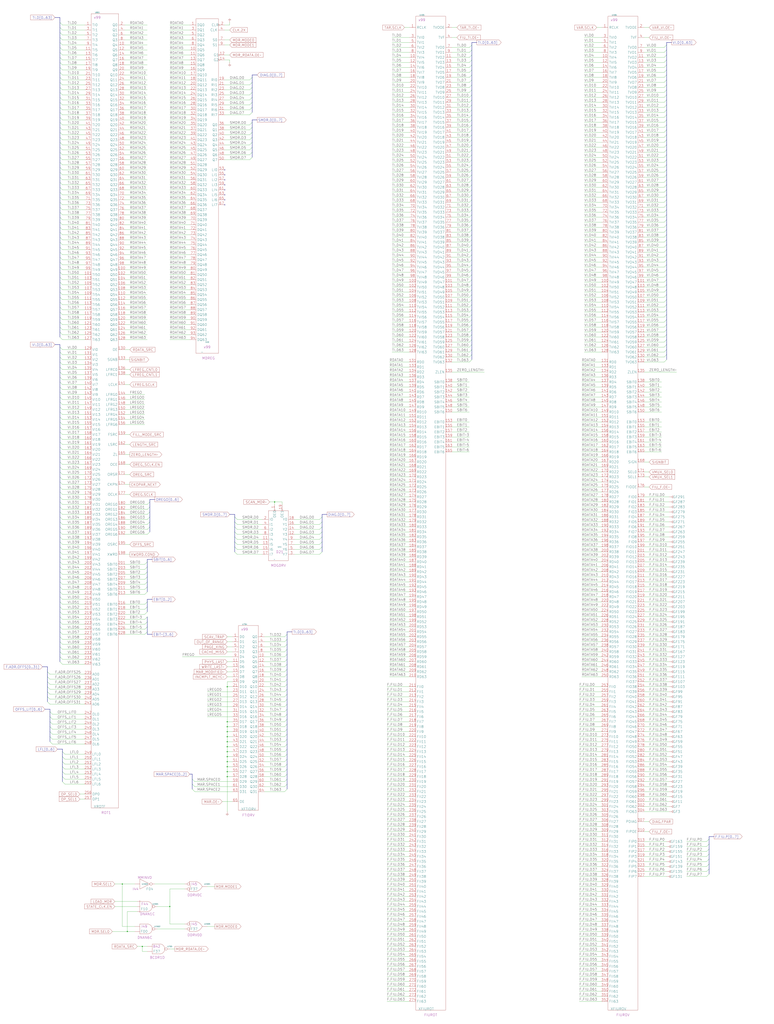
<source format=kicad_sch>
(kicad_sch (version 20230121) (generator eeschema)
  (paper "User" 787.4 1041.4)
  (title_block (title "ROTATOR TIER1/TYPE HALF") (date "20-MAR-90") (rev "1.0") (comment 1 "FIU") (comment 2 "232-003065") (comment 3 "S400") (comment 4 "RELEASED"))
  (lib_symbols
    (symbol "r1000:F00" (pin_numbers hide) (pin_names hide)
      (property "Reference" "U" (at 15.24 0 0))
      (property "Value" "F00" (at 1.905 -5.08 0))
      (property "Location" "___" (at 1.905 0 0))
      (property "Name" "______" (at 2.54 -12.7 0))
      (symbol "F00_1_1"
        (pin input line (at -7.62 0 0) (length 5.08) (name "D0") (number "1"))
        (pin input line (at -7.62 -5.08 0) (length 5.08) (name "D1") (number "2"))
        (pin output line (at 15.24 -2.54 180) (length 2.54) (name "Q") (number "3"))
      )
      (symbol "F00_1_2"
        (pin input line (at -7.62 0 0) (length 2.54) (name "D0") (number "1"))
        (pin input line (at -7.62 -5.08 0) (length 2.54) (name "D1") (number "2"))
        (pin output line (at 15.24 -2.54 180) (length 5.08) (name "Q") (number "3"))
      )
    )
    (symbol "r1000:F04" (pin_numbers hide) (pin_names hide)
      (property "Reference" "U" (at 0 0 0))
      (property "Value" "F04" (at 1.27 -5.08 0))
      (property "Location" "___" (at -12.7 -5.08 0))
      (property "Name" "______" (at 0 5.08 0))
      (symbol "F04_1_1"
        (pin input line (at -10.16 0 0) (length 2.54) (name "D0") (number "1"))
        (pin output line (at 10.16 0 180) (length 2.54) (name "Q") (number "2"))
      )
    )
    (symbol "r1000:F10" (pin_numbers hide) (pin_names hide)
      (property "Reference" "U" (at 13.335 0 0))
      (property "Value" "F10" (at 5.715 -5.08 0))
      (property "Location" "___" (at -1.27 0 0))
      (property "Name" "______" (at -2.54 -10.16 0))
      (symbol "F10_1_1"
        (pin input line (at -5.08 2.54 0) (length 2.54) (name "D0") (number "1"))
        (pin input line (at -5.08 -2.54 0) (length 2.54) (name "D1") (number "2"))
        (pin input line (at -5.08 -7.62 0) (length 2.54) (name "D2") (number "3"))
        (pin output line (at 15.24 -2.54 180) (length 2.54) (name "Q") (number "4"))
      )
      (symbol "F10_1_2"
        (pin input line (at -5.08 2.54 0) (length 0) (name "D0") (number "1"))
        (pin input line (at -5.08 -2.54 0) (length 0) (name "D1") (number "2"))
        (pin input line (at -5.08 -7.62 0) (length 0) (name "D2") (number "3"))
        (pin output line (at 15.24 -2.54 180) (length 2.54) (name "Q") (number "4"))
      )
    )
    (symbol "r1000:F244" (pin_names (offset 1.016))
      (property "Reference" "U" (at 2.54 5.08 0))
      (property "Value" "F244" (at -3.81 -7.62 0))
      (property "Location" "___" (at -1.27 0 0))
      (property "Name" "______" (at 1.27 -15.24 0))
      (symbol "F244_1_1"
        (pin input line (at -2.54 48.26 270) (length 5.08) (name "OE0") (number "1"))
        (pin input line (at -15.24 12.7 0) (length 6.35) (name "I4") (number "11"))
        (pin tri_state line (at 17.78 17.78 180) (length 6.35) (name "Y3") (number "12"))
        (pin input line (at -15.24 7.62 0) (length 6.35) (name "I5") (number "13"))
        (pin tri_state line (at 17.78 22.86 180) (length 6.35) (name "Y2") (number "14"))
        (pin input line (at -15.24 2.54 0) (length 6.35) (name "I6") (number "15"))
        (pin tri_state line (at 17.78 27.94 180) (length 6.35) (name "Y1") (number "16"))
        (pin input line (at -15.24 -2.54 0) (length 6.35) (name "I7") (number "17"))
        (pin tri_state line (at 17.78 33.02 180) (length 6.35) (name "Y0") (number "18"))
        (pin input line (at 5.08 48.26 270) (length 5.08) (name "OE1") (number "19"))
        (pin input line (at -15.24 33.02 0) (length 6.35) (name "I0") (number "2"))
        (pin tri_state line (at 17.78 -2.54 180) (length 6.35) (name "Y7") (number "3"))
        (pin input line (at -15.24 27.94 0) (length 6.35) (name "I1") (number "4"))
        (pin tri_state line (at 17.78 2.54 180) (length 6.35) (name "Y6") (number "5"))
        (pin input line (at -15.24 22.86 0) (length 6.35) (name "I2") (number "6"))
        (pin tri_state line (at 17.78 7.62 180) (length 6.35) (name "Y5") (number "7"))
        (pin input line (at -15.24 17.78 0) (length 6.35) (name "I3") (number "8"))
        (pin tri_state line (at 17.78 12.7 180) (length 6.35) (name "Y4") (number "9"))
      )
    )
    (symbol "r1000:F299X8" (pin_names (offset 1.016))
      (property "Reference" "U" (at 2.54 5.08 0))
      (property "Value" "F299X8" (at -3.81 -5.08 0))
      (property "Location" "___" (at -1.27 0 0))
      (property "Name" "______" (at 3.81 -12.7 0))
      (symbol "F299X8_1_1"
        (pin bidirectional line (at -15.24 327.66 0) (length 6.35) (name "DQ0") (number "1"))
        (pin bidirectional line (at -15.24 302.26 0) (length 6.35) (name "DQ5") (number "10"))
        (pin bidirectional line (at -15.24 297.18 0) (length 6.35) (name "DQ6") (number "11"))
        (pin input line (at 20.32 297.18 180) (length 5.08) (name "G1") (number "12"))
        (pin bidirectional line (at -15.24 292.1 0) (length 6.35) (name "DQ7") (number "13"))
        (pin input line (at 20.32 292.1 180) (length 5.08) (name "G2") (number "14"))
        (pin bidirectional line (at -15.24 287.02 0) (length 6.35) (name "DQ8") (number "15"))
        (pin bidirectional line (at -15.24 281.94 0) (length 6.35) (name "DQ9") (number "16"))
        (pin bidirectional line (at -15.24 276.86 0) (length 6.35) (name "DQ10") (number "17"))
        (pin bidirectional line (at -15.24 271.78 0) (length 6.35) (name "DQ11") (number "18"))
        (pin input line (at 20.32 271.78 180) (length 6.35) (name "RI0") (number "19"))
        (pin input line (at 20.32 327.66 180) (length 5.08) (name "CLR") (number "2"))
        (pin bidirectional line (at -15.24 266.7 0) (length 6.35) (name "DQ12") (number "20"))
        (pin input line (at 20.32 266.7 180) (length 6.35) (name "RI1") (number "21"))
        (pin bidirectional line (at -15.24 261.62 0) (length 6.35) (name "DQ13") (number "22"))
        (pin input line (at 20.32 261.62 180) (length 6.35) (name "RI2") (number "23"))
        (pin bidirectional line (at -15.24 256.54 0) (length 6.35) (name "DQ14") (number "24"))
        (pin input line (at 20.32 256.54 180) (length 6.35) (name "RI3") (number "25"))
        (pin bidirectional line (at -15.24 251.46 0) (length 6.35) (name "DQ15") (number "26"))
        (pin input line (at 20.32 251.46 180) (length 6.35) (name "RI4") (number "27"))
        (pin bidirectional line (at -15.24 246.38 0) (length 6.35) (name "DQ16") (number "28"))
        (pin input line (at 20.32 246.38 180) (length 6.35) (name "RI5") (number "29"))
        (pin bidirectional line (at -15.24 322.58 0) (length 6.35) (name "DQ1") (number "3"))
        (pin bidirectional line (at -15.24 241.3 0) (length 6.35) (name "DQ17") (number "30"))
        (pin input line (at 20.32 241.3 180) (length 6.35) (name "RI6") (number "31"))
        (pin bidirectional line (at -15.24 236.22 0) (length 6.35) (name "DQ18") (number "32"))
        (pin input line (at 20.32 236.22 180) (length 6.35) (name "RI7") (number "33"))
        (pin bidirectional line (at -15.24 231.14 0) (length 6.35) (name "DQ19") (number "34"))
        (pin bidirectional line (at -15.24 226.06 0) (length 6.35) (name "DQ20") (number "35"))
        (pin output line (at 20.32 226.06 180) (length 6.35) (name "Q0") (number "36"))
        (pin bidirectional line (at -15.24 220.98 0) (length 6.35) (name "DQ21") (number "37"))
        (pin output line (at 20.32 220.98 180) (length 6.35) (name "Q1") (number "38"))
        (pin bidirectional line (at -15.24 215.9 0) (length 6.35) (name "DQ22") (number "39"))
        (pin input line (at 20.32 322.58 180) (length 6.35) (name "CLK") (number "4"))
        (pin output line (at 20.32 215.9 180) (length 6.35) (name "Q2") (number "40"))
        (pin bidirectional line (at -15.24 210.82 0) (length 6.35) (name "DQ23") (number "41"))
        (pin output line (at 20.32 210.82 180) (length 6.35) (name "Q3") (number "42"))
        (pin bidirectional line (at -15.24 205.74 0) (length 6.35) (name "DQ24") (number "43"))
        (pin output line (at 20.32 205.74 180) (length 6.35) (name "Q4") (number "44"))
        (pin bidirectional line (at -15.24 200.66 0) (length 6.35) (name "DQ25") (number "45"))
        (pin output line (at 20.32 200.66 180) (length 6.35) (name "Q5") (number "46"))
        (pin bidirectional line (at -15.24 195.58 0) (length 6.35) (name "DQ26") (number "47"))
        (pin output line (at 20.32 195.58 180) (length 6.35) (name "Q6") (number "48"))
        (pin bidirectional line (at -15.24 190.5 0) (length 6.35) (name "DQ27") (number "49"))
        (pin bidirectional line (at -15.24 317.5 0) (length 6.35) (name "DQ2") (number "5"))
        (pin output line (at 20.32 190.5 180) (length 6.35) (name "Q7") (number "50"))
        (pin bidirectional line (at -15.24 185.42 0) (length 6.35) (name "DQ28") (number "51"))
        (pin bidirectional line (at -15.24 180.34 0) (length 6.35) (name "DQ29") (number "52"))
        (pin input line (at 20.32 180.34 180) (length 6.35) (name "LI0") (number "53"))
        (pin bidirectional line (at -15.24 175.26 0) (length 6.35) (name "DQ30") (number "54"))
        (pin input line (at 20.32 175.26 180) (length 6.35) (name "LI1") (number "55"))
        (pin bidirectional line (at -15.24 170.18 0) (length 6.35) (name "DQ31") (number "56"))
        (pin input line (at 20.32 170.18 180) (length 6.35) (name "LI2") (number "57"))
        (pin bidirectional line (at -15.24 165.1 0) (length 6.35) (name "DQ32") (number "58"))
        (pin input line (at 20.32 165.1 180) (length 6.35) (name "LI3") (number "59"))
        (pin bidirectional line (at -15.24 312.42 0) (length 6.35) (name "DQ3") (number "6"))
        (pin bidirectional line (at -15.24 160.02 0) (length 6.35) (name "DQ33") (number "60"))
        (pin input line (at 20.32 160.02 180) (length 6.35) (name "LI4") (number "61"))
        (pin bidirectional line (at -15.24 154.94 0) (length 6.35) (name "DQ34") (number "62"))
        (pin input line (at 20.32 154.94 180) (length 6.35) (name "LI5") (number "63"))
        (pin bidirectional line (at -15.24 149.86 0) (length 6.35) (name "DQ35") (number "64"))
        (pin input line (at 20.32 149.86 180) (length 6.35) (name "LI6") (number "65"))
        (pin bidirectional line (at -15.24 144.78 0) (length 6.35) (name "DQ36") (number "66"))
        (pin input line (at 20.32 144.78 180) (length 6.35) (name "LI7") (number "67"))
        (pin bidirectional line (at -15.24 139.7 0) (length 6.35) (name "DQ37") (number "68"))
        (pin bidirectional line (at -15.24 134.62 0) (length 6.35) (name "DQ38") (number "69"))
        (pin input line (at 20.32 312.42 180) (length 6.35) (name "S0") (number "7"))
        (pin bidirectional line (at -15.24 129.54 0) (length 6.35) (name "DQ39") (number "70"))
        (pin bidirectional line (at -15.24 124.46 0) (length 6.35) (name "DQ40") (number "71"))
        (pin bidirectional line (at -15.24 119.38 0) (length 6.35) (name "DQ41") (number "72"))
        (pin bidirectional line (at -15.24 114.3 0) (length 6.35) (name "DQ42") (number "73"))
        (pin bidirectional line (at -15.24 109.22 0) (length 6.35) (name "DQ43") (number "74"))
        (pin bidirectional line (at -15.24 104.14 0) (length 6.35) (name "DQ44") (number "75"))
        (pin bidirectional line (at -15.24 99.06 0) (length 6.35) (name "DQ45") (number "76"))
        (pin bidirectional line (at -15.24 93.98 0) (length 6.35) (name "DQ46") (number "77"))
        (pin bidirectional line (at -15.24 88.9 0) (length 6.35) (name "DQ47") (number "78"))
        (pin bidirectional line (at -15.24 83.82 0) (length 6.35) (name "DQ48") (number "79"))
        (pin bidirectional line (at -15.24 307.34 0) (length 6.35) (name "DQ4") (number "8"))
        (pin bidirectional line (at -15.24 78.74 0) (length 6.35) (name "DQ49") (number "80"))
        (pin bidirectional line (at -15.24 73.66 0) (length 6.35) (name "DQ50") (number "81"))
        (pin bidirectional line (at -15.24 68.58 0) (length 6.35) (name "DQ51") (number "82"))
        (pin bidirectional line (at -15.24 63.5 0) (length 6.35) (name "DQ52") (number "83"))
        (pin bidirectional line (at -15.24 58.42 0) (length 6.35) (name "DQ53") (number "84"))
        (pin bidirectional line (at -15.24 53.34 0) (length 6.35) (name "DQ54") (number "85"))
        (pin bidirectional line (at -15.24 48.26 0) (length 6.35) (name "DQ55") (number "86"))
        (pin bidirectional line (at -15.24 43.18 0) (length 6.35) (name "DQ56") (number "87"))
        (pin bidirectional line (at -15.24 38.1 0) (length 6.35) (name "DQ57") (number "88"))
        (pin bidirectional line (at -15.24 33.02 0) (length 6.35) (name "DQ58") (number "89"))
        (pin input line (at 20.32 307.34 180) (length 6.35) (name "S1") (number "9"))
        (pin bidirectional line (at -15.24 27.94 0) (length 6.35) (name "DQ59") (number "90"))
        (pin bidirectional line (at -15.24 22.86 0) (length 6.35) (name "DQ60") (number "91"))
        (pin bidirectional line (at -15.24 17.78 0) (length 6.35) (name "DQ61") (number "92"))
        (pin bidirectional line (at -15.24 12.7 0) (length 6.35) (name "DQ62") (number "93"))
        (pin bidirectional line (at -15.24 7.62 0) (length 6.35) (name "DQ63") (number "94"))
      )
    )
    (symbol "r1000:F37" (pin_numbers hide) (pin_names (offset 0) hide)
      (property "Reference" "U" (at 15.24 0 0))
      (property "Value" "F37" (at 1.905 -5.08 0))
      (property "Location" "___" (at 1.905 0 0))
      (property "Name" "______" (at 2.54 -12.7 0))
      (symbol "F37_1_1"
        (pin input line (at -7.62 0 0) (length 5.08) (name "D0") (number "1"))
        (pin input line (at -7.62 -5.08 0) (length 5.08) (name "D1") (number "2"))
        (pin output line (at 15.24 -2.54 180) (length 2.54) (name "Q") (number "3"))
      )
      (symbol "F37_1_2"
        (pin input line (at -7.62 0 0) (length 2.54) (name "D0") (number "1"))
        (pin input line (at -7.62 -5.08 0) (length 2.54) (name "D1") (number "2"))
        (pin output line (at 15.24 -2.54 180) (length 5.08) (name "Q") (number "3"))
      )
    )
    (symbol "r1000:GF" (pin_numbers hide) (pin_names (offset 0) hide)
      (property "Reference" "GF" (at 3.81 0 0))
      (symbol "GF_1_1"
        (pin bidirectional line (at 0 0 0) (length 2.54) (name "") (number "1"))
      )
    )
    (symbol "r1000:PD" (power) (pin_numbers hide) (pin_names hide) (in_bom no)
      (symbol "PD_1_1"
        (pin power_in line (at 0 0 270) (length 2.54) (name "PD") (number "1"))
      )
    )
    (symbol "r1000:PU" (power) (pin_numbers hide) (pin_names hide)
      (symbol "PU_1_1"
        (pin power_in line (at 0 0 90) (length 2.54) (name "PU") (number "1"))
      )
    )
    (symbol "r1000:XFIUROT" (pin_names (offset 1.016))
      (property "Reference" "U" (at 2.54 5.08 0))
      (property "Value" "XFIUROT" (at -1.27 -1005.84 0))
      (property "Location" "___" (at -1.27 0 0))
      (property "Name" "______" (at 11.43 -1013.46 0))
      (symbol "XFIUROT_1_1"
        (pin input line (at -10.16 -7.62 0) (length 6.35) (name "RCLK") (number "1"))
        (pin input line (at -10.16 -38.1 0) (length 6.35) (name "TVI4") (number "10"))
        (pin input line (at -10.16 -266.7 0) (length 6.35) (name "TVI49") (number "100"))
        (pin tri_state line (at 33.02 -266.7 180) (length 6.35) (name "TVO47") (number "101"))
        (pin input line (at -10.16 -271.78 0) (length 6.35) (name "TVI50") (number "102"))
        (pin tri_state line (at 33.02 -271.78 180) (length 6.35) (name "TVO48") (number "103"))
        (pin input line (at -10.16 -276.86 0) (length 6.35) (name "TVI51") (number "104"))
        (pin tri_state line (at 33.02 -276.86 180) (length 6.35) (name "TVO49") (number "105"))
        (pin input line (at -10.16 -281.94 0) (length 6.35) (name "TVI52") (number "106"))
        (pin tri_state line (at 33.02 -281.94 180) (length 6.35) (name "TVO50") (number "107"))
        (pin input line (at -10.16 -287.02 0) (length 6.35) (name "TVI53") (number "108"))
        (pin tri_state line (at 33.02 -287.02 180) (length 6.35) (name "TVO51") (number "109"))
        (pin tri_state line (at 33.02 -38.1 180) (length 6.35) (name "TVO2") (number "11"))
        (pin input line (at -10.16 -292.1 0) (length 6.35) (name "TVI54") (number "110"))
        (pin tri_state line (at 33.02 -292.1 180) (length 6.35) (name "TVO52") (number "111"))
        (pin input line (at -10.16 -297.18 0) (length 6.35) (name "TVI55") (number "112"))
        (pin tri_state line (at 33.02 -297.18 180) (length 6.35) (name "TVO53") (number "113"))
        (pin input line (at -10.16 -302.26 0) (length 6.35) (name "TVI56") (number "114"))
        (pin tri_state line (at 33.02 -302.26 180) (length 6.35) (name "TVO54") (number "115"))
        (pin input line (at -10.16 -307.34 0) (length 6.35) (name "TVI57") (number "116"))
        (pin tri_state line (at 33.02 -307.34 180) (length 6.35) (name "TVO55") (number "117"))
        (pin input line (at -10.16 -312.42 0) (length 6.35) (name "TVI58") (number "118"))
        (pin tri_state line (at 33.02 -312.42 180) (length 6.35) (name "TVO56") (number "119"))
        (pin input line (at -10.16 -43.18 0) (length 6.35) (name "TVI5") (number "12"))
        (pin input line (at -10.16 -317.5 0) (length 6.35) (name "TVI59") (number "120"))
        (pin tri_state line (at 33.02 -317.5 180) (length 6.35) (name "TVO57") (number "121"))
        (pin input line (at -10.16 -322.58 0) (length 6.35) (name "TVI60") (number "122"))
        (pin tri_state line (at 33.02 -322.58 180) (length 6.35) (name "TVO58") (number "123"))
        (pin input line (at -10.16 -327.66 0) (length 6.35) (name "TVI61") (number "124"))
        (pin tri_state line (at 33.02 -327.66 180) (length 6.35) (name "TVO59") (number "125"))
        (pin input line (at -10.16 -332.74 0) (length 6.35) (name "TVI62") (number "126"))
        (pin tri_state line (at 33.02 -332.74 180) (length 6.35) (name "TVO60") (number "127"))
        (pin input line (at -10.16 -337.82 0) (length 6.35) (name "TVI63") (number "128"))
        (pin tri_state line (at 33.02 -337.82 180) (length 6.35) (name "TVO61") (number "129"))
        (pin tri_state line (at 33.02 -43.18 180) (length 6.35) (name "TVO3") (number "13"))
        (pin tri_state line (at 33.02 -342.9 180) (length 6.35) (name "TVO62") (number "130"))
        (pin input line (at -10.16 -347.98 0) (length 6.35) (name "RD0") (number "131"))
        (pin tri_state line (at 33.02 -347.98 180) (length 6.35) (name "TVO63") (number "132"))
        (pin input line (at -10.16 -353.06 0) (length 6.35) (name "RD1") (number "133"))
        (pin input line (at -10.16 -358.14 0) (length 6.35) (name "RD2") (number "134"))
        (pin input line (at 33.02 -358.14 180) (length 6.35) (name "ZLEN") (number "135"))
        (pin input line (at -10.16 -363.22 0) (length 6.35) (name "RD3") (number "136"))
        (pin input line (at -10.16 -368.3 0) (length 6.35) (name "RD4") (number "137"))
        (pin input line (at 33.02 -368.3 180) (length 6.35) (name "SBIT0") (number "138"))
        (pin input line (at -10.16 -373.38 0) (length 6.35) (name "RD5") (number "139"))
        (pin input line (at -10.16 -48.26 0) (length 6.35) (name "TVI6") (number "14"))
        (pin input line (at 33.02 -373.38 180) (length 6.35) (name "SBIT1") (number "140"))
        (pin input line (at -10.16 -378.46 0) (length 6.35) (name "RD6") (number "141"))
        (pin input line (at 33.02 -378.46 180) (length 6.35) (name "SBIT2") (number "142"))
        (pin input line (at -10.16 -383.54 0) (length 6.35) (name "RD7") (number "143"))
        (pin input line (at 33.02 -383.54 180) (length 6.35) (name "SBIT3") (number "144"))
        (pin input line (at -10.16 -388.62 0) (length 6.35) (name "RD8") (number "145"))
        (pin input line (at 33.02 -388.62 180) (length 6.35) (name "SBIT4") (number "146"))
        (pin input line (at -10.16 -393.7 0) (length 6.35) (name "RD9") (number "147"))
        (pin input line (at 33.02 -393.7 180) (length 6.35) (name "SBIT5") (number "148"))
        (pin input line (at -10.16 -398.78 0) (length 6.35) (name "RD10") (number "149"))
        (pin tri_state line (at 33.02 -48.26 180) (length 6.35) (name "TVO4") (number "15"))
        (pin input line (at 33.02 -398.78 180) (length 6.35) (name "SBIT6") (number "150"))
        (pin input line (at -10.16 -403.86 0) (length 6.35) (name "RD11") (number "151"))
        (pin input line (at -10.16 -408.94 0) (length 6.35) (name "RD12") (number "152"))
        (pin input line (at 33.02 -408.94 180) (length 6.35) (name "EBIT0") (number "153"))
        (pin input line (at -10.16 -414.02 0) (length 6.35) (name "RD13") (number "154"))
        (pin input line (at 33.02 -414.02 180) (length 6.35) (name "EBIT1") (number "155"))
        (pin input line (at -10.16 -419.1 0) (length 6.35) (name "RD14") (number "156"))
        (pin input line (at 33.02 -419.1 180) (length 6.35) (name "EBIT2") (number "157"))
        (pin input line (at -10.16 -424.18 0) (length 6.35) (name "RD15") (number "158"))
        (pin input line (at 33.02 -424.18 180) (length 6.35) (name "EBIT3") (number "159"))
        (pin input line (at -10.16 -53.34 0) (length 6.35) (name "TVI7") (number "16"))
        (pin input line (at -10.16 -429.26 0) (length 6.35) (name "RD16") (number "160"))
        (pin input line (at 33.02 -429.26 180) (length 6.35) (name "EBIT4") (number "161"))
        (pin input line (at -10.16 -434.34 0) (length 6.35) (name "RD17") (number "162"))
        (pin input line (at 33.02 -434.34 180) (length 6.35) (name "EBIT5") (number "163"))
        (pin input line (at -10.16 -439.42 0) (length 6.35) (name "RD18") (number "164"))
        (pin input line (at 33.02 -439.42 180) (length 6.35) (name "EBIT6") (number "165"))
        (pin input line (at -10.16 -444.5 0) (length 6.35) (name "RD19") (number "166"))
        (pin input line (at -10.16 -449.58 0) (length 6.35) (name "RD20") (number "167"))
        (pin input line (at -10.16 -454.66 0) (length 6.35) (name "RD21") (number "168"))
        (pin input line (at -10.16 -459.74 0) (length 6.35) (name "RD22") (number "169"))
        (pin tri_state line (at 33.02 -53.34 180) (length 6.35) (name "TVO5") (number "17"))
        (pin input line (at -10.16 -464.82 0) (length 6.35) (name "RD23") (number "170"))
        (pin input line (at -10.16 -469.9 0) (length 6.35) (name "RD24") (number "171"))
        (pin input line (at -10.16 -474.98 0) (length 6.35) (name "RD25") (number "172"))
        (pin input line (at -10.16 -480.06 0) (length 6.35) (name "RD26") (number "173"))
        (pin input line (at -10.16 -485.14 0) (length 6.35) (name "RD27") (number "174"))
        (pin input line (at -10.16 -490.22 0) (length 6.35) (name "RD28") (number "175"))
        (pin input line (at -10.16 -495.3 0) (length 6.35) (name "RD29") (number "176"))
        (pin input line (at -10.16 -500.38 0) (length 6.35) (name "RD30") (number "177"))
        (pin input line (at -10.16 -505.46 0) (length 6.35) (name "RD31") (number "178"))
        (pin input line (at -10.16 -510.54 0) (length 6.35) (name "RD32") (number "179"))
        (pin input line (at -10.16 -58.42 0) (length 6.35) (name "TVI8") (number "18"))
        (pin input line (at -10.16 -515.62 0) (length 6.35) (name "RD33") (number "180"))
        (pin input line (at -10.16 -520.7 0) (length 6.35) (name "RD34") (number "181"))
        (pin input line (at -10.16 -525.78 0) (length 6.35) (name "RD35") (number "182"))
        (pin input line (at -10.16 -530.86 0) (length 6.35) (name "RD36") (number "183"))
        (pin input line (at -10.16 -535.94 0) (length 6.35) (name "RD37") (number "184"))
        (pin input line (at -10.16 -541.02 0) (length 6.35) (name "RD38") (number "185"))
        (pin input line (at -10.16 -546.1 0) (length 6.35) (name "RD39") (number "186"))
        (pin input line (at -10.16 -551.18 0) (length 6.35) (name "RD40") (number "187"))
        (pin input line (at -10.16 -556.26 0) (length 6.35) (name "RD41") (number "188"))
        (pin input line (at -10.16 -561.34 0) (length 6.35) (name "RD42") (number "189"))
        (pin tri_state line (at 33.02 -58.42 180) (length 6.35) (name "TVO6") (number "19"))
        (pin input line (at -10.16 -566.42 0) (length 6.35) (name "RD43") (number "190"))
        (pin input line (at -10.16 -571.5 0) (length 6.35) (name "RD44") (number "191"))
        (pin input line (at -10.16 -576.58 0) (length 6.35) (name "RD45") (number "192"))
        (pin input line (at -10.16 -581.66 0) (length 6.35) (name "RD46") (number "193"))
        (pin input line (at -10.16 -586.74 0) (length 6.35) (name "RD47") (number "194"))
        (pin input line (at -10.16 -591.82 0) (length 6.35) (name "RD48") (number "195"))
        (pin input line (at -10.16 -596.9 0) (length 6.35) (name "RD49") (number "196"))
        (pin input line (at -10.16 -601.98 0) (length 6.35) (name "RD50") (number "197"))
        (pin input line (at -10.16 -607.06 0) (length 6.35) (name "RD51") (number "198"))
        (pin input line (at -10.16 -612.14 0) (length 6.35) (name "RD52") (number "199"))
        (pin input line (at 33.02 -7.62 180) (length 6.35) (name "TVOOE") (number "2"))
        (pin input line (at -10.16 -63.5 0) (length 6.35) (name "TVI9") (number "20"))
        (pin input line (at -10.16 -617.22 0) (length 6.35) (name "RD53") (number "200"))
        (pin input line (at -10.16 -622.3 0) (length 6.35) (name "RD54") (number "201"))
        (pin input line (at -10.16 -627.38 0) (length 6.35) (name "RD55") (number "202"))
        (pin input line (at -10.16 -632.46 0) (length 6.35) (name "RD56") (number "203"))
        (pin input line (at -10.16 -637.54 0) (length 6.35) (name "RD57") (number "204"))
        (pin input line (at -10.16 -642.62 0) (length 6.35) (name "RD58") (number "205"))
        (pin input line (at -10.16 -647.7 0) (length 6.35) (name "RD59") (number "206"))
        (pin input line (at -10.16 -652.78 0) (length 6.35) (name "RD60") (number "207"))
        (pin input line (at -10.16 -657.86 0) (length 6.35) (name "RD61") (number "208"))
        (pin input line (at -10.16 -662.94 0) (length 6.35) (name "RD62") (number "209"))
        (pin tri_state line (at 33.02 -63.5 180) (length 6.35) (name "TVO7") (number "21"))
        (pin input line (at -10.16 -668.02 0) (length 6.35) (name "RD63") (number "210"))
        (pin input line (at -10.16 -678.18 0) (length 6.35) (name "FII0") (number "211"))
        (pin input line (at -10.16 -683.26 0) (length 6.35) (name "FII1") (number "212"))
        (pin input line (at -10.16 -688.34 0) (length 6.35) (name "FII2") (number "213"))
        (pin input line (at -10.16 -693.42 0) (length 6.35) (name "FII3") (number "214"))
        (pin input line (at -10.16 -698.5 0) (length 6.35) (name "FII4") (number "215"))
        (pin input line (at -10.16 -703.58 0) (length 6.35) (name "FII5") (number "216"))
        (pin input line (at -10.16 -708.66 0) (length 6.35) (name "FII6") (number "217"))
        (pin input line (at -10.16 -713.74 0) (length 6.35) (name "FII7") (number "218"))
        (pin input line (at -10.16 -718.82 0) (length 6.35) (name "FII8") (number "219"))
        (pin input line (at -10.16 -68.58 0) (length 6.35) (name "TVI10") (number "22"))
        (pin input line (at -10.16 -723.9 0) (length 6.35) (name "FII9") (number "220"))
        (pin input line (at -10.16 -728.98 0) (length 6.35) (name "FII10") (number "221"))
        (pin input line (at -10.16 -734.06 0) (length 6.35) (name "FII11") (number "222"))
        (pin input line (at -10.16 -739.14 0) (length 6.35) (name "FII12") (number "223"))
        (pin input line (at -10.16 -744.22 0) (length 6.35) (name "FII13") (number "224"))
        (pin input line (at -10.16 -749.3 0) (length 6.35) (name "FII14") (number "225"))
        (pin input line (at -10.16 -754.38 0) (length 6.35) (name "FII15") (number "226"))
        (pin input line (at -10.16 -759.46 0) (length 6.35) (name "FII16") (number "227"))
        (pin input line (at -10.16 -764.54 0) (length 6.35) (name "FII17") (number "228"))
        (pin input line (at -10.16 -769.62 0) (length 6.35) (name "FII18") (number "229"))
        (pin tri_state line (at 33.02 -68.58 180) (length 6.35) (name "TVO8") (number "23"))
        (pin input line (at -10.16 -774.7 0) (length 6.35) (name "FII19") (number "230"))
        (pin input line (at -10.16 -779.78 0) (length 6.35) (name "FII20") (number "231"))
        (pin input line (at -10.16 -784.86 0) (length 6.35) (name "FII21") (number "232"))
        (pin input line (at -10.16 -789.94 0) (length 6.35) (name "FII22") (number "233"))
        (pin input line (at -10.16 -795.02 0) (length 6.35) (name "FII23") (number "234"))
        (pin input line (at -10.16 -800.1 0) (length 6.35) (name "FII24") (number "235"))
        (pin input line (at -10.16 -805.18 0) (length 6.35) (name "FII25") (number "236"))
        (pin input line (at -10.16 -810.26 0) (length 6.35) (name "FII26") (number "237"))
        (pin input line (at -10.16 -815.34 0) (length 6.35) (name "FII27") (number "238"))
        (pin input line (at -10.16 -820.42 0) (length 6.35) (name "FII28") (number "239"))
        (pin input line (at -10.16 -73.66 0) (length 6.35) (name "TVI11") (number "24"))
        (pin input line (at -10.16 -825.5 0) (length 6.35) (name "FII29") (number "240"))
        (pin input line (at -10.16 -830.58 0) (length 6.35) (name "FII30") (number "241"))
        (pin input line (at -10.16 -835.66 0) (length 6.35) (name "FII31") (number "242"))
        (pin input line (at -10.16 -840.74 0) (length 6.35) (name "FII32") (number "243"))
        (pin input line (at -10.16 -845.82 0) (length 6.35) (name "FII33") (number "244"))
        (pin input line (at -10.16 -850.9 0) (length 6.35) (name "FII34") (number "245"))
        (pin input line (at -10.16 -855.98 0) (length 6.35) (name "FII35") (number "246"))
        (pin input line (at -10.16 -861.06 0) (length 6.35) (name "FII36") (number "247"))
        (pin input line (at -10.16 -866.14 0) (length 6.35) (name "FII37") (number "248"))
        (pin input line (at -10.16 -871.22 0) (length 6.35) (name "FII38") (number "249"))
        (pin tri_state line (at 33.02 -73.66 180) (length 6.35) (name "TVO9") (number "25"))
        (pin input line (at -10.16 -876.3 0) (length 6.35) (name "FII39") (number "250"))
        (pin input line (at -10.16 -881.38 0) (length 6.35) (name "FII40") (number "251"))
        (pin input line (at -10.16 -886.46 0) (length 6.35) (name "FII41") (number "252"))
        (pin input line (at -10.16 -891.54 0) (length 6.35) (name "FII42") (number "253"))
        (pin input line (at -10.16 -896.62 0) (length 6.35) (name "FII43") (number "254"))
        (pin input line (at -10.16 -901.7 0) (length 6.35) (name "FII44") (number "255"))
        (pin input line (at -10.16 -906.78 0) (length 6.35) (name "FII45") (number "256"))
        (pin input line (at -10.16 -911.86 0) (length 6.35) (name "FII46") (number "257"))
        (pin input line (at -10.16 -916.94 0) (length 6.35) (name "FII47") (number "258"))
        (pin input line (at -10.16 -922.02 0) (length 6.35) (name "FII48") (number "259"))
        (pin input line (at -10.16 -78.74 0) (length 6.35) (name "TVI12") (number "26"))
        (pin input line (at -10.16 -927.1 0) (length 6.35) (name "FII49") (number "260"))
        (pin input line (at -10.16 -932.18 0) (length 6.35) (name "FII50") (number "261"))
        (pin input line (at -10.16 -937.26 0) (length 6.35) (name "FII51") (number "262"))
        (pin input line (at -10.16 -942.34 0) (length 6.35) (name "FII52") (number "263"))
        (pin input line (at -10.16 -947.42 0) (length 6.35) (name "FII53") (number "264"))
        (pin input line (at -10.16 -952.5 0) (length 6.35) (name "FII54") (number "265"))
        (pin input line (at -10.16 -957.58 0) (length 6.35) (name "FII55") (number "266"))
        (pin input line (at -10.16 -962.66 0) (length 6.35) (name "FII56") (number "267"))
        (pin input line (at -10.16 -967.74 0) (length 6.35) (name "FII57") (number "268"))
        (pin input line (at -10.16 -972.82 0) (length 6.35) (name "FII58") (number "269"))
        (pin tri_state line (at 33.02 -78.74 180) (length 6.35) (name "TVO10") (number "27"))
        (pin input line (at -10.16 -977.9 0) (length 6.35) (name "FII59") (number "270"))
        (pin input line (at -10.16 -982.98 0) (length 6.35) (name "FII60") (number "271"))
        (pin input line (at -10.16 -988.06 0) (length 6.35) (name "FII61") (number "272"))
        (pin input line (at -10.16 -993.14 0) (length 6.35) (name "FII62") (number "273"))
        (pin input line (at -10.16 -998.22 0) (length 6.35) (name "FII63") (number "274"))
        (pin input line (at -10.16 -83.82 0) (length 6.35) (name "TVI13") (number "28"))
        (pin tri_state line (at 33.02 -83.82 180) (length 6.35) (name "TVO11") (number "29"))
        (pin input line (at -10.16 -17.78 0) (length 6.35) (name "TVI0") (number "3"))
        (pin input line (at -10.16 -88.9 0) (length 6.35) (name "TVI14") (number "30"))
        (pin tri_state line (at 33.02 -88.9 180) (length 6.35) (name "TVO12") (number "31"))
        (pin input line (at -10.16 -93.98 0) (length 6.35) (name "TVI15") (number "32"))
        (pin tri_state line (at 33.02 -93.98 180) (length 6.35) (name "TVO13") (number "33"))
        (pin input line (at -10.16 -99.06 0) (length 6.35) (name "TVI16") (number "34"))
        (pin tri_state line (at 33.02 -99.06 180) (length 6.35) (name "TVO14") (number "35"))
        (pin input line (at -10.16 -104.14 0) (length 6.35) (name "TVI17") (number "36"))
        (pin tri_state line (at 33.02 -104.14 180) (length 6.35) (name "TVO15") (number "37"))
        (pin input line (at -10.16 -109.22 0) (length 6.35) (name "TVI18") (number "38"))
        (pin tri_state line (at 33.02 -109.22 180) (length 6.35) (name "TVO16") (number "39"))
        (pin input line (at 33.02 -17.78 180) (length 6.35) (name "TVF") (number "4"))
        (pin input line (at -10.16 -114.3 0) (length 6.35) (name "TVI19") (number "40"))
        (pin tri_state line (at 33.02 -114.3 180) (length 6.35) (name "TVO17") (number "41"))
        (pin input line (at -10.16 -119.38 0) (length 6.35) (name "TVI20") (number "42"))
        (pin tri_state line (at 33.02 -119.38 180) (length 6.35) (name "TVO18") (number "43"))
        (pin input line (at -10.16 -124.46 0) (length 6.35) (name "TVI21") (number "44"))
        (pin tri_state line (at 33.02 -124.46 180) (length 6.35) (name "TVO19") (number "45"))
        (pin input line (at -10.16 -129.54 0) (length 6.35) (name "TVI22") (number "46"))
        (pin tri_state line (at 33.02 -129.54 180) (length 6.35) (name "TVO20") (number "47"))
        (pin input line (at -10.16 -134.62 0) (length 6.35) (name "TVI23") (number "48"))
        (pin tri_state line (at 33.02 -134.62 180) (length 6.35) (name "TVO21") (number "49"))
        (pin input line (at -10.16 -22.86 0) (length 6.35) (name "TVI1") (number "5"))
        (pin input line (at -10.16 -139.7 0) (length 6.35) (name "TVI24") (number "50"))
        (pin tri_state line (at 33.02 -139.7 180) (length 6.35) (name "TVO22") (number "51"))
        (pin input line (at -10.16 -144.78 0) (length 6.35) (name "TVI25") (number "52"))
        (pin tri_state line (at 33.02 -144.78 180) (length 6.35) (name "TVO23") (number "53"))
        (pin input line (at -10.16 -149.86 0) (length 6.35) (name "TVI26") (number "54"))
        (pin tri_state line (at 33.02 -149.86 180) (length 6.35) (name "TVO24") (number "55"))
        (pin input line (at -10.16 -154.94 0) (length 6.35) (name "TVI27") (number "56"))
        (pin tri_state line (at 33.02 -154.94 180) (length 6.35) (name "TVO25") (number "57"))
        (pin input line (at -10.16 -160.02 0) (length 6.35) (name "TVI28") (number "58"))
        (pin tri_state line (at 33.02 -160.02 180) (length 6.35) (name "TVO26") (number "59"))
        (pin input line (at -10.16 -27.94 0) (length 6.35) (name "TVI2") (number "6"))
        (pin input line (at -10.16 -165.1 0) (length 6.35) (name "TVI29") (number "60"))
        (pin tri_state line (at 33.02 -165.1 180) (length 6.35) (name "TVO27") (number "61"))
        (pin input line (at -10.16 -170.18 0) (length 6.35) (name "TVI30") (number "62"))
        (pin tri_state line (at 33.02 -170.18 180) (length 6.35) (name "TVO28") (number "63"))
        (pin input line (at -10.16 -175.26 0) (length 6.35) (name "TVI31") (number "64"))
        (pin tri_state line (at 33.02 -175.26 180) (length 6.35) (name "TVO29") (number "65"))
        (pin input line (at -10.16 -180.34 0) (length 6.35) (name "TVI32") (number "66"))
        (pin tri_state line (at 33.02 -180.34 180) (length 6.35) (name "TVO30") (number "67"))
        (pin input line (at -10.16 -185.42 0) (length 6.35) (name "TVI33") (number "68"))
        (pin tri_state line (at 33.02 -185.42 180) (length 6.35) (name "TVO31") (number "69"))
        (pin tri_state line (at 33.02 -27.94 180) (length 6.35) (name "TVO0") (number "7"))
        (pin input line (at -10.16 -190.5 0) (length 6.35) (name "TVI34") (number "70"))
        (pin tri_state line (at 33.02 -190.5 180) (length 6.35) (name "TVO32") (number "71"))
        (pin input line (at -10.16 -195.58 0) (length 6.35) (name "TVI35") (number "72"))
        (pin tri_state line (at 33.02 -195.58 180) (length 6.35) (name "TVO33") (number "73"))
        (pin input line (at -10.16 -200.66 0) (length 6.35) (name "TVI36") (number "74"))
        (pin tri_state line (at 33.02 -200.66 180) (length 6.35) (name "TVO34") (number "75"))
        (pin input line (at -10.16 -205.74 0) (length 6.35) (name "TVI37") (number "76"))
        (pin tri_state line (at 33.02 -205.74 180) (length 6.35) (name "TVO35") (number "77"))
        (pin input line (at -10.16 -210.82 0) (length 6.35) (name "TVI38") (number "78"))
        (pin tri_state line (at 33.02 -210.82 180) (length 6.35) (name "TVO36") (number "79"))
        (pin input line (at -10.16 -33.02 0) (length 6.35) (name "TVI3") (number "8"))
        (pin input line (at -10.16 -215.9 0) (length 6.35) (name "TVI39") (number "80"))
        (pin tri_state line (at 33.02 -215.9 180) (length 6.35) (name "TVO37") (number "81"))
        (pin input line (at -10.16 -220.98 0) (length 6.35) (name "TVI40") (number "82"))
        (pin tri_state line (at 33.02 -220.98 180) (length 6.35) (name "TVO38") (number "83"))
        (pin input line (at -10.16 -226.06 0) (length 6.35) (name "TVI41") (number "84"))
        (pin tri_state line (at 33.02 -226.06 180) (length 6.35) (name "TVO39") (number "85"))
        (pin input line (at -10.16 -231.14 0) (length 6.35) (name "TVI42") (number "86"))
        (pin tri_state line (at 33.02 -231.14 180) (length 6.35) (name "TVO40") (number "87"))
        (pin input line (at -10.16 -236.22 0) (length 6.35) (name "TVI43") (number "88"))
        (pin tri_state line (at 33.02 -236.22 180) (length 6.35) (name "TVO41") (number "89"))
        (pin tri_state line (at 33.02 -33.02 180) (length 6.35) (name "TVO1") (number "9"))
        (pin input line (at -10.16 -241.3 0) (length 6.35) (name "TVI44") (number "90"))
        (pin tri_state line (at 33.02 -241.3 180) (length 6.35) (name "TVO42") (number "91"))
        (pin input line (at -10.16 -246.38 0) (length 6.35) (name "TVI45") (number "92"))
        (pin tri_state line (at 33.02 -246.38 180) (length 6.35) (name "TVO43") (number "93"))
        (pin input line (at -10.16 -251.46 0) (length 6.35) (name "TVI46") (number "94"))
        (pin tri_state line (at 33.02 -251.46 180) (length 6.35) (name "TVO44") (number "95"))
        (pin input line (at -10.16 -256.54 0) (length 6.35) (name "TVI47") (number "96"))
        (pin tri_state line (at 33.02 -256.54 180) (length 6.35) (name "TVO45") (number "97"))
        (pin input line (at -10.16 -261.62 0) (length 6.35) (name "TVI48") (number "98"))
        (pin tri_state line (at 33.02 -261.62 180) (length 6.35) (name "TVO46") (number "99"))
      )
    )
    (symbol "r1000:XFIUROV" (pin_names (offset 1.016))
      (property "Reference" "U" (at 2.54 5.08 0))
      (property "Value" "XFIUROV" (at -1.27 -1005.84 0))
      (property "Location" "___" (at -1.27 0 0))
      (property "Name" "______" (at 11.43 -1013.46 0))
      (symbol "XFIUROV_1_1"
        (pin input line (at -10.16 -7.62 0) (length 6.35) (name "RCLK") (number "1"))
        (pin input line (at -10.16 -38.1 0) (length 6.35) (name "TVI4") (number "10"))
        (pin input line (at -10.16 -266.7 0) (length 6.35) (name "TVI49") (number "100"))
        (pin tri_state line (at 33.02 -266.7 180) (length 6.35) (name "TVO47") (number "101"))
        (pin input line (at -10.16 -271.78 0) (length 6.35) (name "TVI50") (number "102"))
        (pin tri_state line (at 33.02 -271.78 180) (length 6.35) (name "TVO48") (number "103"))
        (pin input line (at -10.16 -276.86 0) (length 6.35) (name "TVI51") (number "104"))
        (pin tri_state line (at 33.02 -276.86 180) (length 6.35) (name "TVO49") (number "105"))
        (pin input line (at -10.16 -281.94 0) (length 6.35) (name "TVI52") (number "106"))
        (pin tri_state line (at 33.02 -281.94 180) (length 6.35) (name "TVO50") (number "107"))
        (pin input line (at -10.16 -287.02 0) (length 6.35) (name "TVI53") (number "108"))
        (pin tri_state line (at 33.02 -287.02 180) (length 6.35) (name "TVO51") (number "109"))
        (pin tri_state line (at 33.02 -38.1 180) (length 6.35) (name "TVO2") (number "11"))
        (pin input line (at -10.16 -292.1 0) (length 6.35) (name "TVI54") (number "110"))
        (pin tri_state line (at 33.02 -292.1 180) (length 6.35) (name "TVO52") (number "111"))
        (pin input line (at -10.16 -297.18 0) (length 6.35) (name "TVI55") (number "112"))
        (pin tri_state line (at 33.02 -297.18 180) (length 6.35) (name "TVO53") (number "113"))
        (pin input line (at -10.16 -302.26 0) (length 6.35) (name "TVI56") (number "114"))
        (pin tri_state line (at 33.02 -302.26 180) (length 6.35) (name "TVO54") (number "115"))
        (pin input line (at -10.16 -307.34 0) (length 6.35) (name "TVI57") (number "116"))
        (pin tri_state line (at 33.02 -307.34 180) (length 6.35) (name "TVO55") (number "117"))
        (pin input line (at -10.16 -312.42 0) (length 6.35) (name "TVI58") (number "118"))
        (pin tri_state line (at 33.02 -312.42 180) (length 6.35) (name "TVO56") (number "119"))
        (pin input line (at -10.16 -43.18 0) (length 6.35) (name "TVI5") (number "12"))
        (pin input line (at -10.16 -317.5 0) (length 6.35) (name "TVI59") (number "120"))
        (pin tri_state line (at 33.02 -317.5 180) (length 6.35) (name "TVO57") (number "121"))
        (pin input line (at -10.16 -322.58 0) (length 6.35) (name "TVI60") (number "122"))
        (pin tri_state line (at 33.02 -322.58 180) (length 6.35) (name "TVO58") (number "123"))
        (pin input line (at -10.16 -327.66 0) (length 6.35) (name "TVI61") (number "124"))
        (pin tri_state line (at 33.02 -327.66 180) (length 6.35) (name "TVO59") (number "125"))
        (pin input line (at -10.16 -332.74 0) (length 6.35) (name "TVI62") (number "126"))
        (pin tri_state line (at 33.02 -332.74 180) (length 6.35) (name "TVO60") (number "127"))
        (pin input line (at -10.16 -337.82 0) (length 6.35) (name "TVI63") (number "128"))
        (pin tri_state line (at 33.02 -337.82 180) (length 6.35) (name "TVO61") (number "129"))
        (pin tri_state line (at 33.02 -43.18 180) (length 6.35) (name "TVO3") (number "13"))
        (pin tri_state line (at 33.02 -342.9 180) (length 6.35) (name "TVO62") (number "130"))
        (pin input line (at -10.16 -347.98 0) (length 6.35) (name "RD0") (number "131"))
        (pin tri_state line (at 33.02 -347.98 180) (length 6.35) (name "TVO63") (number "132"))
        (pin input line (at -10.16 -353.06 0) (length 6.35) (name "RD1") (number "133"))
        (pin input line (at -10.16 -358.14 0) (length 6.35) (name "RD2") (number "134"))
        (pin input line (at 33.02 -358.14 180) (length 6.35) (name "ZLEN") (number "135"))
        (pin input line (at -10.16 -363.22 0) (length 6.35) (name "RD3") (number "136"))
        (pin input line (at -10.16 -368.3 0) (length 6.35) (name "RD4") (number "137"))
        (pin input line (at 33.02 -368.3 180) (length 6.35) (name "SBIT0") (number "138"))
        (pin input line (at -10.16 -373.38 0) (length 6.35) (name "RD5") (number "139"))
        (pin input line (at -10.16 -48.26 0) (length 6.35) (name "TVI6") (number "14"))
        (pin input line (at 33.02 -373.38 180) (length 6.35) (name "SBIT1") (number "140"))
        (pin input line (at -10.16 -378.46 0) (length 6.35) (name "RD6") (number "141"))
        (pin input line (at 33.02 -378.46 180) (length 6.35) (name "SBIT2") (number "142"))
        (pin input line (at -10.16 -383.54 0) (length 6.35) (name "RD7") (number "143"))
        (pin input line (at 33.02 -383.54 180) (length 6.35) (name "SBIT3") (number "144"))
        (pin input line (at -10.16 -388.62 0) (length 6.35) (name "RD8") (number "145"))
        (pin input line (at 33.02 -388.62 180) (length 6.35) (name "SBIT4") (number "146"))
        (pin input line (at -10.16 -393.7 0) (length 6.35) (name "RD9") (number "147"))
        (pin input line (at 33.02 -393.7 180) (length 6.35) (name "SBIT5") (number "148"))
        (pin input line (at -10.16 -398.78 0) (length 6.35) (name "RD10") (number "149"))
        (pin tri_state line (at 33.02 -48.26 180) (length 6.35) (name "TVO4") (number "15"))
        (pin input line (at 33.02 -398.78 180) (length 6.35) (name "SBIT6") (number "150"))
        (pin input line (at -10.16 -403.86 0) (length 6.35) (name "RD11") (number "151"))
        (pin input line (at -10.16 -408.94 0) (length 6.35) (name "RD12") (number "152"))
        (pin input line (at 33.02 -408.94 180) (length 6.35) (name "EBIT0") (number "153"))
        (pin input line (at -10.16 -414.02 0) (length 6.35) (name "RD13") (number "154"))
        (pin input line (at 33.02 -414.02 180) (length 6.35) (name "EBIT1") (number "155"))
        (pin input line (at -10.16 -419.1 0) (length 6.35) (name "RD14") (number "156"))
        (pin input line (at 33.02 -419.1 180) (length 6.35) (name "EBIT2") (number "157"))
        (pin input line (at -10.16 -424.18 0) (length 6.35) (name "RD15") (number "158"))
        (pin input line (at 33.02 -424.18 180) (length 6.35) (name "EBIT3") (number "159"))
        (pin input line (at -10.16 -53.34 0) (length 6.35) (name "TVI7") (number "16"))
        (pin input line (at -10.16 -429.26 0) (length 6.35) (name "RD16") (number "160"))
        (pin input line (at 33.02 -429.26 180) (length 6.35) (name "EBIT4") (number "161"))
        (pin input line (at -10.16 -434.34 0) (length 6.35) (name "RD17") (number "162"))
        (pin input line (at 33.02 -434.34 180) (length 6.35) (name "EBIT5") (number "163"))
        (pin input line (at -10.16 -439.42 0) (length 6.35) (name "RD18") (number "164"))
        (pin input line (at 33.02 -439.42 180) (length 6.35) (name "EBIT6") (number "165"))
        (pin input line (at -10.16 -444.5 0) (length 6.35) (name "RD19") (number "166"))
        (pin input line (at -10.16 -449.58 0) (length 6.35) (name "RD20") (number "167"))
        (pin input line (at 33.02 -449.58 180) (length 6.35) (name "SIGN") (number "168"))
        (pin input line (at -10.16 -454.66 0) (length 6.35) (name "RD21") (number "169"))
        (pin tri_state line (at 33.02 -53.34 180) (length 6.35) (name "TVO5") (number "17"))
        (pin input line (at -10.16 -459.74 0) (length 6.35) (name "RD22") (number "170"))
        (pin input line (at 33.02 -459.74 180) (length 6.35) (name "SEL0") (number "171"))
        (pin input line (at -10.16 -464.82 0) (length 6.35) (name "RD23") (number "172"))
        (pin input line (at 33.02 -464.82 180) (length 6.35) (name "SEL1") (number "173"))
        (pin input line (at -10.16 -469.9 0) (length 6.35) (name "RD24") (number "174"))
        (pin input line (at -10.16 -474.98 0) (length 6.35) (name "RD25") (number "175"))
        (pin input line (at 33.02 -474.98 180) (length 6.35) (name "FIOOE") (number "176"))
        (pin input line (at -10.16 -480.06 0) (length 6.35) (name "RD26") (number "177"))
        (pin input line (at -10.16 -485.14 0) (length 6.35) (name "RD27") (number "178"))
        (pin tri_state line (at 33.02 -485.14 180) (length 6.35) (name "FIO0") (number "179"))
        (pin input line (at -10.16 -58.42 0) (length 6.35) (name "TVI8") (number "18"))
        (pin input line (at -10.16 -490.22 0) (length 6.35) (name "RD28") (number "180"))
        (pin tri_state line (at 33.02 -490.22 180) (length 6.35) (name "FIO1") (number "181"))
        (pin input line (at -10.16 -495.3 0) (length 6.35) (name "RD29") (number "182"))
        (pin tri_state line (at 33.02 -495.3 180) (length 6.35) (name "FIO2") (number "183"))
        (pin input line (at -10.16 -500.38 0) (length 6.35) (name "RD30") (number "184"))
        (pin tri_state line (at 33.02 -500.38 180) (length 6.35) (name "FIO3") (number "185"))
        (pin input line (at -10.16 -505.46 0) (length 6.35) (name "RD31") (number "186"))
        (pin tri_state line (at 33.02 -505.46 180) (length 6.35) (name "FIO4") (number "187"))
        (pin input line (at -10.16 -510.54 0) (length 6.35) (name "RD32") (number "188"))
        (pin tri_state line (at 33.02 -510.54 180) (length 6.35) (name "FIO5") (number "189"))
        (pin tri_state line (at 33.02 -58.42 180) (length 6.35) (name "TVO6") (number "19"))
        (pin input line (at -10.16 -515.62 0) (length 6.35) (name "RD33") (number "190"))
        (pin tri_state line (at 33.02 -515.62 180) (length 6.35) (name "FIO6") (number "191"))
        (pin input line (at -10.16 -520.7 0) (length 6.35) (name "RD34") (number "192"))
        (pin tri_state line (at 33.02 -520.7 180) (length 6.35) (name "FIO7") (number "193"))
        (pin input line (at -10.16 -525.78 0) (length 6.35) (name "RD35") (number "194"))
        (pin tri_state line (at 33.02 -525.78 180) (length 6.35) (name "FIO8") (number "195"))
        (pin input line (at -10.16 -530.86 0) (length 6.35) (name "RD36") (number "196"))
        (pin tri_state line (at 33.02 -530.86 180) (length 6.35) (name "FIO9") (number "197"))
        (pin input line (at -10.16 -535.94 0) (length 6.35) (name "RD37") (number "198"))
        (pin tri_state line (at 33.02 -535.94 180) (length 6.35) (name "FIO10") (number "199"))
        (pin input line (at 33.02 -7.62 180) (length 6.35) (name "TVOOE") (number "2"))
        (pin input line (at -10.16 -63.5 0) (length 6.35) (name "TVI9") (number "20"))
        (pin input line (at -10.16 -541.02 0) (length 6.35) (name "RD38") (number "200"))
        (pin tri_state line (at 33.02 -541.02 180) (length 6.35) (name "FIO11") (number "201"))
        (pin input line (at -10.16 -546.1 0) (length 6.35) (name "RD39") (number "202"))
        (pin tri_state line (at 33.02 -546.1 180) (length 6.35) (name "FIO12") (number "203"))
        (pin input line (at -10.16 -551.18 0) (length 6.35) (name "RD40") (number "204"))
        (pin tri_state line (at 33.02 -551.18 180) (length 6.35) (name "FIO13") (number "205"))
        (pin input line (at -10.16 -556.26 0) (length 6.35) (name "RD41") (number "206"))
        (pin tri_state line (at 33.02 -556.26 180) (length 6.35) (name "FIO14") (number "207"))
        (pin input line (at -10.16 -561.34 0) (length 6.35) (name "RD42") (number "208"))
        (pin tri_state line (at 33.02 -561.34 180) (length 6.35) (name "FIO15") (number "209"))
        (pin tri_state line (at 33.02 -63.5 180) (length 6.35) (name "TVO7") (number "21"))
        (pin input line (at -10.16 -566.42 0) (length 6.35) (name "RD43") (number "210"))
        (pin tri_state line (at 33.02 -566.42 180) (length 6.35) (name "FIO16") (number "211"))
        (pin input line (at -10.16 -571.5 0) (length 6.35) (name "RD44") (number "212"))
        (pin tri_state line (at 33.02 -571.5 180) (length 6.35) (name "FIO17") (number "213"))
        (pin input line (at -10.16 -576.58 0) (length 6.35) (name "RD45") (number "214"))
        (pin tri_state line (at 33.02 -576.58 180) (length 6.35) (name "FIO18") (number "215"))
        (pin input line (at -10.16 -581.66 0) (length 6.35) (name "RD46") (number "216"))
        (pin tri_state line (at 33.02 -581.66 180) (length 6.35) (name "FIO19") (number "217"))
        (pin input line (at -10.16 -586.74 0) (length 6.35) (name "RD47") (number "218"))
        (pin tri_state line (at 33.02 -586.74 180) (length 6.35) (name "FIO20") (number "219"))
        (pin input line (at -10.16 -68.58 0) (length 6.35) (name "TVI10") (number "22"))
        (pin input line (at -10.16 -591.82 0) (length 6.35) (name "RD48") (number "220"))
        (pin tri_state line (at 33.02 -591.82 180) (length 6.35) (name "FIO21") (number "221"))
        (pin input line (at -10.16 -596.9 0) (length 6.35) (name "RD49") (number "222"))
        (pin tri_state line (at 33.02 -596.9 180) (length 6.35) (name "FIO22") (number "223"))
        (pin input line (at -10.16 -601.98 0) (length 6.35) (name "RD50") (number "224"))
        (pin tri_state line (at 33.02 -601.98 180) (length 6.35) (name "FIO23") (number "225"))
        (pin input line (at -10.16 -607.06 0) (length 6.35) (name "RD51") (number "226"))
        (pin tri_state line (at 33.02 -607.06 180) (length 6.35) (name "FIO24") (number "227"))
        (pin input line (at -10.16 -612.14 0) (length 6.35) (name "RD52") (number "228"))
        (pin tri_state line (at 33.02 -612.14 180) (length 6.35) (name "FIO25") (number "229"))
        (pin tri_state line (at 33.02 -68.58 180) (length 6.35) (name "TVO8") (number "23"))
        (pin input line (at -10.16 -617.22 0) (length 6.35) (name "RD53") (number "230"))
        (pin tri_state line (at 33.02 -617.22 180) (length 6.35) (name "FIO26") (number "231"))
        (pin input line (at -10.16 -622.3 0) (length 6.35) (name "RD54") (number "232"))
        (pin tri_state line (at 33.02 -622.3 180) (length 6.35) (name "FIO27") (number "233"))
        (pin input line (at -10.16 -627.38 0) (length 6.35) (name "RD55") (number "234"))
        (pin tri_state line (at 33.02 -627.38 180) (length 6.35) (name "FIO28") (number "235"))
        (pin input line (at -10.16 -632.46 0) (length 6.35) (name "RD56") (number "236"))
        (pin tri_state line (at 33.02 -632.46 180) (length 6.35) (name "FIO29") (number "237"))
        (pin input line (at -10.16 -637.54 0) (length 6.35) (name "RD57") (number "238"))
        (pin tri_state line (at 33.02 -637.54 180) (length 6.35) (name "FIO30") (number "239"))
        (pin input line (at -10.16 -73.66 0) (length 6.35) (name "TVI11") (number "24"))
        (pin input line (at -10.16 -642.62 0) (length 6.35) (name "RD58") (number "240"))
        (pin tri_state line (at 33.02 -642.62 180) (length 6.35) (name "FIO31") (number "241"))
        (pin input line (at -10.16 -647.7 0) (length 6.35) (name "RD59") (number "242"))
        (pin tri_state line (at 33.02 -647.7 180) (length 6.35) (name "FIO32") (number "243"))
        (pin input line (at -10.16 -652.78 0) (length 6.35) (name "RD60") (number "244"))
        (pin tri_state line (at 33.02 -652.78 180) (length 6.35) (name "FIO33") (number "245"))
        (pin input line (at -10.16 -657.86 0) (length 6.35) (name "RD61") (number "246"))
        (pin tri_state line (at 33.02 -657.86 180) (length 6.35) (name "FIO34") (number "247"))
        (pin input line (at -10.16 -662.94 0) (length 6.35) (name "RD62") (number "248"))
        (pin tri_state line (at 33.02 -662.94 180) (length 6.35) (name "FIO35") (number "249"))
        (pin tri_state line (at 33.02 -73.66 180) (length 6.35) (name "TVO9") (number "25"))
        (pin input line (at -10.16 -668.02 0) (length 6.35) (name "RD63") (number "250"))
        (pin tri_state line (at 33.02 -668.02 180) (length 6.35) (name "FIO36") (number "251"))
        (pin tri_state line (at 33.02 -673.1 180) (length 6.35) (name "FIO37") (number "252"))
        (pin input line (at -10.16 -678.18 0) (length 6.35) (name "FII0") (number "253"))
        (pin tri_state line (at 33.02 -678.18 180) (length 6.35) (name "FIO38") (number "254"))
        (pin input line (at -10.16 -683.26 0) (length 6.35) (name "FII1") (number "255"))
        (pin tri_state line (at 33.02 -683.26 180) (length 6.35) (name "FIO39") (number "256"))
        (pin input line (at -10.16 -688.34 0) (length 6.35) (name "FII2") (number "257"))
        (pin tri_state line (at 33.02 -688.34 180) (length 6.35) (name "FIO40") (number "258"))
        (pin input line (at -10.16 -693.42 0) (length 6.35) (name "FII3") (number "259"))
        (pin input line (at -10.16 -78.74 0) (length 6.35) (name "TVI12") (number "26"))
        (pin tri_state line (at 33.02 -693.42 180) (length 6.35) (name "FIO41") (number "260"))
        (pin input line (at -10.16 -698.5 0) (length 6.35) (name "FII4") (number "261"))
        (pin tri_state line (at 33.02 -698.5 180) (length 6.35) (name "FIO42") (number "262"))
        (pin input line (at -10.16 -703.58 0) (length 6.35) (name "FII5") (number "263"))
        (pin tri_state line (at 33.02 -703.58 180) (length 6.35) (name "FIO43") (number "264"))
        (pin input line (at -10.16 -708.66 0) (length 6.35) (name "FII6") (number "265"))
        (pin tri_state line (at 33.02 -708.66 180) (length 6.35) (name "FIO44") (number "266"))
        (pin input line (at -10.16 -713.74 0) (length 6.35) (name "FII7") (number "267"))
        (pin tri_state line (at 33.02 -713.74 180) (length 6.35) (name "FIO45") (number "268"))
        (pin input line (at -10.16 -718.82 0) (length 6.35) (name "FII8") (number "269"))
        (pin tri_state line (at 33.02 -78.74 180) (length 6.35) (name "TVO10") (number "27"))
        (pin tri_state line (at 33.02 -718.82 180) (length 6.35) (name "FIO46") (number "270"))
        (pin input line (at -10.16 -723.9 0) (length 6.35) (name "FII9") (number "271"))
        (pin tri_state line (at 33.02 -723.9 180) (length 6.35) (name "FIO47") (number "272"))
        (pin input line (at -10.16 -728.98 0) (length 6.35) (name "FII10") (number "273"))
        (pin tri_state line (at 33.02 -728.98 180) (length 6.35) (name "FIO48") (number "274"))
        (pin input line (at -10.16 -734.06 0) (length 6.35) (name "FII11") (number "275"))
        (pin tri_state line (at 33.02 -734.06 180) (length 6.35) (name "FIO49") (number "276"))
        (pin input line (at -10.16 -739.14 0) (length 6.35) (name "FII12") (number "277"))
        (pin tri_state line (at 33.02 -739.14 180) (length 6.35) (name "FIO50") (number "278"))
        (pin input line (at -10.16 -744.22 0) (length 6.35) (name "FII13") (number "279"))
        (pin input line (at -10.16 -83.82 0) (length 6.35) (name "TVI13") (number "28"))
        (pin tri_state line (at 33.02 -744.22 180) (length 6.35) (name "FIO51") (number "280"))
        (pin input line (at -10.16 -749.3 0) (length 6.35) (name "FII14") (number "281"))
        (pin tri_state line (at 33.02 -749.3 180) (length 6.35) (name "FIO52") (number "282"))
        (pin input line (at -10.16 -754.38 0) (length 6.35) (name "FII15") (number "283"))
        (pin tri_state line (at 33.02 -754.38 180) (length 6.35) (name "FIO53") (number "284"))
        (pin input line (at -10.16 -759.46 0) (length 6.35) (name "FII16") (number "285"))
        (pin tri_state line (at 33.02 -759.46 180) (length 6.35) (name "FIO54") (number "286"))
        (pin input line (at -10.16 -764.54 0) (length 6.35) (name "FII17") (number "287"))
        (pin tri_state line (at 33.02 -764.54 180) (length 6.35) (name "FIO55") (number "288"))
        (pin input line (at -10.16 -769.62 0) (length 6.35) (name "FII18") (number "289"))
        (pin tri_state line (at 33.02 -83.82 180) (length 6.35) (name "TVO11") (number "29"))
        (pin tri_state line (at 33.02 -769.62 180) (length 6.35) (name "FIO56") (number "290"))
        (pin input line (at -10.16 -774.7 0) (length 6.35) (name "FII19") (number "291"))
        (pin tri_state line (at 33.02 -774.7 180) (length 6.35) (name "FIO57") (number "292"))
        (pin input line (at -10.16 -779.78 0) (length 6.35) (name "FII20") (number "293"))
        (pin tri_state line (at 33.02 -779.78 180) (length 6.35) (name "FIO58") (number "294"))
        (pin input line (at -10.16 -784.86 0) (length 6.35) (name "FII21") (number "295"))
        (pin tri_state line (at 33.02 -784.86 180) (length 6.35) (name "FIO59") (number "296"))
        (pin input line (at -10.16 -789.94 0) (length 6.35) (name "FII22") (number "297"))
        (pin tri_state line (at 33.02 -789.94 180) (length 6.35) (name "FIO60") (number "298"))
        (pin input line (at -10.16 -795.02 0) (length 6.35) (name "FII23") (number "299"))
        (pin input line (at -10.16 -17.78 0) (length 6.35) (name "TVI0") (number "3"))
        (pin input line (at -10.16 -88.9 0) (length 6.35) (name "TVI14") (number "30"))
        (pin tri_state line (at 33.02 -795.02 180) (length 6.35) (name "FIO61") (number "300"))
        (pin input line (at -10.16 -800.1 0) (length 6.35) (name "FII24") (number "301"))
        (pin tri_state line (at 33.02 -800.1 180) (length 6.35) (name "FIO62") (number "302"))
        (pin input line (at -10.16 -805.18 0) (length 6.35) (name "FII25") (number "303"))
        (pin tri_state line (at 33.02 -805.18 180) (length 6.35) (name "FIO63") (number "304"))
        (pin input line (at -10.16 -810.26 0) (length 6.35) (name "FII26") (number "305"))
        (pin input line (at -10.16 -815.34 0) (length 6.35) (name "FII27") (number "306"))
        (pin input line (at 33.02 -815.34 180) (length 6.35) (name "PDIAG") (number "307"))
        (pin input line (at -10.16 -820.42 0) (length 6.35) (name "FII28") (number "308"))
        (pin input line (at -10.16 -825.5 0) (length 6.35) (name "FII29") (number "309"))
        (pin tri_state line (at 33.02 -88.9 180) (length 6.35) (name "TVO12") (number "31"))
        (pin input line (at 33.02 -825.5 180) (length 6.35) (name "FIPOE") (number "310"))
        (pin input line (at -10.16 -830.58 0) (length 6.35) (name "FII30") (number "311"))
        (pin input line (at -10.16 -835.66 0) (length 6.35) (name "FII31") (number "312"))
        (pin tri_state line (at 33.02 -835.66 180) (length 6.35) (name "FIP0") (number "313"))
        (pin input line (at -10.16 -840.74 0) (length 6.35) (name "FII32") (number "314"))
        (pin tri_state line (at 33.02 -840.74 180) (length 6.35) (name "FIP1") (number "315"))
        (pin input line (at -10.16 -845.82 0) (length 6.35) (name "FII33") (number "316"))
        (pin tri_state line (at 33.02 -845.82 180) (length 6.35) (name "FIP2") (number "317"))
        (pin input line (at -10.16 -850.9 0) (length 6.35) (name "FII34") (number "318"))
        (pin tri_state line (at 33.02 -850.9 180) (length 6.35) (name "FIP3") (number "319"))
        (pin input line (at -10.16 -93.98 0) (length 6.35) (name "TVI15") (number "32"))
        (pin input line (at -10.16 -855.98 0) (length 6.35) (name "FII35") (number "320"))
        (pin tri_state line (at 33.02 -855.98 180) (length 6.35) (name "FIP4") (number "321"))
        (pin input line (at -10.16 -861.06 0) (length 6.35) (name "FII36") (number "322"))
        (pin tri_state line (at 33.02 -861.06 180) (length 6.35) (name "FIP5") (number "323"))
        (pin input line (at -10.16 -866.14 0) (length 6.35) (name "FII37") (number "324"))
        (pin tri_state line (at 33.02 -866.14 180) (length 6.35) (name "FIP6") (number "325"))
        (pin input line (at -10.16 -871.22 0) (length 6.35) (name "FII38") (number "326"))
        (pin tri_state line (at 33.02 -871.22 180) (length 6.35) (name "FIP7") (number "327"))
        (pin input line (at -10.16 -876.3 0) (length 6.35) (name "FII39") (number "328"))
        (pin input line (at -10.16 -881.38 0) (length 6.35) (name "FII40") (number "329"))
        (pin tri_state line (at 33.02 -93.98 180) (length 6.35) (name "TVO13") (number "33"))
        (pin input line (at -10.16 -886.46 0) (length 6.35) (name "FII41") (number "330"))
        (pin input line (at -10.16 -891.54 0) (length 6.35) (name "FII42") (number "331"))
        (pin input line (at -10.16 -896.62 0) (length 6.35) (name "FII43") (number "332"))
        (pin input line (at -10.16 -901.7 0) (length 6.35) (name "FII44") (number "333"))
        (pin input line (at -10.16 -906.78 0) (length 6.35) (name "FII45") (number "334"))
        (pin input line (at -10.16 -911.86 0) (length 6.35) (name "FII46") (number "335"))
        (pin input line (at -10.16 -916.94 0) (length 6.35) (name "FII47") (number "336"))
        (pin input line (at -10.16 -922.02 0) (length 6.35) (name "FII48") (number "337"))
        (pin input line (at -10.16 -927.1 0) (length 6.35) (name "FII49") (number "338"))
        (pin input line (at -10.16 -932.18 0) (length 6.35) (name "FII50") (number "339"))
        (pin input line (at -10.16 -99.06 0) (length 6.35) (name "TVI16") (number "34"))
        (pin input line (at -10.16 -937.26 0) (length 6.35) (name "FII51") (number "340"))
        (pin input line (at -10.16 -942.34 0) (length 6.35) (name "FII52") (number "341"))
        (pin input line (at -10.16 -947.42 0) (length 6.35) (name "FII53") (number "342"))
        (pin input line (at -10.16 -952.5 0) (length 6.35) (name "FII54") (number "343"))
        (pin input line (at -10.16 -957.58 0) (length 6.35) (name "FII55") (number "344"))
        (pin input line (at -10.16 -962.66 0) (length 6.35) (name "FII56") (number "345"))
        (pin input line (at -10.16 -967.74 0) (length 6.35) (name "FII57") (number "346"))
        (pin input line (at -10.16 -972.82 0) (length 6.35) (name "FII58") (number "347"))
        (pin input line (at -10.16 -977.9 0) (length 6.35) (name "FII59") (number "348"))
        (pin input line (at -10.16 -982.98 0) (length 6.35) (name "FII60") (number "349"))
        (pin tri_state line (at 33.02 -99.06 180) (length 6.35) (name "TVO14") (number "35"))
        (pin input line (at -10.16 -988.06 0) (length 6.35) (name "FII61") (number "350"))
        (pin input line (at -10.16 -993.14 0) (length 6.35) (name "FII62") (number "351"))
        (pin input line (at -10.16 -998.22 0) (length 6.35) (name "FII63") (number "352"))
        (pin input line (at -10.16 -104.14 0) (length 6.35) (name "TVI17") (number "36"))
        (pin tri_state line (at 33.02 -104.14 180) (length 6.35) (name "TVO15") (number "37"))
        (pin input line (at -10.16 -109.22 0) (length 6.35) (name "TVI18") (number "38"))
        (pin tri_state line (at 33.02 -109.22 180) (length 6.35) (name "TVO16") (number "39"))
        (pin input line (at 33.02 -17.78 180) (length 6.35) (name "TVF") (number "4"))
        (pin input line (at -10.16 -114.3 0) (length 6.35) (name "TVI19") (number "40"))
        (pin tri_state line (at 33.02 -114.3 180) (length 6.35) (name "TVO17") (number "41"))
        (pin input line (at -10.16 -119.38 0) (length 6.35) (name "TVI20") (number "42"))
        (pin tri_state line (at 33.02 -119.38 180) (length 6.35) (name "TVO18") (number "43"))
        (pin input line (at -10.16 -124.46 0) (length 6.35) (name "TVI21") (number "44"))
        (pin tri_state line (at 33.02 -124.46 180) (length 6.35) (name "TVO19") (number "45"))
        (pin input line (at -10.16 -129.54 0) (length 6.35) (name "TVI22") (number "46"))
        (pin tri_state line (at 33.02 -129.54 180) (length 6.35) (name "TVO20") (number "47"))
        (pin input line (at -10.16 -134.62 0) (length 6.35) (name "TVI23") (number "48"))
        (pin tri_state line (at 33.02 -134.62 180) (length 6.35) (name "TVO21") (number "49"))
        (pin input line (at -10.16 -22.86 0) (length 6.35) (name "TVI1") (number "5"))
        (pin input line (at -10.16 -139.7 0) (length 6.35) (name "TVI24") (number "50"))
        (pin tri_state line (at 33.02 -139.7 180) (length 6.35) (name "TVO22") (number "51"))
        (pin input line (at -10.16 -144.78 0) (length 6.35) (name "TVI25") (number "52"))
        (pin tri_state line (at 33.02 -144.78 180) (length 6.35) (name "TVO23") (number "53"))
        (pin input line (at -10.16 -149.86 0) (length 6.35) (name "TVI26") (number "54"))
        (pin tri_state line (at 33.02 -149.86 180) (length 6.35) (name "TVO24") (number "55"))
        (pin input line (at -10.16 -154.94 0) (length 6.35) (name "TVI27") (number "56"))
        (pin tri_state line (at 33.02 -154.94 180) (length 6.35) (name "TVO25") (number "57"))
        (pin input line (at -10.16 -160.02 0) (length 6.35) (name "TVI28") (number "58"))
        (pin tri_state line (at 33.02 -160.02 180) (length 6.35) (name "TVO26") (number "59"))
        (pin input line (at -10.16 -27.94 0) (length 6.35) (name "TVI2") (number "6"))
        (pin input line (at -10.16 -165.1 0) (length 6.35) (name "TVI29") (number "60"))
        (pin tri_state line (at 33.02 -165.1 180) (length 6.35) (name "TVO27") (number "61"))
        (pin input line (at -10.16 -170.18 0) (length 6.35) (name "TVI30") (number "62"))
        (pin tri_state line (at 33.02 -170.18 180) (length 6.35) (name "TVO28") (number "63"))
        (pin input line (at -10.16 -175.26 0) (length 6.35) (name "TVI31") (number "64"))
        (pin tri_state line (at 33.02 -175.26 180) (length 6.35) (name "TVO29") (number "65"))
        (pin input line (at -10.16 -180.34 0) (length 6.35) (name "TVI32") (number "66"))
        (pin tri_state line (at 33.02 -180.34 180) (length 6.35) (name "TVO30") (number "67"))
        (pin input line (at -10.16 -185.42 0) (length 6.35) (name "TVI33") (number "68"))
        (pin tri_state line (at 33.02 -185.42 180) (length 6.35) (name "TVO31") (number "69"))
        (pin tri_state line (at 33.02 -27.94 180) (length 6.35) (name "TVO0") (number "7"))
        (pin input line (at -10.16 -190.5 0) (length 6.35) (name "TVI34") (number "70"))
        (pin tri_state line (at 33.02 -190.5 180) (length 6.35) (name "TVO32") (number "71"))
        (pin input line (at -10.16 -195.58 0) (length 6.35) (name "TVI35") (number "72"))
        (pin tri_state line (at 33.02 -195.58 180) (length 6.35) (name "TVO33") (number "73"))
        (pin input line (at -10.16 -200.66 0) (length 6.35) (name "TVI36") (number "74"))
        (pin tri_state line (at 33.02 -200.66 180) (length 6.35) (name "TVO34") (number "75"))
        (pin input line (at -10.16 -205.74 0) (length 6.35) (name "TVI37") (number "76"))
        (pin tri_state line (at 33.02 -205.74 180) (length 6.35) (name "TVO35") (number "77"))
        (pin input line (at -10.16 -210.82 0) (length 6.35) (name "TVI38") (number "78"))
        (pin tri_state line (at 33.02 -210.82 180) (length 6.35) (name "TVO36") (number "79"))
        (pin input line (at -10.16 -33.02 0) (length 6.35) (name "TVI3") (number "8"))
        (pin input line (at -10.16 -215.9 0) (length 6.35) (name "TVI39") (number "80"))
        (pin tri_state line (at 33.02 -215.9 180) (length 6.35) (name "TVO37") (number "81"))
        (pin input line (at -10.16 -220.98 0) (length 6.35) (name "TVI40") (number "82"))
        (pin tri_state line (at 33.02 -220.98 180) (length 6.35) (name "TVO38") (number "83"))
        (pin input line (at -10.16 -226.06 0) (length 6.35) (name "TVI41") (number "84"))
        (pin tri_state line (at 33.02 -226.06 180) (length 6.35) (name "TVO39") (number "85"))
        (pin input line (at -10.16 -231.14 0) (length 6.35) (name "TVI42") (number "86"))
        (pin tri_state line (at 33.02 -231.14 180) (length 6.35) (name "TVO40") (number "87"))
        (pin input line (at -10.16 -236.22 0) (length 6.35) (name "TVI43") (number "88"))
        (pin tri_state line (at 33.02 -236.22 180) (length 6.35) (name "TVO41") (number "89"))
        (pin tri_state line (at 33.02 -33.02 180) (length 6.35) (name "TVO1") (number "9"))
        (pin input line (at -10.16 -241.3 0) (length 6.35) (name "TVI44") (number "90"))
        (pin tri_state line (at 33.02 -241.3 180) (length 6.35) (name "TVO42") (number "91"))
        (pin input line (at -10.16 -246.38 0) (length 6.35) (name "TVI45") (number "92"))
        (pin tri_state line (at 33.02 -246.38 180) (length 6.35) (name "TVO43") (number "93"))
        (pin input line (at -10.16 -251.46 0) (length 6.35) (name "TVI46") (number "94"))
        (pin tri_state line (at 33.02 -251.46 180) (length 6.35) (name "TVO44") (number "95"))
        (pin input line (at -10.16 -256.54 0) (length 6.35) (name "TVI47") (number "96"))
        (pin tri_state line (at 33.02 -256.54 180) (length 6.35) (name "TVO45") (number "97"))
        (pin input line (at -10.16 -261.62 0) (length 6.35) (name "TVI48") (number "98"))
        (pin tri_state line (at 33.02 -261.62 180) (length 6.35) (name "TVO46") (number "99"))
      )
    )
    (symbol "r1000:XFTIDRV" (pin_names (offset 1.016))
      (property "Reference" "U" (at 2.54 5.08 0))
      (property "Value" "XFTIDRV" (at -1.27 -182.88 0))
      (property "Location" "___" (at -1.27 0 0))
      (property "Name" "______" (at 6.35 -190.5 0))
      (symbol "XFTIDRV_1_1"
        (pin input line (at -10.16 -7.62 0) (length 6.35) (name "D0") (number "1"))
        (pin tri_state line (at 22.86 -27.94 180) (length 6.35) (name "Q4") (number "10"))
        (pin input line (at -10.16 -33.02 0) (length 6.35) (name "D5") (number "11"))
        (pin tri_state line (at 22.86 -33.02 180) (length 6.35) (name "Q5") (number "12"))
        (pin input line (at -10.16 -38.1 0) (length 6.35) (name "D6") (number "13"))
        (pin tri_state line (at 22.86 -38.1 180) (length 6.35) (name "Q6") (number "14"))
        (pin input line (at -10.16 -43.18 0) (length 6.35) (name "D7") (number "15"))
        (pin tri_state line (at 22.86 -43.18 180) (length 6.35) (name "Q7") (number "16"))
        (pin input line (at -10.16 -48.26 0) (length 6.35) (name "D8") (number "17"))
        (pin tri_state line (at 22.86 -48.26 180) (length 6.35) (name "Q8") (number "18"))
        (pin input line (at -10.16 -53.34 0) (length 6.35) (name "D9") (number "19"))
        (pin tri_state line (at 22.86 -7.62 180) (length 6.35) (name "Q0") (number "2"))
        (pin tri_state line (at 22.86 -53.34 180) (length 6.35) (name "Q9") (number "20"))
        (pin input line (at -10.16 -58.42 0) (length 6.35) (name "D10") (number "21"))
        (pin tri_state line (at 22.86 -58.42 180) (length 6.35) (name "Q10") (number "22"))
        (pin input line (at -10.16 -63.5 0) (length 6.35) (name "D11") (number "23"))
        (pin tri_state line (at 22.86 -63.5 180) (length 6.35) (name "Q11") (number "24"))
        (pin input line (at -10.16 -68.58 0) (length 6.35) (name "D12") (number "25"))
        (pin tri_state line (at 22.86 -68.58 180) (length 6.35) (name "Q12") (number "26"))
        (pin input line (at -10.16 -73.66 0) (length 6.35) (name "D13") (number "27"))
        (pin tri_state line (at 22.86 -73.66 180) (length 6.35) (name "Q13") (number "28"))
        (pin input line (at -10.16 -78.74 0) (length 6.35) (name "D14") (number "29"))
        (pin input line (at -10.16 -12.7 0) (length 6.35) (name "D1") (number "3"))
        (pin tri_state line (at 22.86 -78.74 180) (length 6.35) (name "Q14") (number "30"))
        (pin input line (at -10.16 -83.82 0) (length 6.35) (name "D15") (number "31"))
        (pin tri_state line (at 22.86 -83.82 180) (length 6.35) (name "Q15") (number "32"))
        (pin input line (at -10.16 -88.9 0) (length 6.35) (name "D16") (number "33"))
        (pin tri_state line (at 22.86 -88.9 180) (length 6.35) (name "Q16") (number "34"))
        (pin input line (at -10.16 -93.98 0) (length 6.35) (name "D17") (number "35"))
        (pin tri_state line (at 22.86 -93.98 180) (length 6.35) (name "Q17") (number "36"))
        (pin input line (at -10.16 -99.06 0) (length 6.35) (name "D18") (number "37"))
        (pin tri_state line (at 22.86 -99.06 180) (length 6.35) (name "Q18") (number "38"))
        (pin input line (at -10.16 -104.14 0) (length 6.35) (name "D19") (number "39"))
        (pin tri_state line (at 22.86 -12.7 180) (length 6.35) (name "Q1") (number "4"))
        (pin tri_state line (at 22.86 -104.14 180) (length 6.35) (name "Q19") (number "40"))
        (pin input line (at -10.16 -109.22 0) (length 6.35) (name "D20") (number "41"))
        (pin tri_state line (at 22.86 -109.22 180) (length 6.35) (name "Q20") (number "42"))
        (pin input line (at -10.16 -114.3 0) (length 6.35) (name "D21") (number "43"))
        (pin tri_state line (at 22.86 -114.3 180) (length 6.35) (name "Q21") (number "44"))
        (pin input line (at -10.16 -119.38 0) (length 6.35) (name "D22") (number "45"))
        (pin tri_state line (at 22.86 -119.38 180) (length 6.35) (name "Q22") (number "46"))
        (pin input line (at -10.16 -124.46 0) (length 6.35) (name "D23") (number "47"))
        (pin tri_state line (at 22.86 -124.46 180) (length 6.35) (name "Q23") (number "48"))
        (pin input line (at -10.16 -129.54 0) (length 6.35) (name "D24") (number "49"))
        (pin input line (at -10.16 -17.78 0) (length 6.35) (name "D2") (number "5"))
        (pin tri_state line (at 22.86 -129.54 180) (length 6.35) (name "Q24") (number "50"))
        (pin input line (at -10.16 -134.62 0) (length 6.35) (name "D25") (number "51"))
        (pin tri_state line (at 22.86 -134.62 180) (length 6.35) (name "Q25") (number "52"))
        (pin input line (at -10.16 -139.7 0) (length 6.35) (name "D26") (number "53"))
        (pin tri_state line (at 22.86 -139.7 180) (length 6.35) (name "Q26") (number "54"))
        (pin input line (at -10.16 -144.78 0) (length 6.35) (name "D27") (number "55"))
        (pin tri_state line (at 22.86 -144.78 180) (length 6.35) (name "Q27") (number "56"))
        (pin input line (at -10.16 -149.86 0) (length 6.35) (name "D28") (number "57"))
        (pin tri_state line (at 22.86 -149.86 180) (length 6.35) (name "Q28") (number "58"))
        (pin input line (at -10.16 -154.94 0) (length 6.35) (name "D29") (number "59"))
        (pin tri_state line (at 22.86 -17.78 180) (length 6.35) (name "Q2") (number "6"))
        (pin tri_state line (at 22.86 -154.94 180) (length 6.35) (name "Q29") (number "60"))
        (pin input line (at -10.16 -160.02 0) (length 6.35) (name "D30") (number "61"))
        (pin tri_state line (at 22.86 -160.02 180) (length 6.35) (name "Q30") (number "62"))
        (pin input line (at -10.16 -165.1 0) (length 6.35) (name "D31") (number "63"))
        (pin tri_state line (at 22.86 -165.1 180) (length 6.35) (name "Q31") (number "64"))
        (pin input line (at -10.16 -175.26 0) (length 6.35) (name "OE") (number "65"))
        (pin input line (at -10.16 -22.86 0) (length 6.35) (name "D3") (number "7"))
        (pin tri_state line (at 22.86 -22.86 180) (length 6.35) (name "Q3") (number "8"))
        (pin input line (at -10.16 -27.94 0) (length 6.35) (name "D4") (number "9"))
      )
    )
    (symbol "r1000:XROTF" (pin_names (offset 1.016))
      (property "Reference" "U" (at 2.54 5.08 0))
      (property "Value" "XROTF" (at -1.27 -802.64 0))
      (property "Location" "___" (at -1.27 0 0))
      (property "Name" "______" (at 11.43 -810.26 0))
      (symbol "XROTF_1_1"
        (pin input line (at -10.16 -7.62 0) (length 6.35) (name "TI0") (number "1"))
        (pin tri_state line (at 30.48 -27.94 180) (length 6.35) (name "Q4") (number "10"))
        (pin tri_state line (at 30.48 -256.54 180) (length 6.35) (name "Q49") (number "100"))
        (pin input line (at -10.16 -261.62 0) (length 6.35) (name "TI50") (number "101"))
        (pin tri_state line (at 30.48 -261.62 180) (length 6.35) (name "Q50") (number "102"))
        (pin input line (at -10.16 -266.7 0) (length 6.35) (name "TI51") (number "103"))
        (pin tri_state line (at 30.48 -266.7 180) (length 6.35) (name "Q51") (number "104"))
        (pin input line (at -10.16 -271.78 0) (length 6.35) (name "TI52") (number "105"))
        (pin tri_state line (at 30.48 -271.78 180) (length 6.35) (name "Q52") (number "106"))
        (pin input line (at -10.16 -276.86 0) (length 6.35) (name "TI53") (number "107"))
        (pin tri_state line (at 30.48 -276.86 180) (length 6.35) (name "Q53") (number "108"))
        (pin input line (at -10.16 -281.94 0) (length 6.35) (name "TI54") (number "109"))
        (pin input line (at -10.16 -33.02 0) (length 6.35) (name "TI5") (number "11"))
        (pin tri_state line (at 30.48 -281.94 180) (length 6.35) (name "Q54") (number "110"))
        (pin input line (at -10.16 -287.02 0) (length 6.35) (name "TI55") (number "111"))
        (pin tri_state line (at 30.48 -287.02 180) (length 6.35) (name "Q55") (number "112"))
        (pin input line (at -10.16 -292.1 0) (length 6.35) (name "TI56") (number "113"))
        (pin tri_state line (at 30.48 -292.1 180) (length 6.35) (name "Q56") (number "114"))
        (pin input line (at -10.16 -297.18 0) (length 6.35) (name "TI57") (number "115"))
        (pin tri_state line (at 30.48 -297.18 180) (length 6.35) (name "Q57") (number "116"))
        (pin input line (at -10.16 -302.26 0) (length 6.35) (name "TI58") (number "117"))
        (pin tri_state line (at 30.48 -302.26 180) (length 6.35) (name "Q58") (number "118"))
        (pin input line (at -10.16 -307.34 0) (length 6.35) (name "TI59") (number "119"))
        (pin tri_state line (at 30.48 -33.02 180) (length 6.35) (name "Q5") (number "12"))
        (pin tri_state line (at 30.48 -307.34 180) (length 6.35) (name "Q59") (number "120"))
        (pin input line (at -10.16 -312.42 0) (length 6.35) (name "TI60") (number "121"))
        (pin tri_state line (at 30.48 -312.42 180) (length 6.35) (name "Q60") (number "122"))
        (pin input line (at -10.16 -317.5 0) (length 6.35) (name "TI61") (number "123"))
        (pin tri_state line (at 30.48 -317.5 180) (length 6.35) (name "Q61") (number "124"))
        (pin input line (at -10.16 -322.58 0) (length 6.35) (name "TI62") (number "125"))
        (pin tri_state line (at 30.48 -322.58 180) (length 6.35) (name "Q62") (number "126"))
        (pin input line (at -10.16 -327.66 0) (length 6.35) (name "TI63") (number "127"))
        (pin tri_state line (at 30.48 -327.66 180) (length 6.35) (name "Q63") (number "128"))
        (pin input line (at -10.16 -337.82 0) (length 6.35) (name "VI0") (number "129"))
        (pin input line (at -10.16 -38.1 0) (length 6.35) (name "TI6") (number "13"))
        (pin input line (at 30.48 -337.82 180) (length 6.35) (name "OE") (number "130"))
        (pin input line (at -10.16 -342.9 0) (length 6.35) (name "VI1") (number "131"))
        (pin input line (at -10.16 -347.98 0) (length 6.35) (name "VI2") (number "132"))
        (pin output line (at 30.48 -347.98 180) (length 6.35) (name "SGNB") (number "133"))
        (pin input line (at -10.16 -353.06 0) (length 6.35) (name "VI3") (number "134"))
        (pin input line (at -10.16 -358.14 0) (length 6.35) (name "VI4") (number "135"))
        (pin input line (at 30.48 -358.14 180) (length 6.35) (name "LFRC0") (number "136"))
        (pin input line (at -10.16 -363.22 0) (length 6.35) (name "VI5") (number "137"))
        (pin input line (at 30.48 -363.22 180) (length 6.35) (name "LFRC1") (number "138"))
        (pin input line (at -10.16 -368.3 0) (length 6.35) (name "VI6") (number "139"))
        (pin tri_state line (at 30.48 -38.1 180) (length 6.35) (name "Q6") (number "14"))
        (pin input line (at -10.16 -373.38 0) (length 6.35) (name "VI7") (number "140"))
        (pin input line (at 30.48 -373.38 180) (length 6.35) (name "LCLK") (number "141"))
        (pin input line (at -10.16 -378.46 0) (length 6.35) (name "VI8") (number "142"))
        (pin input line (at -10.16 -383.54 0) (length 6.35) (name "VI9") (number "143"))
        (pin output line (at 30.48 -383.54 180) (length 6.35) (name "LFRG0") (number "144"))
        (pin input line (at -10.16 -388.62 0) (length 6.35) (name "VI10") (number "145"))
        (pin output line (at 30.48 -388.62 180) (length 6.35) (name "LFRG1") (number "146"))
        (pin input line (at -10.16 -393.7 0) (length 6.35) (name "VI11") (number "147"))
        (pin output line (at 30.48 -393.7 180) (length 6.35) (name "LFRG2") (number "148"))
        (pin input line (at -10.16 -398.78 0) (length 6.35) (name "VI12") (number "149"))
        (pin input line (at -10.16 -43.18 0) (length 6.35) (name "TI7") (number "15"))
        (pin output line (at 30.48 -398.78 180) (length 6.35) (name "LFRG3") (number "150"))
        (pin input line (at -10.16 -403.86 0) (length 6.35) (name "VI13") (number "151"))
        (pin output line (at 30.48 -403.86 180) (length 6.35) (name "LFRG4") (number "152"))
        (pin input line (at -10.16 -408.94 0) (length 6.35) (name "VI14") (number "153"))
        (pin output line (at 30.48 -408.94 180) (length 6.35) (name "LFRG5") (number "154"))
        (pin input line (at -10.16 -414.02 0) (length 6.35) (name "VI15") (number "155"))
        (pin output line (at 30.48 -414.02 180) (length 6.35) (name "LFRG6") (number "156"))
        (pin input line (at -10.16 -419.1 0) (length 6.35) (name "VI16") (number "157"))
        (pin input line (at -10.16 -424.18 0) (length 6.35) (name "VI17") (number "158"))
        (pin input line (at 30.48 -424.18 180) (length 6.35) (name "FSRC") (number "159"))
        (pin tri_state line (at 30.48 -43.18 180) (length 6.35) (name "Q7") (number "16"))
        (pin input line (at -10.16 -429.26 0) (length 6.35) (name "VI18") (number "160"))
        (pin input line (at -10.16 -434.34 0) (length 6.35) (name "VI19") (number "161"))
        (pin input line (at 30.48 -434.34 180) (length 6.35) (name "LSRC") (number "162"))
        (pin input line (at -10.16 -439.42 0) (length 6.35) (name "VI20") (number "163"))
        (pin input line (at -10.16 -444.5 0) (length 6.35) (name "VI21") (number "164"))
        (pin output line (at 30.48 -444.5 180) (length 6.35) (name "ZL") (number "165"))
        (pin input line (at -10.16 -449.58 0) (length 6.35) (name "VI22") (number "166"))
        (pin input line (at -10.16 -454.66 0) (length 6.35) (name "VI23") (number "167"))
        (pin input line (at 30.48 -454.66 180) (length 6.35) (name "OCE") (number "168"))
        (pin input line (at -10.16 -459.74 0) (length 6.35) (name "VI24") (number "169"))
        (pin input line (at -10.16 -48.26 0) (length 6.35) (name "TI8") (number "17"))
        (pin input line (at -10.16 -464.82 0) (length 6.35) (name "VI25") (number "170"))
        (pin input line (at 30.48 -464.82 180) (length 6.35) (name "ORSR") (number "171"))
        (pin input line (at -10.16 -469.9 0) (length 6.35) (name "VI26") (number "172"))
        (pin input line (at -10.16 -474.98 0) (length 6.35) (name "VI27") (number "173"))
        (pin output line (at 30.48 -474.98 180) (length 6.35) (name "CKPN") (number "174"))
        (pin input line (at -10.16 -480.06 0) (length 6.35) (name "VI28") (number "175"))
        (pin input line (at -10.16 -485.14 0) (length 6.35) (name "VI29") (number "176"))
        (pin input line (at 30.48 -485.14 180) (length 6.35) (name "OCLK") (number "177"))
        (pin input line (at -10.16 -490.22 0) (length 6.35) (name "VI30") (number "178"))
        (pin input line (at -10.16 -495.3 0) (length 6.35) (name "VI31") (number "179"))
        (pin tri_state line (at 30.48 -48.26 180) (length 6.35) (name "Q8") (number "18"))
        (pin output line (at 30.48 -495.3 180) (length 6.35) (name "OREG0") (number "180"))
        (pin input line (at -10.16 -500.38 0) (length 6.35) (name "VI32") (number "181"))
        (pin output line (at 30.48 -500.38 180) (length 6.35) (name "OREG1") (number "182"))
        (pin input line (at -10.16 -505.46 0) (length 6.35) (name "VI33") (number "183"))
        (pin output line (at 30.48 -505.46 180) (length 6.35) (name "OREG2") (number "184"))
        (pin input line (at -10.16 -510.54 0) (length 6.35) (name "VI34") (number "185"))
        (pin output line (at 30.48 -510.54 180) (length 6.35) (name "OREG3") (number "186"))
        (pin input line (at -10.16 -515.62 0) (length 6.35) (name "VI35") (number "187"))
        (pin output line (at 30.48 -515.62 180) (length 6.35) (name "OREG4") (number "188"))
        (pin input line (at -10.16 -520.7 0) (length 6.35) (name "VI36") (number "189"))
        (pin input line (at -10.16 -53.34 0) (length 6.35) (name "TI9") (number "19"))
        (pin output line (at 30.48 -520.7 180) (length 6.35) (name "OREG5") (number "190"))
        (pin input line (at -10.16 -525.78 0) (length 6.35) (name "VI37") (number "191"))
        (pin output line (at 30.48 -525.78 180) (length 6.35) (name "OREG6") (number "192"))
        (pin input line (at -10.16 -530.86 0) (length 6.35) (name "VI38") (number "193"))
        (pin input line (at -10.16 -535.94 0) (length 6.35) (name "VI39") (number "194"))
        (pin input line (at 30.48 -535.94 180) (length 6.35) (name "OSRC") (number "195"))
        (pin input line (at -10.16 -541.02 0) (length 6.35) (name "VI40") (number "196"))
        (pin input line (at -10.16 -546.1 0) (length 6.35) (name "VI41") (number "197"))
        (pin output line (at 30.48 -546.1 180) (length 6.35) (name "XWRD") (number "198"))
        (pin input line (at -10.16 -551.18 0) (length 6.35) (name "VI42") (number "199"))
        (pin tri_state line (at 30.48 -7.62 180) (length 6.35) (name "Q0") (number "2"))
        (pin tri_state line (at 30.48 -53.34 180) (length 6.35) (name "Q9") (number "20"))
        (pin input line (at -10.16 -556.26 0) (length 6.35) (name "VI43") (number "200"))
        (pin output line (at 30.48 -556.26 180) (length 6.35) (name "SBIT0") (number "201"))
        (pin input line (at -10.16 -561.34 0) (length 6.35) (name "VI44") (number "202"))
        (pin output line (at 30.48 -561.34 180) (length 6.35) (name "SBIT1") (number "203"))
        (pin input line (at -10.16 -566.42 0) (length 6.35) (name "VI45") (number "204"))
        (pin output line (at 30.48 -566.42 180) (length 6.35) (name "SBIT2") (number "205"))
        (pin input line (at -10.16 -571.5 0) (length 6.35) (name "VI46") (number "206"))
        (pin output line (at 30.48 -571.5 180) (length 6.35) (name "SBIT3") (number "207"))
        (pin input line (at -10.16 -576.58 0) (length 6.35) (name "VI47") (number "208"))
        (pin output line (at 30.48 -576.58 180) (length 6.35) (name "SBIT4") (number "209"))
        (pin input line (at -10.16 -58.42 0) (length 6.35) (name "TI10") (number "21"))
        (pin input line (at -10.16 -581.66 0) (length 6.35) (name "VI48") (number "210"))
        (pin output line (at 30.48 -581.66 180) (length 6.35) (name "SBIT5") (number "211"))
        (pin input line (at -10.16 -586.74 0) (length 6.35) (name "VI49") (number "212"))
        (pin output line (at 30.48 -586.74 180) (length 6.35) (name "SBIT6") (number "213"))
        (pin input line (at -10.16 -591.82 0) (length 6.35) (name "VI50") (number "214"))
        (pin input line (at -10.16 -596.9 0) (length 6.35) (name "VI51") (number "215"))
        (pin output line (at 30.48 -596.9 180) (length 6.35) (name "EBIT0") (number "216"))
        (pin input line (at -10.16 -601.98 0) (length 6.35) (name "VI52") (number "217"))
        (pin output line (at 30.48 -601.98 180) (length 6.35) (name "EBIT1") (number "218"))
        (pin input line (at -10.16 -607.06 0) (length 6.35) (name "VI53") (number "219"))
        (pin tri_state line (at 30.48 -58.42 180) (length 6.35) (name "Q10") (number "22"))
        (pin output line (at 30.48 -607.06 180) (length 6.35) (name "EBIT2") (number "220"))
        (pin input line (at -10.16 -612.14 0) (length 6.35) (name "VI54") (number "221"))
        (pin output line (at 30.48 -612.14 180) (length 6.35) (name "EBIT3") (number "222"))
        (pin input line (at -10.16 -617.22 0) (length 6.35) (name "VI55") (number "223"))
        (pin output line (at 30.48 -617.22 180) (length 6.35) (name "EBIT4") (number "224"))
        (pin input line (at -10.16 -622.3 0) (length 6.35) (name "VI56") (number "225"))
        (pin output line (at 30.48 -622.3 180) (length 6.35) (name "EBIT5") (number "226"))
        (pin input line (at -10.16 -627.38 0) (length 6.35) (name "VI57") (number "227"))
        (pin output line (at 30.48 -627.38 180) (length 6.35) (name "EBIT6") (number "228"))
        (pin input line (at -10.16 -632.46 0) (length 6.35) (name "VI58") (number "229"))
        (pin input line (at -10.16 -63.5 0) (length 6.35) (name "TI11") (number "23"))
        (pin input line (at -10.16 -637.54 0) (length 6.35) (name "VI59") (number "230"))
        (pin input line (at -10.16 -642.62 0) (length 6.35) (name "VI60") (number "231"))
        (pin input line (at -10.16 -647.7 0) (length 6.35) (name "VI61") (number "232"))
        (pin input line (at -10.16 -652.78 0) (length 6.35) (name "VI62") (number "233"))
        (pin input line (at -10.16 -657.86 0) (length 6.35) (name "VI63") (number "234"))
        (pin input line (at -10.16 -668.02 0) (length 6.35) (name "AO0") (number "235"))
        (pin input line (at -10.16 -673.1 0) (length 6.35) (name "AO1") (number "236"))
        (pin input line (at -10.16 -678.18 0) (length 6.35) (name "AO2") (number "237"))
        (pin input line (at -10.16 -683.26 0) (length 6.35) (name "AO3") (number "238"))
        (pin input line (at -10.16 -688.34 0) (length 6.35) (name "AO4") (number "239"))
        (pin tri_state line (at 30.48 -63.5 180) (length 6.35) (name "Q11") (number "24"))
        (pin input line (at -10.16 -693.42 0) (length 6.35) (name "AO5") (number "240"))
        (pin input line (at -10.16 -698.5 0) (length 6.35) (name "AO6") (number "241"))
        (pin input line (at -10.16 -708.66 0) (length 6.35) (name "OL0") (number "242"))
        (pin input line (at -10.16 -713.74 0) (length 6.35) (name "OL1") (number "243"))
        (pin input line (at -10.16 -718.82 0) (length 6.35) (name "OL2") (number "244"))
        (pin input line (at -10.16 -723.9 0) (length 6.35) (name "OL3") (number "245"))
        (pin input line (at -10.16 -728.98 0) (length 6.35) (name "OL4") (number "246"))
        (pin input line (at -10.16 -734.06 0) (length 6.35) (name "OL5") (number "247"))
        (pin input line (at -10.16 -739.14 0) (length 6.35) (name "OL6") (number "248"))
        (pin input line (at -10.16 -749.3 0) (length 6.35) (name "LFL0") (number "249"))
        (pin input line (at -10.16 -68.58 0) (length 6.35) (name "TI12") (number "25"))
        (pin input line (at -10.16 -754.38 0) (length 6.35) (name "LFL1") (number "250"))
        (pin input line (at -10.16 -759.46 0) (length 6.35) (name "LFL2") (number "251"))
        (pin input line (at -10.16 -764.54 0) (length 6.35) (name "LFL3") (number "252"))
        (pin input line (at -10.16 -769.62 0) (length 6.35) (name "LFL4") (number "253"))
        (pin input line (at -10.16 -774.7 0) (length 6.35) (name "LFL5") (number "254"))
        (pin input line (at -10.16 -779.78 0) (length 6.35) (name "LFL6") (number "255"))
        (pin input line (at -10.16 -789.94 0) (length 6.35) (name "OP0") (number "256"))
        (pin input line (at -10.16 -795.02 0) (length 6.35) (name "OP1") (number "257"))
        (pin tri_state line (at 30.48 -68.58 180) (length 6.35) (name "Q12") (number "26"))
        (pin input line (at -10.16 -73.66 0) (length 6.35) (name "TI13") (number "27"))
        (pin tri_state line (at 30.48 -73.66 180) (length 6.35) (name "Q13") (number "28"))
        (pin input line (at -10.16 -78.74 0) (length 6.35) (name "TI14") (number "29"))
        (pin input line (at -10.16 -12.7 0) (length 6.35) (name "TI1") (number "3"))
        (pin tri_state line (at 30.48 -78.74 180) (length 6.35) (name "Q14") (number "30"))
        (pin input line (at -10.16 -83.82 0) (length 6.35) (name "TI15") (number "31"))
        (pin tri_state line (at 30.48 -83.82 180) (length 6.35) (name "Q15") (number "32"))
        (pin input line (at -10.16 -88.9 0) (length 6.35) (name "TI16") (number "33"))
        (pin tri_state line (at 30.48 -88.9 180) (length 6.35) (name "Q16") (number "34"))
        (pin input line (at -10.16 -93.98 0) (length 6.35) (name "TI17") (number "35"))
        (pin tri_state line (at 30.48 -93.98 180) (length 6.35) (name "Q17") (number "36"))
        (pin input line (at -10.16 -99.06 0) (length 6.35) (name "TI18") (number "37"))
        (pin tri_state line (at 30.48 -99.06 180) (length 6.35) (name "Q18") (number "38"))
        (pin input line (at -10.16 -104.14 0) (length 6.35) (name "TI19") (number "39"))
        (pin tri_state line (at 30.48 -12.7 180) (length 6.35) (name "Q1") (number "4"))
        (pin tri_state line (at 30.48 -104.14 180) (length 6.35) (name "Q19") (number "40"))
        (pin input line (at -10.16 -109.22 0) (length 6.35) (name "TI20") (number "41"))
        (pin tri_state line (at 30.48 -109.22 180) (length 6.35) (name "Q20") (number "42"))
        (pin input line (at -10.16 -114.3 0) (length 6.35) (name "TI21") (number "43"))
        (pin tri_state line (at 30.48 -114.3 180) (length 6.35) (name "Q21") (number "44"))
        (pin input line (at -10.16 -119.38 0) (length 6.35) (name "TI22") (number "45"))
        (pin tri_state line (at 30.48 -119.38 180) (length 6.35) (name "Q22") (number "46"))
        (pin input line (at -10.16 -124.46 0) (length 6.35) (name "TI23") (number "47"))
        (pin tri_state line (at 30.48 -124.46 180) (length 6.35) (name "Q23") (number "48"))
        (pin input line (at -10.16 -129.54 0) (length 6.35) (name "TI24") (number "49"))
        (pin input line (at -10.16 -17.78 0) (length 6.35) (name "TI2") (number "5"))
        (pin tri_state line (at 30.48 -129.54 180) (length 6.35) (name "Q24") (number "50"))
        (pin input line (at -10.16 -134.62 0) (length 6.35) (name "TI25") (number "51"))
        (pin tri_state line (at 30.48 -134.62 180) (length 6.35) (name "Q25") (number "52"))
        (pin input line (at -10.16 -139.7 0) (length 6.35) (name "TI26") (number "53"))
        (pin tri_state line (at 30.48 -139.7 180) (length 6.35) (name "Q26") (number "54"))
        (pin input line (at -10.16 -144.78 0) (length 6.35) (name "TI27") (number "55"))
        (pin tri_state line (at 30.48 -144.78 180) (length 6.35) (name "Q27") (number "56"))
        (pin input line (at -10.16 -149.86 0) (length 6.35) (name "TI28") (number "57"))
        (pin tri_state line (at 30.48 -149.86 180) (length 6.35) (name "Q28") (number "58"))
        (pin input line (at -10.16 -154.94 0) (length 6.35) (name "TI29") (number "59"))
        (pin tri_state line (at 30.48 -17.78 180) (length 6.35) (name "Q2") (number "6"))
        (pin tri_state line (at 30.48 -154.94 180) (length 6.35) (name "Q29") (number "60"))
        (pin input line (at -10.16 -160.02 0) (length 6.35) (name "TI30") (number "61"))
        (pin tri_state line (at 30.48 -160.02 180) (length 6.35) (name "Q30") (number "62"))
        (pin input line (at -10.16 -165.1 0) (length 6.35) (name "TI31") (number "63"))
        (pin tri_state line (at 30.48 -165.1 180) (length 6.35) (name "Q31") (number "64"))
        (pin input line (at -10.16 -170.18 0) (length 6.35) (name "TI32") (number "65"))
        (pin tri_state line (at 30.48 -170.18 180) (length 6.35) (name "Q32") (number "66"))
        (pin input line (at -10.16 -175.26 0) (length 6.35) (name "TI33") (number "67"))
        (pin tri_state line (at 30.48 -175.26 180) (length 6.35) (name "Q33") (number "68"))
        (pin input line (at -10.16 -180.34 0) (length 6.35) (name "TI34") (number "69"))
        (pin input line (at -10.16 -22.86 0) (length 6.35) (name "TI3") (number "7"))
        (pin tri_state line (at 30.48 -180.34 180) (length 6.35) (name "Q34") (number "70"))
        (pin input line (at -10.16 -185.42 0) (length 6.35) (name "TI35") (number "71"))
        (pin tri_state line (at 30.48 -185.42 180) (length 6.35) (name "Q35") (number "72"))
        (pin input line (at -10.16 -190.5 0) (length 6.35) (name "TI36") (number "73"))
        (pin tri_state line (at 30.48 -190.5 180) (length 6.35) (name "Q36") (number "74"))
        (pin input line (at -10.16 -195.58 0) (length 6.35) (name "TI37") (number "75"))
        (pin tri_state line (at 30.48 -195.58 180) (length 6.35) (name "Q37") (number "76"))
        (pin input line (at -10.16 -200.66 0) (length 6.35) (name "TI38") (number "77"))
        (pin tri_state line (at 30.48 -200.66 180) (length 6.35) (name "Q38") (number "78"))
        (pin input line (at -10.16 -205.74 0) (length 6.35) (name "TI39") (number "79"))
        (pin tri_state line (at 30.48 -22.86 180) (length 6.35) (name "Q3") (number "8"))
        (pin tri_state line (at 30.48 -205.74 180) (length 6.35) (name "Q39") (number "80"))
        (pin input line (at -10.16 -210.82 0) (length 6.35) (name "TI40") (number "81"))
        (pin tri_state line (at 30.48 -210.82 180) (length 6.35) (name "Q40") (number "82"))
        (pin input line (at -10.16 -215.9 0) (length 6.35) (name "TI41") (number "83"))
        (pin tri_state line (at 30.48 -215.9 180) (length 6.35) (name "Q41") (number "84"))
        (pin input line (at -10.16 -220.98 0) (length 6.35) (name "TI42") (number "85"))
        (pin tri_state line (at 30.48 -220.98 180) (length 6.35) (name "Q42") (number "86"))
        (pin input line (at -10.16 -226.06 0) (length 6.35) (name "TI43") (number "87"))
        (pin tri_state line (at 30.48 -226.06 180) (length 6.35) (name "Q43") (number "88"))
        (pin input line (at -10.16 -231.14 0) (length 6.35) (name "TI44") (number "89"))
        (pin input line (at -10.16 -27.94 0) (length 6.35) (name "TI4") (number "9"))
        (pin tri_state line (at 30.48 -231.14 180) (length 6.35) (name "Q44") (number "90"))
        (pin input line (at -10.16 -236.22 0) (length 6.35) (name "TI45") (number "91"))
        (pin tri_state line (at 30.48 -236.22 180) (length 6.35) (name "Q45") (number "92"))
        (pin input line (at -10.16 -241.3 0) (length 6.35) (name "TI46") (number "93"))
        (pin tri_state line (at 30.48 -241.3 180) (length 6.35) (name "Q46") (number "94"))
        (pin input line (at -10.16 -246.38 0) (length 6.35) (name "TI47") (number "95"))
        (pin tri_state line (at 30.48 -246.38 180) (length 6.35) (name "Q47") (number "96"))
        (pin input line (at -10.16 -251.46 0) (length 6.35) (name "TI48") (number "97"))
        (pin tri_state line (at 30.48 -251.46 180) (length 6.35) (name "Q48") (number "98"))
        (pin input line (at -10.16 -256.54 0) (length 6.35) (name "TI49") (number "99"))
      )
    )
  )
  (junction (at 231.14 739.14))
  (junction (at 231.14 744.22))
  (junction (at 231.14 734.06))
  (junction (at 231.14 779.78))
  (junction (at 231.14 789.94))
  (junction (at 231.14 769.62))
  (junction (at 172.72 922.02))
  (junction (at 231.14 749.3))
  (junction (at 129.54 947.42))
  (junction (at 279.4 510.54))
  (junction (at 231.14 759.46))
  (junction (at 231.14 764.54))
  (junction (at 231.14 774.7))
  (junction (at 124.46 899.16))
  (junction (at 231.14 698.5))
  (junction (at 231.14 754.38))
  (junction (at 231.14 784.86))
  (junction (at 144.78 962.66))
  (no_connect (at 228.6 177.8))
  (no_connect (at 228.6 208.28))
  (no_connect (at 228.6 193.04))
  (no_connect (at 228.6 187.96))
  (no_connect (at 228.6 198.12))
  (no_connect (at 228.6 172.72))
  (no_connect (at 228.6 182.88))
  (no_connect (at 228.6 203.2))
  (bus_entry (at 721.36 889) (size -2.54 2.54))
  (bus_entry (at 678.18 360.68) (size -2.54 2.54))
  (bus_entry (at 678.18 142.24) (size -2.54 2.54))
  (bus_entry (at 480.06 76.2) (size -2.54 2.54))
  (bus_entry (at 678.18 355.6) (size -2.54 2.54))
  (bus_entry (at 292.1 787.4) (size -2.54 2.54))
  (bus_entry (at 60.96 53.34) (size 2.54 2.54))
  (bus_entry (at 292.1 731.52) (size -2.54 2.54))
  (bus_entry (at 678.18 127) (size -2.54 2.54))
  (bus_entry (at 480.06 177.8) (size -2.54 2.54))
  (bus_entry (at 678.18 294.64) (size -2.54 2.54))
  (bus_entry (at 60.96 393.7) (size 2.54 2.54))
  (bus_entry (at 149.86 576.58) (size -2.54 2.54))
  (bus_entry (at 678.18 314.96) (size -2.54 2.54))
  (bus_entry (at 60.96 419.1) (size 2.54 2.54))
  (bus_entry (at 60.96 383.54) (size 2.54 2.54))
  (bus_entry (at 60.96 449.58) (size 2.54 2.54))
  (bus_entry (at 480.06 96.52) (size -2.54 2.54))
  (bus_entry (at 480.06 167.64) (size -2.54 2.54))
  (bus_entry (at 48.26 713.74) (size 2.54 2.54))
  (bus_entry (at 480.06 218.44) (size -2.54 2.54))
  (bus_entry (at 60.96 556.26) (size 2.54 2.54))
  (bus_entry (at 327.66 551.18) (size -2.54 2.54))
  (bus_entry (at 480.06 111.76) (size -2.54 2.54))
  (bus_entry (at 678.18 365.76) (size -2.54 2.54))
  (bus_entry (at 60.96 276.86) (size 2.54 2.54))
  (bus_entry (at 678.18 60.96) (size -2.54 2.54))
  (bus_entry (at 60.96 139.7) (size 2.54 2.54))
  (bus_entry (at 60.96 378.46) (size 2.54 2.54))
  (bus_entry (at 60.96 134.62) (size 2.54 2.54))
  (bus_entry (at 60.96 205.74) (size 2.54 2.54))
  (bus_entry (at 480.06 314.96) (size -2.54 2.54))
  (bus_entry (at 238.76 530.86) (size 2.54 2.54))
  (bus_entry (at 60.96 251.46) (size 2.54 2.54))
  (bus_entry (at 678.18 167.64) (size -2.54 2.54))
  (bus_entry (at 480.06 50.8) (size -2.54 2.54))
  (bus_entry (at 480.06 223.52) (size -2.54 2.54))
  (bus_entry (at 292.1 767.08) (size -2.54 2.54))
  (bus_entry (at 292.1 802.64) (size -2.54 2.54))
  (bus_entry (at 60.96 586.74) (size 2.54 2.54))
  (bus_entry (at 238.76 556.26) (size 2.54 2.54))
  (bus_entry (at 678.18 162.56) (size -2.54 2.54))
  (bus_entry (at 60.96 170.18) (size 2.54 2.54))
  (bus_entry (at 256.54 104.14) (size -2.54 2.54))
  (bus_entry (at 678.18 320.04) (size -2.54 2.54))
  (bus_entry (at 678.18 172.72) (size -2.54 2.54))
  (bus_entry (at 60.96 256.54) (size 2.54 2.54))
  (bus_entry (at 678.18 177.8) (size -2.54 2.54))
  (bus_entry (at 50.8 754.38) (size 2.54 2.54))
  (bus_entry (at 60.96 58.42) (size 2.54 2.54))
  (bus_entry (at 292.1 650.24) (size -2.54 2.54))
  (bus_entry (at 480.06 269.24) (size -2.54 2.54))
  (bus_entry (at 678.18 187.96) (size -2.54 2.54))
  (bus_entry (at 60.96 190.5) (size 2.54 2.54))
  (bus_entry (at 238.76 541.02) (size 2.54 2.54))
  (bus_entry (at 60.96 485.14) (size 2.54 2.54))
  (bus_entry (at 60.96 535.94) (size 2.54 2.54))
  (bus_entry (at 195.58 802.64) (size 2.54 2.54))
  (bus_entry (at 480.06 248.92) (size -2.54 2.54))
  (bus_entry (at 60.96 530.86) (size 2.54 2.54))
  (bus_entry (at 480.06 127) (size -2.54 2.54))
  (bus_entry (at 678.18 213.36) (size -2.54 2.54))
  (bus_entry (at 152.4 535.94) (size -2.54 2.54))
  (bus_entry (at 678.18 76.2) (size -2.54 2.54))
  (bus_entry (at 60.96 261.62) (size 2.54 2.54))
  (bus_entry (at 678.18 182.88) (size -2.54 2.54))
  (bus_entry (at 60.96 495.3) (size 2.54 2.54))
  (bus_entry (at 256.54 124.46) (size -2.54 2.54))
  (bus_entry (at 678.18 198.12) (size -2.54 2.54))
  (bus_entry (at 678.18 71.12) (size -2.54 2.54))
  (bus_entry (at 50.8 734.06) (size 2.54 2.54))
  (bus_entry (at 60.96 93.98) (size 2.54 2.54))
  (bus_entry (at 480.06 355.6) (size -2.54 2.54))
  (bus_entry (at 50.8 744.22) (size 2.54 2.54))
  (bus_entry (at 50.8 739.14) (size 2.54 2.54))
  (bus_entry (at 60.96 632.46) (size 2.54 2.54))
  (bus_entry (at 60.96 627.38) (size 2.54 2.54))
  (bus_entry (at 60.96 22.86) (size 2.54 2.54))
  (bus_entry (at 149.86 581.66) (size -2.54 2.54))
  (bus_entry (at 149.86 622.3) (size -2.54 2.54))
  (bus_entry (at 292.1 772.16) (size -2.54 2.54))
  (bus_entry (at 238.76 525.78) (size 2.54 2.54))
  (bus_entry (at 152.4 520.7) (size -2.54 2.54))
  (bus_entry (at 292.1 782.32) (size -2.54 2.54))
  (bus_entry (at 60.96 546.1) (size 2.54 2.54))
  (bus_entry (at 60.96 525.78) (size 2.54 2.54))
  (bus_entry (at 50.8 723.9) (size 2.54 2.54))
  (bus_entry (at 60.96 109.22) (size 2.54 2.54))
  (bus_entry (at 152.4 541.02) (size -2.54 2.54))
  (bus_entry (at 60.96 342.9) (size 2.54 2.54))
  (bus_entry (at 60.96 388.62) (size 2.54 2.54))
  (bus_entry (at 292.1 655.32) (size -2.54 2.54))
  (bus_entry (at 678.18 223.52) (size -2.54 2.54))
  (bus_entry (at 149.86 601.98) (size -2.54 2.54))
  (bus_entry (at 678.18 208.28) (size -2.54 2.54))
  (bus_entry (at 480.06 81.28) (size -2.54 2.54))
  (bus_entry (at 721.36 858.52) (size -2.54 2.54))
  (bus_entry (at 480.06 86.36) (size -2.54 2.54))
  (bus_entry (at 678.18 203.2) (size -2.54 2.54))
  (bus_entry (at 678.18 279.4) (size -2.54 2.54))
  (bus_entry (at 152.4 515.62) (size -2.54 2.54))
  (bus_entry (at 60.96 403.86) (size 2.54 2.54))
  (bus_entry (at 292.1 756.92) (size -2.54 2.54))
  (bus_entry (at 721.36 873.76) (size -2.54 2.54))
  (bus_entry (at 48.26 683.26) (size 2.54 2.54))
  (bus_entry (at 480.06 309.88) (size -2.54 2.54))
  (bus_entry (at 292.1 711.2) (size -2.54 2.54))
  (bus_entry (at 678.18 289.56) (size -2.54 2.54))
  (bus_entry (at 60.96 226.06) (size 2.54 2.54))
  (bus_entry (at 678.18 269.24) (size -2.54 2.54))
  (bus_entry (at 292.1 701.04) (size -2.54 2.54))
  (bus_entry (at 60.96 434.34) (size 2.54 2.54))
  (bus_entry (at 480.06 121.92) (size -2.54 2.54))
  (bus_entry (at 63.5 795.02) (size 2.54 2.54))
  (bus_entry (at 60.96 353.06) (size 2.54 2.54))
  (bus_entry (at 60.96 424.18) (size 2.54 2.54))
  (bus_entry (at 149.86 596.9) (size -2.54 2.54))
  (bus_entry (at 480.06 203.2) (size -2.54 2.54))
  (bus_entry (at 60.96 287.02) (size 2.54 2.54))
  (bus_entry (at 60.96 129.54) (size 2.54 2.54))
  (bus_entry (at 292.1 665.48) (size -2.54 2.54))
  (bus_entry (at 480.06 259.08) (size -2.54 2.54))
  (bus_entry (at 327.66 525.78) (size -2.54 2.54))
  (bus_entry (at 678.18 243.84) (size -2.54 2.54))
  (bus_entry (at 60.96 322.58) (size 2.54 2.54))
  (bus_entry (at 480.06 137.16) (size -2.54 2.54))
  (bus_entry (at 60.96 271.78) (size 2.54 2.54))
  (bus_entry (at 327.66 530.86) (size -2.54 2.54))
  (bus_entry (at 480.06 162.56) (size -2.54 2.54))
  (bus_entry (at 152.4 525.78) (size -2.54 2.54))
  (bus_entry (at 60.96 165.1) (size 2.54 2.54))
  (bus_entry (at 678.18 121.92) (size -2.54 2.54))
  (bus_entry (at 48.26 693.42) (size 2.54 2.54))
  (bus_entry (at 60.96 215.9) (size 2.54 2.54))
  (bus_entry (at 678.18 45.72) (size -2.54 2.54))
  (bus_entry (at 60.96 551.18) (size 2.54 2.54))
  (bus_entry (at 60.96 464.82) (size 2.54 2.54))
  (bus_entry (at 60.96 520.7) (size 2.54 2.54))
  (bus_entry (at 480.06 289.56) (size -2.54 2.54))
  (bus_entry (at 678.18 157.48) (size -2.54 2.54))
  (bus_entry (at 60.96 408.94) (size 2.54 2.54))
  (bus_entry (at 480.06 330.2) (size -2.54 2.54))
  (bus_entry (at 63.5 769.62) (size 2.54 2.54))
  (bus_entry (at 480.06 142.24) (size -2.54 2.54))
  (bus_entry (at 50.8 749.3) (size 2.54 2.54))
  (bus_entry (at 480.06 304.8) (size -2.54 2.54))
  (bus_entry (at 60.96 302.26) (size 2.54 2.54))
  (bus_entry (at 60.96 160.02) (size 2.54 2.54))
  (bus_entry (at 721.36 863.6) (size -2.54 2.54))
  (bus_entry (at 678.18 284.48) (size -2.54 2.54))
  (bus_entry (at 678.18 55.88) (size -2.54 2.54))
  (bus_entry (at 60.96 281.94) (size 2.54 2.54))
  (bus_entry (at 60.96 83.82) (size 2.54 2.54))
  (bus_entry (at 256.54 78.74) (size -2.54 2.54))
  (bus_entry (at 292.1 777.24) (size -2.54 2.54))
  (bus_entry (at 60.96 581.66) (size 2.54 2.54))
  (bus_entry (at 149.86 637.54) (size -2.54 2.54))
  (bus_entry (at 480.06 213.36) (size -2.54 2.54))
  (bus_entry (at 292.1 746.76) (size -2.54 2.54))
  (bus_entry (at 678.18 96.52) (size -2.54 2.54))
  (bus_entry (at 292.1 741.68) (size -2.54 2.54))
  (bus_entry (at 480.06 116.84) (size -2.54 2.54))
  (bus_entry (at 480.06 243.84) (size -2.54 2.54))
  (bus_entry (at 60.96 647.7) (size 2.54 2.54))
  (bus_entry (at 256.54 109.22) (size -2.54 2.54))
  (bus_entry (at 678.18 193.04) (size -2.54 2.54))
  (bus_entry (at 480.06 320.04) (size -2.54 2.54))
  (bus_entry (at 480.06 299.72) (size -2.54 2.54))
  (bus_entry (at 678.18 238.76) (size -2.54 2.54))
  (bus_entry (at 60.96 104.14) (size 2.54 2.54))
  (bus_entry (at 480.06 360.68) (size -2.54 2.54))
  (bus_entry (at 678.18 304.8) (size -2.54 2.54))
  (bus_entry (at 60.96 236.22) (size 2.54 2.54))
  (bus_entry (at 678.18 228.6) (size -2.54 2.54))
  (bus_entry (at 678.18 309.88) (size -2.54 2.54))
  (bus_entry (at 292.1 792.48) (size -2.54 2.54))
  (bus_entry (at 195.58 792.48) (size 2.54 2.54))
  (bus_entry (at 678.18 132.08) (size -2.54 2.54))
  (bus_entry (at 60.96 88.9) (size 2.54 2.54))
  (bus_entry (at 60.96 48.26) (size 2.54 2.54))
  (bus_entry (at 480.06 274.32) (size -2.54 2.54))
  (bus_entry (at 678.18 254) (size -2.54 2.54))
  (bus_entry (at 480.06 294.64) (size -2.54 2.54))
  (bus_entry (at 238.76 551.18) (size 2.54 2.54))
  (bus_entry (at 63.5 774.7) (size 2.54 2.54))
  (bus_entry (at 480.06 106.68) (size -2.54 2.54))
  (bus_entry (at 60.96 637.54) (size 2.54 2.54))
  (bus_entry (at 60.96 358.14) (size 2.54 2.54))
  (bus_entry (at 292.1 751.84) (size -2.54 2.54))
  (bus_entry (at 678.18 101.6) (size -2.54 2.54))
  (bus_entry (at 63.5 779.78) (size 2.54 2.54))
  (bus_entry (at 678.18 91.44) (size -2.54 2.54))
  (bus_entry (at 292.1 721.36) (size -2.54 2.54))
  (bus_entry (at 60.96 149.86) (size 2.54 2.54))
  (bus_entry (at 256.54 160.02) (size -2.54 2.54))
  (bus_entry (at 149.86 571.5) (size -2.54 2.54))
  (bus_entry (at 327.66 556.26) (size -2.54 2.54))
  (bus_entry (at 480.06 182.88) (size -2.54 2.54))
  (bus_entry (at 60.96 210.82) (size 2.54 2.54))
  (bus_entry (at 60.96 596.9) (size 2.54 2.54))
  (bus_entry (at 60.96 373.38) (size 2.54 2.54))
  (bus_entry (at 60.96 241.3) (size 2.54 2.54))
  (bus_entry (at 60.96 297.18) (size 2.54 2.54))
  (bus_entry (at 480.06 147.32) (size -2.54 2.54))
  (bus_entry (at 149.86 642.62) (size -2.54 2.54))
  (bus_entry (at 60.96 119.38) (size 2.54 2.54))
  (bus_entry (at 678.18 299.72) (size -2.54 2.54))
  (bus_entry (at 60.96 657.86) (size 2.54 2.54))
  (bus_entry (at 292.1 726.44) (size -2.54 2.54))
  (bus_entry (at 292.1 670.56) (size -2.54 2.54))
  (bus_entry (at 60.96 327.66) (size 2.54 2.54))
  (bus_entry (at 60.96 231.14) (size 2.54 2.54))
  (bus_entry (at 292.1 685.8) (size -2.54 2.54))
  (bus_entry (at 292.1 660.4) (size -2.54 2.54))
  (bus_entry (at 256.54 129.54) (size -2.54 2.54))
  (bus_entry (at 60.96 195.58) (size 2.54 2.54))
  (bus_entry (at 60.96 312.42) (size 2.54 2.54))
  (bus_entry (at 149.86 632.46) (size -2.54 2.54))
  (bus_entry (at 60.96 33.02) (size 2.54 2.54))
  (bus_entry (at 256.54 99.06) (size -2.54 2.54))
  (bus_entry (at 152.4 510.54) (size -2.54 2.54))
  (bus_entry (at 678.18 259.08) (size -2.54 2.54))
  (bus_entry (at 480.06 187.96) (size -2.54 2.54))
  (bus_entry (at 480.06 132.08) (size -2.54 2.54))
  (bus_entry (at 292.1 736.6) (size -2.54 2.54))
  (bus_entry (at 60.96 73.66) (size 2.54 2.54))
  (bus_entry (at 60.96 429.26) (size 2.54 2.54))
  (bus_entry (at 678.18 330.2) (size -2.54 2.54))
  (bus_entry (at 60.96 414.02) (size 2.54 2.54))
  (bus_entry (at 480.06 279.4) (size -2.54 2.54))
  (bus_entry (at 480.06 365.76) (size -2.54 2.54))
  (bus_entry (at 60.96 469.9) (size 2.54 2.54))
  (bus_entry (at 678.18 325.12) (size -2.54 2.54))
  (bus_entry (at 678.18 137.16) (size -2.54 2.54))
  (bus_entry (at 60.96 68.58) (size 2.54 2.54))
  (bus_entry (at 292.1 762) (size -2.54 2.54))
  (bus_entry (at 152.4 530.86) (size -2.54 2.54))
  (bus_entry (at 480.06 45.72) (size -2.54 2.54))
  (bus_entry (at 256.54 93.98) (size -2.54 2.54))
  (bus_entry (at 678.18 111.76) (size -2.54 2.54))
  (bus_entry (at 60.96 612.14) (size 2.54 2.54))
  (bus_entry (at 292.1 695.96) (size -2.54 2.54))
  (bus_entry (at 678.18 264.16) (size -2.54 2.54))
  (bus_entry (at 60.96 124.46) (size 2.54 2.54))
  (bus_entry (at 256.54 154.94) (size -2.54 2.54))
  (bus_entry (at 721.36 878.84) (size -2.54 2.54))
  (bus_entry (at 60.96 175.26) (size 2.54 2.54))
  (bus_entry (at 256.54 114.3) (size -2.54 2.54))
  (bus_entry (at 292.1 716.28) (size -2.54 2.54))
  (bus_entry (at 480.06 208.28) (size -2.54 2.54))
  (bus_entry (at 480.06 340.36) (size -2.54 2.54))
  (bus_entry (at 60.96 515.62) (size 2.54 2.54))
  (bus_entry (at 60.96 662.94) (size 2.54 2.54))
  (bus_entry (at 60.96 185.42) (size 2.54 2.54))
  (bus_entry (at 256.54 88.9) (size -2.54 2.54))
  (bus_entry (at 480.06 172.72) (size -2.54 2.54))
  (bus_entry (at 721.36 883.92) (size -2.54 2.54))
  (bus_entry (at 721.36 868.68) (size -2.54 2.54))
  (bus_entry (at 238.76 561.34) (size 2.54 2.54))
  (bus_entry (at 327.66 535.94) (size -2.54 2.54))
  (bus_entry (at 480.06 284.48) (size -2.54 2.54))
  (bus_entry (at 60.96 561.34) (size 2.54 2.54))
  (bus_entry (at 678.18 116.84) (size -2.54 2.54))
  (bus_entry (at 480.06 152.4) (size -2.54 2.54))
  (bus_entry (at 60.96 673.1) (size 2.54 2.54))
  (bus_entry (at 60.96 500.38) (size 2.54 2.54))
  (bus_entry (at 256.54 149.86) (size -2.54 2.54))
  (bus_entry (at 60.96 38.1) (size 2.54 2.54))
  (bus_entry (at 256.54 144.78) (size -2.54 2.54))
  (bus_entry (at 678.18 335.28) (size -2.54 2.54))
  (bus_entry (at 60.96 27.94) (size 2.54 2.54))
  (bus_entry (at 678.18 350.52) (size -2.54 2.54))
  (bus_entry (at 60.96 307.34) (size 2.54 2.54))
  (bus_entry (at 60.96 99.06) (size 2.54 2.54))
  (bus_entry (at 678.18 66.04) (size -2.54 2.54))
  (bus_entry (at 480.06 101.6) (size -2.54 2.54))
  (bus_entry (at 292.1 690.88) (size -2.54 2.54))
  (bus_entry (at 327.66 541.02) (size -2.54 2.54))
  (bus_entry (at 480.06 157.48) (size -2.54 2.54))
  (bus_entry (at 292.1 706.12) (size -2.54 2.54))
  (bus_entry (at 60.96 337.82) (size 2.54 2.54))
  (bus_entry (at 149.86 627.38) (size -2.54 2.54))
  (bus_entry (at 678.18 81.28) (size -2.54 2.54))
  (bus_entry (at 60.96 541.02) (size 2.54 2.54))
  (bus_entry (at 63.5 784.86) (size 2.54 2.54))
  (bus_entry (at 480.06 71.12) (size -2.54 2.54))
  (bus_entry (at 60.96 439.42) (size 2.54 2.54))
  (bus_entry (at 480.06 345.44) (size -2.54 2.54))
  (bus_entry (at 678.18 340.36) (size -2.54 2.54))
  (bus_entry (at 238.76 546.1) (size 2.54 2.54))
  (bus_entry (at 678.18 147.32) (size -2.54 2.54))
  (bus_entry (at 60.96 444.5) (size 2.54 2.54))
  (bus_entry (at 480.06 335.28) (size -2.54 2.54))
  (bus_entry (at 50.8 728.98) (size 2.54 2.54))
  (bus_entry (at 238.76 535.94) (size 2.54 2.54))
  (bus_entry (at 480.06 233.68) (size -2.54 2.54))
  (bus_entry (at 678.18 345.44) (size -2.54 2.54))
  (bus_entry (at 60.96 607.06) (size 2.54 2.54))
  (bus_entry (at 60.96 114.3) (size 2.54 2.54))
  (bus_entry (at 678.18 218.44) (size -2.54 2.54))
  (bus_entry (at 678.18 152.4) (size -2.54 2.54))
  (bus_entry (at 149.86 586.74) (size -2.54 2.54))
  (bus_entry (at 60.96 144.78) (size 2.54 2.54))
  (bus_entry (at 327.66 561.34) (size -2.54 2.54))
  (bus_entry (at 60.96 246.38) (size 2.54 2.54))
  (bus_entry (at 480.06 325.12) (size -2.54 2.54))
  (bus_entry (at 480.06 193.04) (size -2.54 2.54))
  (bus_entry (at 60.96 459.74) (size 2.54 2.54))
  (bus_entry (at 60.96 642.62) (size 2.54 2.54))
  (bus_entry (at 60.96 454.66) (size 2.54 2.54))
  (bus_entry (at 60.96 576.58) (size 2.54 2.54))
  (bus_entry (at 60.96 317.5) (size 2.54 2.54))
  (bus_entry (at 256.54 139.7) (size -2.54 2.54))
  (bus_entry (at 292.1 797.56) (size -2.54 2.54))
  (bus_entry (at 149.86 617.22) (size -2.54 2.54))
  (bus_entry (at 678.18 86.36) (size -2.54 2.54))
  (bus_entry (at 60.96 180.34) (size 2.54 2.54))
  (bus_entry (at 149.86 591.82) (size -2.54 2.54))
  (bus_entry (at 60.96 510.54) (size 2.54 2.54))
  (bus_entry (at 60.96 398.78) (size 2.54 2.54))
  (bus_entry (at 327.66 546.1) (size -2.54 2.54))
  (bus_entry (at 60.96 63.5) (size 2.54 2.54))
  (bus_entry (at 480.06 91.44) (size -2.54 2.54))
  (bus_entry (at 60.96 154.94) (size 2.54 2.54))
  (bus_entry (at 195.58 797.56) (size 2.54 2.54))
  (bus_entry (at 480.06 254) (size -2.54 2.54))
  (bus_entry (at 48.26 698.5) (size 2.54 2.54))
  (bus_entry (at 149.86 612.14) (size -2.54 2.54))
  (bus_entry (at 60.96 474.98) (size 2.54 2.54))
  (bus_entry (at 256.54 83.82) (size -2.54 2.54))
  (bus_entry (at 63.5 764.54) (size 2.54 2.54))
  (bus_entry (at 60.96 652.78) (size 2.54 2.54))
  (bus_entry (at 480.06 228.6) (size -2.54 2.54))
  (bus_entry (at 678.18 50.8) (size -2.54 2.54))
  (bus_entry (at 480.06 55.88) (size -2.54 2.54))
  (bus_entry (at 60.96 622.3) (size 2.54 2.54))
  (bus_entry (at 256.54 134.62) (size -2.54 2.54))
  (bus_entry (at 63.5 789.94) (size 2.54 2.54))
  (bus_entry (at 60.96 490.22) (size 2.54 2.54))
  (bus_entry (at 60.96 78.74) (size 2.54 2.54))
  (bus_entry (at 60.96 591.82) (size 2.54 2.54))
  (bus_entry (at 60.96 601.98) (size 2.54 2.54))
  (bus_entry (at 678.18 106.68) (size -2.54 2.54))
  (bus_entry (at 678.18 274.32) (size -2.54 2.54))
  (bus_entry (at 60.96 266.7) (size 2.54 2.54))
  (bus_entry (at 60.96 505.46) (size 2.54 2.54))
  (bus_entry (at 292.1 680.72) (size -2.54 2.54))
  (bus_entry (at 48.26 708.66) (size 2.54 2.54))
  (bus_entry (at 60.96 668.02) (size 2.54 2.54))
  (bus_entry (at 480.06 238.76) (size -2.54 2.54))
  (bus_entry (at 678.18 248.92) (size -2.54 2.54))
  (bus_entry (at 60.96 332.74) (size 2.54 2.54))
  (bus_entry (at 60.96 617.22) (size 2.54 2.54))
  (bus_entry (at 48.26 688.34) (size 2.54 2.54))
  (bus_entry (at 292.1 645.16) (size -2.54 2.54))
  (bus_entry (at 480.06 198.12) (size -2.54 2.54))
  (bus_entry (at 60.96 292.1) (size 2.54 2.54))
  (bus_entry (at 48.26 703.58) (size 2.54 2.54))
  (bus_entry (at 480.06 350.52) (size -2.54 2.54))
  (bus_entry (at 292.1 675.64) (size -2.54 2.54))
  (bus_entry (at 60.96 571.5) (size 2.54 2.54))
  (bus_entry (at 60.96 200.66) (size 2.54 2.54))
  (bus_entry (at 60.96 566.42) (size 2.54 2.54))
  (bus_entry (at 721.36 853.44) (size -2.54 2.54))
  (bus_entry (at 60.96 43.18) (size 2.54 2.54))
  (bus_entry (at 60.96 220.98) (size 2.54 2.54))
  (bus_entry (at 60.96 363.22) (size 2.54 2.54))
  (bus_entry (at 480.06 264.16) (size -2.54 2.54))
  (bus_entry (at 678.18 233.68) (size -2.54 2.54))
  (bus_entry (at 480.06 66.04) (size -2.54 2.54))
  (bus_entry (at 480.06 60.96) (size -2.54 2.54))
  (bus_entry (at 60.96 480.06) (size 2.54 2.54))
  (bus_entry (at 60.96 368.3) (size 2.54 2.54))
  (wire (pts (xy 231.14 769.62) (xy 236.22 769.62)))
  (wire (pts (xy 149.86 203.2) (xy 127 203.2)))
  (wire (pts (xy 680.72 652.78) (xy 655.32 652.78)))
  (wire (pts (xy 675.64 195.58) (xy 655.32 195.58)))
  (wire (pts (xy 416.56 88.9) (xy 398.78 88.9)))
  (wire (pts (xy 86.36 518.16) (xy 63.5 518.16)))
  (wire (pts (xy 612.14 287.02) (xy 594.36 287.02)))
  (wire (pts (xy 393.7 871.22) (xy 416.56 871.22)))
  (wire (pts (xy 411.48 27.94) (xy 416.56 27.94)))
  (wire (pts (xy 231.14 759.46) (xy 236.22 759.46)))
  (wire (pts (xy 416.56 185.42) (xy 398.78 185.42)))
  (wire (pts (xy 149.86 264.16) (xy 127 264.16)))
  (wire (pts (xy 477.52 353.06) (xy 459.74 353.06)))
  (wire (pts (xy 655.32 469.9) (xy 660.4 469.9)))
  (wire (pts (xy 589.28 723.9) (xy 612.14 723.9)))
  (bus (pts (xy 480.06 50.8) (xy 480.06 55.88)))
  (wire (pts (xy 231.14 789.94) (xy 236.22 789.94)))
  (wire (pts (xy 675.64 271.78) (xy 655.32 271.78)))
  (bus (pts (xy 480.06 254) (xy 480.06 259.08)))
  (bus (pts (xy 60.96 195.58) (xy 60.96 200.66)))
  (wire (pts (xy 86.36 406.4) (xy 63.5 406.4)))
  (wire (pts (xy 591.82 464.82) (xy 612.14 464.82)))
  (bus (pts (xy 149.86 568.96) (xy 149.86 571.5)))
  (wire (pts (xy 612.14 241.3) (xy 594.36 241.3)))
  (wire (pts (xy 416.56 144.78) (xy 398.78 144.78)))
  (wire (pts (xy 160.02 944.88) (xy 187.96 944.88)))
  (wire (pts (xy 477.52 271.78) (xy 459.74 271.78)))
  (wire (pts (xy 591.82 403.86) (xy 612.14 403.86)))
  (wire (pts (xy 675.64 129.54) (xy 655.32 129.54)))
  (wire (pts (xy 269.24 789.94) (xy 289.56 789.94)))
  (wire (pts (xy 149.86 60.96) (xy 127 60.96)))
  (bus (pts (xy 678.18 228.6) (xy 678.18 233.68)))
  (wire (pts (xy 477.52 134.62) (xy 459.74 134.62)))
  (wire (pts (xy 129.54 947.42) (xy 137.16 947.42)))
  (wire (pts (xy 612.14 307.34) (xy 594.36 307.34)))
  (wire (pts (xy 149.86 345.44) (xy 127 345.44)))
  (wire (pts (xy 86.36 96.52) (xy 63.5 96.52)))
  (wire (pts (xy 86.36 274.32) (xy 63.5 274.32)))
  (wire (pts (xy 269.24 678.18) (xy 289.56 678.18)))
  (wire (pts (xy 589.28 906.78) (xy 612.14 906.78)))
  (wire (pts (xy 416.56 322.58) (xy 398.78 322.58)))
  (wire (pts (xy 591.82 378.46) (xy 612.14 378.46)))
  (wire (pts (xy 591.82 429.26) (xy 612.14 429.26)))
  (wire (pts (xy 416.56 58.42) (xy 398.78 58.42)))
  (bus (pts (xy 60.96 134.62) (xy 60.96 139.7)))
  (wire (pts (xy 396.24 551.18) (xy 416.56 551.18)))
  (wire (pts (xy 589.28 759.46) (xy 612.14 759.46)))
  (wire (pts (xy 477.52 261.62) (xy 459.74 261.62)))
  (wire (pts (xy 86.36 269.24) (xy 63.5 269.24)))
  (wire (pts (xy 416.56 271.78) (xy 398.78 271.78)))
  (wire (pts (xy 66.04 797.56) (xy 86.36 797.56)))
  (wire (pts (xy 269.24 769.62) (xy 289.56 769.62)))
  (bus (pts (xy 678.18 152.4) (xy 678.18 157.48)))
  (bus (pts (xy 60.96 464.82) (xy 60.96 469.9)))
  (wire (pts (xy 172.72 60.96) (xy 193.04 60.96)))
  (wire (pts (xy 53.34 726.44) (xy 86.36 726.44)))
  (bus (pts (xy 60.96 312.42) (xy 60.96 317.5)))
  (wire (pts (xy 149.86 259.08) (xy 127 259.08)))
  (wire (pts (xy 86.36 121.92) (xy 63.5 121.92)))
  (wire (pts (xy 612.14 276.86) (xy 594.36 276.86)))
  (wire (pts (xy 393.7 916.94) (xy 416.56 916.94)))
  (bus (pts (xy 256.54 121.92) (xy 261.62 121.92)))
  (bus (pts (xy 480.06 259.08) (xy 480.06 264.16)))
  (wire (pts (xy 53.34 746.76) (xy 86.36 746.76)))
  (wire (pts (xy 86.36 584.2) (xy 63.5 584.2)))
  (bus (pts (xy 157.48 508) (xy 152.4 508)))
  (wire (pts (xy 86.36 320.04) (xy 63.5 320.04)))
  (wire (pts (xy 675.64 281.94) (xy 655.32 281.94)))
  (bus (pts (xy 292.1 642.62) (xy 292.1 645.16)))
  (wire (pts (xy 675.64 58.42) (xy 655.32 58.42)))
  (wire (pts (xy 416.56 226.06) (xy 398.78 226.06)))
  (wire (pts (xy 269.24 673.1) (xy 289.56 673.1)))
  (wire (pts (xy 416.56 347.98) (xy 398.78 347.98)))
  (wire (pts (xy 477.52 83.82) (xy 459.74 83.82)))
  (wire (pts (xy 680.72 576.58) (xy 655.32 576.58)))
  (wire (pts (xy 86.36 208.28) (xy 63.5 208.28)))
  (wire (pts (xy 698.5 891.54) (xy 718.82 891.54)))
  (wire (pts (xy 393.7 906.78) (xy 416.56 906.78)))
  (wire (pts (xy 589.28 861.06) (xy 612.14 861.06)))
  (wire (pts (xy 680.72 525.78) (xy 655.32 525.78)))
  (wire (pts (xy 675.64 297.18) (xy 655.32 297.18)))
  (wire (pts (xy 416.56 205.74) (xy 398.78 205.74)))
  (wire (pts (xy 149.86 127) (xy 127 127)))
  (bus (pts (xy 480.06 198.12) (xy 480.06 203.2)))
  (bus (pts (xy 60.96 38.1) (xy 60.96 43.18)))
  (wire (pts (xy 675.64 200.66) (xy 655.32 200.66)))
  (bus (pts (xy 60.96 546.1) (xy 60.96 551.18)))
  (wire (pts (xy 299.72 528.32) (xy 325.12 528.32)))
  (wire (pts (xy 393.7 855.98) (xy 416.56 855.98)))
  (bus (pts (xy 480.06 345.44) (xy 480.06 350.52)))
  (bus (pts (xy 63.5 789.94) (xy 63.5 795.02)))
  (bus (pts (xy 60.96 287.02) (xy 60.96 292.1)))
  (wire (pts (xy 589.28 871.22) (xy 612.14 871.22)))
  (wire (pts (xy 269.24 759.46) (xy 289.56 759.46)))
  (bus (pts (xy 256.54 124.46) (xy 256.54 121.92)))
  (wire (pts (xy 124.46 899.16) (xy 137.16 899.16)))
  (wire (pts (xy 127 523.24) (xy 149.86 523.24)))
  (wire (pts (xy 591.82 668.02) (xy 612.14 668.02)))
  (wire (pts (xy 591.82 678.18) (xy 612.14 678.18)))
  (wire (pts (xy 66.04 787.4) (xy 86.36 787.4)))
  (bus (pts (xy 678.18 259.08) (xy 678.18 264.16)))
  (wire (pts (xy 416.56 160.02) (xy 398.78 160.02)))
  (wire (pts (xy 396.24 480.06) (xy 416.56 480.06)))
  (wire (pts (xy 655.32 891.54) (xy 678.18 891.54)))
  (wire (pts (xy 172.72 55.88) (xy 193.04 55.88)))
  (wire (pts (xy 612.14 149.86) (xy 594.36 149.86)))
  (bus (pts (xy 292.1 731.52) (xy 292.1 736.6)))
  (wire (pts (xy 86.36 619.76) (xy 63.5 619.76)))
  (bus (pts (xy 48.26 698.5) (xy 48.26 703.58)))
  (bus (pts (xy 60.96 642.62) (xy 60.96 647.7)))
  (wire (pts (xy 393.7 922.02) (xy 416.56 922.02)))
  (wire (pts (xy 680.72 642.62) (xy 655.32 642.62)))
  (wire (pts (xy 591.82 632.46) (xy 612.14 632.46)))
  (wire (pts (xy 86.36 538.48) (xy 63.5 538.48)))
  (wire (pts (xy 86.36 86.36) (xy 63.5 86.36)))
  (wire (pts (xy 393.7 825.5) (xy 416.56 825.5)))
  (bus (pts (xy 60.96 109.22) (xy 60.96 114.3)))
  (wire (pts (xy 149.86 76.2) (xy 127 76.2)))
  (wire (pts (xy 591.82 419.1) (xy 612.14 419.1)))
  (wire (pts (xy 269.24 713.74) (xy 289.56 713.74)))
  (bus (pts (xy 152.4 510.54) (xy 152.4 515.62)))
  (wire (pts (xy 680.72 759.46) (xy 655.32 759.46)))
  (wire (pts (xy 612.14 93.98) (xy 594.36 93.98)))
  (wire (pts (xy 477.52 307.34) (xy 459.74 307.34)))
  (wire (pts (xy 591.82 520.7) (xy 612.14 520.7)))
  (bus (pts (xy 60.96 337.82) (xy 60.96 342.9)))
  (wire (pts (xy 228.6 101.6) (xy 254 101.6)))
  (wire (pts (xy 416.56 73.66) (xy 398.78 73.66)))
  (wire (pts (xy 269.24 718.82) (xy 289.56 718.82)))
  (bus (pts (xy 480.06 360.68) (xy 480.06 365.76)))
  (wire (pts (xy 589.28 1018.54) (xy 612.14 1018.54)))
  (wire (pts (xy 591.82 541.02) (xy 612.14 541.02)))
  (wire (pts (xy 612.14 88.9) (xy 594.36 88.9)))
  (wire (pts (xy 459.74 403.86) (xy 477.52 403.86)))
  (wire (pts (xy 477.52 88.9) (xy 459.74 88.9)))
  (wire (pts (xy 86.36 127) (xy 63.5 127)))
  (bus (pts (xy 480.06 350.52) (xy 480.06 355.6)))
  (wire (pts (xy 279.4 510.54) (xy 279.4 513.08)))
  (wire (pts (xy 228.6 81.28) (xy 254 81.28)))
  (wire (pts (xy 86.36 665.48) (xy 63.5 665.48)))
  (wire (pts (xy 86.36 360.68) (xy 63.5 360.68)))
  (wire (pts (xy 172.72 35.56) (xy 193.04 35.56)))
  (wire (pts (xy 698.5 881.38) (xy 718.82 881.38)))
  (bus (pts (xy 480.06 299.72) (xy 480.06 304.8)))
  (wire (pts (xy 655.32 419.1) (xy 673.1 419.1)))
  (wire (pts (xy 228.6 55.88) (xy 233.68 55.88)))
  (wire (pts (xy 612.14 68.58) (xy 594.36 68.58)))
  (wire (pts (xy 172.72 243.84) (xy 193.04 243.84)))
  (wire (pts (xy 680.72 566.42) (xy 655.32 566.42)))
  (bus (pts (xy 60.96 510.54) (xy 60.96 515.62)))
  (wire (pts (xy 149.86 182.88) (xy 127 182.88)))
  (wire (pts (xy 172.72 269.24) (xy 193.04 269.24)))
  (wire (pts (xy 393.7 723.9) (xy 416.56 723.9)))
  (bus (pts (xy 678.18 274.32) (xy 678.18 279.4)))
  (wire (pts (xy 129.54 927.1) (xy 129.54 947.42)))
  (bus (pts (xy 152.4 520.7) (xy 152.4 525.78)))
  (wire (pts (xy 86.36 431.8) (xy 63.5 431.8)))
  (bus (pts (xy 678.18 218.44) (xy 678.18 223.52)))
  (wire (pts (xy 612.14 236.22) (xy 594.36 236.22)))
  (wire (pts (xy 396.24 678.18) (xy 416.56 678.18)))
  (wire (pts (xy 655.32 480.06) (xy 660.4 480.06)))
  (bus (pts (xy 238.76 523.24) (xy 238.76 525.78)))
  (bus (pts (xy 256.54 93.98) (xy 256.54 99.06)))
  (wire (pts (xy 86.36 660.4) (xy 63.5 660.4)))
  (wire (pts (xy 86.36 152.4) (xy 63.5 152.4)))
  (wire (pts (xy 393.7 901.7) (xy 416.56 901.7)))
  (bus (pts (xy 60.96 429.26) (xy 60.96 434.34)))
  (wire (pts (xy 459.74 439.42) (xy 477.52 439.42)))
  (bus (pts (xy 149.86 576.58) (xy 149.86 581.66)))
  (bus (pts (xy 678.18 45.72) (xy 678.18 50.8)))
  (wire (pts (xy 172.72 284.48) (xy 193.04 284.48)))
  (wire (pts (xy 589.28 876.3) (xy 612.14 876.3)))
  (wire (pts (xy 127 401.32) (xy 147.32 401.32)))
  (wire (pts (xy 675.64 337.82) (xy 655.32 337.82)))
  (wire (pts (xy 477.52 175.26) (xy 459.74 175.26)))
  (wire (pts (xy 149.86 91.44) (xy 127 91.44)))
  (wire (pts (xy 655.32 27.94) (xy 660.4 27.94)))
  (wire (pts (xy 172.72 228.6) (xy 193.04 228.6)))
  (bus (pts (xy 60.96 551.18) (xy 60.96 556.26)))
  (bus (pts (xy 60.96 556.26) (xy 60.96 561.34)))
  (wire (pts (xy 675.64 347.98) (xy 655.32 347.98)))
  (wire (pts (xy 53.34 736.6) (xy 86.36 736.6)))
  (wire (pts (xy 416.56 342.9) (xy 398.78 342.9)))
  (wire (pts (xy 86.36 528.32) (xy 63.5 528.32)))
  (wire (pts (xy 589.28 947.42) (xy 612.14 947.42)))
  (wire (pts (xy 459.74 408.94) (xy 477.52 408.94)))
  (wire (pts (xy 50.8 711.2) (xy 86.36 711.2)))
  (bus (pts (xy 678.18 269.24) (xy 678.18 274.32)))
  (wire (pts (xy 477.52 358.14) (xy 459.74 358.14)))
  (wire (pts (xy 675.64 165.1) (xy 655.32 165.1)))
  (wire (pts (xy 591.82 490.22) (xy 612.14 490.22)))
  (wire (pts (xy 299.72 548.64) (xy 325.12 548.64)))
  (wire (pts (xy 172.72 294.64) (xy 193.04 294.64)))
  (bus (pts (xy 60.96 601.98) (xy 60.96 607.06)))
  (wire (pts (xy 66.04 777.24) (xy 86.36 777.24)))
  (bus (pts (xy 60.96 63.5) (xy 60.96 68.58)))
  (bus (pts (xy 480.06 314.96) (xy 480.06 320.04)))
  (wire (pts (xy 477.52 368.3) (xy 459.74 368.3)))
  (bus (pts (xy 292.1 762) (xy 292.1 767.08)))
  (wire (pts (xy 172.72 101.6) (xy 193.04 101.6)))
  (bus (pts (xy 292.1 716.28) (xy 292.1 721.36)))
  (wire (pts (xy 393.7 769.62) (xy 416.56 769.62)))
  (wire (pts (xy 149.86 142.24) (xy 127 142.24)))
  (wire (pts (xy 86.36 218.44) (xy 63.5 218.44)))
  (wire (pts (xy 149.86 167.64) (xy 127 167.64)))
  (wire (pts (xy 655.32 886.46) (xy 678.18 886.46)))
  (wire (pts (xy 680.72 612.14) (xy 655.32 612.14)))
  (wire (pts (xy 86.36 436.88) (xy 63.5 436.88)))
  (wire (pts (xy 86.36 548.64) (xy 63.5 548.64)))
  (wire (pts (xy 299.72 563.88) (xy 325.12 563.88)))
  (bus (pts (xy 480.06 137.16) (xy 480.06 142.24)))
  (wire (pts (xy 589.28 830.58) (xy 612.14 830.58)))
  (bus (pts (xy 678.18 203.2) (xy 678.18 208.28)))
  (wire (pts (xy 172.72 208.28) (xy 193.04 208.28)))
  (wire (pts (xy 477.52 93.98) (xy 459.74 93.98)))
  (bus (pts (xy 60.96 281.94) (xy 60.96 287.02)))
  (bus (pts (xy 678.18 325.12) (xy 678.18 330.2)))
  (wire (pts (xy 149.86 50.8) (xy 127 50.8)))
  (wire (pts (xy 393.7 820.42) (xy 416.56 820.42)))
  (wire (pts (xy 612.14 342.9) (xy 594.36 342.9)))
  (wire (pts (xy 459.74 429.26) (xy 477.52 429.26)))
  (wire (pts (xy 477.52 104.14) (xy 459.74 104.14)))
  (wire (pts (xy 589.28 779.78) (xy 612.14 779.78)))
  (bus (pts (xy 60.96 581.66) (xy 60.96 586.74)))
  (bus (pts (xy 256.54 76.2) (xy 256.54 78.74)))
  (bus (pts (xy 60.96 241.3) (xy 60.96 246.38)))
  (wire (pts (xy 149.86 962.66) (xy 144.78 962.66)))
  (wire (pts (xy 86.36 254) (xy 63.5 254)))
  (wire (pts (xy 612.14 180.34) (xy 594.36 180.34)))
  (bus (pts (xy 678.18 279.4) (xy 678.18 284.48)))
  (wire (pts (xy 416.56 312.42) (xy 398.78 312.42)))
  (wire (pts (xy 393.7 815.34) (xy 416.56 815.34)))
  (wire (pts (xy 86.36 462.28) (xy 63.5 462.28)))
  (wire (pts (xy 127 365.76) (xy 132.08 365.76)))
  (wire (pts (xy 591.82 383.54) (xy 612.14 383.54)))
  (wire (pts (xy 612.14 160.02) (xy 594.36 160.02)))
  (bus (pts (xy 256.54 104.14) (xy 256.54 109.22)))
  (bus (pts (xy 480.06 340.36) (xy 480.06 345.44)))
  (bus (pts (xy 55.88 350.52) (xy 60.96 350.52)))
  (wire (pts (xy 589.28 1013.46) (xy 612.14 1013.46)))
  (bus (pts (xy 60.96 622.3) (xy 60.96 627.38)))
  (wire (pts (xy 477.52 287.02) (xy 459.74 287.02)))
  (bus (pts (xy 48.26 678.18) (xy 48.26 683.26)))
  (wire (pts (xy 241.3 553.72) (xy 266.7 553.72)))
  (wire (pts (xy 591.82 480.06) (xy 612.14 480.06)))
  (wire (pts (xy 269.24 703.58) (xy 289.56 703.58)))
  (wire (pts (xy 396.24 474.98) (xy 416.56 474.98)))
  (wire (pts (xy 589.28 739.14) (xy 612.14 739.14)))
  (wire (pts (xy 127 574.04) (xy 147.32 574.04)))
  (wire (pts (xy 612.14 190.5) (xy 594.36 190.5)))
  (wire (pts (xy 675.64 99.06) (xy 655.32 99.06)))
  (wire (pts (xy 149.86 116.84) (xy 127 116.84)))
  (bus (pts (xy 60.96 114.3) (xy 60.96 119.38)))
  (bus (pts (xy 678.18 243.84) (xy 678.18 248.92)))
  (wire (pts (xy 393.7 861.06) (xy 416.56 861.06)))
  (wire (pts (xy 477.52 281.94) (xy 459.74 281.94)))
  (wire (pts (xy 149.86 320.04) (xy 127 320.04)))
  (wire (pts (xy 680.72 561.34) (xy 655.32 561.34)))
  (wire (pts (xy 149.86 269.24) (xy 127 269.24)))
  (wire (pts (xy 396.24 652.78) (xy 416.56 652.78)))
  (wire (pts (xy 396.24 429.26) (xy 416.56 429.26)))
  (wire (pts (xy 416.56 68.58) (xy 398.78 68.58)))
  (bus (pts (xy 149.86 632.46) (xy 149.86 637.54)))
  (bus (pts (xy 480.06 177.8) (xy 480.06 182.88)))
  (wire (pts (xy 612.14 317.5) (xy 594.36 317.5)))
  (bus (pts (xy 292.1 787.4) (xy 292.1 792.48)))
  (bus (pts (xy 60.96 520.7) (xy 60.96 525.78)))
  (wire (pts (xy 231.14 789.94) (xy 231.14 784.86)))
  (bus (pts (xy 63.5 779.78) (xy 63.5 784.86)))
  (wire (pts (xy 675.64 332.74) (xy 655.32 332.74)))
  (wire (pts (xy 591.82 688.34) (xy 612.14 688.34)))
  (bus (pts (xy 152.4 530.86) (xy 152.4 535.94)))
  (bus (pts (xy 480.06 203.2) (xy 480.06 208.28)))
  (wire (pts (xy 86.36 381) (xy 63.5 381)))
  (bus (pts (xy 480.06 60.96) (xy 480.06 66.04)))
  (wire (pts (xy 86.36 314.96) (xy 63.5 314.96)))
  (wire (pts (xy 612.14 246.38) (xy 594.36 246.38)))
  (wire (pts (xy 591.82 546.1) (xy 612.14 546.1)))
  (wire (pts (xy 680.72 693.42) (xy 655.32 693.42)))
  (wire (pts (xy 416.56 297.18) (xy 398.78 297.18)))
  (wire (pts (xy 680.72 581.66) (xy 655.32 581.66)))
  (bus (pts (xy 195.58 792.48) (xy 195.58 797.56)))
  (wire (pts (xy 228.6 111.76) (xy 254 111.76)))
  (wire (pts (xy 172.72 330.2) (xy 193.04 330.2)))
  (wire (pts (xy 589.28 1003.3) (xy 612.14 1003.3)))
  (wire (pts (xy 393.7 972.82) (xy 416.56 972.82)))
  (wire (pts (xy 231.14 764.54) (xy 231.14 759.46)))
  (wire (pts (xy 86.36 386.08) (xy 63.5 386.08)))
  (wire (pts (xy 86.36 162.56) (xy 63.5 162.56)))
  (wire (pts (xy 698.5 861.06) (xy 718.82 861.06)))
  (bus (pts (xy 678.18 147.32) (xy 678.18 152.4)))
  (wire (pts (xy 149.86 208.28) (xy 127 208.28)))
  (wire (pts (xy 655.32 845.82) (xy 660.4 845.82)))
  (wire (pts (xy 393.7 779.78) (xy 416.56 779.78)))
  (wire (pts (xy 591.82 469.9) (xy 612.14 469.9)))
  (wire (pts (xy 86.36 142.24) (xy 63.5 142.24)))
  (wire (pts (xy 86.36 66.04) (xy 63.5 66.04)))
  (wire (pts (xy 393.7 876.3) (xy 416.56 876.3)))
  (wire (pts (xy 396.24 607.06) (xy 416.56 607.06)))
  (wire (pts (xy 396.24 683.26) (xy 416.56 683.26)))
  (wire (pts (xy 127 355.6) (xy 132.08 355.6)))
  (wire (pts (xy 591.82 500.38) (xy 612.14 500.38)))
  (wire (pts (xy 393.7 947.42) (xy 416.56 947.42)))
  (wire (pts (xy 477.52 312.42) (xy 459.74 312.42)))
  (wire (pts (xy 416.56 154.94) (xy 398.78 154.94)))
  (wire (pts (xy 591.82 439.42) (xy 612.14 439.42)))
  (bus (pts (xy 480.06 279.4) (xy 480.06 284.48)))
  (bus (pts (xy 238.76 556.26) (xy 238.76 561.34)))
  (bus (pts (xy 60.96 175.26) (xy 60.96 180.34)))
  (bus (pts (xy 292.1 777.24) (xy 292.1 782.32)))
  (wire (pts (xy 114.3 947.42) (xy 129.54 947.42)))
  (wire (pts (xy 416.56 48.26) (xy 398.78 48.26)))
  (wire (pts (xy 612.14 200.66) (xy 594.36 200.66)))
  (wire (pts (xy 675.64 139.7) (xy 655.32 139.7)))
  (bus (pts (xy 678.18 142.24) (xy 678.18 147.32)))
  (bus (pts (xy 60.96 566.42) (xy 60.96 571.5)))
  (wire (pts (xy 416.56 261.62) (xy 398.78 261.62)))
  (wire (pts (xy 149.86 279.4) (xy 127 279.4)))
  (wire (pts (xy 680.72 739.14) (xy 655.32 739.14)))
  (wire (pts (xy 233.68 60.96) (xy 233.68 63.5)))
  (wire (pts (xy 53.34 756.92) (xy 86.36 756.92)))
  (bus (pts (xy 60.96 302.26) (xy 60.96 307.34)))
  (bus (pts (xy 60.96 190.5) (xy 60.96 195.58)))
  (wire (pts (xy 185.42 668.02) (xy 236.22 668.02)))
  (wire (pts (xy 149.86 121.92) (xy 127 121.92)))
  (bus (pts (xy 60.96 327.66) (xy 60.96 332.74)))
  (wire (pts (xy 591.82 525.78) (xy 612.14 525.78)))
  (wire (pts (xy 172.72 86.36) (xy 193.04 86.36)))
  (bus (pts (xy 60.96 530.86) (xy 60.96 535.94)))
  (wire (pts (xy 149.86 304.8) (xy 127 304.8)))
  (wire (pts (xy 393.7 810.26) (xy 416.56 810.26)))
  (wire (pts (xy 589.28 988.06) (xy 612.14 988.06)))
  (wire (pts (xy 675.64 48.26) (xy 655.32 48.26)))
  (wire (pts (xy 675.64 104.14) (xy 655.32 104.14)))
  (bus (pts (xy 480.06 162.56) (xy 480.06 167.64)))
  (wire (pts (xy 396.24 571.5) (xy 416.56 571.5)))
  (wire (pts (xy 149.86 106.68) (xy 127 106.68)))
  (wire (pts (xy 416.56 124.46) (xy 398.78 124.46)))
  (wire (pts (xy 396.24 586.74) (xy 416.56 586.74)))
  (wire (pts (xy 416.56 129.54) (xy 398.78 129.54)))
  (wire (pts (xy 86.36 396.24) (xy 63.5 396.24)))
  (bus (pts (xy 60.96 256.54) (xy 60.96 261.62)))
  (wire (pts (xy 231.14 774.7) (xy 236.22 774.7)))
  (bus (pts (xy 678.18 314.96) (xy 678.18 320.04)))
  (wire (pts (xy 477.52 109.22) (xy 459.74 109.22)))
  (wire (pts (xy 612.14 154.94) (xy 594.36 154.94)))
  (wire (pts (xy 477.52 226.06) (xy 459.74 226.06)))
  (wire (pts (xy 675.64 358.14) (xy 655.32 358.14)))
  (bus (pts (xy 678.18 254) (xy 678.18 259.08)))
  (bus (pts (xy 678.18 86.36) (xy 678.18 91.44)))
  (wire (pts (xy 416.56 139.7) (xy 398.78 139.7)))
  (bus (pts (xy 292.1 675.64) (xy 292.1 680.72)))
  (bus (pts (xy 50.8 728.98) (xy 50.8 734.06)))
  (bus (pts (xy 678.18 238.76) (xy 678.18 243.84)))
  (wire (pts (xy 675.64 246.38) (xy 655.32 246.38)))
  (wire (pts (xy 612.14 231.14) (xy 594.36 231.14)))
  (wire (pts (xy 172.72 193.04) (xy 193.04 193.04)))
  (wire (pts (xy 86.36 670.56) (xy 63.5 670.56)))
  (bus (pts (xy 238.76 541.02) (xy 238.76 546.1)))
  (bus (pts (xy 683.26 43.18) (xy 678.18 43.18)))
  (wire (pts (xy 680.72 713.74) (xy 655.32 713.74)))
  (bus (pts (xy 60.96 586.74) (xy 60.96 591.82)))
  (wire (pts (xy 396.24 454.66) (xy 416.56 454.66)))
  (wire (pts (xy 416.56 327.66) (xy 398.78 327.66)))
  (wire (pts (xy 393.7 734.06) (xy 416.56 734.06)))
  (wire (pts (xy 591.82 612.14) (xy 612.14 612.14)))
  (wire (pts (xy 655.32 495.3) (xy 660.4 495.3)))
  (wire (pts (xy 477.52 190.5) (xy 459.74 190.5)))
  (wire (pts (xy 393.7 896.62) (xy 416.56 896.62)))
  (wire (pts (xy 231.14 749.3) (xy 236.22 749.3)))
  (wire (pts (xy 86.36 477.52) (xy 63.5 477.52)))
  (bus (pts (xy 292.1 655.32) (xy 292.1 660.4)))
  (wire (pts (xy 416.56 220.98) (xy 398.78 220.98)))
  (wire (pts (xy 393.7 1013.46) (xy 416.56 1013.46)))
  (wire (pts (xy 86.36 294.64) (xy 63.5 294.64)))
  (wire (pts (xy 675.64 93.98) (xy 655.32 93.98)))
  (bus (pts (xy 292.1 665.48) (xy 292.1 670.56)))
  (bus (pts (xy 238.76 525.78) (xy 238.76 530.86)))
  (wire (pts (xy 231.14 754.38) (xy 231.14 749.3)))
  (wire (pts (xy 86.36 487.68) (xy 63.5 487.68)))
  (wire (pts (xy 149.86 101.6) (xy 127 101.6)))
  (wire (pts (xy 241.3 533.4) (xy 266.7 533.4)))
  (wire (pts (xy 680.72 769.62) (xy 655.32 769.62)))
  (bus (pts (xy 678.18 172.72) (xy 678.18 177.8)))
  (bus (pts (xy 256.54 134.62) (xy 256.54 139.7)))
  (bus (pts (xy 60.96 43.18) (xy 60.96 48.26)))
  (wire (pts (xy 172.72 172.72) (xy 193.04 172.72)))
  (bus (pts (xy 149.86 591.82) (xy 149.86 596.9)))
  (wire (pts (xy 396.24 530.86) (xy 416.56 530.86)))
  (wire (pts (xy 149.86 213.36) (xy 127 213.36)))
  (bus (pts (xy 60.96 612.14) (xy 60.96 617.22)))
  (bus (pts (xy 480.06 76.2) (xy 480.06 81.28)))
  (wire (pts (xy 86.36 81.28) (xy 63.5 81.28)))
  (bus (pts (xy 60.96 652.78) (xy 60.96 657.86)))
  (wire (pts (xy 477.52 220.98) (xy 459.74 220.98)))
  (wire (pts (xy 589.28 942.34) (xy 612.14 942.34)))
  (wire (pts (xy 231.14 769.62) (xy 231.14 764.54)))
  (bus (pts (xy 50.8 739.14) (xy 50.8 744.22)))
  (wire (pts (xy 172.72 40.64) (xy 193.04 40.64)))
  (bus (pts (xy 60.96 393.7) (xy 60.96 398.78)))
  (wire (pts (xy 680.72 764.54) (xy 655.32 764.54)))
  (wire (pts (xy 680.72 779.78) (xy 655.32 779.78)))
  (bus (pts (xy 60.96 210.82) (xy 60.96 215.9)))
  (wire (pts (xy 589.28 886.46) (xy 612.14 886.46)))
  (wire (pts (xy 459.74 393.7) (xy 477.52 393.7)))
  (bus (pts (xy 256.54 149.86) (xy 256.54 154.94)))
  (wire (pts (xy 198.12 800.1) (xy 236.22 800.1)))
  (bus (pts (xy 60.96 165.1) (xy 60.96 170.18)))
  (wire (pts (xy 172.72 182.88) (xy 193.04 182.88)))
  (wire (pts (xy 612.14 220.98) (xy 594.36 220.98)))
  (wire (pts (xy 589.28 769.62) (xy 612.14 769.62)))
  (bus (pts (xy 60.96 657.86) (xy 60.96 662.94)))
  (wire (pts (xy 591.82 474.98) (xy 612.14 474.98)))
  (wire (pts (xy 675.64 276.86) (xy 655.32 276.86)))
  (bus (pts (xy 480.06 238.76) (xy 480.06 243.84)))
  (wire (pts (xy 86.36 441.96) (xy 63.5 441.96)))
  (wire (pts (xy 269.24 744.22) (xy 289.56 744.22)))
  (wire (pts (xy 144.78 967.74) (xy 144.78 962.66)))
  (wire (pts (xy 396.24 398.78) (xy 416.56 398.78)))
  (bus (pts (xy 60.96 383.54) (xy 60.96 388.62)))
  (bus (pts (xy 60.96 363.22) (xy 60.96 368.3)))
  (wire (pts (xy 66.04 767.08) (xy 86.36 767.08)))
  (wire (pts (xy 680.72 617.22) (xy 655.32 617.22)))
  (wire (pts (xy 393.7 728.98) (xy 416.56 728.98)))
  (wire (pts (xy 675.64 231.14) (xy 655.32 231.14)))
  (wire (pts (xy 589.28 916.94) (xy 612.14 916.94)))
  (wire (pts (xy 269.24 749.3) (xy 289.56 749.3)))
  (wire (pts (xy 675.64 302.26) (xy 655.32 302.26)))
  (bus (pts (xy 60.96 535.94) (xy 60.96 541.02)))
  (wire (pts (xy 396.24 627.38) (xy 416.56 627.38)))
  (wire (pts (xy 172.72 96.52) (xy 193.04 96.52)))
  (wire (pts (xy 675.64 154.94) (xy 655.32 154.94)))
  (wire (pts (xy 416.56 276.86) (xy 398.78 276.86)))
  (wire (pts (xy 86.36 508) (xy 63.5 508)))
  (bus (pts (xy 292.1 660.4) (xy 292.1 665.48)))
  (wire (pts (xy 172.72 116.84) (xy 193.04 116.84)))
  (wire (pts (xy 127 513.08) (xy 149.86 513.08)))
  (wire (pts (xy 680.72 591.82) (xy 655.32 591.82)))
  (wire (pts (xy 86.36 624.84) (xy 63.5 624.84)))
  (wire (pts (xy 589.28 977.9) (xy 612.14 977.9)))
  (bus (pts (xy 60.96 332.74) (xy 60.96 337.82)))
  (bus (pts (xy 60.96 500.38) (xy 60.96 505.46)))
  (bus (pts (xy 60.96 469.9) (xy 60.96 474.98)))
  (wire (pts (xy 116.84 916.94) (xy 139.7 916.94)))
  (wire (pts (xy 269.24 784.86) (xy 289.56 784.86)))
  (wire (pts (xy 210.82 942.34) (xy 218.44 942.34)))
  (wire (pts (xy 86.36 604.52) (xy 63.5 604.52)))
  (wire (pts (xy 393.7 703.58) (xy 416.56 703.58)))
  (wire (pts (xy 396.24 535.94) (xy 416.56 535.94)))
  (wire (pts (xy 655.32 444.5) (xy 673.1 444.5)))
  (wire (pts (xy 172.72 203.2) (xy 193.04 203.2)))
  (wire (pts (xy 172.72 922.02) (xy 160.02 922.02)))
  (wire (pts (xy 172.72 167.64) (xy 193.04 167.64)))
  (wire (pts (xy 477.52 200.66) (xy 459.74 200.66)))
  (wire (pts (xy 589.28 957.58) (xy 612.14 957.58)))
  (wire (pts (xy 269.24 779.78) (xy 289.56 779.78)))
  (wire (pts (xy 589.28 764.54) (xy 612.14 764.54)))
  (wire (pts (xy 612.14 58.42) (xy 594.36 58.42)))
  (wire (pts (xy 591.82 485.14) (xy 612.14 485.14)))
  (bus (pts (xy 60.96 398.78) (xy 60.96 403.86)))
  (wire (pts (xy 393.7 911.86) (xy 416.56 911.86)))
  (wire (pts (xy 172.72 939.8) (xy 172.72 922.02)))
  (wire (pts (xy 231.14 784.86) (xy 231.14 779.78)))
  (wire (pts (xy 172.72 66.04) (xy 193.04 66.04)))
  (bus (pts (xy 678.18 106.68) (xy 678.18 111.76)))
  (bus (pts (xy 60.96 454.66) (xy 60.96 459.74)))
  (wire (pts (xy 127 431.8) (xy 147.32 431.8)))
  (wire (pts (xy 86.36 76.2) (xy 63.5 76.2)))
  (wire (pts (xy 127 538.48) (xy 149.86 538.48)))
  (bus (pts (xy 480.06 243.84) (xy 480.06 248.92)))
  (wire (pts (xy 589.28 896.62) (xy 612.14 896.62)))
  (bus (pts (xy 60.96 617.22) (xy 60.96 622.3)))
  (bus (pts (xy 256.54 99.06) (xy 256.54 104.14)))
  (bus (pts (xy 726.44 850.9) (xy 721.36 850.9)))
  (wire (pts (xy 416.56 292.1) (xy 398.78 292.1)))
  (bus (pts (xy 50.8 723.9) (xy 50.8 728.98)))
  (wire (pts (xy 477.52 129.54) (xy 459.74 129.54)))
  (wire (pts (xy 675.64 190.5) (xy 655.32 190.5)))
  (bus (pts (xy 480.06 55.88) (xy 480.06 60.96)))
  (wire (pts (xy 66.04 782.32) (xy 86.36 782.32)))
  (bus (pts (xy 60.96 515.62) (xy 60.96 520.7)))
  (bus (pts (xy 60.96 236.22) (xy 60.96 241.3)))
  (wire (pts (xy 612.14 322.58) (xy 594.36 322.58)))
  (wire (pts (xy 81.28 812.8) (xy 86.36 812.8)))
  (wire (pts (xy 591.82 388.62) (xy 612.14 388.62)))
  (wire (pts (xy 127 381) (xy 132.08 381)))
  (bus (pts (xy 60.96 251.46) (xy 60.96 256.54)))
  (wire (pts (xy 254 132.08) (xy 228.6 132.08)))
  (bus (pts (xy 678.18 116.84) (xy 678.18 121.92)))
  (bus (pts (xy 60.96 358.14) (xy 60.96 363.22)))
  (wire (pts (xy 589.28 825.5) (xy 612.14 825.5)))
  (wire (pts (xy 416.56 149.86) (xy 398.78 149.86)))
  (bus (pts (xy 480.06 320.04) (xy 480.06 325.12)))
  (wire (pts (xy 149.86 309.88) (xy 127 309.88)))
  (wire (pts (xy 612.14 266.7) (xy 594.36 266.7)))
  (wire (pts (xy 416.56 332.74) (xy 398.78 332.74)))
  (bus (pts (xy 45.72 721.36) (xy 50.8 721.36)))
  (bus (pts (xy 292.1 726.44) (xy 292.1 731.52)))
  (bus (pts (xy 50.8 749.3) (xy 50.8 754.38)))
  (bus (pts (xy 152.4 525.78) (xy 152.4 530.86)))
  (wire (pts (xy 655.32 378.46) (xy 688.34 378.46)))
  (wire (pts (xy 86.36 563.88) (xy 63.5 563.88)))
  (bus (pts (xy 678.18 294.64) (xy 678.18 299.72)))
  (bus (pts (xy 292.1 792.48) (xy 292.1 797.56)))
  (wire (pts (xy 477.52 363.22) (xy 459.74 363.22)))
  (wire (pts (xy 591.82 596.9) (xy 612.14 596.9)))
  (bus (pts (xy 154.94 609.6) (xy 149.86 609.6)))
  (wire (pts (xy 393.7 749.3) (xy 416.56 749.3)))
  (wire (pts (xy 393.7 932.18) (xy 416.56 932.18)))
  (wire (pts (xy 269.24 728.98) (xy 289.56 728.98)))
  (wire (pts (xy 459.74 414.02) (xy 477.52 414.02)))
  (wire (pts (xy 86.36 248.92) (xy 63.5 248.92)))
  (wire (pts (xy 86.36 574.04) (xy 63.5 574.04)))
  (wire (pts (xy 149.86 335.28) (xy 127 335.28)))
  (wire (pts (xy 589.28 866.14) (xy 612.14 866.14)))
  (wire (pts (xy 149.86 157.48) (xy 127 157.48)))
  (wire (pts (xy 254 152.4) (xy 228.6 152.4)))
  (wire (pts (xy 680.72 703.58) (xy 655.32 703.58)))
  (wire (pts (xy 393.7 993.14) (xy 416.56 993.14)))
  (wire (pts (xy 393.7 886.46) (xy 416.56 886.46)))
  (wire (pts (xy 149.86 314.96) (xy 127 314.96)))
  (bus (pts (xy 292.1 701.04) (xy 292.1 706.12)))
  (wire (pts (xy 269.24 662.94) (xy 289.56 662.94)))
  (bus (pts (xy 678.18 71.12) (xy 678.18 76.2)))
  (wire (pts (xy 149.86 340.36) (xy 127 340.36)))
  (wire (pts (xy 607.06 27.94) (xy 612.14 27.94)))
  (wire (pts (xy 86.36 243.84) (xy 63.5 243.84)))
  (bus (pts (xy 60.96 53.34) (xy 60.96 58.42)))
  (wire (pts (xy 680.72 673.1) (xy 655.32 673.1)))
  (wire (pts (xy 149.86 66.04) (xy 127 66.04)))
  (wire (pts (xy 127 452.12) (xy 132.08 452.12)))
  (wire (pts (xy 172.72 335.28) (xy 193.04 335.28)))
  (wire (pts (xy 416.56 99.06) (xy 398.78 99.06)))
  (wire (pts (xy 287.02 513.08) (xy 287.02 510.54)))
  (wire (pts (xy 127 614.68) (xy 147.32 614.68)))
  (wire (pts (xy 680.72 515.62) (xy 655.32 515.62)))
  (wire (pts (xy 172.72 304.8) (xy 193.04 304.8)))
  (bus (pts (xy 60.96 525.78) (xy 60.96 530.86)))
  (wire (pts (xy 172.72 345.44) (xy 193.04 345.44)))
  (bus (pts (xy 678.18 127) (xy 678.18 132.08)))
  (bus (pts (xy 480.06 132.08) (xy 480.06 137.16)))
  (bus (pts (xy 50.8 734.06) (xy 50.8 739.14)))
  (wire (pts (xy 680.72 698.5) (xy 655.32 698.5)))
  (bus (pts (xy 149.86 596.9) (xy 149.86 601.98)))
  (bus (pts (xy 60.96 317.5) (xy 60.96 322.58)))
  (wire (pts (xy 416.56 358.14) (xy 398.78 358.14)))
  (wire (pts (xy 172.72 198.12) (xy 193.04 198.12)))
  (wire (pts (xy 149.86 137.16) (xy 127 137.16)))
  (wire (pts (xy 612.14 114.3) (xy 594.36 114.3)))
  (wire (pts (xy 680.72 520.7) (xy 655.32 520.7)))
  (wire (pts (xy 172.72 965.2) (xy 177.8 965.2)))
  (wire (pts (xy 396.24 622.3) (xy 416.56 622.3)))
  (wire (pts (xy 86.36 543.56) (xy 63.5 543.56)))
  (wire (pts (xy 655.32 881.38) (xy 678.18 881.38)))
  (bus (pts (xy 60.96 668.02) (xy 60.96 673.1)))
  (wire (pts (xy 477.52 241.3) (xy 459.74 241.3)))
  (bus (pts (xy 60.96 246.38) (xy 60.96 251.46)))
  (wire (pts (xy 172.72 76.2) (xy 193.04 76.2)))
  (wire (pts (xy 149.86 40.64) (xy 127 40.64)))
  (wire (pts (xy 396.24 444.5) (xy 416.56 444.5)))
  (wire (pts (xy 477.52 337.82) (xy 459.74 337.82)))
  (bus (pts (xy 149.86 568.96) (xy 154.94 568.96)))
  (wire (pts (xy 172.72 50.8) (xy 193.04 50.8)))
  (bus (pts (xy 60.96 571.5) (xy 60.96 576.58)))
  (bus (pts (xy 60.96 17.78) (xy 60.96 22.86)))
  (bus (pts (xy 292.1 746.76) (xy 292.1 751.84)))
  (wire (pts (xy 675.64 180.34) (xy 655.32 180.34)))
  (wire (pts (xy 127 502.92) (xy 132.08 502.92)))
  (wire (pts (xy 477.52 165.1) (xy 459.74 165.1)))
  (bus (pts (xy 678.18 198.12) (xy 678.18 203.2)))
  (bus (pts (xy 48.26 708.66) (xy 48.26 713.74)))
  (wire (pts (xy 393.7 805.18) (xy 416.56 805.18)))
  (wire (pts (xy 86.36 365.76) (xy 63.5 365.76)))
  (wire (pts (xy 612.14 210.82) (xy 594.36 210.82)))
  (wire (pts (xy 680.72 530.86) (xy 655.32 530.86)))
  (wire (pts (xy 589.28 810.26) (xy 612.14 810.26)))
  (wire (pts (xy 655.32 861.06) (xy 678.18 861.06)))
  (wire (pts (xy 393.7 830.58) (xy 416.56 830.58)))
  (bus (pts (xy 60.96 627.38) (xy 60.96 632.46)))
  (wire (pts (xy 299.72 533.4) (xy 325.12 533.4)))
  (wire (pts (xy 172.72 121.92) (xy 193.04 121.92)))
  (wire (pts (xy 416.56 317.5) (xy 398.78 317.5)))
  (wire (pts (xy 591.82 556.26) (xy 612.14 556.26)))
  (wire (pts (xy 50.8 690.88) (xy 86.36 690.88)))
  (wire (pts (xy 416.56 53.34) (xy 398.78 53.34)))
  (wire (pts (xy 591.82 683.26) (xy 612.14 683.26)))
  (wire (pts (xy 86.36 609.6) (xy 63.5 609.6)))
  (wire (pts (xy 231.14 784.86) (xy 236.22 784.86)))
  (wire (pts (xy 127 584.2) (xy 147.32 584.2)))
  (wire (pts (xy 127 543.56) (xy 149.86 543.56)))
  (bus (pts (xy 60.96 292.1) (xy 60.96 297.18)))
  (bus (pts (xy 60.96 129.54) (xy 60.96 134.62)))
  (wire (pts (xy 86.36 309.88) (xy 63.5 309.88)))
  (wire (pts (xy 172.72 162.56) (xy 193.04 162.56)))
  (wire (pts (xy 231.14 739.14) (xy 231.14 734.06)))
  (bus (pts (xy 327.66 551.18) (xy 327.66 556.26)))
  (wire (pts (xy 269.24 800.1) (xy 289.56 800.1)))
  (bus (pts (xy 678.18 213.36) (xy 678.18 218.44)))
  (bus (pts (xy 292.1 767.08) (xy 292.1 772.16)))
  (wire (pts (xy 149.86 284.48) (xy 127 284.48)))
  (wire (pts (xy 675.64 119.38) (xy 655.32 119.38)))
  (wire (pts (xy 477.52 292.1) (xy 459.74 292.1)))
  (wire (pts (xy 416.56 337.82) (xy 398.78 337.82)))
  (bus (pts (xy 60.96 261.62) (xy 60.96 266.7)))
  (wire (pts (xy 680.72 810.26) (xy 655.32 810.26)))
  (bus (pts (xy 60.96 505.46) (xy 60.96 510.54)))
  (wire (pts (xy 127 624.84) (xy 147.32 624.84)))
  (bus (pts (xy 256.54 83.82) (xy 256.54 88.9)))
  (bus (pts (xy 60.96 307.34) (xy 60.96 312.42)))
  (wire (pts (xy 396.24 566.42) (xy 416.56 566.42)))
  (wire (pts (xy 86.36 411.48) (xy 63.5 411.48)))
  (bus (pts (xy 678.18 284.48) (xy 678.18 289.56)))
  (wire (pts (xy 86.36 71.12) (xy 63.5 71.12)))
  (wire (pts (xy 680.72 718.82) (xy 655.32 718.82)))
  (wire (pts (xy 416.56 38.1) (xy 398.78 38.1)))
  (bus (pts (xy 721.36 883.92) (xy 721.36 889)))
  (bus (pts (xy 678.18 182.88) (xy 678.18 187.96)))
  (wire (pts (xy 591.82 637.54) (xy 612.14 637.54)))
  (wire (pts (xy 86.36 533.4) (xy 63.5 533.4)))
  (wire (pts (xy 612.14 63.5) (xy 594.36 63.5)))
  (wire (pts (xy 86.36 447.04) (xy 63.5 447.04)))
  (wire (pts (xy 396.24 612.14) (xy 416.56 612.14)))
  (wire (pts (xy 393.7 784.86) (xy 416.56 784.86)))
  (wire (pts (xy 477.52 297.18) (xy 459.74 297.18)))
  (wire (pts (xy 612.14 43.18) (xy 594.36 43.18)))
  (wire (pts (xy 680.72 805.18) (xy 655.32 805.18)))
  (wire (pts (xy 231.14 662.94) (xy 236.22 662.94)))
  (wire (pts (xy 477.52 347.98) (xy 459.74 347.98)))
  (wire (pts (xy 172.72 248.92) (xy 193.04 248.92)))
  (wire (pts (xy 269.24 693.42) (xy 289.56 693.42)))
  (wire (pts (xy 127 482.6) (xy 132.08 482.6)))
  (wire (pts (xy 231.14 774.7) (xy 231.14 769.62)))
  (wire (pts (xy 149.86 218.44) (xy 127 218.44)))
  (wire (pts (xy 269.24 754.38) (xy 289.56 754.38)))
  (wire (pts (xy 393.7 764.54) (xy 416.56 764.54)))
  (wire (pts (xy 269.24 647.7) (xy 289.56 647.7)))
  (wire (pts (xy 299.72 553.72) (xy 325.12 553.72)))
  (wire (pts (xy 210.82 901.7) (xy 218.44 901.7)))
  (wire (pts (xy 393.7 962.66) (xy 416.56 962.66)))
  (bus (pts (xy 60.96 408.94) (xy 60.96 414.02)))
  (wire (pts (xy 416.56 78.74) (xy 398.78 78.74)))
  (wire (pts (xy 589.28 993.14) (xy 612.14 993.14)))
  (wire (pts (xy 127 645.16) (xy 147.32 645.16)))
  (wire (pts (xy 86.36 198.12) (xy 63.5 198.12)))
  (wire (pts (xy 127 589.28) (xy 147.32 589.28)))
  (wire (pts (xy 612.14 170.18) (xy 594.36 170.18)))
  (wire (pts (xy 612.14 251.46) (xy 594.36 251.46)))
  (bus (pts (xy 256.54 78.74) (xy 256.54 83.82)))
  (wire (pts (xy 416.56 281.94) (xy 398.78 281.94)))
  (wire (pts (xy 591.82 551.18) (xy 612.14 551.18)))
  (bus (pts (xy 480.06 167.64) (xy 480.06 172.72)))
  (wire (pts (xy 591.82 459.74) (xy 612.14 459.74)))
  (bus (pts (xy 256.54 88.9) (xy 256.54 93.98)))
  (wire (pts (xy 477.52 185.42) (xy 459.74 185.42)))
  (bus (pts (xy 721.36 863.6) (xy 721.36 868.68)))
  (wire (pts (xy 477.52 160.02) (xy 459.74 160.02)))
  (wire (pts (xy 187.96 904.24) (xy 172.72 904.24)))
  (wire (pts (xy 680.72 749.3) (xy 655.32 749.3)))
  (bus (pts (xy 480.06 304.8) (xy 480.06 309.88)))
  (bus (pts (xy 238.76 530.86) (xy 238.76 535.94)))
  (bus (pts (xy 721.36 853.44) (xy 721.36 858.52)))
  (bus (pts (xy 480.06 43.18) (xy 480.06 45.72)))
  (wire (pts (xy 591.82 566.42) (xy 612.14 566.42)))
  (wire (pts (xy 396.24 520.7) (xy 416.56 520.7)))
  (wire (pts (xy 680.72 571.5) (xy 655.32 571.5)))
  (wire (pts (xy 612.14 205.74) (xy 594.36 205.74)))
  (wire (pts (xy 241.3 528.32) (xy 266.7 528.32)))
  (wire (pts (xy 477.52 215.9) (xy 459.74 215.9)))
  (wire (pts (xy 127 406.4) (xy 147.32 406.4)))
  (wire (pts (xy 416.56 231.14) (xy 398.78 231.14)))
  (wire (pts (xy 612.14 185.42) (xy 594.36 185.42)))
  (bus (pts (xy 678.18 137.16) (xy 678.18 142.24)))
  (wire (pts (xy 393.7 754.38) (xy 416.56 754.38)))
  (wire (pts (xy 172.72 314.96) (xy 193.04 314.96)))
  (bus (pts (xy 292.1 650.24) (xy 292.1 655.32)))
  (wire (pts (xy 269.24 764.54) (xy 289.56 764.54)))
  (bus (pts (xy 292.1 690.88) (xy 292.1 695.96)))
  (wire (pts (xy 680.72 601.98) (xy 655.32 601.98)))
  (wire (pts (xy 149.86 248.92) (xy 127 248.92)))
  (wire (pts (xy 589.28 754.38) (xy 612.14 754.38)))
  (wire (pts (xy 396.24 601.98) (xy 416.56 601.98)))
  (wire (pts (xy 86.36 60.96) (xy 63.5 60.96)))
  (wire (pts (xy 149.86 238.76) (xy 127 238.76)))
  (wire (pts (xy 66.04 792.48) (xy 86.36 792.48)))
  (wire (pts (xy 86.36 259.08) (xy 63.5 259.08)))
  (bus (pts (xy 292.1 797.56) (xy 292.1 802.64)))
  (wire (pts (xy 86.36 132.08) (xy 63.5 132.08)))
  (wire (pts (xy 149.86 198.12) (xy 127 198.12)))
  (bus (pts (xy 327.66 530.86) (xy 327.66 535.94)))
  (bus (pts (xy 60.96 647.7) (xy 60.96 652.78)))
  (wire (pts (xy 172.72 320.04) (xy 193.04 320.04)))
  (wire (pts (xy 86.36 55.88) (xy 63.5 55.88)))
  (wire (pts (xy 172.72 147.32) (xy 193.04 147.32)))
  (wire (pts (xy 86.36 416.56) (xy 63.5 416.56)))
  (wire (pts (xy 127 426.72) (xy 147.32 426.72)))
  (wire (pts (xy 477.52 322.58) (xy 459.74 322.58)))
  (wire (pts (xy 396.24 495.3) (xy 416.56 495.3)))
  (wire (pts (xy 589.28 962.66) (xy 612.14 962.66)))
  (bus (pts (xy 60.96 276.86) (xy 60.96 281.94)))
  (wire (pts (xy 396.24 541.02) (xy 416.56 541.02)))
  (wire (pts (xy 86.36 391.16) (xy 63.5 391.16)))
  (bus (pts (xy 50.8 721.36) (xy 50.8 723.9)))
  (bus (pts (xy 256.54 154.94) (xy 256.54 160.02)))
  (wire (pts (xy 86.36 325.12) (xy 63.5 325.12)))
  (wire (pts (xy 393.7 942.34) (xy 416.56 942.34)))
  (wire (pts (xy 393.7 957.58) (xy 416.56 957.58)))
  (bus (pts (xy 480.06 116.84) (xy 480.06 121.92)))
  (wire (pts (xy 172.72 177.8) (xy 193.04 177.8)))
  (wire (pts (xy 675.64 83.82) (xy 655.32 83.82)))
  (wire (pts (xy 396.24 408.94) (xy 416.56 408.94)))
  (wire (pts (xy 612.14 175.26) (xy 594.36 175.26)))
  (wire (pts (xy 172.72 111.76) (xy 193.04 111.76)))
  (wire (pts (xy 680.72 586.74) (xy 655.32 586.74)))
  (wire (pts (xy 698.5 855.98) (xy 718.82 855.98)))
  (bus (pts (xy 480.06 71.12) (xy 480.06 76.2)))
  (bus (pts (xy 60.96 48.26) (xy 60.96 53.34)))
  (bus (pts (xy 480.06 213.36) (xy 480.06 218.44)))
  (wire (pts (xy 393.7 927.1) (xy 416.56 927.1)))
  (wire (pts (xy 591.82 591.82) (xy 612.14 591.82)))
  (wire (pts (xy 680.72 657.86) (xy 655.32 657.86)))
  (bus (pts (xy 60.96 22.86) (xy 60.96 27.94)))
  (wire (pts (xy 675.64 114.3) (xy 655.32 114.3)))
  (bus (pts (xy 63.5 784.86) (xy 63.5 789.94)))
  (wire (pts (xy 86.36 513.08) (xy 63.5 513.08)))
  (bus (pts (xy 480.06 309.88) (xy 480.06 314.96)))
  (wire (pts (xy 241.3 538.48) (xy 266.7 538.48)))
  (wire (pts (xy 591.82 607.06) (xy 612.14 607.06)))
  (wire (pts (xy 396.24 642.62) (xy 416.56 642.62)))
  (wire (pts (xy 589.28 708.66) (xy 612.14 708.66)))
  (wire (pts (xy 231.14 652.78) (xy 236.22 652.78)))
  (wire (pts (xy 591.82 627.38) (xy 612.14 627.38)))
  (bus (pts (xy 43.18 678.18) (xy 48.26 678.18)))
  (bus (pts (xy 60.96 149.86) (xy 60.96 154.94)))
  (wire (pts (xy 680.72 795.02) (xy 655.32 795.02)))
  (bus (pts (xy 480.06 233.68) (xy 480.06 238.76)))
  (bus (pts (xy 678.18 320.04) (xy 678.18 325.12)))
  (wire (pts (xy 86.36 25.4) (xy 63.5 25.4)))
  (bus (pts (xy 149.86 609.6) (xy 149.86 612.14)))
  (wire (pts (xy 393.7 881.38) (xy 416.56 881.38)))
  (wire (pts (xy 86.36 238.76) (xy 63.5 238.76)))
  (bus (pts (xy 63.5 764.54) (xy 63.5 769.62)))
  (wire (pts (xy 86.36 279.4) (xy 63.5 279.4)))
  (bus (pts (xy 292.1 645.16) (xy 292.1 650.24)))
  (bus (pts (xy 480.06 101.6) (xy 480.06 106.68)))
  (wire (pts (xy 231.14 688.34) (xy 236.22 688.34)))
  (wire (pts (xy 591.82 434.34) (xy 612.14 434.34)))
  (bus (pts (xy 480.06 157.48) (xy 480.06 162.56)))
  (wire (pts (xy 228.6 86.36) (xy 254 86.36)))
  (wire (pts (xy 591.82 673.1) (xy 612.14 673.1)))
  (wire (pts (xy 589.28 922.02) (xy 612.14 922.02)))
  (wire (pts (xy 591.82 373.38) (xy 612.14 373.38)))
  (bus (pts (xy 480.06 172.72) (xy 480.06 177.8)))
  (wire (pts (xy 86.36 553.72) (xy 63.5 553.72)))
  (wire (pts (xy 612.14 195.58) (xy 594.36 195.58)))
  (bus (pts (xy 678.18 60.96) (xy 678.18 66.04)))
  (wire (pts (xy 589.28 901.7) (xy 612.14 901.7)))
  (wire (pts (xy 396.24 505.46) (xy 416.56 505.46)))
  (wire (pts (xy 612.14 48.26) (xy 594.36 48.26)))
  (bus (pts (xy 60.96 170.18) (xy 60.96 175.26)))
  (wire (pts (xy 393.7 967.74) (xy 416.56 967.74)))
  (bus (pts (xy 292.1 670.56) (xy 292.1 675.64)))
  (wire (pts (xy 396.24 439.42) (xy 416.56 439.42)))
  (bus (pts (xy 149.86 586.74) (xy 149.86 591.82)))
  (wire (pts (xy 477.52 99.06) (xy 459.74 99.06)))
  (wire (pts (xy 612.14 312.42) (xy 594.36 312.42)))
  (wire (pts (xy 86.36 635) (xy 63.5 635)))
  (wire (pts (xy 172.72 264.16) (xy 193.04 264.16)))
  (bus (pts (xy 678.18 132.08) (xy 678.18 137.16)))
  (wire (pts (xy 396.24 561.34) (xy 416.56 561.34)))
  (wire (pts (xy 396.24 525.78) (xy 416.56 525.78)))
  (bus (pts (xy 50.8 744.22) (xy 50.8 749.3)))
  (wire (pts (xy 172.72 187.96) (xy 193.04 187.96)))
  (wire (pts (xy 287.02 510.54) (xy 279.4 510.54)))
  (bus (pts (xy 480.06 274.32) (xy 480.06 279.4)))
  (wire (pts (xy 231.14 678.18) (xy 236.22 678.18)))
  (bus (pts (xy 678.18 66.04) (xy 678.18 71.12)))
  (wire (pts (xy 172.72 157.48) (xy 193.04 157.48)))
  (wire (pts (xy 149.86 187.96) (xy 127 187.96)))
  (bus (pts (xy 48.26 683.26) (xy 48.26 688.34)))
  (bus (pts (xy 480.06 106.68) (xy 480.06 111.76)))
  (bus (pts (xy 60.96 632.46) (xy 60.96 637.54)))
  (wire (pts (xy 477.52 114.3) (xy 459.74 114.3)))
  (wire (pts (xy 86.36 645.16) (xy 63.5 645.16)))
  (wire (pts (xy 396.24 403.86) (xy 416.56 403.86)))
  (wire (pts (xy 416.56 256.54) (xy 398.78 256.54)))
  (bus (pts (xy 60.96 591.82) (xy 60.96 596.9)))
  (wire (pts (xy 591.82 449.58) (xy 612.14 449.58)))
  (bus (pts (xy 480.06 121.92) (xy 480.06 127)))
  (wire (pts (xy 86.36 650.24) (xy 63.5 650.24)))
  (wire (pts (xy 612.14 99.06) (xy 594.36 99.06)))
  (bus (pts (xy 480.06 218.44) (xy 480.06 223.52)))
  (wire (pts (xy 477.52 236.22) (xy 459.74 236.22)))
  (wire (pts (xy 655.32 408.94) (xy 673.1 408.94)))
  (wire (pts (xy 228.6 96.52) (xy 254 96.52)))
  (bus (pts (xy 193.04 787.4) (xy 195.58 787.4)))
  (bus (pts (xy 678.18 81.28) (xy 678.18 86.36)))
  (wire (pts (xy 299.72 558.8) (xy 325.12 558.8)))
  (wire (pts (xy 149.86 25.4) (xy 127 25.4)))
  (wire (pts (xy 675.64 292.1) (xy 655.32 292.1)))
  (wire (pts (xy 86.36 228.6) (xy 63.5 228.6)))
  (bus (pts (xy 60.96 350.52) (xy 60.96 353.06)))
  (bus (pts (xy 48.26 693.42) (xy 48.26 698.5)))
  (wire (pts (xy 477.52 251.46) (xy 459.74 251.46)))
  (wire (pts (xy 680.72 541.02) (xy 655.32 541.02)))
  (bus (pts (xy 480.06 182.88) (xy 480.06 187.96)))
  (wire (pts (xy 172.72 279.4) (xy 193.04 279.4)))
  (bus (pts (xy 58.42 762) (xy 63.5 762)))
  (wire (pts (xy 86.36 264.16) (xy 63.5 264.16)))
  (wire (pts (xy 396.24 368.3) (xy 416.56 368.3)))
  (wire (pts (xy 655.32 429.26) (xy 673.1 429.26)))
  (wire (pts (xy 416.56 93.98) (xy 398.78 93.98)))
  (bus (pts (xy 60.96 78.74) (xy 60.96 83.82)))
  (wire (pts (xy 589.28 850.9) (xy 612.14 850.9)))
  (bus (pts (xy 678.18 167.64) (xy 678.18 172.72)))
  (bus (pts (xy 678.18 76.2) (xy 678.18 81.28)))
  (wire (pts (xy 86.36 370.84) (xy 63.5 370.84)))
  (wire (pts (xy 477.52 149.86) (xy 459.74 149.86)))
  (wire (pts (xy 675.64 363.22) (xy 655.32 363.22)))
  (wire (pts (xy 589.28 698.5) (xy 612.14 698.5)))
  (wire (pts (xy 680.72 505.46) (xy 655.32 505.46)))
  (bus (pts (xy 60.96 434.34) (xy 60.96 439.42)))
  (wire (pts (xy 231.14 739.14) (xy 236.22 739.14)))
  (bus (pts (xy 60.96 297.18) (xy 60.96 302.26)))
  (bus (pts (xy 60.96 607.06) (xy 60.96 612.14)))
  (wire (pts (xy 269.24 698.5) (xy 289.56 698.5)))
  (wire (pts (xy 591.82 586.74) (xy 612.14 586.74)))
  (wire (pts (xy 116.84 899.16) (xy 124.46 899.16)))
  (wire (pts (xy 86.36 675.64) (xy 63.5 675.64)))
  (bus (pts (xy 480.06 208.28) (xy 480.06 213.36)))
  (wire (pts (xy 675.64 317.5) (xy 655.32 317.5)))
  (wire (pts (xy 149.86 193.04) (xy 127 193.04)))
  (bus (pts (xy 256.54 109.22) (xy 256.54 114.3)))
  (wire (pts (xy 612.14 256.54) (xy 594.36 256.54)))
  (wire (pts (xy 416.56 170.18) (xy 398.78 170.18)))
  (bus (pts (xy 149.86 627.38) (xy 149.86 632.46)))
  (wire (pts (xy 416.56 307.34) (xy 398.78 307.34)))
  (wire (pts (xy 228.6 30.48) (xy 233.68 30.48)))
  (bus (pts (xy 327.66 525.78) (xy 327.66 530.86)))
  (wire (pts (xy 393.7 713.74) (xy 416.56 713.74)))
  (wire (pts (xy 86.36 137.16) (xy 63.5 137.16)))
  (wire (pts (xy 86.36 50.8) (xy 63.5 50.8)))
  (bus (pts (xy 480.06 81.28) (xy 480.06 86.36)))
  (wire (pts (xy 591.82 535.94) (xy 612.14 535.94)))
  (bus (pts (xy 60.96 637.54) (xy 60.96 642.62)))
  (wire (pts (xy 655.32 454.66) (xy 673.1 454.66)))
  (wire (pts (xy 149.86 330.2) (xy 127 330.2)))
  (bus (pts (xy 480.06 193.04) (xy 480.06 198.12)))
  (wire (pts (xy 241.3 558.8) (xy 266.7 558.8)))
  (wire (pts (xy 675.64 307.34) (xy 655.32 307.34)))
  (wire (pts (xy 698.5 876.3) (xy 718.82 876.3)))
  (wire (pts (xy 675.64 327.66) (xy 655.32 327.66)))
  (wire (pts (xy 116.84 922.02) (xy 139.7 922.02)))
  (bus (pts (xy 60.96 205.74) (xy 60.96 210.82)))
  (wire (pts (xy 149.86 81.28) (xy 127 81.28)))
  (wire (pts (xy 612.14 297.18) (xy 594.36 297.18)))
  (wire (pts (xy 127 579.12) (xy 147.32 579.12)))
  (wire (pts (xy 589.28 972.82) (xy 612.14 972.82)))
  (wire (pts (xy 612.14 261.62) (xy 594.36 261.62)))
  (wire (pts (xy 675.64 160.02) (xy 655.32 160.02)))
  (wire (pts (xy 172.72 152.4) (xy 193.04 152.4)))
  (wire (pts (xy 53.34 731.52) (xy 86.36 731.52)))
  (bus (pts (xy 60.96 480.06) (xy 60.96 485.14)))
  (bus (pts (xy 60.96 424.18) (xy 60.96 429.26)))
  (bus (pts (xy 678.18 350.52) (xy 678.18 355.6)))
  (wire (pts (xy 86.36 167.64) (xy 63.5 167.64)))
  (wire (pts (xy 127 629.92) (xy 147.32 629.92)))
  (wire (pts (xy 396.24 546.1) (xy 416.56 546.1)))
  (wire (pts (xy 680.72 728.98) (xy 655.32 728.98)))
  (wire (pts (xy 477.52 256.54) (xy 459.74 256.54)))
  (wire (pts (xy 86.36 213.36) (xy 63.5 213.36)))
  (wire (pts (xy 589.28 749.3) (xy 612.14 749.3)))
  (wire (pts (xy 393.7 952.5) (xy 416.56 952.5)))
  (bus (pts (xy 60.96 490.22) (xy 60.96 495.3)))
  (wire (pts (xy 86.36 203.2) (xy 63.5 203.2)))
  (wire (pts (xy 589.28 891.54) (xy 612.14 891.54)))
  (wire (pts (xy 477.52 342.9) (xy 459.74 342.9)))
  (bus (pts (xy 678.18 101.6) (xy 678.18 106.68)))
  (bus (pts (xy 721.36 873.76) (xy 721.36 878.84)))
  (wire (pts (xy 680.72 535.94) (xy 655.32 535.94)))
  (bus (pts (xy 60.96 27.94) (xy 60.96 33.02)))
  (wire (pts (xy 416.56 43.18) (xy 398.78 43.18)))
  (wire (pts (xy 149.86 233.68) (xy 127 233.68)))
  (wire (pts (xy 589.28 703.58) (xy 612.14 703.58)))
  (bus (pts (xy 678.18 111.76) (xy 678.18 116.84)))
  (wire (pts (xy 655.32 866.14) (xy 678.18 866.14)))
  (wire (pts (xy 396.24 662.94) (xy 416.56 662.94)))
  (wire (pts (xy 172.72 71.12) (xy 193.04 71.12)))
  (wire (pts (xy 477.52 302.26) (xy 459.74 302.26)))
  (bus (pts (xy 292.1 706.12) (xy 292.1 711.2)))
  (wire (pts (xy 149.86 147.32) (xy 127 147.32)))
  (wire (pts (xy 675.64 210.82) (xy 655.32 210.82)))
  (wire (pts (xy 589.28 713.74) (xy 612.14 713.74)))
  (wire (pts (xy 53.34 741.68) (xy 86.36 741.68)))
  (wire (pts (xy 172.72 274.32) (xy 193.04 274.32)))
  (bus (pts (xy 55.88 17.78) (xy 60.96 17.78)))
  (wire (pts (xy 477.52 63.5) (xy 459.74 63.5)))
  (wire (pts (xy 675.64 205.74) (xy 655.32 205.74)))
  (wire (pts (xy 86.36 614.68) (xy 63.5 614.68)))
  (bus (pts (xy 60.96 485.14) (xy 60.96 490.22)))
  (wire (pts (xy 149.86 289.56) (xy 127 289.56)))
  (wire (pts (xy 675.64 175.26) (xy 655.32 175.26)))
  (wire (pts (xy 393.7 1008.38) (xy 416.56 1008.38)))
  (wire (pts (xy 675.64 236.22) (xy 655.32 236.22)))
  (bus (pts (xy 48.26 688.34) (xy 48.26 693.42)))
  (wire (pts (xy 86.36 193.04) (xy 63.5 193.04)))
  (wire (pts (xy 416.56 236.22) (xy 398.78 236.22)))
  (wire (pts (xy 127 619.76) (xy 147.32 619.76)))
  (wire (pts (xy 149.86 132.08) (xy 127 132.08)))
  (wire (pts (xy 591.82 424.18) (xy 612.14 424.18)))
  (bus (pts (xy 60.96 403.86) (xy 60.96 408.94)))
  (wire (pts (xy 172.72 299.72) (xy 193.04 299.72)))
  (bus (pts (xy 480.06 45.72) (xy 480.06 50.8)))
  (wire (pts (xy 416.56 83.82) (xy 398.78 83.82)))
  (wire (pts (xy 149.86 162.56) (xy 127 162.56)))
  (wire (pts (xy 612.14 353.06) (xy 594.36 353.06)))
  (wire (pts (xy 172.72 340.36) (xy 193.04 340.36)))
  (wire (pts (xy 477.52 231.14) (xy 459.74 231.14)))
  (wire (pts (xy 655.32 835.66) (xy 660.4 835.66)))
  (wire (pts (xy 416.56 165.1) (xy 398.78 165.1)))
  (wire (pts (xy 241.3 548.64) (xy 266.7 548.64)))
  (wire (pts (xy 393.7 795.02) (xy 416.56 795.02)))
  (wire (pts (xy 675.64 63.5) (xy 655.32 63.5)))
  (wire (pts (xy 396.24 617.22) (xy 416.56 617.22)))
  (bus (pts (xy 678.18 91.44) (xy 678.18 96.52)))
  (wire (pts (xy 396.24 378.46) (xy 416.56 378.46)))
  (wire (pts (xy 477.52 139.7) (xy 459.74 139.7)))
  (wire (pts (xy 86.36 355.6) (xy 63.5 355.6)))
  (wire (pts (xy 231.14 754.38) (xy 236.22 754.38)))
  (bus (pts (xy 60.96 596.9) (xy 60.96 601.98)))
  (wire (pts (xy 254 137.16) (xy 228.6 137.16)))
  (wire (pts (xy 172.72 325.12) (xy 193.04 325.12)))
  (bus (pts (xy 238.76 551.18) (xy 238.76 556.26)))
  (wire (pts (xy 86.36 30.48) (xy 63.5 30.48)))
  (wire (pts (xy 612.14 139.7) (xy 594.36 139.7)))
  (wire (pts (xy 149.86 299.72) (xy 127 299.72)))
  (wire (pts (xy 477.52 276.86) (xy 459.74 276.86)))
  (bus (pts (xy 480.06 142.24) (xy 480.06 147.32)))
  (wire (pts (xy 149.86 177.8) (xy 127 177.8)))
  (wire (pts (xy 589.28 1008.38) (xy 612.14 1008.38)))
  (wire (pts (xy 675.64 53.34) (xy 655.32 53.34)))
  (bus (pts (xy 60.96 576.58) (xy 60.96 581.66)))
  (wire (pts (xy 172.72 25.4) (xy 193.04 25.4)))
  (wire (pts (xy 393.7 739.14) (xy 416.56 739.14)))
  (wire (pts (xy 591.82 657.86) (xy 612.14 657.86)))
  (wire (pts (xy 172.72 309.88) (xy 193.04 309.88)))
  (wire (pts (xy 127 528.32) (xy 149.86 528.32)))
  (wire (pts (xy 86.36 45.72) (xy 63.5 45.72)))
  (wire (pts (xy 86.36 467.36) (xy 63.5 467.36)))
  (wire (pts (xy 231.14 657.86) (xy 236.22 657.86)))
  (wire (pts (xy 477.52 195.58) (xy 459.74 195.58)))
  (wire (pts (xy 680.72 800.1) (xy 655.32 800.1)))
  (wire (pts (xy 459.74 419.1) (xy 477.52 419.1)))
  (wire (pts (xy 591.82 617.22) (xy 612.14 617.22)))
  (wire (pts (xy 680.72 647.7) (xy 655.32 647.7)))
  (wire (pts (xy 86.36 223.52) (xy 63.5 223.52)))
  (wire (pts (xy 228.6 91.44) (xy 254 91.44)))
  (wire (pts (xy 675.64 220.98) (xy 655.32 220.98)))
  (wire (pts (xy 198.12 805.18) (xy 236.22 805.18)))
  (wire (pts (xy 210.82 718.82) (xy 236.22 718.82)))
  (wire (pts (xy 226.06 815.34) (xy 236.22 815.34)))
  (wire (pts (xy 396.24 449.58) (xy 416.56 449.58)))
  (wire (pts (xy 172.72 127) (xy 193.04 127)))
  (wire (pts (xy 127 563.88) (xy 132.08 563.88)))
  (bus (pts (xy 480.06 330.2) (xy 480.06 335.28)))
  (wire (pts (xy 187.96 939.8) (xy 172.72 939.8)))
  (wire (pts (xy 269.24 683.26) (xy 289.56 683.26)))
  (bus (pts (xy 480.06 187.96) (xy 480.06 193.04)))
  (wire (pts (xy 86.36 492.76) (xy 63.5 492.76)))
  (wire (pts (xy 612.14 109.22) (xy 594.36 109.22)))
  (wire (pts (xy 589.28 937.26) (xy 612.14 937.26)))
  (wire (pts (xy 269.24 688.34) (xy 289.56 688.34)))
  (wire (pts (xy 655.32 855.98) (xy 678.18 855.98)))
  (wire (pts (xy 416.56 241.3) (xy 398.78 241.3)))
  (wire (pts (xy 86.36 289.56) (xy 63.5 289.56)))
  (wire (pts (xy 86.36 40.64) (xy 63.5 40.64)))
  (wire (pts (xy 416.56 287.02) (xy 398.78 287.02)))
  (wire (pts (xy 210.82 723.9) (xy 236.22 723.9)))
  (wire (pts (xy 210.82 728.98) (xy 236.22 728.98)))
  (wire (pts (xy 127 462.28) (xy 132.08 462.28)))
  (wire (pts (xy 612.14 38.1) (xy 594.36 38.1)))
  (wire (pts (xy 396.24 459.74) (xy 416.56 459.74)))
  (wire (pts (xy 459.74 449.58) (xy 477.52 449.58)))
  (wire (pts (xy 396.24 637.54) (xy 416.56 637.54)))
  (wire (pts (xy 149.86 325.12) (xy 127 325.12)))
  (wire (pts (xy 86.36 457.2) (xy 63.5 457.2)))
  (wire (pts (xy 612.14 119.38) (xy 594.36 119.38)))
  (wire (pts (xy 675.64 68.58) (xy 655.32 68.58)))
  (wire (pts (xy 680.72 627.38) (xy 655.32 627.38)))
  (wire (pts (xy 86.36 589.28) (xy 63.5 589.28)))
  (wire (pts (xy 124.46 942.34) (xy 124.46 899.16)))
  (wire (pts (xy 210.82 708.66) (xy 236.22 708.66)))
  (wire (pts (xy 127 416.56) (xy 147.32 416.56)))
  (wire (pts (xy 655.32 398.78) (xy 673.1 398.78)))
  (wire (pts (xy 172.72 233.68) (xy 193.04 233.68)))
  (wire (pts (xy 655.32 434.34) (xy 673.1 434.34)))
  (wire (pts (xy 591.82 647.7) (xy 612.14 647.7)))
  (wire (pts (xy 591.82 642.62) (xy 612.14 642.62)))
  (bus (pts (xy 60.96 93.98) (xy 60.96 99.06)))
  (bus (pts (xy 292.1 642.62) (xy 297.18 642.62)))
  (wire (pts (xy 86.36 345.44) (xy 63.5 345.44)))
  (wire (pts (xy 396.24 510.54) (xy 416.56 510.54)))
  (wire (pts (xy 675.64 109.22) (xy 655.32 109.22)))
  (wire (pts (xy 396.24 673.1) (xy 416.56 673.1)))
  (bus (pts (xy 195.58 797.56) (xy 195.58 802.64)))
  (wire (pts (xy 612.14 292.1) (xy 594.36 292.1)))
  (wire (pts (xy 172.72 904.24) (xy 172.72 922.02)))
  (wire (pts (xy 680.72 632.46) (xy 655.32 632.46)))
  (bus (pts (xy 60.96 220.98) (xy 60.96 226.06)))
  (bus (pts (xy 60.96 33.02) (xy 60.96 38.1)))
  (wire (pts (xy 139.7 927.1) (xy 129.54 927.1)))
  (wire (pts (xy 269.24 723.9) (xy 289.56 723.9)))
  (bus (pts (xy 238.76 535.94) (xy 238.76 541.02)))
  (wire (pts (xy 675.64 134.62) (xy 655.32 134.62)))
  (wire (pts (xy 198.12 795.02) (xy 236.22 795.02)))
  (wire (pts (xy 172.72 142.24) (xy 193.04 142.24)))
  (wire (pts (xy 680.72 683.26) (xy 655.32 683.26)))
  (wire (pts (xy 157.48 899.16) (xy 187.96 899.16)))
  (wire (pts (xy 589.28 774.7) (xy 612.14 774.7)))
  (wire (pts (xy 477.52 246.38) (xy 459.74 246.38)))
  (wire (pts (xy 416.56 200.66) (xy 398.78 200.66)))
  (wire (pts (xy 675.64 149.86) (xy 655.32 149.86)))
  (wire (pts (xy 86.36 421.64) (xy 63.5 421.64)))
  (wire (pts (xy 589.28 744.22) (xy 612.14 744.22)))
  (wire (pts (xy 86.36 558.8) (xy 63.5 558.8)))
  (wire (pts (xy 591.82 505.46) (xy 612.14 505.46)))
  (bus (pts (xy 678.18 360.68) (xy 678.18 365.76)))
  (bus (pts (xy 292.1 711.2) (xy 292.1 716.28)))
  (wire (pts (xy 477.52 317.5) (xy 459.74 317.5)))
  (bus (pts (xy 678.18 193.04) (xy 678.18 198.12)))
  (wire (pts (xy 269.24 708.66) (xy 289.56 708.66)))
  (bus (pts (xy 60.96 662.94) (xy 60.96 668.02)))
  (wire (pts (xy 254 147.32) (xy 228.6 147.32)))
  (bus (pts (xy 292.1 685.8) (xy 292.1 690.88)))
  (wire (pts (xy 127 604.52) (xy 147.32 604.52)))
  (wire (pts (xy 231.14 673.1) (xy 236.22 673.1)))
  (wire (pts (xy 172.72 132.08) (xy 193.04 132.08)))
  (wire (pts (xy 393.7 1018.54) (xy 416.56 1018.54)))
  (bus (pts (xy 721.36 868.68) (xy 721.36 873.76)))
  (bus (pts (xy 480.06 284.48) (xy 480.06 289.56)))
  (wire (pts (xy 231.14 744.22) (xy 236.22 744.22)))
  (wire (pts (xy 127 472.44) (xy 132.08 472.44)))
  (wire (pts (xy 86.36 594.36) (xy 63.5 594.36)))
  (wire (pts (xy 172.72 223.52) (xy 193.04 223.52)))
  (wire (pts (xy 680.72 820.42) (xy 655.32 820.42)))
  (bus (pts (xy 60.96 160.02) (xy 60.96 165.1)))
  (wire (pts (xy 612.14 134.62) (xy 594.36 134.62)))
  (wire (pts (xy 396.24 596.9) (xy 416.56 596.9)))
  (wire (pts (xy 53.34 751.84) (xy 86.36 751.84)))
  (bus (pts (xy 480.06 294.64) (xy 480.06 299.72)))
  (wire (pts (xy 228.6 45.72) (xy 233.68 45.72)))
  (wire (pts (xy 396.24 591.82) (xy 416.56 591.82)))
  (wire (pts (xy 86.36 101.6) (xy 63.5 101.6)))
  (bus (pts (xy 678.18 208.28) (xy 678.18 213.36)))
  (bus (pts (xy 60.96 185.42) (xy 60.96 190.5)))
  (bus (pts (xy 480.06 127) (xy 480.06 132.08)))
  (bus (pts (xy 292.1 695.96) (xy 292.1 701.04)))
  (wire (pts (xy 612.14 358.14) (xy 594.36 358.14)))
  (wire (pts (xy 612.14 129.54) (xy 594.36 129.54)))
  (wire (pts (xy 591.82 576.58) (xy 612.14 576.58)))
  (wire (pts (xy 86.36 147.32) (xy 63.5 147.32)))
  (wire (pts (xy 396.24 393.7) (xy 416.56 393.7)))
  (wire (pts (xy 675.64 353.06) (xy 655.32 353.06)))
  (wire (pts (xy 416.56 134.62) (xy 398.78 134.62)))
  (wire (pts (xy 393.7 937.26) (xy 416.56 937.26)))
  (wire (pts (xy 591.82 601.98) (xy 612.14 601.98)))
  (wire (pts (xy 655.32 871.22) (xy 678.18 871.22)))
  (wire (pts (xy 86.36 157.48) (xy 63.5 157.48)))
  (wire (pts (xy 477.52 205.74) (xy 459.74 205.74)))
  (bus (pts (xy 60.96 271.78) (xy 60.96 276.86)))
  (wire (pts (xy 589.28 967.74) (xy 612.14 967.74)))
  (wire (pts (xy 396.24 576.58) (xy 416.56 576.58)))
  (wire (pts (xy 86.36 299.72) (xy 63.5 299.72)))
  (wire (pts (xy 477.52 119.38) (xy 459.74 119.38)))
  (bus (pts (xy 60.96 68.58) (xy 60.96 73.66)))
  (wire (pts (xy 210.82 713.74) (xy 236.22 713.74)))
  (wire (pts (xy 228.6 25.4) (xy 233.68 25.4)))
  (wire (pts (xy 477.52 124.46) (xy 459.74 124.46)))
  (bus (pts (xy 60.96 388.62) (xy 60.96 393.7)))
  (bus (pts (xy 60.96 215.9) (xy 60.96 220.98)))
  (wire (pts (xy 416.56 180.34) (xy 398.78 180.34)))
  (wire (pts (xy 459.74 378.46) (xy 492.76 378.46)))
  (wire (pts (xy 149.86 172.72) (xy 127 172.72)))
  (wire (pts (xy 393.7 988.06) (xy 416.56 988.06)))
  (bus (pts (xy 292.1 772.16) (xy 292.1 777.24)))
  (wire (pts (xy 149.86 55.88) (xy 127 55.88)))
  (wire (pts (xy 680.72 774.7) (xy 655.32 774.7)))
  (wire (pts (xy 589.28 840.74) (xy 612.14 840.74)))
  (bus (pts (xy 480.06 289.56) (xy 480.06 294.64)))
  (wire (pts (xy 231.14 779.78) (xy 231.14 774.7)))
  (bus (pts (xy 63.5 774.7) (xy 63.5 779.78)))
  (bus (pts (xy 60.96 353.06) (xy 60.96 358.14)))
  (bus (pts (xy 678.18 96.52) (xy 678.18 101.6)))
  (wire (pts (xy 591.82 622.3) (xy 612.14 622.3)))
  (wire (pts (xy 149.86 71.12) (xy 127 71.12)))
  (wire (pts (xy 459.74 398.78) (xy 477.52 398.78)))
  (wire (pts (xy 459.74 388.62) (xy 477.52 388.62)))
  (wire (pts (xy 675.64 124.46) (xy 655.32 124.46)))
  (wire (pts (xy 396.24 688.34) (xy 416.56 688.34)))
  (wire (pts (xy 127 533.4) (xy 149.86 533.4)))
  (bus (pts (xy 332.74 523.24) (xy 327.66 523.24)))
  (bus (pts (xy 721.36 850.9) (xy 721.36 853.44)))
  (bus (pts (xy 292.1 751.84) (xy 292.1 756.92)))
  (wire (pts (xy 591.82 515.62) (xy 612.14 515.62)))
  (bus (pts (xy 292.1 721.36) (xy 292.1 726.44)))
  (bus (pts (xy 327.66 523.24) (xy 327.66 525.78)))
  (wire (pts (xy 396.24 632.46) (xy 416.56 632.46)))
  (wire (pts (xy 86.36 106.68) (xy 63.5 106.68)))
  (bus (pts (xy 678.18 299.72) (xy 678.18 304.8)))
  (wire (pts (xy 589.28 805.18) (xy 612.14 805.18)))
  (wire (pts (xy 589.28 911.86) (xy 612.14 911.86)))
  (wire (pts (xy 149.86 223.52) (xy 127 223.52)))
  (wire (pts (xy 589.28 718.82) (xy 612.14 718.82)))
  (wire (pts (xy 477.52 73.66) (xy 459.74 73.66)))
  (wire (pts (xy 149.86 254) (xy 127 254)))
  (wire (pts (xy 86.36 284.48) (xy 63.5 284.48)))
  (bus (pts (xy 149.86 571.5) (xy 149.86 576.58)))
  (wire (pts (xy 477.52 170.18) (xy 459.74 170.18)))
  (wire (pts (xy 477.52 332.74) (xy 459.74 332.74)))
  (bus (pts (xy 60.96 444.5) (xy 60.96 449.58)))
  (wire (pts (xy 589.28 845.82) (xy 612.14 845.82)))
  (wire (pts (xy 612.14 165.1) (xy 594.36 165.1)))
  (wire (pts (xy 231.14 683.26) (xy 236.22 683.26)))
  (bus (pts (xy 480.06 152.4) (xy 480.06 157.48)))
  (wire (pts (xy 241.3 563.88) (xy 266.7 563.88)))
  (bus (pts (xy 480.06 228.6) (xy 480.06 233.68)))
  (wire (pts (xy 589.28 835.66) (xy 612.14 835.66)))
  (wire (pts (xy 172.72 81.28) (xy 193.04 81.28)))
  (wire (pts (xy 591.82 561.34) (xy 612.14 561.34)))
  (wire (pts (xy 612.14 124.46) (xy 594.36 124.46)))
  (bus (pts (xy 60.96 73.66) (xy 60.96 78.74)))
  (wire (pts (xy 589.28 815.34) (xy 612.14 815.34)))
  (bus (pts (xy 60.96 439.42) (xy 60.96 444.5)))
  (bus (pts (xy 60.96 474.98) (xy 60.96 480.06)))
  (wire (pts (xy 477.52 68.58) (xy 459.74 68.58)))
  (wire (pts (xy 149.86 967.74) (xy 144.78 967.74)))
  (wire (pts (xy 139.7 962.66) (xy 144.78 962.66)))
  (bus (pts (xy 149.86 642.62) (xy 149.86 645.16)))
  (bus (pts (xy 60.96 449.58) (xy 60.96 454.66)))
  (wire (pts (xy 612.14 104.14) (xy 594.36 104.14)))
  (wire (pts (xy 86.36 375.92) (xy 63.5 375.92)))
  (bus (pts (xy 480.06 355.6) (xy 480.06 360.68)))
  (wire (pts (xy 591.82 454.66) (xy 612.14 454.66)))
  (wire (pts (xy 127 553.72) (xy 132.08 553.72)))
  (wire (pts (xy 396.24 419.1) (xy 416.56 419.1)))
  (bus (pts (xy 678.18 248.92) (xy 678.18 254)))
  (wire (pts (xy 655.32 459.74) (xy 673.1 459.74)))
  (wire (pts (xy 149.86 274.32) (xy 127 274.32)))
  (wire (pts (xy 675.64 226.06) (xy 655.32 226.06)))
  (wire (pts (xy 416.56 190.5) (xy 398.78 190.5)))
  (wire (pts (xy 675.64 368.3) (xy 655.32 368.3)))
  (wire (pts (xy 675.64 322.58) (xy 655.32 322.58)))
  (wire (pts (xy 675.64 287.02) (xy 655.32 287.02)))
  (bus (pts (xy 149.86 612.14) (xy 149.86 617.22)))
  (bus (pts (xy 678.18 121.92) (xy 678.18 127)))
  (wire (pts (xy 393.7 977.9) (xy 416.56 977.9)))
  (wire (pts (xy 86.36 482.6) (xy 63.5 482.6)))
  (bus (pts (xy 149.86 581.66) (xy 149.86 586.74)))
  (bus (pts (xy 261.62 76.2) (xy 256.54 76.2)))
  (wire (pts (xy 269.24 739.14) (xy 289.56 739.14)))
  (wire (pts (xy 172.72 137.16) (xy 193.04 137.16)))
  (wire (pts (xy 680.72 708.66) (xy 655.32 708.66)))
  (wire (pts (xy 241.3 543.56) (xy 266.7 543.56)))
  (wire (pts (xy 86.36 116.84) (xy 63.5 116.84)))
  (wire (pts (xy 149.86 243.84) (xy 127 243.84)))
  (bus (pts (xy 256.54 129.54) (xy 256.54 134.62)))
  (wire (pts (xy 680.72 723.9) (xy 655.32 723.9)))
  (bus (pts (xy 63.5 769.62) (xy 63.5 774.7)))
  (wire (pts (xy 477.52 53.34) (xy 459.74 53.34)))
  (wire (pts (xy 589.28 998.22) (xy 612.14 998.22)))
  (wire (pts (xy 675.64 78.74) (xy 655.32 78.74)))
  (bus (pts (xy 485.14 43.18) (xy 480.06 43.18)))
  (bus (pts (xy 678.18 309.88) (xy 678.18 314.96)))
  (wire (pts (xy 86.36 655.32) (xy 63.5 655.32)))
  (wire (pts (xy 477.52 78.74) (xy 459.74 78.74)))
  (bus (pts (xy 149.86 637.54) (xy 149.86 642.62)))
  (wire (pts (xy 680.72 510.54) (xy 655.32 510.54)))
  (wire (pts (xy 231.14 734.06) (xy 236.22 734.06)))
  (wire (pts (xy 416.56 302.26) (xy 398.78 302.26)))
  (wire (pts (xy 680.72 815.34) (xy 655.32 815.34)))
  (wire (pts (xy 127 492.76) (xy 132.08 492.76)))
  (bus (pts (xy 60.96 541.02) (xy 60.96 546.1)))
  (wire (pts (xy 680.72 546.1) (xy 655.32 546.1)))
  (wire (pts (xy 86.36 599.44) (xy 63.5 599.44)))
  (wire (pts (xy 589.28 855.98) (xy 612.14 855.98)))
  (wire (pts (xy 591.82 398.78) (xy 612.14 398.78)))
  (wire (pts (xy 591.82 368.3) (xy 612.14 368.3)))
  (wire (pts (xy 86.36 233.68) (xy 63.5 233.68)))
  (wire (pts (xy 675.64 312.42) (xy 655.32 312.42)))
  (wire (pts (xy 231.14 647.7) (xy 236.22 647.7)))
  (wire (pts (xy 231.14 825.5) (xy 231.14 789.94)))
  (wire (pts (xy 231.14 759.46) (xy 231.14 754.38)))
  (wire (pts (xy 589.28 932.18) (xy 612.14 932.18)))
  (wire (pts (xy 459.74 38.1) (xy 464.82 38.1)))
  (wire (pts (xy 591.82 393.7) (xy 612.14 393.7)))
  (wire (pts (xy 416.56 119.38) (xy 398.78 119.38)))
  (wire (pts (xy 589.28 820.42) (xy 612.14 820.42)))
  (wire (pts (xy 680.72 754.38) (xy 655.32 754.38)))
  (wire (pts (xy 86.36 568.96) (xy 63.5 568.96)))
  (bus (pts (xy 60.96 231.14) (xy 60.96 236.22)))
  (wire (pts (xy 680.72 825.5) (xy 655.32 825.5)))
  (wire (pts (xy 477.52 210.82) (xy 459.74 210.82)))
  (wire (pts (xy 655.32 449.58) (xy 673.1 449.58)))
  (wire (pts (xy 393.7 774.7) (xy 416.56 774.7)))
  (wire (pts (xy 459.74 454.66) (xy 477.52 454.66)))
  (bus (pts (xy 60.96 226.06) (xy 60.96 231.14)))
  (wire (pts (xy 396.24 383.54) (xy 416.56 383.54)))
  (wire (pts (xy 655.32 876.3) (xy 678.18 876.3)))
  (bus (pts (xy 327.66 535.94) (xy 327.66 541.02)))
  (wire (pts (xy 149.86 96.52) (xy 127 96.52)))
  (bus (pts (xy 256.54 144.78) (xy 256.54 149.86)))
  (wire (pts (xy 416.56 210.82) (xy 398.78 210.82)))
  (wire (pts (xy 393.7 718.82) (xy 416.56 718.82)))
  (wire (pts (xy 612.14 83.82) (xy 594.36 83.82)))
  (wire (pts (xy 675.64 88.9) (xy 655.32 88.9)))
  (wire (pts (xy 612.14 327.66) (xy 594.36 327.66)))
  (wire (pts (xy 396.24 556.26) (xy 416.56 556.26)))
  (wire (pts (xy 396.24 490.22) (xy 416.56 490.22)))
  (bus (pts (xy 678.18 55.88) (xy 678.18 60.96)))
  (wire (pts (xy 231.14 749.3) (xy 231.14 744.22)))
  (wire (pts (xy 675.64 256.54) (xy 655.32 256.54)))
  (wire (pts (xy 675.64 144.78) (xy 655.32 144.78)))
  (bus (pts (xy 63.5 762) (xy 63.5 764.54)))
  (bus (pts (xy 678.18 345.44) (xy 678.18 350.52)))
  (wire (pts (xy 477.52 327.66) (xy 459.74 327.66)))
  (bus (pts (xy 480.06 96.52) (xy 480.06 101.6)))
  (wire (pts (xy 698.5 866.14) (xy 718.82 866.14)))
  (wire (pts (xy 612.14 347.98) (xy 594.36 347.98)))
  (wire (pts (xy 127 640.08) (xy 147.32 640.08)))
  (wire (pts (xy 127 411.48) (xy 147.32 411.48)))
  (wire (pts (xy 396.24 464.82) (xy 416.56 464.82)))
  (wire (pts (xy 50.8 701.04) (xy 86.36 701.04)))
  (wire (pts (xy 589.28 795.02) (xy 612.14 795.02)))
  (wire (pts (xy 396.24 485.14) (xy 416.56 485.14)))
  (bus (pts (xy 256.54 124.46) (xy 256.54 129.54)))
  (wire (pts (xy 127 391.16) (xy 132.08 391.16)))
  (wire (pts (xy 591.82 495.3) (xy 612.14 495.3)))
  (bus (pts (xy 678.18 330.2) (xy 678.18 335.28)))
  (wire (pts (xy 231.14 734.06) (xy 231.14 698.5)))
  (wire (pts (xy 416.56 175.26) (xy 398.78 175.26)))
  (wire (pts (xy 396.24 434.34) (xy 416.56 434.34)))
  (bus (pts (xy 480.06 335.28) (xy 480.06 340.36)))
  (wire (pts (xy 589.28 789.94) (xy 612.14 789.94)))
  (wire (pts (xy 591.82 414.02) (xy 612.14 414.02)))
  (wire (pts (xy 393.7 759.46) (xy 416.56 759.46)))
  (wire (pts (xy 269.24 805.18) (xy 289.56 805.18)))
  (wire (pts (xy 675.64 251.46) (xy 655.32 251.46)))
  (wire (pts (xy 655.32 439.42) (xy 673.1 439.42)))
  (bus (pts (xy 292.1 756.92) (xy 292.1 762)))
  (wire (pts (xy 86.36 523.24) (xy 63.5 523.24)))
  (wire (pts (xy 477.52 266.7) (xy 459.74 266.7)))
  (wire (pts (xy 591.82 510.54) (xy 612.14 510.54)))
  (wire (pts (xy 269.24 774.7) (xy 289.56 774.7)))
  (wire (pts (xy 591.82 581.66) (xy 612.14 581.66)))
  (wire (pts (xy 675.64 170.18) (xy 655.32 170.18)))
  (wire (pts (xy 149.86 111.76) (xy 127 111.76)))
  (bus (pts (xy 678.18 50.8) (xy 678.18 55.88)))
  (wire (pts (xy 416.56 215.9) (xy 398.78 215.9)))
  (wire (pts (xy 233.68 22.86) (xy 233.68 25.4)))
  (wire (pts (xy 86.36 629.92) (xy 63.5 629.92)))
  (wire (pts (xy 269.24 795.02) (xy 289.56 795.02)))
  (wire (pts (xy 675.64 266.7) (xy 655.32 266.7)))
  (wire (pts (xy 231.14 698.5) (xy 236.22 698.5)))
  (wire (pts (xy 86.36 177.8) (xy 63.5 177.8)))
  (wire (pts (xy 137.16 942.34) (xy 124.46 942.34)))
  (wire (pts (xy 172.72 218.44) (xy 193.04 218.44)))
  (wire (pts (xy 393.7 891.54) (xy 416.56 891.54)))
  (bus (pts (xy 60.96 495.3) (xy 60.96 500.38)))
  (wire (pts (xy 655.32 393.7) (xy 673.1 393.7)))
  (wire (pts (xy 591.82 652.78) (xy 612.14 652.78)))
  (wire (pts (xy 477.52 58.42) (xy 459.74 58.42)))
  (wire (pts (xy 396.24 647.7) (xy 416.56 647.7)))
  (wire (pts (xy 680.72 622.3) (xy 655.32 622.3)))
  (bus (pts (xy 480.06 86.36) (xy 480.06 91.44)))
  (wire (pts (xy 589.28 734.06) (xy 612.14 734.06)))
  (bus (pts (xy 292.1 782.32) (xy 292.1 787.4)))
  (wire (pts (xy 228.6 40.64) (xy 233.68 40.64)))
  (wire (pts (xy 50.8 716.28) (xy 86.36 716.28)))
  (wire (pts (xy 86.36 111.76) (xy 63.5 111.76)))
  (wire (pts (xy 477.52 144.78) (xy 459.74 144.78)))
  (wire (pts (xy 396.24 500.38) (xy 416.56 500.38)))
  (wire (pts (xy 612.14 281.94) (xy 594.36 281.94)))
  (bus (pts (xy 60.96 88.9) (xy 60.96 93.98)))
  (wire (pts (xy 396.24 388.62) (xy 416.56 388.62)))
  (wire (pts (xy 680.72 551.18) (xy 655.32 551.18)))
  (wire (pts (xy 459.74 434.34) (xy 477.52 434.34)))
  (wire (pts (xy 269.24 652.78) (xy 289.56 652.78)))
  (wire (pts (xy 655.32 403.86) (xy 673.1 403.86)))
  (bus (pts (xy 480.06 147.32) (xy 480.06 152.4)))
  (wire (pts (xy 612.14 337.82) (xy 594.36 337.82)))
  (wire (pts (xy 86.36 91.44) (xy 63.5 91.44)))
  (wire (pts (xy 172.72 45.72) (xy 193.04 45.72)))
  (wire (pts (xy 86.36 579.12) (xy 63.5 579.12)))
  (wire (pts (xy 86.36 472.44) (xy 63.5 472.44)))
  (wire (pts (xy 680.72 596.9) (xy 655.32 596.9)))
  (wire (pts (xy 149.86 30.48) (xy 127 30.48)))
  (wire (pts (xy 396.24 373.38) (xy 416.56 373.38)))
  (wire (pts (xy 680.72 688.34) (xy 655.32 688.34)))
  (wire (pts (xy 172.72 91.44) (xy 193.04 91.44)))
  (wire (pts (xy 416.56 246.38) (xy 398.78 246.38)))
  (bus (pts (xy 480.06 264.16) (xy 480.06 269.24)))
  (bus (pts (xy 149.86 645.16) (xy 154.94 645.16)))
  (bus (pts (xy 480.06 66.04) (xy 480.06 71.12)))
  (wire (pts (xy 675.64 215.9) (xy 655.32 215.9)))
  (bus (pts (xy 678.18 223.52) (xy 678.18 228.6)))
  (wire (pts (xy 228.6 116.84) (xy 254 116.84)))
  (wire (pts (xy 231.14 693.42) (xy 236.22 693.42)))
  (wire (pts (xy 393.7 800.1) (xy 416.56 800.1)))
  (wire (pts (xy 393.7 866.14) (xy 416.56 866.14)))
  (wire (pts (xy 149.86 228.6) (xy 127 228.6)))
  (bus (pts (xy 480.06 91.44) (xy 480.06 96.52)))
  (wire (pts (xy 172.72 289.56) (xy 193.04 289.56)))
  (wire (pts (xy 612.14 215.9) (xy 594.36 215.9)))
  (wire (pts (xy 86.36 497.84) (xy 63.5 497.84)))
  (wire (pts (xy 589.28 784.86) (xy 612.14 784.86)))
  (bus (pts (xy 60.96 266.7) (xy 60.96 271.78)))
  (wire (pts (xy 279.4 510.54) (xy 274.32 510.54)))
  (wire (pts (xy 675.64 342.9) (xy 655.32 342.9)))
  (bus (pts (xy 60.96 561.34) (xy 60.96 566.42)))
  (wire (pts (xy 416.56 114.3) (xy 398.78 114.3)))
  (wire (pts (xy 254 157.48) (xy 228.6 157.48)))
  (wire (pts (xy 127 421.64) (xy 147.32 421.64)))
  (wire (pts (xy 86.36 640.08) (xy 63.5 640.08)))
  (wire (pts (xy 612.14 53.34) (xy 594.36 53.34)))
  (bus (pts (xy 152.4 535.94) (xy 152.4 541.02)))
  (wire (pts (xy 459.74 27.94) (xy 464.82 27.94)))
  (bus (pts (xy 60.96 322.58) (xy 60.96 327.66)))
  (bus (pts (xy 678.18 304.8) (xy 678.18 309.88)))
  (wire (pts (xy 416.56 109.22) (xy 398.78 109.22)))
  (wire (pts (xy 393.7 1003.3) (xy 416.56 1003.3)))
  (bus (pts (xy 60.96 99.06) (xy 60.96 104.14)))
  (wire (pts (xy 86.36 335.28) (xy 63.5 335.28)))
  (wire (pts (xy 50.8 706.12) (xy 86.36 706.12)))
  (wire (pts (xy 127 518.16) (xy 149.86 518.16)))
  (bus (pts (xy 327.66 546.1) (xy 327.66 551.18)))
  (wire (pts (xy 612.14 226.06) (xy 594.36 226.06)))
  (wire (pts (xy 612.14 302.26) (xy 594.36 302.26)))
  (wire (pts (xy 210.82 703.58) (xy 236.22 703.58)))
  (bus (pts (xy 60.96 154.94) (xy 60.96 160.02)))
  (wire (pts (xy 396.24 469.9) (xy 416.56 469.9)))
  (wire (pts (xy 86.36 340.36) (xy 63.5 340.36)))
  (wire (pts (xy 680.72 637.54) (xy 655.32 637.54)))
  (wire (pts (xy 127 635) (xy 147.32 635)))
  (wire (pts (xy 675.64 73.66) (xy 655.32 73.66)))
  (bus (pts (xy 480.06 223.52) (xy 480.06 228.6)))
  (wire (pts (xy 231.14 744.22) (xy 231.14 739.14)))
  (wire (pts (xy 477.52 154.94) (xy 459.74 154.94)))
  (wire (pts (xy 655.32 38.1) (xy 660.4 38.1)))
  (wire (pts (xy 149.86 152.4) (xy 127 152.4)))
  (wire (pts (xy 477.52 48.26) (xy 459.74 48.26)))
  (bus (pts (xy 60.96 368.3) (xy 60.96 373.38)))
  (wire (pts (xy 459.74 444.5) (xy 477.52 444.5)))
  (bus (pts (xy 678.18 264.16) (xy 678.18 269.24)))
  (wire (pts (xy 172.72 30.48) (xy 193.04 30.48)))
  (wire (pts (xy 231.14 779.78) (xy 236.22 779.78)))
  (bus (pts (xy 292.1 736.6) (xy 292.1 741.68)))
  (bus (pts (xy 60.96 104.14) (xy 60.96 109.22)))
  (wire (pts (xy 698.5 886.46) (xy 718.82 886.46)))
  (wire (pts (xy 393.7 708.66) (xy 416.56 708.66)))
  (wire (pts (xy 591.82 662.94) (xy 612.14 662.94)))
  (wire (pts (xy 66.04 772.16) (xy 86.36 772.16)))
  (bus (pts (xy 256.54 139.7) (xy 256.54 144.78)))
  (wire (pts (xy 680.72 668.02) (xy 655.32 668.02)))
  (wire (pts (xy 612.14 332.74) (xy 594.36 332.74)))
  (bus (pts (xy 195.58 787.4) (xy 195.58 792.48)))
  (bus (pts (xy 327.66 556.26) (xy 327.66 561.34)))
  (wire (pts (xy 477.52 180.34) (xy 459.74 180.34)))
  (wire (pts (xy 680.72 789.94) (xy 655.32 789.94)))
  (bus (pts (xy 327.66 541.02) (xy 327.66 546.1)))
  (bus (pts (xy 678.18 162.56) (xy 678.18 167.64)))
  (bus (pts (xy 678.18 355.6) (xy 678.18 360.68)))
  (wire (pts (xy 416.56 63.5) (xy 398.78 63.5)))
  (wire (pts (xy 396.24 414.02) (xy 416.56 414.02)))
  (wire (pts (xy 655.32 414.02) (xy 673.1 414.02)))
  (wire (pts (xy 591.82 530.86) (xy 612.14 530.86)))
  (wire (pts (xy 149.86 294.64) (xy 127 294.64)))
  (wire (pts (xy 680.72 678.18) (xy 655.32 678.18)))
  (wire (pts (xy 416.56 195.58) (xy 398.78 195.58)))
  (wire (pts (xy 675.64 185.42) (xy 655.32 185.42)))
  (bus (pts (xy 678.18 43.18) (xy 678.18 45.72)))
  (wire (pts (xy 680.72 556.26) (xy 655.32 556.26)))
  (bus (pts (xy 60.96 459.74) (xy 60.96 464.82)))
  (wire (pts (xy 396.24 515.62) (xy 416.56 515.62)))
  (wire (pts (xy 149.86 45.72) (xy 127 45.72)))
  (wire (pts (xy 172.72 106.68) (xy 193.04 106.68)))
  (wire (pts (xy 680.72 784.86) (xy 655.32 784.86)))
  (wire (pts (xy 393.7 845.82) (xy 416.56 845.82)))
  (bus (pts (xy 480.06 248.92) (xy 480.06 254)))
  (wire (pts (xy 86.36 426.72) (xy 63.5 426.72)))
  (wire (pts (xy 299.72 538.48) (xy 325.12 538.48)))
  (wire (pts (xy 86.36 182.88) (xy 63.5 182.88)))
  (bus (pts (xy 149.86 617.22) (xy 149.86 622.3)))
  (bus (pts (xy 678.18 177.8) (xy 678.18 182.88)))
  (bus (pts (xy 233.68 523.24) (xy 238.76 523.24)))
  (wire (pts (xy 680.72 607.06) (xy 655.32 607.06)))
  (wire (pts (xy 393.7 982.98) (xy 416.56 982.98)))
  (bus (pts (xy 678.18 187.96) (xy 678.18 193.04)))
  (wire (pts (xy 228.6 106.68) (xy 254 106.68)))
  (bus (pts (xy 60.96 378.46) (xy 60.96 383.54)))
  (wire (pts (xy 127 599.44) (xy 147.32 599.44)))
  (wire (pts (xy 254 127) (xy 228.6 127)))
  (wire (pts (xy 86.36 452.12) (xy 63.5 452.12)))
  (wire (pts (xy 416.56 353.06) (xy 398.78 353.06)))
  (wire (pts (xy 396.24 668.02) (xy 416.56 668.02)))
  (wire (pts (xy 655.32 485.14) (xy 660.4 485.14)))
  (wire (pts (xy 81.28 807.72) (xy 86.36 807.72)))
  (wire (pts (xy 393.7 835.66) (xy 416.56 835.66)))
  (bus (pts (xy 678.18 289.56) (xy 678.18 294.64)))
  (wire (pts (xy 127 441.96) (xy 132.08 441.96)))
  (wire (pts (xy 86.36 187.96) (xy 63.5 187.96)))
  (wire (pts (xy 86.36 172.72) (xy 63.5 172.72)))
  (wire (pts (xy 86.36 401.32) (xy 63.5 401.32)))
  (bus (pts (xy 238.76 546.1) (xy 238.76 551.18)))
  (bus (pts (xy 60.96 58.42) (xy 60.96 63.5)))
  (wire (pts (xy 393.7 998.22) (xy 416.56 998.22)))
  (wire (pts (xy 589.28 728.98) (xy 612.14 728.98)))
  (wire (pts (xy 393.7 744.22) (xy 416.56 744.22)))
  (bus (pts (xy 60.96 419.1) (xy 60.96 424.18)))
  (bus (pts (xy 480.06 111.76) (xy 480.06 116.84)))
  (wire (pts (xy 172.72 254) (xy 193.04 254)))
  (wire (pts (xy 172.72 213.36) (xy 193.04 213.36)))
  (wire (pts (xy 589.28 982.98) (xy 612.14 982.98)))
  (wire (pts (xy 612.14 271.78) (xy 594.36 271.78)))
  (bus (pts (xy 480.06 269.24) (xy 480.06 274.32)))
  (wire (pts (xy 393.7 840.74) (xy 416.56 840.74)))
  (wire (pts (xy 612.14 78.74) (xy 594.36 78.74)))
  (wire (pts (xy 50.8 695.96) (xy 86.36 695.96)))
  (wire (pts (xy 396.24 657.86) (xy 416.56 657.86)))
  (bus (pts (xy 60.96 139.7) (xy 60.96 144.78)))
  (bus (pts (xy 721.36 878.84) (xy 721.36 883.92)))
  (bus (pts (xy 678.18 340.36) (xy 678.18 345.44)))
  (wire (pts (xy 393.7 789.94) (xy 416.56 789.94)))
  (wire (pts (xy 172.72 259.08) (xy 193.04 259.08)))
  (wire (pts (xy 416.56 266.7) (xy 398.78 266.7)))
  (wire (pts (xy 675.64 241.3) (xy 655.32 241.3)))
  (wire (pts (xy 680.72 662.94) (xy 655.32 662.94)))
  (wire (pts (xy 172.72 238.76) (xy 193.04 238.76)))
  (wire (pts (xy 127 594.36) (xy 147.32 594.36)))
  (wire (pts (xy 86.36 304.8) (xy 63.5 304.8)))
  (wire (pts (xy 589.28 881.38) (xy 612.14 881.38)))
  (bus (pts (xy 60.96 124.46) (xy 60.96 129.54)))
  (bus (pts (xy 60.96 83.82) (xy 60.96 88.9)))
  (bus (pts (xy 678.18 335.28) (xy 678.18 340.36)))
  (bus (pts (xy 678.18 157.48) (xy 678.18 162.56)))
  (wire (pts (xy 299.72 543.56) (xy 325.12 543.56)))
  (wire (pts (xy 393.7 698.5) (xy 416.56 698.5)))
  (bus (pts (xy 60.96 180.34) (xy 60.96 185.42)))
  (wire (pts (xy 698.5 871.22) (xy 718.82 871.22)))
  (wire (pts (xy 254 142.24) (xy 228.6 142.24)))
  (wire (pts (xy 396.24 581.66) (xy 416.56 581.66)))
  (wire (pts (xy 416.56 104.14) (xy 398.78 104.14)))
  (wire (pts (xy 591.82 444.5) (xy 612.14 444.5)))
  (bus (pts (xy 721.36 858.52) (xy 721.36 863.6)))
  (bus (pts (xy 480.06 325.12) (xy 480.06 330.2)))
  (bus (pts (xy 152.4 515.62) (xy 152.4 520.7)))
  (wire (pts (xy 149.86 86.36) (xy 127 86.36)))
  (bus (pts (xy 60.96 144.78) (xy 60.96 149.86)))
  (bus (pts (xy 292.1 741.68) (xy 292.1 746.76)))
  (wire (pts (xy 228.6 60.96) (xy 233.68 60.96)))
  (wire (pts (xy 675.64 261.62) (xy 655.32 261.62)))
  (wire (pts (xy 86.36 330.2) (xy 63.5 330.2)))
  (wire (pts (xy 231.14 764.54) (xy 236.22 764.54)))
  (bus (pts (xy 292.1 680.72) (xy 292.1 685.8)))
  (wire (pts (xy 612.14 144.78) (xy 594.36 144.78)))
  (wire (pts (xy 655.32 388.62) (xy 673.1 388.62)))
  (bus (pts (xy 152.4 508) (xy 152.4 510.54)))
  (wire (pts (xy 86.36 502.92) (xy 63.5 502.92)))
  (wire (pts (xy 127 375.92) (xy 132.08 375.92)))
  (wire (pts (xy 591.82 571.5) (xy 612.14 571.5)))
  (bus (pts (xy 678.18 233.68) (xy 678.18 238.76)))
  (wire (pts (xy 254 162.56) (xy 228.6 162.56)))
  (wire (pts (xy 86.36 35.56) (xy 63.5 35.56)))
  (wire (pts (xy 416.56 251.46) (xy 398.78 251.46)))
  (wire (pts (xy 50.8 685.8) (xy 86.36 685.8)))
  (wire (pts (xy 269.24 657.86) (xy 289.56 657.86)))
  (bus (pts (xy 60.96 414.02) (xy 60.96 419.1)))
  (wire (pts (xy 680.72 744.22) (xy 655.32 744.22)))
  (wire (pts (xy 269.24 734.06) (xy 289.56 734.06)))
  (bus (pts (xy 48.26 703.58) (xy 48.26 708.66)))
  (wire (pts (xy 396.24 424.18) (xy 416.56 424.18)))
  (wire (pts (xy 231.14 698.5) (xy 231.14 693.42)))
  (wire (pts (xy 591.82 408.94) (xy 612.14 408.94)))
  (wire (pts (xy 393.7 850.9) (xy 416.56 850.9)))
  (bus (pts (xy 60.96 119.38) (xy 60.96 124.46)))
  (wire (pts (xy 269.24 668.02) (xy 289.56 668.02)))
  (wire (pts (xy 589.28 952.5) (xy 612.14 952.5)))
  (wire (pts (xy 612.14 73.66) (xy 594.36 73.66)))
  (wire (pts (xy 589.28 927.1) (xy 612.14 927.1)))
  (wire (pts (xy 680.72 734.06) (xy 655.32 734.06)))
  (wire (pts (xy 459.74 459.74) (xy 477.52 459.74)))
  (wire (pts (xy 589.28 800.1) (xy 612.14 800.1)))
  (wire (pts (xy 149.86 35.56) (xy 127 35.56)))
  (bus (pts (xy 60.96 200.66) (xy 60.96 205.74)))
  (bus (pts (xy 60.96 373.38) (xy 60.96 378.46)))
  (label "F.FIU.D25" (at 393.7 825.5 0) (effects (font (size 2.54 2.54))))
  (label "VI.D25" (at 594.36 165.1 0) (effects (font (size 2.54 2.54))))
  (label "RDATA0" (at 132.08 25.4 0) (effects (font (size 2.54 2.54))))
  (label "TI.D56" (at 274.32 769.62 0) (effects (font (size 2.54 2.54))))
  (label "TI.D43" (at 464.82 266.7 0) (effects (font (size 2.54 2.54))))
  (label "RDATA3" (at 132.08 40.64 0) (effects (font (size 2.54 2.54))))
  (label "VI.D42" (at 657.86 261.62 0) (effects (font (size 2.54 2.54))))
  (label "TI.D33" (at 68.58 193.04 0) (effects (font (size 2.54 2.54))))
  (label "F.FIU.D12" (at 393.7 759.46 0) (effects (font (size 2.54 2.54))))
  (label "LREGO5" (at 132.08 431.8 0) (effects (font (size 2.54 2.54))))
  (label "RDATA38" (at 396.24 561.34 0) (effects (font (size 2.54 2.54))))
  (label "F.FIU.D17" (at 660.4 591.82 0) (effects (font (size 2.54 2.54))))
  (label "RDATA32" (at 396.24 530.86 0) (effects (font (size 2.54 2.54))))
  (label "TI.D54" (at 68.58 299.72 0) (effects (font (size 2.54 2.54))))
  (label "SMDR.D3" (at 246.38 543.56 0) (effects (font (size 2.54 2.54))))
  (label "TI.D38" (at 274.32 678.18 0) (effects (font (size 2.54 2.54))))
  (label "F.FIU.D38" (at 393.7 891.54 0) (effects (font (size 2.54 2.54))))
  (label "TI.D25" (at 398.78 165.1 0) (effects (font (size 2.54 2.54))))
  (label "RDATA14" (at 132.08 96.52 0) (effects (font (size 2.54 2.54))))
  (label "RDATA23" (at 172.72 142.24 0) (effects (font (size 2.54 2.54))))
  (label "VI.D60" (at 657.86 353.06 0) (effects (font (size 2.54 2.54))))
  (label "F.FIU.D48" (at 393.7 942.34 0) (effects (font (size 2.54 2.54))))
  (label "TI.D37" (at 464.82 236.22 0) (effects (font (size 2.54 2.54))))
  (label "VI.D55" (at 68.58 635 0) (effects (font (size 2.54 2.54))))
  (label "TI.D39" (at 398.78 236.22 0) (effects (font (size 2.54 2.54))))
  (label "TI.D54" (at 464.82 322.58 0) (effects (font (size 2.54 2.54))))
  (label "TI.D7" (at 68.58 60.96 0) (effects (font (size 2.54 2.54))))
  (label "TI.D38" (at 68.58 218.44 0) (effects (font (size 2.54 2.54))))
  (label "RDATA28" (at 591.82 510.54 0) (effects (font (size 2.54 2.54))))
  (label "VI.D41" (at 594.36 246.38 0) (effects (font (size 2.54 2.54))))
  (label "TI.D37" (at 398.78 226.06 0) (effects (font (size 2.54 2.54))))
  (label "VI.D36" (at 68.58 538.48 0) (effects (font (size 2.54 2.54))))
  (label "F.FIU.D28" (at 589.28 840.74 0) (effects (font (size 2.54 2.54))))
  (label "VI.D54" (at 594.36 312.42 0) (effects (font (size 2.54 2.54))))
  (label "F.FIU.D58" (at 393.7 993.14 0) (effects (font (size 2.54 2.54))))
  (label "TI.D20" (at 398.78 139.7 0) (effects (font (size 2.54 2.54))))
  (label "TI.D24" (at 398.78 160.02 0) (effects (font (size 2.54 2.54))))
  (label "TI.D60" (at 68.58 330.2 0) (effects (font (size 2.54 2.54))))
  (label "SBIT5" (at 464.82 414.02 0) (effects (font (size 2.54 2.54))))
  (label "RDATA40" (at 172.72 228.6 0) (effects (font (size 2.54 2.54))))
  (label "F.FIU.D24" (at 589.28 820.42 0) (effects (font (size 2.54 2.54))))
  (label "RDATA12" (at 396.24 429.26 0) (effects (font (size 2.54 2.54))))
  (label "VI.D60" (at 594.36 342.9 0) (effects (font (size 2.54 2.54))))
  (label "F.FIU.D9" (at 393.7 744.22 0) (effects (font (size 2.54 2.54))))
  (label "RDATA57" (at 396.24 657.86 0) (effects (font (size 2.54 2.54))))
  (label "VI.D30" (at 68.58 508 0) (effects (font (size 2.54 2.54))))
  (label "VI.D39" (at 594.36 236.22 0) (effects (font (size 2.54 2.54))))
  (label "F.FIU.D19" (at 589.28 795.02 0) (effects (font (size 2.54 2.54))))
  (label "F.FIU.D42" (at 589.28 911.86 0) (effects (font (size 2.54 2.54))))
  (label "LREGO2" (at 210.82 713.74 0) (effects (font (size 2.54 2.54))))
  (label "FREGO" (at 132.08 401.32 0) (effects (font (size 2.54 2.54))))
  (label "SMDR.D7" (at 246.38 563.88 0) (effects (font (size 2.54 2.54))))
  (label "VI.D50" (at 68.58 609.6 0) (effects (font (size 2.54 2.54))))
  (label "RDATA9" (at 396.24 414.02 0) (effects (font (size 2.54 2.54))))
  (label "RDATA22" (at 132.08 137.16 0) (effects (font (size 2.54 2.54))))
  (label "TI.D31" (at 398.78 195.58 0) (effects (font (size 2.54 2.54))))
  (label "TI.D4" (at 464.82 68.58 0) (effects (font (size 2.54 2.54))))
  (label "VI.D24" (at 68.58 477.52 0) (effects (font (size 2.54 2.54))))
  (label "TI.D11" (at 464.82 104.14 0) (effects (font (size 2.54 2.54))))
  (label "TI.D14" (at 68.58 96.52 0) (effects (font (size 2.54 2.54))))
  (label "RDATA13" (at 172.72 91.44 0) (effects (font (size 2.54 2.54))))
  (label "F.FIU.D8" (at 660.4 546.1 0) (effects (font (size 2.54 2.54))))
  (label "RDATA7" (at 132.08 60.96 0) (effects (font (size 2.54 2.54))))
  (label "TI.D17" (at 464.82 134.62 0) (effects (font (size 2.54 2.54))))
  (label "EBIT~5" (at 660.4 454.66 0) (effects (font (size 2.54 2.54))))
  (label "VI.D21" (at 594.36 144.78 0) (effects (font (size 2.54 2.54))))
  (label "RDATA24" (at 591.82 490.22 0) (effects (font (size 2.54 2.54))))
  (label "VI.D63" (at 594.36 358.14 0) (effects (font (size 2.54 2.54))))
  (label "F.FIU.D63" (at 589.28 1018.54 0) (effects (font (size 2.54 2.54))))
  (label "TI.D53" (at 274.32 754.38 0) (effects (font (size 2.54 2.54))))
  (label "TI.D43" (at 68.58 243.84 0) (effects (font (size 2.54 2.54))))
  (label "F.FIU.D3" (at 589.28 713.74 0) (effects (font (size 2.54 2.54))))
  (label "RDATA44" (at 172.72 248.92 0) (effects (font (size 2.54 2.54))))
  (label "RDATA20" (at 132.08 127 0) (effects (font (size 2.54 2.54))))
  (label "DIAG.D6" (at 233.68 111.76 0) (effects (font (size 2.54 2.54))))
  (label "DIAG.D0" (at 233.68 81.28 0) (effects (font (size 2.54 2.54))))
  (label "F.FIU.D34" (at 589.28 871.22 0) (effects (font (size 2.54 2.54))))
  (label "RDATA32" (at 172.72 187.96 0) (effects (font (size 2.54 2.54))))
  (label "VI.D62" (at 657.86 363.22 0) (effects (font (size 2.54 2.54))))
  (label "VI.D19" (at 657.86 144.78 0) (effects (font (size 2.54 2.54))))
  (label "TI.D45" (at 464.82 276.86 0) (effects (font (size 2.54 2.54))))
  (label "F.FIU.P4" (at 698.5 876.3 0) (effects (font (size 2.54 2.54))))
  (label "F.FIU.D52" (at 589.28 962.66 0) (effects (font (size 2.54 2.54))))
  (label "OREGO0" (at 132.08 513.08 0) (effects (font (size 2.54 2.54))))
  (label "TI.D52" (at 398.78 302.26 0) (effects (font (size 2.54 2.54))))
  (label "TI.D54" (at 398.78 312.42 0) (effects (font (size 2.54 2.54))))
  (label "F.FIU.D11" (at 393.7 754.38 0) (effects (font (size 2.54 2.54))))
  (label "F.FIU.D37" (at 393.7 886.46 0) (effects (font (size 2.54 2.54))))
  (label "TI.D47" (at 274.32 723.9 0) (effects (font (size 2.54 2.54))))
  (label "VI.D50" (at 594.36 292.1 0) (effects (font (size 2.54 2.54))))
  (label "F.FIU.D31" (at 660.4 662.94 0) (effects (font (size 2.54 2.54))))
  (label "F.FIU.D14" (at 393.7 769.62 0) (effects (font (size 2.54 2.54))))
  (label "TI.D53" (at 68.58 294.64 0) (effects (font (size 2.54 2.54))))
  (label "RDATA12" (at 132.08 86.36 0) (effects (font (size 2.54 2.54))))
  (label "TI.D48" (at 274.32 728.98 0) (effects (font (size 2.54 2.54))))
  (label "TI.D25" (at 464.82 175.26 0) (effects (font (size 2.54 2.54))))
  (label "VI.D52" (at 657.86 312.42 0) (effects (font (size 2.54 2.54))))
  (label "VI.D39" (at 657.86 246.38 0) (effects (font (size 2.54 2.54))))
  (label "VI.D53" (at 657.86 317.5 0) (effects (font (size 2.54 2.54))))
  (label "F.FIU.D23" (at 589.28 815.34 0) (effects (font (size 2.54 2.54))))
  (label "RDATA51" (at 591.82 627.38 0) (effects (font (size 2.54 2.54))))
  (label "F.FIU.P5" (at 698.5 881.38 0) (effects (font (size 2.54 2.54))))
  (label "RDATA19" (at 591.82 464.82 0) (effects (font (size 2.54 2.54))))
  (label "TI.D31" (at 68.58 182.88 0) (effects (font (size 2.54 2.54))))
  (label "F.FIU.D13" (at 393.7 764.54 0) (effects (font (size 2.54 2.54))))
  (label "RDATA13" (at 132.08 91.44 0) (effects (font (size 2.54 2.54))))
  (label "RDATA4" (at 132.08 45.72 0) (effects (font (size 2.54 2.54))))
  (label "RDATA62" (at 396.24 683.26 0) (effects (font (size 2.54 2.54))))
  (label "VI.D6" (at 594.36 68.58 0) (effects (font (size 2.54 2.54))))
  (label "RDATA1" (at 172.72 30.48 0) (effects (font (size 2.54 2.54))))
  (label "RDATA50" (at 132.08 279.4 0) (effects (font (size 2.54 2.54))))
  (label "F.FIU.D39" (at 589.28 896.62 0) (effects (font (size 2.54 2.54))))
  (label "RDATA30" (at 172.72 177.8 0) (effects (font (size 2.54 2.54))))
  (label "VI.D25" (at 657.86 175.26 0) (effects (font (size 2.54 2.54))))
  (label "RDATA61" (at 396.24 678.18 0) (effects (font (size 2.54 2.54))))
  (label "RDATA48" (at 172.72 269.24 0) (effects (font (size 2.54 2.54))))
  (label "RDATA40" (at 591.82 571.5 0) (effects (font (size 2.54 2.54))))
  (label "RDATA41" (at 396.24 576.58 0) (effects (font (size 2.54 2.54))))
  (label "VI.D58" (at 594.36 332.74 0) (effects (font (size 2.54 2.54))))
  (label "VI.D0" (at 657.86 48.26 0) (effects (font (size 2.54 2.54))))
  (label "SBIT1" (at 132.08 579.12 0) (effects (font (size 2.54 2.54))))
  (label "LFL3" (at 71.12 782.32 0) (effects (font (size 2.54 2.54))))
  (label "RDATA18" (at 172.72 116.84 0) (effects (font (size 2.54 2.54))))
  (label "F.FIU.D47" (at 589.28 937.26 0) (effects (font (size 2.54 2.54))))
  (label "TI.D48" (at 464.82 292.1 0) (effects (font (size 2.54 2.54))))
  (label "RDATA26" (at 591.82 500.38 0) (effects (font (size 2.54 2.54))))
  (label "TI.D57" (at 68.58 314.96 0) (effects (font (size 2.54 2.54))))
  (label "F.FIU.D59" (at 660.4 805.18 0) (effects (font (size 2.54 2.54))))
  (label "F.FIU.D45" (at 660.4 734.06 0) (effects (font (size 2.54 2.54))))
  (label "TI.D63" (at 274.32 805.18 0) (effects (font (size 2.54 2.54))))
  (label "F.FIU.D5" (at 393.7 723.9 0) (effects (font (size 2.54 2.54))))
  (label "F.FIU.P6" (at 698.5 886.46 0) (effects (font (size 2.54 2.54))))
  (label "TI.D15" (at 68.58 101.6 0) (effects (font (size 2.54 2.54))))
  (label "RDATA27" (at 132.08 162.56 0) (effects (font (size 2.54 2.54))))
  (label "TI.D50" (at 274.32 739.14 0) (effects (font (size 2.54 2.54))))
  (label "VI.D7" (at 657.86 83.82 0) (effects (font (size 2.54 2.54))))
  (label "RDATA8" (at 172.72 66.04 0) (effects (font (size 2.54 2.54))))
  (label "F.FIU.D0" (at 589.28 698.5 0) (effects (font (size 2.54 2.54))))
  (label "F.FIU.D39" (at 660.4 703.58 0) (effects (font (size 2.54 2.54))))
  (label "VI.D46" (at 657.86 281.94 0) (effects (font (size 2.54 2.54))))
  (label "TI.D11" (at 398.78 93.98 0) (effects (font (size 2.54 2.54))))
  (label "RDATA43" (at 172.72 243.84 0) (effects (font (size 2.54 2.54))))
  (label "TI.D35" (at 274.32 662.94 0) (effects (font (size 2.54 2.54))))
  (label "DIAG.D7" (at 233.68 116.84 0) (effects (font (size 2.54 2.54))))
  (label "TI.D54" (at 274.32 759.46 0) (effects (font (size 2.54 2.54))))
  (label "EBIT~5" (at 132.08 640.08 0) (effects (font (size 2.54 2.54))))
  (label "F.FIU.D7" (at 393.7 734.06 0) (effects (font (size 2.54 2.54))))
  (label "TI.D12" (at 398.78 99.06 0) (effects (font (size 2.54 2.54))))
  (label "RDATA20" (at 172.72 127 0) (effects (font (size 2.54 2.54))))
  (label "VI.D41" (at 68.58 563.88 0) (effects (font (size 2.54 2.54))))
  (label "TI.D42" (at 464.82 261.62 0) (effects (font (size 2.54 2.54))))
  (label "DIAG.D0" (at 304.8 528.32 0) (effects (font (size 2.54 2.54))))
  (label "F.FIU.D48" (at 589.28 942.34 0) (effects (font (size 2.54 2.54))))
  (label "TI.D9" (at 464.82 93.98 0) (effects (font (size 2.54 2.54))))
  (label "RDATA14" (at 172.72 96.52 0) (effects (font (size 2.54 2.54))))
  (label "TI.D6" (at 398.78 68.58 0) (effects (font (size 2.54 2.54))))
  (label "LREGO0" (at 132.08 406.4 0) (effects (font (size 2.54 2.54))))
  (label "SMDR.D0" (at 246.38 528.32 0) (effects (font (size 2.54 2.54))))
  (label "TI.D26" (at 398.78 170.18 0) (effects (font (size 2.54 2.54))))
  (label "TI.D21" (at 68.58 132.08 0) (effects (font (size 2.54 2.54))))
  (label "TI.D18" (at 464.82 139.7 0) (effects (font (size 2.54 2.54))))
  (label "TI.D35" (at 398.78 215.9 0) (effects (font (size 2.54 2.54))))
  (label "RDATA21" (at 172.72 132.08 0) (effects (font (size 2.54 2.54))))
  (label "VI.D34" (at 594.36 210.82 0) (effects (font (size 2.54 2.54))))
  (label "F.FIU.D59" (at 393.7 998.22 0) (effects (font (size 2.54 2.54))))
  (label "RDATA28" (at 396.24 510.54 0) (effects (font (size 2.54 2.54))))
  (label "VI.D35" (at 594.36 215.9 0) (effects (font (size 2.54 2.54))))
  (label "RDATA55" (at 396.24 647.7 0) (effects (font (size 2.54 2.54))))
  (label "TI.D27" (at 464.82 185.42 0) (effects (font (size 2.54 2.54))))
  (label "F.FIU.D28" (at 393.7 840.74 0) (effects (font (size 2.54 2.54))))
  (label "TI.D22" (at 68.58 137.16 0) (effects (font (size 2.54 2.54))))
  (label "RDATA22" (at 396.24 480.06 0) (effects (font (size 2.54 2.54))))
  (label "EBIT1" (at 660.4 434.34 0) (effects (font (size 2.54 2.54))))
  (label "RDATA37" (at 591.82 556.26 0) (effects (font (size 2.54 2.54))))
  (label "RDATA60" (at 591.82 673.1 0) (effects (font (size 2.54 2.54))))
  (label "F.FIU.D15" (at 660.4 581.66 0) (effects (font (size 2.54 2.54))))
  (label "RDATA5" (at 396.24 393.7 0) (effects (font (size 2.54 2.54))))
  (label "F.FIU.D10" (at 393.7 749.3 0) (effects (font (size 2.54 2.54))))
  (label "RDATA53" (at 172.72 294.64 0) (effects (font (size 2.54 2.54))))
  (label "EBIT2" (at 132.08 624.84 0) (effects (font (size 2.54 2.54))))
  (label "DIAG.D5" (at 304.8 553.72 0) (effects (font (size 2.54 2.54))))
  (label "LREGO5" (at 210.82 728.98 0) (effects (font (size 2.54 2.54))))
  (label "TI.D53" (at 398.78 307.34 0) (effects (font (size 2.54 2.54))))
  (label "VI.D1" (at 594.36 43.18 0) (effects (font (size 2.54 2.54))))
  (label "F.FIU.D25" (at 660.4 632.46 0) (effects (font (size 2.54 2.54))))
  (label "TI.D22" (at 464.82 160.02 0) (effects (font (size 2.54 2.54))))
  (label "F.FIU.D21" (at 393.7 805.18 0) (effects (font (size 2.54 2.54))))
  (label "RDATA55" (at 591.82 647.7 0) (effects (font (size 2.54 2.54))))
  (label "F.FIU.P1" (at 660.4 861.06 0) (effects (font (size 2.54 2.54))))
  (label "TI.D30" (at 398.78 190.5 0) (effects (font (size 2.54 2.54))))
  (label "RDATA60" (at 132.08 330.2 0) (effects (font (size 2.54 2.54))))
  (label "F.FIU.D11" (at 589.28 754.38 0) (effects (font (size 2.54 2.54))))
  (label "VI.D5" (at 594.36 63.5 0) (effects (font (size 2.54 2.54))))
  (label "RDATA6" (at 132.08 55.88 0) (effects (font (size 2.54 2.54))))
  (label "TI.D61" (at 398.78 347.98 0) (effects (font (size 2.54 2.54))))
  (label "RDATA43" (at 396.24 586.74 0) (effects (font (size 2.54 2.54))))
  (label "LREGO3" (at 210.82 718.82 0) (effects (font (size 2.54 2.54))))
  (label "RDATA45" (at 396.24 596.9 0) (effects (font (size 2.54 2.54))))
  (label "RDATA23" (at 396.24 485.14 0) (effects (font (size 2.54 2.54))))
  (label "F.FIU.D62" (at 660.4 820.42 0) (effects (font (size 2.54 2.54))))
  (label "F.FIU.D62" (at 393.7 1013.46 0) (effects (font (size 2.54 2.54))))
  (label "RDATA3" (at 591.82 383.54 0) (effects (font (size 2.54 2.54))))
  (label "RDATA35" (at 172.72 203.2 0) (effects (font (size 2.54 2.54))))
  (label "EBIT2" (at 464.82 439.42 0) (effects (font (size 2.54 2.54))))
  (label "VI.D52" (at 68.58 619.76 0) (effects (font (size 2.54 2.54))))
  (label "TI.D56" (at 398.78 322.58 0) (effects (font (size 2.54 2.54))))
  (label "VI.D4" (at 594.36 58.42 0) (effects (font (size 2.54 2.54))))
  (label "RDATA39" (at 132.08 223.52 0) (effects (font (size 2.54 2.54))))
  (label "VI.D32" (at 594.36 200.66 0) (effects (font (size 2.54 2.54))))
  (label "RDATA9" (at 132.08 71.12 0) (effects (font (size 2.54 2.54))))
  (label "VI.D17" (at 657.86 134.62 0) (effects (font (size 2.54 2.54))))
  (label "TI.D11" (at 68.58 81.28 0) (effects (font (size 2.54 2.54))))
  (label "VI.D47" (at 594.36 276.86 0) (effects (font (size 2.54 2.54))))
  (label "TI.D46" (at 274.32 718.82 0) (effects (font (size 2.54 2.54))))
  (label "VI.D37" (at 68.58 543.56 0) (effects (font (size 2.54 2.54))))
  (label "F.FIU.D49" (at 589.28 947.42 0) (effects (font (size 2.54 2.54))))
  (label "F.FIU.D32" (at 660.4 668.02 0) (effects (font (size 2.54 2.54))))
  (label "VI.D57" (at 657.86 337.82 0) (effects (font (size 2.54 2.54))))
  (label "RDATA60" (at 396.24 673.1 0) (effects (font (size 2.54 2.54))))
  (label "TI.D39" (at 68.58 223.52 0) (effects (font (size 2.54 2.54))))
  (label "F.FIU.D30" (at 660.4 657.86 0) (effects (font (size 2.54 2.54))))
  (label "F.FIU.D29" (at 393.7 845.82 0) (effects (font (size 2.54 2.54))))
  (label "RDATA1" (at 591.82 373.38 0) (effects (font (size 2.54 2.54))))
  (label "RDATA48" (at 132.08 269.24 0) (effects (font (size 2.54 2.54))))
  (label "TI.D28" (at 398.78 180.34 0) (effects (font (size 2.54 2.54))))
  (label "VI.D49" (at 594.36 287.02 0) (effects (font (size 2.54 2.54))))
  (label "RDATA18" (at 591.82 459.74 0) (effects (font (size 2.54 2.54))))
  (label "TI.D45" (at 398.78 266.7 0) (effects (font (size 2.54 2.54))))
  (label "TI.D37" (at 274.32 673.1 0) (effects (font (size 2.54 2.54))))
  (label "VI.D15" (at 657.86 124.46 0) (effects (font (size 2.54 2.54))))
  (label "TI.D27" (at 68.58 162.56 0) (effects (font (size 2.54 2.54))))
  (label "TI.D62" (at 464.82 363.22 0) (effects (font (size 2.54 2.54))))
  (label "RDATA21" (at 396.24 474.98 0) (effects (font (size 2.54 2.54))))
  (label "F.FIU.D20" (at 393.7 800.1 0) (effects (font (size 2.54 2.54))))
  (label "VI.D34" (at 68.58 528.32 0) (effects (font (size 2.54 2.54))))
  (label "TI.D51" (at 398.78 297.18 0) (effects (font (size 2.54 2.54))))
  (label "F.FIU.D23" (at 660.4 622.3 0) (effects (font (size 2.54 2.54))))
  (label "RDATA31" (at 396.24 525.78 0) (effects (font (size 2.54 2.54))))
  (label "F.FIU.D44" (at 393.7 922.02 0) (effects (font (size 2.54 2.54))))
  (label "RDATA52" (at 172.72 289.56 0) (effects (font (size 2.54 2.54))))
  (label "TI.D3" (at 398.78 53.34 0) (effects (font (size 2.54 2.54))))
  (label "SMDR.D6" (at 233.68 157.48 0) (effects (font (size 2.54 2.54))))
  (label "RDATA63" (at 591.82 688.34 0) (effects (font (size 2.54 2.54))))
  (label "TI.D34" (at 274.32 657.86 0) (effects (font (size 2.54 2.54))))
  (label "F.FIU.D31" (at 589.28 855.98 0) (effects (font (size 2.54 2.54))))
  (label "RDATA2" (at 396.24 378.46 0) (effects (font (size 2.54 2.54))))
  (label "LREGO4" (at 210.82 723.9 0) (effects (font (size 2.54 2.54))))
  (label "RDATA15" (at 132.08 101.6 0) (effects (font (size 2.54 2.54))))
  (label "RDATA38" (at 591.82 561.34 0) (effects (font (size 2.54 2.54))))
  (label "F.FIU.D42" (at 393.7 911.86 0) (effects (font (size 2.54 2.54))))
  (label "F.FIU.D4" (at 589.28 718.82 0) (effects (font (size 2.54 2.54))))
  (label "F.FIU.D44" (at 660.4 728.98 0) (effects (font (size 2.54 2.54))))
  (label "RDATA17" (at 396.24 454.66 0) (effects (font (size 2.54 2.54))))
  (label "F.FIU.D36" (at 660.4 688.34 0) (effects (font (size 2.54 2.54))))
  (label "RDATA49" (at 132.08 274.32 0) (effects (font (size 2.54 2.54))))
  (label "F.FIU.D38" (at 589.28 891.54 0) (effects (font (size 2.54 2.54))))
  (label "LFL1" (at 71.12 772.16 0) (effects (font (size 2.54 2.54))))
  (label "F.FIU.D30" (at 589.28 850.9 0) (effects (font (size 2.54 2.54))))
  (label "VI.D15" (at 594.36 114.3 0) (effects (font (size 2.54 2.54))))
  (label "RDATA8" (at 591.82 408.94 0) (effects (font (size 2.54 2.54))))
  (label "F.FIU.D60" (at 660.4 810.26 0) (effects (font (size 2.54 2.54))))
  (label "VI.D13" (at 657.86 114.3 0) (effects (font (size 2.54 2.54))))
  (label "VI.D31" (at 594.36 195.58 0) (effects (font (size 2.54 2.54))))
  (label "RDATA42" (at 172.72 238.76 0) (effects (font (size 2.54 2.54))))
  (label "RDATA62" (at 132.08 340.36 0) (effects (font (size 2.54 2.54))))
  (label "TI.D17" (at 68.58 111.76 0) (effects (font (size 2.54 2.54))))
  (label "TI.D52" (at 68.58 289.56 0) (effects (font (size 2.54 2.54))))
  (label "F.FIU.D28" (at 660.4 647.7 0) (effects (font (size 2.54 2.54))))
  (label "RDATA24" (at 172.72 147.32 0) (effects (font (size 2.54 2.54))))
  (label "SBIT5" (at 660.4 414.02 0) (effects (font (size 2.54 2.54))))
  (label "VI.D42" (at 594.36 251.46 0) (effects (font (size 2.54 2.54))))
  (label "EBIT0" (at 464.82 429.26 0) (effects (font (size 2.54 2.54))))
  (label "TI.D60" (at 398.78 342.9 0) (effects (font (size 2.54 2.54))))
  (label "F.FIU.D48" (at 660.4 749.3 0) (effects (font (size 2.54 2.54))))
  (label "SMDR.D5" (at 233.68 152.4 0) (effects (font (size 2.54 2.54))))
  (label "VI.D33" (at 657.86 215.9 0) (effects (font (size 2.54 2.54))))
  (label "F.FIU.D33" (at 393.7 866.14 0) (effects (font (size 2.54 2.54))))
  (label "RDATA62" (at 172.72 340.36 0) (effects (font (size 2.54 2.54))))
  (label "MAR.SPACE0" (at 200.66 795.02 0) (effects (font (size 2.54 2.54))))
  (label "RDATA58" (at 172.72 320.04 0) (effects (font (size 2.54 2.54))))
  (label "TI.D63" (at 398.78 358.14 0) (effects (font (size 2.54 2.54))))
  (label "RDATA34" (at 396.24 541.02 0) (effects (font (size 2.54 2.54))))
  (label "TI.D23" (at 464.82 165.1 0) (effects (font (size 2.54 2.54))))
  (label "RDATA5" (at 132.08 50.8 0) (effects (font (size 2.54 2.54))))
  (label "RDATA57" (at 591.82 657.86 0) (effects (font (size 2.54 2.54))))
  (label "TI.D14" (at 398.78 109.22 0) (effects (font (size 2.54 2.54))))
  (label "RDATA34" (at 132.08 198.12 0) (effects (font (size 2.54 2.54))))
  (label "VI.D44" (at 68.58 579.12 0) (effects (font (size 2.54 2.54))))
  (label "TI.D7" (at 464.82 83.82 0) (effects (font (size 2.54 2.54))))
  (label "VI.D30" (at 657.86 200.66 0) (effects (font (size 2.54 2.54))))
  (label "F.FIU.D29" (at 660.4 652.78 0) (effects (font (size 2.54 2.54))))
  (label "RDATA49" (at 396.24 617.22 0) (effects (font (size 2.54 2.54))))
  (label "VI.D4" (at 657.86 68.58 0) (effects (font (size 2.54 2.54))))
  (label "VI.D26" (at 657.86 180.34 0) (effects (font (size 2.54 2.54))))
  (label "TI.D26" (at 68.58 157.48 0) (effects (font (size 2.54 2.54))))
  (label "VI.D44" (at 594.36 261.62 0) (effects (font (size 2.54 2.54))))
  (label "SMDR.D4" (at 233.68 147.32 0) (effects (font (size 2.54 2.54))))
  (label "VI.D61" (at 657.86 358.14 0) (effects (font (size 2.54 2.54))))
  (label "TI.D20" (at 68.58 127 0) (effects (font (size 2.54 2.54))))
  (label "VI.D26" (at 68.58 487.68 0) (effects (font (size 2.54 2.54))))
  (label "F.FIU.D13" (at 589.28 764.54 0) (effects (font (size 2.54 2.54))))
  (label "TI.D44" (at 68.58 248.92 0) (effects (font (size 2.54 2.54))))
  (label "RDATA14" (at 396.24 439.42 0) (effects (font (size 2.54 2.54))))
  (label "LFL2" (at 71.12 777.24 0) (effects (font (size 2.54 2.54))))
  (label "F.FIU.D49" (at 660.4 754.38 0) (effects (font (size 2.54 2.54))))
  (label "RDATA29" (at 396.24 515.62 0) (effects (font (size 2.54 2.54))))
  (label "TI.D13" (at 464.82 114.3 0) (effects (font (size 2.54 2.54))))
  (label "RDATA21" (at 132.08 132.08 0) (effects (font (size 2.54 2.54))))
  (label "RDATA19" (at 172.72 121.92 0) (effects (font (size 2.54 2.54))))
  (label "F.FIU.D20" (at 660.4 607.06 0) (effects (font (size 2.54 2.54))))
  (label "RDATA29" (at 172.72 172.72 0) (effects (font (size 2.54 2.54))))
  (label "TI.D50" (at 464.82 302.26 0) (effects (font (size 2.54 2.54))))
  (label "SBIT0" (at 464.82 388.62 0) (effects (font (size 2.54 2.54))))
  (label "RDATA3" (at 396.24 383.54 0) (effects (font (size 2.54 2.54))))
  (label "VI.D43" (at 657.86 266.7 0) (effects (font (size 2.54 2.54))))
  (label "TI.D21" (at 464.82 154.94 0) (effects (font (size 2.54 2.54))))
  (label "F.FIU.D27" (at 393.7 835.66 0) (effects (font (size 2.54 2.54))))
  (label "F.FIU.D40" (at 393.7 901.7 0) (effects (font (size 2.54 2.54))))
  (label "F.FIU.D53" (at 393.7 967.74 0) (effects (font (size 2.54 2.54))))
  (label "RDATA8" (at 132.08 66.04 0) (effects (font (size 2.54 2.54))))
  (label "VI.D54" (at 657.86 322.58 0) (effects (font (size 2.54 2.54))))
  (label "F.FIU.D6" (at 589.28 728.98 0) (effects (font (size 2.54 2.54))))
  (label "RDATA37" (at 172.72 213.36 0) (effects (font (size 2.54 2.54))))
  (label "F.ADR.OFFS29" (at 55.88 706.12 0) (effects (font (size 2.54 2.54))))
  (label "F.FIU.D57" (at 589.28 988.06 0) (effects (font (size 2.54 2.54))))
  (label "RDATA12" (at 172.72 86.36 0) (effects (font (size 2.54 2.54))))
  (label "SMDR.D4" (at 246.38 548.64 0) (effects (font (size 2.54 2.54))))
  (label "OFFS_LIT6" (at 58.42 756.92 0) (effects (font (size 2.54 2.54))))
  (label "RDATA11" (at 591.82 424.18 0) (effects (font (size 2.54 2.54))))
  (label "VI.D35" (at 657.86 226.06 0) (effects (font (size 2.54 2.54))))
  (label "VI.D3" (at 594.36 53.34 0) (effects (font (size 2.54 2.54))))
  (label "F.FIU.D54" (at 589.28 972.82 0) (effects (font (size 2.54 2.54))))
  (label "EBIT1" (at 464.82 434.34 0) (effects (font (size 2.54 2.54))))
  (label "VI.D19" (at 68.58 452.12 0) (effects (font (size 2.54 2.54))))
  (label "F.FIU.D58" (at 660.4 800.1 0) (effects (font (size 2.54 2.54))))
  (label "F.FIU.D46" (at 660.4 739.14 0) (effects (font (size 2.54 2.54))))
  (label "RDATA23" (at 591.82 485.14 0) (effects (font (size 2.54 2.54))))
  (label "F.FIU.D25" (at 589.28 825.5 0) (effects (font (size 2.54 2.54))))
  (label "OFFS_LIT0" (at 58.42 726.44 0) (effects (font (size 2.54 2.54))))
  (label "F.FIU.D26" (at 660.4 637.54 0) (effects (font (size 2.54 2.54))))
  (label "F.FIU.D53" (at 589.28 967.74 0) (effects (font (size 2.54 2.54))))
  (label "VI.D1" (at 68.58 360.68 0) (effects (font (size 2.54 2.54))))
  (label "VI.D24" (at 657.86 170.18 0) (effects (font (size 2.54 2.54))))
  (label "F.FIU.D19" (at 393.7 795.02 0) (effects (font (size 2.54 2.54))))
  (label "DIAG.D5" (at 233.68 106.68 0) (effects (font (size 2.54 2.54))))
  (label "TI.D47" (at 464.82 287.02 0) (effects (font (size 2.54 2.54))))
  (label "F.FIU.D11" (at 660.4 561.34 0) (effects (font (size 2.54 2.54))))
  (label "TI.D61" (at 464.82 358.14 0) (effects (font (size 2.54 2.54))))
  (label "RDATA37" (at 132.08 213.36 0) (effects (font (size 2.54 2.54))))
  (label "F.FIU.D33" (at 589.28 866.14 0) (effects (font (size 2.54 2.54))))
  (label "TI.D24" (at 68.58 147.32 0) (effects (font (size 2.54 2.54))))
  (label "F.ADR.OFFS30" (at 55.88 711.2 0) (effects (font (size 2.54 2.54))))
  (label "TI.D59" (at 398.78 337.82 0) (effects (font (size 2.54 2.54))))
  (label "TI.D12" (at 464.82 109.22 0) (effects (font (size 2.54 2.54))))
  (label "F.FIU.P5" (at 660.4 881.38 0) (effects (font (size 2.54 2.54))))
  (label "VI.D10" (at 657.86 99.06 0) (effects (font (size 2.54 2.54))))
  (label "RDATA63" (at 132.08 345.44 0) (effects (font (size 2.54 2.54))))
  (label "TI.D19" (at 68.58 121.92 0) (effects (font (size 2.54 2.54))))
  (label "EBIT~3" (at 464.82 444.5 0) (effects (font (size 2.54 2.54))))
  (label "TI.D49" (at 68.58 274.32 0) (effects (font (size 2.54 2.54))))
  (label "F.FIU.D17" (at 589.28 784.86 0) (effects (font (size 2.54 2.54))))
  (label "TI.D0" (at 398.78 38.1 0) (effects (font (size 2.54 2.54))))
  (label "VI.D2" (at 657.86 58.42 0) (effects (font (size 2.54 2.54))))
  (label "RDATA35" (at 396.24 546.1 0) (effects (font (size 2.54 2.54))))
  (label "VI.D8" (at 68.58 396.24 0) (effects (font (size 2.54 2.54))))
  (label "F.FIU.D22" (at 589.28 810.26 0) (effects (font (size 2.54 2.54))))
  (label "RDATA21" (at 591.82 474.98 0) (effects (font (size 2.54 2.54))))
  (label "F.FIU.D16" (at 589.28 779.78 0) (effects (font (size 2.54 2.54))))
  (label "EBIT~6" (at 464.82 459.74 0) (effects (font (size 2.54 2.54))))
  (label "RDATA10" (at 132.08 76.2 0) (effects (font (size 2.54 2.54))))
  (label "TI.D36" (at 274.32 668.02 0) (effects (font (size 2.54 2.54))))
  (label "VI.D48" (at 68.58 599.44 0) (effects (font (size 2.54 2.54))))
  (label "DIAG.D3" (at 304.8 543.56 0) (effects (font (size 2.54 2.54))))
  (label "VI.D23" (at 68.58 472.44 0) (effects (font (size 2.54 2.54))))
  (label "SBIT4" (at 132.08 594.36 0) (effects (font (size 2.54 2.54))))
  (label "VI.D48" (at 594.36 281.94 0) (effects (font (size 2.54 2.54))))
  (label "TI.D0" (at 464.82 48.26 0) (effects (font (size 2.54 2.54))))
  (label "F.FIU.P0" (at 698.5 855.98 0) (effects (font (size 2.54 2.54))))
  (label "RDATA33" (at 172.72 193.04 0) (effects (font (size 2.54 2.54))))
  (label "F.FIU.P3" (at 660.4 871.22 0) (effects (font (size 2.54 2.54))))
  (label "VI.D42" (at 68.58 568.96 0) (effects (font (size 2.54 2.54))))
  (label "TI.D3" (at 68.58 40.64 0) (effects (font (size 2.54 2.54))))
  (label "F.FIU.D1" (at 393.7 703.58 0) (effects (font (size 2.54 2.54))))
  (label "TI.D35" (at 68.58 203.2 0) (effects (font (size 2.54 2.54))))
  (label "RDATA42" (at 591.82 581.66 0) (effects (font (size 2.54 2.54))))
  (label "VI.D51" (at 594.36 297.18 0) (effects (font (size 2.54 2.54))))
  (label "VI.D44" (at 657.86 271.78 0) (effects (font (size 2.54 2.54))))
  (label "EBIT~3" (at 660.4 444.5 0) (effects (font (size 2.54 2.54))))
  (label "TI.D38" (at 464.82 241.3 0) (effects (font (size 2.54 2.54))))
  (label "VI.D7" (at 68.58 391.16 0) (effects (font (size 2.54 2.54))))
  (label "RDATA54" (at 132.08 299.72 0) (effects (font (size 2.54 2.54))))
  (label "F.FIU.P7" (at 698.5 891.54 0) (effects (font (size 2.54 2.54))))
  (label "TI.D3" (at 464.82 63.5 0) (effects (font (size 2.54 2.54))))
  (label "TI.D60" (at 464.82 353.06 0) (effects (font (size 2.54 2.54))))
  (label "F.FIU.D55" (at 589.28 977.9 0) (effects (font (size 2.54 2.54))))
  (label "RDATA2" (at 591.82 378.46 0) (effects (font (size 2.54 2.54))))
  (label "VI.D38" (at 594.36 231.14 0) (effects (font (size 2.54 2.54))))
  (label "F.FIU.D52" (at 660.4 769.62 0) (effects (font (size 2.54 2.54))))
  (label "F.FIU.D63" (at 660.4 825.5 0) (effects (font (size 2.54 2.54))))
  (label "F.FIU.D7" (at 660.4 541.02 0) (effects (font (size 2.54 2.54))))
  (label "F.FIU.D27" (at 589.28 835.66 0) (effects (font (size 2.54 2.54))))
  (label "TI.D61" (at 274.32 795.02 0) (effects (font (size 2.54 2.54))))
  (label "F.FIU.D51" (at 660.4 764.54 0) (effects (font (size 2.54 2.54))))
  (label "TI.D62" (at 68.58 340.36 0) (effects (font (size 2.54 2.54))))
  (label "F.FIU.D36" (at 393.7 881.38 0) (effects (font (size 2.54 2.54))))
  (label "VI.D17" (at 594.36 124.46 0) (effects (font (size 2.54 2.54))))
  (label "VI.D9" (at 68.58 401.32 0) (effects (font (size 2.54 2.54))))
  (label "RDATA11" (at 132.08 81.28 0) (effects (font (size 2.54 2.54))))
  (label "TI.D33" (at 274.32 652.78 0) (effects (font (size 2.54 2.54))))
  (label "VI.D14" (at 594.36 109.22 0) (effects (font (size 2.54 2.54))))
  (label "F.FIU.D53" (at 660.4 774.7 0) (effects (font (size 2.54 2.54))))
  (label "F.FIU.D7" (at 589.28 734.06 0) (effects (font (size 2.54 2.54))))
  (label "RDATA0" (at 591.82 368.3 0) (effects (font (size 2.54 2.54))))
  (label "TI.D32" (at 274.32 647.7 0) (effects (font (size 2.54 2.54))))
  (label "TI.D57" (at 464.82 337.82 0) (effects (font (size 2.54 2.54))))
  (label "VI.D4" (at 68.58 375.92 0) (effects (font (size 2.54 2.54))))
  (label "RDATA39" (at 396.24 566.42 0) (effects (font (size 2.54 2.54))))
  (label "RDATA41" (at 591.82 576.58 0) (effects (font (size 2.54 2.54))))
  (label "TI.D4" (at 398.78 58.42 0) (effects (font (size 2.54 2.54))))
  (label "MAR.SPACE2" (at 200.66 805.18 0) (effects (font (size 2.54 2.54))))
  (label "RDATA26" (at 132.08 157.48 0) (effects (font (size 2.54 2.54))))
  (label "TI.D30" (at 464.82 200.66 0) (effects (font (size 2.54 2.54))))
  (label "VI.D23" (at 657.86 165.1 0) (effects (font (size 2.54 2.54))))
  (label "TI.D29" (at 68.58 172.72 0) (effects (font (size 2.54 2.54))))
  (label "TI.D19" (at 464.82 144.78 0) (effects (font (size 2.54 2.54))))
  (label "TI.D52" (at 274.32 749.3 0) (effects (font (size 2.54 2.54))))
  (label "VI.D62" (at 68.58 670.56 0) (effects (font (size 2.54 2.54))))
  (label "F.FIU.D57" (at 660.4 795.02 0) (effects (font (size 2.54 2.54))))
  (label "F.FIU.D34" (at 393.7 871.22 0) (effects (font (size 2.54 2.54))))
  (label "TI.D31" (at 464.82 205.74 0) (effects (font (size 2.54 2.54))))
  (label "F.FIU.D47" (at 660.4 744.22 0) (effects (font (size 2.54 2.54))))
  (label "F.FIU.D63" (at 393.7 1018.54 0) (effects (font (size 2.54 2.54))))
  (label "VI.D16" (at 68.58 436.88 0) (effects (font (size 2.54 2.54))))
  (label "TI.D10" (at 68.58 76.2 0) (effects (font (size 2.54 2.54))))
  (label "F.FIU.D17" (at 393.7 784.86 0) (effects (font (size 2.54 2.54))))
  (label "F.FIU.D8" (at 393.7 739.14 0) (effects (font (size 2.54 2.54))))
  (label "VI.D52" (at 594.36 302.26 0) (effects (font (size 2.54 2.54))))
  (label "TI.D40" (at 464.82 251.46 0) (effects (font (size 2.54 2.54))))
  (label "RDATA59" (at 132.08 325.12 0) (effects (font (size 2.54 2.54))))
  (label "SMDR.D2" (at 233.68 137.16 0) (effects (font (size 2.54 2.54))))
  (label "TI.D23" (at 398.78 154.94 0) (effects (font (size 2.54 2.54))))
  (label "RDATA49" (at 172.72 274.32 0) (effects (font (size 2.54 2.54))))
  (label "RDATA16" (at 172.72 106.68 0) (effects (font (size 2.54 2.54))))
  (label "F.ADR.OFFS25" (at 55.88 685.8 0) (effects (font (size 2.54 2.54))))
  (label "RDATA18" (at 396.24 459.74 0) (effects (font (size 2.54 2.54))))
  (label "TI.D33" (at 398.78 205.74 0) (effects (font (size 2.54 2.54))))
  (label "VI.D18" (at 68.58 447.04 0) (effects (font (size 2.54 2.54))))
  (label "F.FIU.D15" (at 589.28 774.7 0) (effects (font (size 2.54 2.54))))
  (label "TI.D32" (at 464.82 210.82 0) (effects (font (size 2.54 2.54))))
  (label "RDATA47" (at 591.82 607.06 0) (effects (font (size 2.54 2.54))))
  (label "F.FIU.D37" (at 660.4 693.42 0) (effects (font (size 2.54 2.54))))
  (label "TI.D56" (at 68.58 309.88 0) (effects (font (size 2.54 2.54))))
  (label "TI.D53" (at 464.82 317.5 0) (effects (font (size 2.54 2.54))))
  (label "VI.D14" (at 68.58 426.72 0) (effects (font (size 2.54 2.54))))
  (label "RDATA33" (at 396.24 535.94 0) (effects (font (size 2.54 2.54))))
  (label "RDATA23" (at 132.08 142.24 0) (effects (font (size 2.54 2.54))))
  (label "VI.D20" (at 657.86 149.86 0) (effects (font (size 2.54 2.54))))
  (label "OREGO1" (at 132.08 518.16 0) (effects (font (size 2.54 2.54))))
  (label "TI.D21" (at 398.78 144.78 0) (effects (font (size 2.54 2.54))))
  (label "RDATA51" (at 396.24 627.38 0) (effects (font (size 2.54 2.54))))
  (label "TI.D48" (at 398.78 281.94 0) (effects (font (size 2.54 2.54))))
  (label "VI.D2" (at 68.58 365.76 0) (effects (font (size 2.54 2.54))))
  (label "TI.D63" (at 464.82 368.3 0) (effects (font (size 2.54 2.54))))
  (label "TI.D41" (at 464.82 256.54 0) (effects (font (size 2.54 2.54))))
  (label "F.FIU.P0" (at 660.4 855.98 0) (effects (font (size 2.54 2.54))))
  (label "TI.D23" (at 68.58 142.24 0) (effects (font (size 2.54 2.54))))
  (label "F.FIU.D46" (at 589.28 932.18 0) (effects (font (size 2.54 2.54))))
  (label "RDATA29" (at 591.82 515.62 0) (effects (font (size 2.54 2.54))))
  (label "F.FIU.D12" (at 660.4 566.42 0) (effects (font (size 2.54 2.54))))
  (label "TI.D52" (at 464.82 312.42 0) (effects (font (size 2.54 2.54))))
  (label "RDATA6" (at 172.72 55.88 0) (effects (font (size 2.54 2.54))))
  (label "VI.D40" (at 657.86 251.46 0) (effects (font (size 2.54 2.54))))
  (label "VI.D55" (at 594.36 317.5 0) (effects (font (size 2.54 2.54))))
  (label "VI.D25" (at 68.58 482.6 0) (effects (font (size 2.54 2.54))))
  (label "VI.D18" (at 594.36 129.54 0) (effects (font (size 2.54 2.54))))
  (label "SBIT2" (at 132.08 584.2 0) (effects (font (size 2.54 2.54))))
  (label "VI.D39" (at 68.58 553.72 0) (effects (font (size 2.54 2.54))))
  (label "RDATA44" (at 591.82 591.82 0) (effects (font (size 2.54 2.54))))
  (label "RDATA56" (at 396.24 652.78 0) (effects (font (size 2.54 2.54))))
  (label "RDATA54" (at 591.82 642.62 0) (effects (font (size 2.54 2.54))))
  (label "RDATA36" (at 172.72 208.28 0) (effects (font (size 2.54 2.54))))
  (label "RDATA55" (at 172.72 304.8 0) (effects (font (size 2.54 2.54))))
  (label "RDATA48" (at 591.82 612.14 0) (effects (font (size 2.54 2.54))))
  (label "F.FIU.D41" (at 393.7 906.78 0) (effects (font (size 2.54 2.54))))
  (label "TI.D28" (at 464.82 190.5 0) (effects (font (size 2.54 2.54))))
  (label "RDATA52" (at 591.82 632.46 0) (effects (font (size 2.54 2.54))))
  (label "F.FIU.D15" (at 393.7 774.7 0) (effects (font (size 2.54 2.54))))
  (label "F.FIU.D38" (at 660.4 698.5 0) (effects (font (size 2.54 2.54))))
  (label "TI.D2" (at 398.78 48.26 0) (effects (font (size 2.54 2.54))))
  (label "F.FIU.D37" (at 589.28 886.46 0) (effects (font (size 2.54 2.54))))
  (label "RDATA40" (at 396.24 571.5 0) (effects (font (size 2.54 2.54))))
  (label "RDATA34" (at 172.72 198.12 0) (effects (font (size 2.54 2.54))))
  (label "TI.D7" (at 398.78 73.66 0) (effects (font (size 2.54 2.54))))
  (label "LFL5" (at 71.12 792.48 0) (effects (font (size 2.54 2.54))))
  (label "RDATA46" (at 172.72 259.08 0) (effects (font (size 2.54 2.54))))
  (label "F.FIU.P7" (at 660.4 891.54 0) (effects (font (size 2.54 2.54))))
  (label "RDATA46" (at 132.08 259.08 0) (effects (font (size 2.54 2.54))))
  (label "TI.D18" (at 68.58 116.84 0) (effects (font (size 2.54 2.54))))
  (label "TI.D49" (at 274.32 734.06 0) (effects (font (size 2.54 2.54))))
  (label "EBIT~6" (at 132.08 645.16 0) (effects (font (size 2.54 2.54))))
  (label "F.FIU.D43" (at 660.4 723.9 0) (effects (font (size 2.54 2.54))))
  (label "VI.D10" (at 68.58 406.4 0) (effects (font (size 2.54 2.54))))
  (label "RDATA36" (at 396.24 551.18 0) (effects (font (size 2.54 2.54))))
  (label "RDATA12" (at 591.82 429.26 0) (effects (font (size 2.54 2.54))))
  (label "F.ADR.OFFS27" (at 55.88 695.96 0) (effects (font (size 2.54 2.54))))
  (label "VI.D33" (at 594.36 205.74 0) (effects (font (size 2.54 2.54))))
  (label "EBIT0" (at 660.4 429.26 0) (effects (font (size 2.54 2.54))))
  (label "RDATA26" (at 172.72 157.48 0) (effects (font (size 2.54 2.54))))
  (label "RDATA14" (at 591.82 439.42 0) (effects (font (size 2.54 2.54))))
  (label "OREGO2" (at 132.08 523.24 0) (effects (font (size 2.54 2.54))))
  (label "LREGO3" (at 132.08 421.64 0) (effects (font (size 2.54 2.54))))
  (label "VI.D58" (at 68.58 650.24 0) (effects (font (size 2.54 2.54))))
  (label "RDATA41" (at 132.08 233.68 0) (effects (font (size 2.54 2.54))))
  (label "F.FIU.D0" (at 660.4 505.46 0) (effects (font (size 2.54 2.54))))
  (label "F.FIU.D24" (at 393.7 820.42 0) (effects (font (size 2.54 2.54))))
  (label "DIAG.D3" (at 233.68 96.52 0) (effects (font (size 2.54 2.54))))
  (label "VI.D29" (at 68.58 502.92 0) (effects (font (size 2.54 2.54))))
  (label "TI.D42" (at 68.58 238.76 0) (effects (font (size 2.54 2.54))))
  (label "TI.D27" (at 398.78 175.26 0) (effects (font (size 2.54 2.54))))
  (label "VI.D8" (at 657.86 88.9 0) (effects (font (size 2.54 2.54))))
  (label "VI.D3" (at 68.58 370.84 0) (effects (font (size 2.54 2.54))))
  (label "VI.D12" (at 594.36 99.06 0) (effects (font (size 2.54 2.54))))
  (label "RDATA9" (at 172.72 71.12 0) (effects (font (size 2.54 2.54))))
  (label "RDATA47" (at 132.08 264.16 0) (effects (font (size 2.54 2.54))))
  (label "RDATA6" (at 591.82 398.78 0) (effects (font (size 2.54 2.54))))
  (label "F.FIU.D13" (at 660.4 571.5 0) (effects (font (size 2.54 2.54))))
  (label "TI.D55" (at 464.82 327.66 0) (effects (font (size 2.54 2.54))))
  (label "F.ADR.OFFS26" (at 55.88 690.88 0) (effects (font (size 2.54 2.54))))
  (label "OREGO4" (at 132.08 533.4 0) (effects (font (size 2.54 2.54))))
  (label "VI.D49" (at 657.86 297.18 0) (effects (font (size 2.54 2.54))))
  (label "OREGO5" (at 132.08 538.48 0) (effects (font (size 2.54 2.54))))
  (label "RDATA47" (at 396.24 607.06 0) (effects (font (size 2.54 2.54))))
  (label "VI.D13" (at 594.36 104.14 0) (effects (font (size 2.54 2.54))))
  (label "RDATA16" (at 132.08 106.68 0) (effects (font (size 2.54 2.54))))
  (label "RDATA1" (at 132.08 30.48 0) (effects (font (size 2.54 2.54))))
  (label "F.FIU.D22" (at 393.7 810.26 0) (effects (font (size 2.54 2.54))))
  (label "TI.D50" (at 68.58 279.4 0) (effects (font (size 2.54 2.54))))
  (label "VI.D30" (at 594.36 190.5 0) (effects (font (size 2.54 2.54))))
  (label "RDATA27" (at 172.72 162.56 0) (effects (font (size 2.54 2.54))))
  (label "VI.D10" (at 594.36 88.9 0) (effects (font (size 2.54 2.54))))
  (label "TI.D39" (at 464.82 246.38 0) (effects (font (size 2.54 2.54))))
  (label "SMDR.D5" (at 246.38 553.72 0) (effects (font (size 2.54 2.54))))
  (label "SMDR.D0" (at 233.68 127 0) (effects (font (size 2.54 2.54))))
  (label "SMDR.D7" (at 233.68 162.56 0) (effects (font (size 2.54 2.54))))
  (label "RDATA4" (at 172.72 45.72 0) (effects (font (size 2.54 2.54))))
  (label "TI.D44" (at 274.32 708.66 0) (effects (font (size 2.54 2.54))))
  (label "TI.D29" (at 464.82 195.58 0) (effects (font (size 2.54 2.54))))
  (label "RDATA31" (at 591.82 525.78 0) (effects (font (size 2.54 2.54))))
  (label "F.FIU.D21" (at 589.28 805.18 0) (effects (font (size 2.54 2.54))))
  (label "RDATA59" (at 396.24 668.02 0) (effects (font (size 2.54 2.54))))
  (label "VI.D46" (at 68.58 589.28 0) (effects (font (size 2.54 2.54))))
  (label "TI.D1" (at 464.82 53.34 0) (effects (font (size 2.54 2.54))))
  (label "RDATA30" (at 591.82 520.7 0) (effects (font (size 2.54 2.54))))
  (label "RDATA13" (at 396.24 434.34 0) (effects (font (size 2.54 2.54))))
  (label "VI.D26" (at 594.36 170.18 0) (effects (font (size 2.54 2.54))))
  (label "VI.D20" (at 68.58 457.2 0) (effects (font (size 2.54 2.54))))
  (label "RDATA57" (at 132.08 314.96 0) (effects (font (size 2.54 2.54))))
  (label "F.FIU.D50" (at 589.28 952.5 0) (effects (font (size 2.54 2.54))))
  (label "VI.D12" (at 68.58 416.56 0) (effects (font (size 2.54 2.54))))
  (label "RDATA35" (at 591.82 546.1 0) (effects (font (size 2.54 2.54))))
  (label "TI.D37" (at 68.58 213.36 0) (effects (font (size 2.54 2.54))))
  (label "F.FIU.D51" (at 393.7 957.58 0) (effects (font (size 2.54 2.54))))
  (label "VI.D37" (at 657.86 236.22 0) (effects (font (size 2.54 2.54))))
  (label "VI.D16" (at 657.86 129.54 0) (effects (font (size 2.54 2.54))))
  (label "RDATA17" (at 591.82 454.66 0) (effects (font (size 2.54 2.54))))
  (label "RDATA43" (at 591.82 586.74 0) (effects (font (size 2.54 2.54))))
  (label "F.FIU.D2" (at 589.28 708.66 0) (effects (font (size 2.54 2.54))))
  (label "MAR.SPACE1" (at 200.66 800.1 0) (effects (font (size 2.54 2.54))))
  (label "F.FIU.P4" (at 660.4 876.3 0) (effects (font (size 2.54 2.54))))
  (label "SBIT3" (at 132.08 589.28 0) (effects (font (size 2.54 2.54))))
  (label "TI.D16" (at 68.58 106.68 0) (effects (font (size 2.54 2.54))))
  (label "TI.D15" (at 398.78 114.3 0) (effects (font (size 2.54 2.54))))
  (label "F.FIU.D24" (at 660.4 627.38 0) (effects (font (size 2.54 2.54))))
  (label "VI.D51" (at 68.58 614.68 0) (effects (font (size 2.54 2.54))))
  (label "VI.D51" (at 657.86 307.34 0) (effects (font (size 2.54 2.54))))
  (label "TI.D5" (at 68.58 50.8 0) (effects (font (size 2.54 2.54))))
  (label "RDATA56" (at 591.82 652.78 0) (effects (font (size 2.54 2.54))))
  (label "TI.D51" (at 274.32 744.22 0) (effects (font (size 2.54 2.54))))
  (label "VI.D36" (at 657.86 231.14 0) (effects (font (size 2.54 2.54))))
  (label "TI.D60" (at 274.32 789.94 0) (effects (font (size 2.54 2.54))))
  (label "F.FIU.D56" (at 589.28 982.98 0) (effects (font (size 2.54 2.54))))
  (label "VI.D22" (at 594.36 149.86 0) (effects (font (size 2.54 2.54))))
  (label "F.FIU.D61" (at 589.28 1008.38 0) (effects (font (size 2.54 2.54))))
  (label "F.FIU.D58" (at 589.28 993.14 0) (effects (font (size 2.54 2.54))))
  (label "TI.D41" (at 398.78 246.38 0) (effects (font (size 2.54 2.54))))
  (label "SBIT2" (at 464.82 398.78 0) (effects (font (size 2.54 2.54))))
  (label "TI.D41" (at 274.32 693.42 0) (effects (font (size 2.54 2.54))))
  (label "SMDR.D6" (at 246.38 558.8 0) (effects (font (size 2.54 2.54))))
  (label "RDATA7" (at 591.82 403.86 0) (effects (font (size 2.54 2.54))))
  (label "RDATA45" (at 172.72 254 0) (effects (font (size 2.54 2.54))))
  (label "F.FIU.D31" (at 393.7 855.98 0) (effects (font (size 2.54 2.54))))
  (label "F.FIU.D35" (at 393.7 876.3 0) (effects (font (size 2.54 2.54))))
  (label "TI.D42" (at 274.32 698.5 0) (effects (font (size 2.54 2.54))))
  (label "VI.D47" (at 68.58 594.36 0) (effects (font (size 2.54 2.54))))
  (label "TI.D59" (at 68.58 325.12 0) (effects (font (size 2.54 2.54))))
  (label "TI.D33" (at 464.82 215.9 0) (effects (font (size 2.54 2.54))))
  (label "RDATA22" (at 172.72 137.16 0) (effects (font (size 2.54 2.54))))
  (label "TI.D55" (at 274.32 764.54 0) (effects (font (size 2.54 2.54))))
  (label "RDATA30" (at 132.08 177.8 0) (effects (font (size 2.54 2.54))))
  (label "F.FIU.D33" (at 660.4 673.1 0) (effects (font (size 2.54 2.54))))
  (label "RDATA2" (at 132.08 35.56 0) (effects (font (size 2.54 2.54))))
  (label "RDATA51" (at 132.08 284.48 0) (effects (font (size 2.54 2.54))))
  (label "TI.D9" (at 68.58 71.12 0) (effects (font (size 2.54 2.54))))
  (label "VI.D11" (at 594.36 93.98 0) (effects (font (size 2.54 2.54))))
  (label "RDATA25" (at 132.08 152.4 0) (effects (font (size 2.54 2.54))))
  (label "TI.D8" (at 464.82 88.9 0) (effects (font (size 2.54 2.54))))
  (label "TI.D59" (at 274.32 784.86 0) (effects (font (size 2.54 2.54))))
  (label "VI.D31" (at 657.86 205.74 0) (effects (font (size 2.54 2.54))))
  (label "TI.D15" (at 464.82 124.46 0) (effects (font (size 2.54 2.54))))
  (label "VI.D38" (at 657.86 241.3 0) (effects (font (size 2.54 2.54))))
  (label "OFFS_LIT3" (at 58.42 741.68 0) (effects (font (size 2.54 2.54))))
  (label "TI.D13" (at 398.78 104.14 0) (effects (font (size 2.54 2.54))))
  (label "OREGO3" (at 132.08 528.32 0) (effects (font (size 2.54 2.54))))
  (label "F.FIU.D30" (at 393.7 850.9 0) (effects (font (size 2.54 2.54))))
  (label "RDATA11" (at 396.24 424.18 0) (effects (font (size 2.54 2.54))))
  (label "RDATA49" (at 591.82 617.22 0) (effects (font (size 2.54 2.54))))
  (label "RDATA44" (at 132.08 248.92 0) (effects (font (size 2.54 2.54))))
  (label "F.FIU.D3" (at 393.7 713.74 0) (effects (font (size 2.54 2.54))))
  (label "SMDR.D3" (at 233.68 142.24 0) (effects (font (size 2.54 2.54))))
  (label "SBIT4" (at 464.82 408.94 0) (effects (font (size 2.54 2.54))))
  (label "F.FIU.D16" (at 660.4 586.74 0) (effects (font (size 2.54 2.54))))
  (label "F.FIU.D10" (at 660.4 556.26 0) (effects (font (size 2.54 2.54))))
  (label "VI.D8" (at 594.36 78.74 0) (effects (font (size 2.54 2.54))))
  (label "VI.D27" (at 68.58 492.76 0) (effects (font (size 2.54 2.54))))
  (label "RDATA11" (at 172.72 81.28 0) (effects (font (size 2.54 2.54))))
  (label "OFFS_LIT2" (at 58.42 736.6 0) (effects (font (size 2.54 2.54))))
  (label "TI.D32" (at 68.58 187.96 0) (effects (font (size 2.54 2.54))))
  (label "VI.D0" (at 68.58 355.6 0) (effects (font (size 2.54 2.54))))
  (label "DIAG.D2" (at 233.68 91.44 0) (effects (font (size 2.54 2.54))))
  (label "VI.D33" (at 68.58 523.24 0) (effects (font (size 2.54 2.54))))
  (label "RDATA4" (at 396.24 388.62 0) (effects (font (size 2.54 2.54))))
  (label "RDATA22" (at 591.82 480.06 0) (effects (font (size 2.54 2.54))))
  (label "VI.D49" (at 68.58 604.52 0) (effects (font (size 2.54 2.54))))
  (label "F.ADR.OFFS31" (at 55.88 716.28 0) (effects (font (size 2.54 2.54))))
  (label "RDATA25" (at 591.82 495.3 0) (effects (font (size 2.54 2.54))))
  (label "TI.D16" (at 464.82 129.54 0) (effects (font (size 2.54 2.54))))
  (label "RDATA58" (at 591.82 662.94 0) (effects (font (size 2.54 2.54))))
  (label "TI.D5" (at 398.78 63.5 0) (effects (font (size 2.54 2.54))))
  (label "RDATA1" (at 396.24 373.38 0) (effects (font (size 2.54 2.54))))
  (label "VI.D55" (at 657.86 327.66 0) (effects (font (size 2.54 2.54))))
  (label "RDATA61" (at 132.08 335.28 0) (effects (font (size 2.54 2.54))))
  (label "TI.D1" (at 398.78 43.18 0) (effects (font (size 2.54 2.54))))
  (label "F.FIU.D40" (at 589.28 901.7 0) (effects (font (size 2.54 2.54))))
  (label "TI.D61" (at 68.58 335.28 0) (effects (font (size 2.54 2.54))))
  (label "TI.D58" (at 274.32 779.78 0) (effects (font (size 2.54 2.54))))
  (label "F.FIU.D62" (at 589.28 1013.46 0) (effects (font (size 2.54 2.54))))
  (label "RDATA17" (at 172.72 111.76 0) (effects (font (size 2.54 2.54))))
  (label "VI.D5" (at 68.58 381 0) (effects (font (size 2.54 2.54))))
  (label "TI.D59" (at 464.82 347.98 0) (effects (font (size 2.54 2.54))))
  (label "TI.D29" (at 398.78 185.42 0) (effects (font (size 2.54 2.54))))
  (label "F.FIU.D20" (at 589.28 800.1 0) (effects (font (size 2.54 2.54))))
  (label "VI.D3" (at 657.86 63.5 0) (effects (font (size 2.54 2.54))))
  (label "RDATA16" (at 591.82 449.58 0) (effects (font (size 2.54 2.54))))
  (label "RDATA63" (at 396.24 688.34 0) (effects (font (size 2.54 2.54))))
  (label "SBIT0" (at 660.4 388.62 0) (effects (font (size 2.54 2.54))))
  (label "F.FIU.D4" (at 393.7 718.82 0) (effects (font (size 2.54 2.54))))
  (label "RDATA60" (at 172.72 330.2 0) (effects (font (size 2.54 2.54))))
  (label "EBIT~4" (at 132.08 635 0) (effects (font (size 2.54 2.54))))
  (label "RDATA4" (at 591.82 388.62 0) (effects (font (size 2.54 2.54))))
  (label "VI.D2" (at 594.36 48.26 0) (effects (font (size 2.54 2.54))))
  (label "VI.D7" (at 594.36 73.66 0) (effects (font (size 2.54 2.54))))
  (label "RDATA58" (at 396.24 662.94 0) (effects (font (size 2.54 2.54))))
  (label "TI.D40" (at 398.78 241.3 0) (effects (font (size 2.54 2.54))))
  (label "F.FIU.D40" (at 660.4 708.66 0) (effects (font (size 2.54 2.54))))
  (label "VI.D37" (at 594.36 226.06 0) (effects (font (size 2.54 2.54))))
  (label "VI.D19" (at 594.36 134.62 0) (effects (font (size 2.54 2.54))))
  (label "ZERO_LENGTH~" (at 464.82 378.46 0) (effects (font (size 2.54 2.54))))
  (label "TI.D36" (at 398.78 220.98 0) (effects (font (size 2.54 2.54))))
  (label "TI.D8" (at 68.58 66.04 0) (effects (font (size 2.54 2.54))))
  (label "VI.D56" (at 594.36 322.58 0) (effects (font (size 2.54 2.54))))
  (label "LFL6" (at 71.12 797.56 0) (effects (font (size 2.54 2.54))))
  (label "LREGO1" (at 210.82 708.66 0) (effects (font (size 2.54 2.54))))
  (label "DIAG.D4" (at 304.8 548.64 0) (effects (font (size 2.54 2.54))))
  (label "VI.D20" (at 594.36 139.7 0) (effects (font (size 2.54 2.54))))
  (label "VI.D53" (at 68.58 624.84 0) (effects (font (size 2.54 2.54))))
  (label "SMDR.D1" (at 246.38 533.4 0) (effects (font (size 2.54 2.54))))
  (label "VI.D16" (at 594.36 119.38 0) (effects (font (size 2.54 2.54))))
  (label "VI.D32" (at 68.58 518.16 0) (effects (font (size 2.54 2.54))))
  (label "F.FIU.D43" (at 589.28 916.94 0) (effects (font (size 2.54 2.54))))
  (label "DIAG.D4" (at 233.68 101.6 0) (effects (font (size 2.54 2.54))))
  (label "F.FIU.D5" (at 660.4 530.86 0) (effects (font (size 2.54 2.54))))
  (label "VI.D63" (at 68.58 675.64 0) (effects (font (size 2.54 2.54))))
  (label "F.FIU.D51" (at 589.28 957.58 0) (effects (font (size 2.54 2.54))))
  (label "TI.D16" (at 398.78 119.38 0) (effects (font (size 2.54 2.54))))
  (label "RDATA58" (at 132.08 320.04 0) (effects (font (size 2.54 2.54))))
  (label "VI.D11" (at 68.58 411.48 0) (effects (font (size 2.54 2.54))))
  (label "EBIT~5" (at 464.82 454.66 0) (effects (font (size 2.54 2.54))))
  (label "RDATA42" (at 132.08 238.76 0) (effects (font (size 2.54 2.54))))
  (label "TI.D17" (at 398.78 124.46 0) (effects (font (size 2.54 2.54))))
  (label "F.FIU.P6" (at 660.4 886.46 0) (effects (font (size 2.54 2.54))))
  (label "VI.D43" (at 594.36 256.54 0) (effects (font (size 2.54 2.54))))
  (label "TI.D10" (at 464.82 99.06 0) (effects (font (size 2.54 2.54))))
  (label "VI.D60" (at 68.58 660.4 0) (effects (font (size 2.54 2.54))))
  (label "RDATA3" (at 172.72 40.64 0) (effects (font (size 2.54 2.54))))
  (label "RDATA15" (at 172.72 101.6 0) (effects (font (size 2.54 2.54))))
  (label "TI.D12" (at 68.58 86.36 0) (effects (font (size 2.54 2.54))))
  (label "F.FIU.D1" (at 589.28 703.58 0) (effects (font (size 2.54 2.54))))
  (label "F.FIU.D32" (at 589.28 861.06 0) (effects (font (size 2.54 2.54))))
  (label "TI.D24" (at 464.82 170.18 0) (effects (font (size 2.54 2.54))))
  (label "RDATA56" (at 172.72 309.88 0) (effects (font (size 2.54 2.54))))
  (label "LREGO0" (at 210.82 703.58 0) (effects (font (size 2.54 2.54))))
  (label "RDATA10" (at 172.72 76.2 0) (effects (font (size 2.54 2.54))))
  (label "VI.D23" (at 594.36 154.94 0) (effects (font (size 2.54 2.54))))
  (label "RDATA50" (at 172.72 279.4 0) (effects (font (size 2.54 2.54))))
  (label "RDATA47" (at 172.72 264.16 0) (effects (font (size 2.54 2.54))))
  (label "F.FIU.D49" (at 393.7 947.42 0) (effects (font (size 2.54 2.54))))
  (label "RDATA10" (at 396.24 419.1 0) (effects (font (size 2.54 2.54))))
  (label "F.FIU.D4" (at 660.4 525.78 0) (effects (font (size 2.54 2.54))))
  (label "RDATA38" (at 172.72 218.44 0) (effects (font (size 2.54 2.54))))
  (label "RDATA25" (at 172.72 152.4 0) (effects (font (size 2.54 2.54))))
  (label "F.FIU.D55" (at 660.4 784.86 0) (effects (font (size 2.54 2.54))))
  (label "F.FIU.D41" (at 660.4 713.74 0) (effects (font (size 2.54 2.54))))
  (label "F.FIU.P3" (at 698.5 871.22 0) (effects (font (size 2.54 2.54))))
  (label "VI.D31" (at 68.58 513.08 0) (effects (font (size 2.54 2.54))))
  (label "EBIT~3" (at 132.08 629.92 0) (effects (font (size 2.54 2.54))))
  (label "F.FIU.D21" (at 660.4 612.14 0) (effects (font (size 2.54 2.54))))
  (label "VI.D14" (at 657.86 119.38 0) (effects (font (size 2.54 2.54))))
  (label "TI.D46" (at 398.78 271.78 0) (effects (font (size 2.54 2.54))))
  (label "OFFS_LIT5" (at 58.42 751.84 0) (effects (font (size 2.54 2.54))))
  (label "VI.D45" (at 657.86 276.86 0) (effects (font (size 2.54 2.54))))
  (label "TI.D2" (at 68.58 35.56 0) (effects (font (size 2.54 2.54))))
  (label "TI.D58" (at 398.78 332.74 0) (effects (font (size 2.54 2.54))))
  (label "RDATA44" (at 396.24 591.82 0) (effects (font (size 2.54 2.54))))
  (label "RDATA28" (at 132.08 167.64 0) (effects (font (size 2.54 2.54))))
  (label "TI.D42" (at 398.78 251.46 0) (effects (font (size 2.54 2.54))))
  (label "OREGO6" (at 132.08 543.56 0) (effects (font (size 2.54 2.54))))
  (label "TI.D34" (at 398.78 210.82 0) (effects (font (size 2.54 2.54))))
  (label "VI.D45" (at 68.58 584.2 0) (effects (font (size 2.54 2.54))))
  (label "VI.D27" (at 594.36 175.26 0) (effects (font (size 2.54 2.54))))
  (label "TI.D47" (at 68.58 264.16 0) (effects (font (size 2.54 2.54))))
  (label "TI.D47" (at 398.78 276.86 0) (effects (font (size 2.54 2.54))))
  (label "TI.D41" (at 68.58 233.68 0) (effects (font (size 2.54 2.54))))
  (label "FREGO" (at 185.42 668.02 0) (effects (font (size 2.54 2.54))))
  (label "TI.D46" (at 68.58 259.08 0) (effects (font (size 2.54 2.54))))
  (label "F.FIU.D10" (at 589.28 749.3 0) (effects (font (size 2.54 2.54))))
  (label "TI.D46" (at 464.82 281.94 0) (effects (font (size 2.54 2.54))))
  (label "RDATA41" (at 172.72 233.68 0) (effects (font (size 2.54 2.54))))
  (label "F.FIU.D5" (at 589.28 723.9 0) (effects (font (size 2.54 2.54))))
  (label "TI.D35" (at 464.82 226.06 0) (effects (font (size 2.54 2.54))))
  (label "VI.D63" (at 657.86 368.3 0) (effects (font (size 2.54 2.54))))
  (label "RDATA15" (at 396.24 444.5 0) (effects (font (size 2.54 2.54))))
  (label "TI.D45" (at 274.32 713.74 0) (effects (font (size 2.54 2.54))))
  (label "SBIT3" (at 464.82 403.86 0) (effects (font (size 2.54 2.54))))
  (label "VI.D1" (at 657.86 53.34 0) (effects (font (size 2.54 2.54))))
  (label "F.FIU.P2" (at 698.5 866.14 0) (effects (font (size 2.54 2.54))))
  (label "RDATA42" (at 396.24 581.66 0) (effects (font (size 2.54 2.54))))
  (label "TI.D40" (at 274.32 688.34 0) (effects (font (size 2.54 2.54))))
  (label "F.FIU.D57" (at 393.7 988.06 0) (effects (font (size 2.54 2.54))))
  (label "TI.D34" (at 68.58 198.12 0) (effects (font (size 2.54 2.54))))
  (label "F.FIU.D54" (at 660.4 779.78 0) (effects (font (size 2.54 2.54))))
  (label "SBIT6" (at 464.82 419.1 0) (effects (font (size 2.54 2.54))))
  (label "RDATA46" (at 396.24 601.98 0) (effects (font (size 2.54 2.54))))
  (label "VI.D22" (at 68.58 467.36 0) (effects (font (size 2.54 2.54))))
  (label "LREGO4" (at 132.08 426.72 0) (effects (font (size 2.54 2.54))))
  (label "TI.D2" (at 464.82 58.42 0) (effects (font (size 2.54 2.54))))
  (label "VI.D22" (at 657.86 160.02 0) (effects (font (size 2.54 2.54))))
  (label "F.FIU.D45" (at 589.28 927.1 0) (effects (font (size 2.54 2.54))))
  (label "F.FIU.D8" (at 589.28 739.14 0) (effects (font (size 2.54 2.54))))
  (label "TI.D36" (at 464.82 231.14 0) (effects (font (size 2.54 2.54))))
  (label "VI.D41" (at 657.86 256.54 0) (effects (font (size 2.54 2.54))))
  (label "F.FIU.D19" (at 660.4 601.98 0) (effects (font (size 2.54 2.54))))
  (label "EBIT1" (at 132.08 619.76 0) (effects (font (size 2.54 2.54))))
  (label "TI.D6" (at 68.58 55.88 0) (effects (font (size 2.54 2.54))))
  (label "RDATA20" (at 396.24 469.9 0) (effects (font (size 2.54 2.54))))
  (label "OFFS_LIT1" (at 58.42 731.52 0) (effects (font (size 2.54 2.54))))
  (label "RDATA48" (at 396.24 612.14 0) (effects (font (size 2.54 2.54))))
  (label "LFL4" (at 71.12 787.4 0) (effects (font (size 2.54 2.54))))
  (label "F.FIU.D23" (at 393.7 815.34 0) (effects (font (size 2.54 2.54))))
  (label "VI.D21" (at 657.86 154.94 0) (effects (font (size 2.54 2.54))))
  (label "SMDR.D2" (at 246.38 538.48 0) (effects (font (size 2.54 2.54))))
  (label "F.FIU.D35" (at 660.4 683.26 0) (effects (font (size 2.54 2.54))))
  (label "RDATA50" (at 396.24 622.3 0) (effects (font (size 2.54 2.54))))
  (label "RDATA19" (at 396.24 464.82 0) (effects (font (size 2.54 2.54))))
  (label "RDATA32" (at 132.08 187.96 0) (effects (font (size 2.54 2.54))))
  (label "RDATA33" (at 132.08 193.04 0) (effects (font (size 2.54 2.54))))
  (label "F.FIU.D26" (at 393.7 830.58 0) (effects (font (size 2.54 2.54))))
  (label "F.FIU.D26" (at 589.28 830.58 0) (effects (font (size 2.54 2.54))))
  (label "TI.D28" (at 68.58 167.64 0) (effects (font (size 2.54 2.54))))
  (label "TI.D8" (at 398.78 78.74 0) (effects (font (size 2.54 2.54))))
  (label "VI.D57" (at 594.36 327.66 0) (effects (font (size 2.54 2.54))))
  (label "RDATA26" (at 396.24 500.38 0) (effects (font (size 2.54 2.54))))
  (label "F.FIU.D61" (at 660.4 815.34 0) (effects (font (size 2.54 2.54))))
  (label "EBIT~6" (at 660.4 459.74 0) (effects (font (size 2.54 2.54))))
  (label "RDATA51" (at 172.72 284.48 0) (effects (font (size 2.54 2.54))))
  (label "RDATA24" (at 132.08 147.32 0) (effects (font (size 2.54 2.54))))
  (label "TI.D25" (at 68.58 152.4 0) (effects (font (size 2.54 2.54))))
  (label "TI.D51" (at 464.82 307.34 0) (effects (font (size 2.54 2.54))))
  (label "F.FIU.D39" (at 393.7 896.62 0) (effects (font (size 2.54 2.54))))
  (label "TI.D55" (at 68.58 304.8 0) (effects (font (size 2.54 2.54))))
  (label "VI.D32" (at 657.86 210.82 0) (effects (font (size 2.54 2.54))))
  (label "VI.D9" (at 594.36 83.82 0) (effects (font (size 2.54 2.54))))
  (label "F.FIU.D50" (at 393.7 952.5 0) (effects (font (size 2.54 2.54))))
  (label "RDATA6" (at 396.24 398.78 0) (effects (font (size 2.54 2.54))))
  (label "VI.D15" (at 68.58 431.8 0) (effects (font (size 2.54 2.54))))
  (label "RDATA59" (at 172.72 325.12 0) (effects (font (size 2.54 2.54))))
  (label "RDATA9" (at 591.82 414.02 0) (effects (font (size 2.54 2.54))))
  (label "TI.D49" (at 464.82 297.18 0) (effects (font (size 2.54 2.54))))
  (label "TI.D39" (at 274.32 683.26 0) (effects (font (size 2.54 2.54))))
  (label "RDATA37" (at 396.24 556.26 0) (effects (font (size 2.54 2.54))))
  (label "RDATA7" (at 396.24 403.86 0) (effects (font (size 2.54 2.54))))
  (label "TI.D36" (at 68.58 208.28 0) (effects (font (size 2.54 2.54))))
  (label "SBIT6" (at 132.08 604.52 0) (effects (font (size 2.54 2.54))))
  (label "RDATA25" (at 396.24 495.3 0) (effects (font (size 2.54 2.54))))
  (label "RDATA27" (at 396.24 505.46 0) (effects (font (size 2.54 2.54))))
  (label "RDATA36" (at 591.82 551.18 0) (effects (font (size 2.54 2.54))))
  (label "LREGO1" (at 132.08 411.48 0) (effects (font (size 2.54 2.54))))
  (label "RDATA45" (at 132.08 254 0) (effects (font (size 2.54 2.54))))
  (label "TI.D32" (at 398.78 200.66 0) (effects (font (size 2.54 2.54))))
  (label "TI.D63" (at 68.58 345.44 0) (effects (font (size 2.54 2.54))))
  (label "RDATA36" (at 132.08 208.28 0) (effects (font (size 2.54 2.54))))
  (label "F.FIU.D59" (at 589.28 998.22 0) (effects (font (size 2.54 2.54))))
  (label "F.FIU.D36" (at 589.28 881.38 0) (effects (font (size 2.54 2.54))))
  (label "RDATA13" (at 591.82 434.34 0) (effects (font (size 2.54 2.54))))
  (label "VI.D12" (at 657.86 109.22 0) (effects (font (size 2.54 2.54))))
  (label "F.FIU.D27" (at 660.4 642.62 0) (effects (font (size 2.54 2.54))))
  (label "TI.D14" (at 464.82 119.38 0) (effects (font (size 2.54 2.54))))
  (label "RDATA38" (at 132.08 218.44 0) (effects (font (size 2.54 2.54))))
  (label "TI.D0" (at 68.58 25.4 0) (effects (font (size 2.54 2.54))))
  (label "RDATA0" (at 396.24 368.3 0) (effects (font (size 2.54 2.54))))
  (label "RDATA19" (at 132.08 121.92 0) (effects (font (size 2.54 2.54))))
  (label "TI.D13" (at 68.58 91.44 0) (effects (font (size 2.54 2.54))))
  (label "VI.D17" (at 68.58 441.96 0) (effects (font (size 2.54 2.54))))
  (label "VI.D35" (at 68.58 533.4 0) (effects (font (size 2.54 2.54))))
  (label "RDATA27" (at 591.82 505.46 0) (effects (font (size 2.54 2.54))))
  (label "TI.D43" (at 274.32 703.58 0) (effects (font (size 2.54 2.54))))
  (label "RDATA57" (at 172.72 314.96 0) (effects (font (size 2.54 2.54))))
  (label "RDATA55" (at 132.08 304.8 0) (effects (font (size 2.54 2.54))))
  (label "TI.D10" (at 398.78 88.9 0) (effects (font (size 2.54 2.54))))
  (label "RDATA52" (at 132.08 289.56 0) (effects (font (size 2.54 2.54))))
  (label "F.FIU.D45" (at 393.7 927.1 0) (effects (font (size 2.54 2.54))))
  (label "RDATA8" (at 396.24 408.94 0) (effects (font (size 2.54 2.54))))
  (label "TI.D1" (at 68.58 30.48 0) (effects (font (size 2.54 2.54))))
  (label "TI.D58" (at 464.82 342.9 0) (effects (font (size 2.54 2.54))))
  (label "TI.D55" (at 398.78 317.5 0) (effects (font (size 2.54 2.54))))
  (label "VI.D59" (at 594.36 337.82 0) (effects (font (size 2.54 2.54))))
  (label "TI.D49" (at 398.78 287.02 0) (effects (font (size 2.54 2.54))))
  (label "TI.D57" (at 274.32 774.7 0) (effects (font (size 2.54 2.54))))
  (label "SBIT0" (at 132.08 574.04 0) (effects (font (size 2.54 2.54))))
  (label "F.FIU.D6" (at 393.7 728.98 0) (effects (font (size 2.54 2.54))))
  (label "VI.D47" (at 657.86 287.02 0) (effects (font (size 2.54 2.54))))
  (label "VI.D54" (at 68.58 629.92 0) (effects (font (size 2.54 2.54))))
  (label "F.FIU.D52" (at 393.7 962.66 0) (effects (font (size 2.54 2.54))))
  (label "F.FIU.D0" (at 393.7 698.5 0) (effects (font (size 2.54 2.54))))
  (label "VI.D61" (at 594.36 347.98 0) (effects (font (size 2.54 2.54))))
  (label "VI.D43" (at 68.58 574.04 0) (effects (font (size 2.54 2.54))))
  (label "DIAG.D6" (at 304.8 558.8 0) (effects (font (size 2.54 2.54))))
  (label "RDATA28" (at 172.72 167.64 0) (effects (font (size 2.54 2.54))))
  (label "SBIT5" (at 132.08 599.44 0) (effects (font (size 2.54 2.54))))
  (label "F.FIU.D32" (at 393.7 861.06 0) (effects (font (size 2.54 2.54))))
  (label "F.FIU.D56" (at 393.7 982.98 0) (effects (font (size 2.54 2.54))))
  (label "RDATA20" (at 591.82 469.9 0) (effects (font (size 2.54 2.54))))
  (label "RDATA5" (at 591.82 393.7 0) (effects (font (size 2.54 2.54))))
  (label "VI.D13" (at 68.58 421.64 0) (effects (font (size 2.54 2.54))))
  (label "VI.D0" (at 594.36 38.1 0) (effects (font (size 2.54 2.54))))
  (label "TI.D38" (at 398.78 231.14 0) (effects (font (size 2.54 2.54))))
  (label "VI.D45" (at 594.36 266.7 0) (effects (font (size 2.54 2.54))))
  (label "RDATA2" (at 172.72 35.56 0) (effects (font (size 2.54 2.54))))
  (label "RDATA61" (at 591.82 678.18 0) (effects (font (size 2.54 2.54))))
  (label "F.FIU.D60" (at 393.7 1003.3 0) (effects (font (size 2.54 2.54))))
  (label "F.FIU.D18" (at 589.28 789.94 0) (effects (font (size 2.54 2.54))))
  (label "VI.D29" (at 657.86 195.58 0) (effects (font (size 2.54 2.54))))
  (label "RDATA62" (at 591.82 683.26 0) (effects (font (size 2.54 2.54))))
  (label "VI.D11" (at 657.86 104.14 0) (effects (font (size 2.54 2.54))))
  (label "RDATA63" (at 172.72 345.44 0) (effects (font (size 2.54 2.54))))
  (label "F.FIU.D46" (at 393.7 932.18 0) (effects (font (size 2.54 2.54))))
  (label "TI.D5" (at 464.82 73.66 0) (effects (font (size 2.54 2.54))))
  (label "RDATA50" (at 591.82 622.3 0) (effects (font (size 2.54 2.54))))
  (label "RDATA61" (at 172.72 335.28 0) (effects (font (size 2.54 2.54))))
  (label "F.FIU.D22" (at 660.4 617.22 0) (effects (font (size 2.54 2.54))))
  (label "F.FIU.D2" (at 660.4 515.62 0) (effects (font (size 2.54 2.54))))
  (label "SBIT6" (at 660.4 419.1 0) (effects (font (size 2.54 2.54))))
  (label "RDATA29" (at 132.08 172.72 0) (effects (font (size 2.54 2.54))))
  (label "VI.D6" (at 68.58 386.08 0) (effects (font (size 2.54 2.54))))
  (label "TI.D22" (at 398.78 149.86 0) (effects (font (size 2.54 2.54))))
  (label "RDATA18" (at 132.08 116.84 0) (effects (font (size 2.54 2.54))))
  (label "F.FIU.D3" (at 660.4 520.7 0) (effects (font (size 2.54 2.54))))
  (label "RDATA24" (at 396.24 490.22 0) (effects (font (size 2.54 2.54))))
  (label "TI.D6" (at 464.82 78.74 0) (effects (font (size 2.54 2.54))))
  (label "TI.D57" (at 398.78 327.66 0) (effects (font (size 2.54 2.54))))
  (label "VI.D59" (at 68.58 655.32 0) (effects (font (size 2.54 2.54))))
  (label "ZERO_LENGTH~" (at 660.4 378.46 0) (effects (font (size 2.54 2.54))))
  (label "SBIT1" (at 660.4 393.7 0) (effects (font (size 2.54 2.54))))
  (label "VI.D28" (at 594.36 180.34 0) (effects (font (size 2.54 2.54))))
  (label "F.ADR.OFFS28" (at 55.88 701.04 0) (effects (font (size 2.54 2.54))))
  (label "RDATA53" (at 132.08 294.64 0) (effects (font (size 2.54 2.54))))
  (label "RDATA10" (at 591.82 419.1 0) (effects (font (size 2.54 2.54))))
  (label "F.FIU.D50" (at 660.4 759.46 0) (effects (font (size 2.54 2.54))))
  (label "VI.D28" (at 657.86 190.5 0) (effects (font (size 2.54 2.54))))
  (label "VI.D40" (at 68.58 558.8 0) (effects (font (size 2.54 2.54))))
  (label "DIAG.D7" (at 304.8 563.88 0) (effects (font (size 2.54 2.54))))
  (label "VI.D21" (at 68.58 462.28 0) (effects (font (size 2.54 2.54))))
  (label "F.FIU.D18" (at 660.4 596.9 0) (effects (font (size 2.54 2.54))))
  (label "VI.D24" (at 594.36 160.02 0) (effects (font (size 2.54 2.54))))
  (label "SBIT3" (at 660.4 403.86 0) (effects (font (size 2.54 2.54))))
  (label "VI.D27" (at 657.86 185.42 0) (effects (font (size 2.54 2.54))))
  (label "RDATA40" (at 132.08 228.6 0) (effects (font (size 2.54 2.54))))
  (label "F.FIU.D9" (at 660.4 551.18 0) (effects (font (size 2.54 2.54))))
  (label "TI.D43" (at 398.78 256.54 0) (effects (font (size 2.54 2.54))))
  (label "SBIT2" (at 660.4 398.78 0) (effects (font (size 2.54 2.54))))
  (label "TI.D50" (at 398.78 292.1 0) (effects (font (size 2.54 2.54))))
  (label "RDATA5" (at 172.72 50.8 0) (effects (font (size 2.54 2.54))))
  (label "VI.D36" (at 594.36 220.98 0) (effects (font (size 2.54 2.54))))
  (label "RDATA16" (at 396.24 449.58 0) (effects (font (size 2.54 2.54))))
  (label "SMDR.D1" (at 233.68 132.08 0) (effects (font (size 2.54 2.54))))
  (label "RDATA35" (at 132.08 203.2 0) (effects (font (size 2.54 2.54))))
  (label "F.FIU.D2" (at 393.7 708.66 0) (effects (font (size 2.54 2.54))))
  (label "RDATA34" (at 591.82 541.02 0) (effects (font (size 2.54 2.54))))
  (label "F.FIU.D54" (at 393.7 972.82 0) (effects (font (size 2.54 2.54))))
  (label "RDATA52" (at 396.24 632.46 0) (effects (font (size 2.54 2.54))))
  (label "VI.D58" (at 657.86 342.9 0) (effects (font (size 2.54 2.54))))
  (label "SBIT1" (at 464.82 393.7 0) (effects (font (size 2.54 2.54))))
  (label "RDATA46" (at 591.82 601.98 0) (effects (font (size 2.54 2.54))))
  (label "F.FIU.D29" (at 589.28 845.82 0) (effects (font (size 2.54 2.54))))
  (label "SBIT4" (at 660.4 408.94 0) (effects (font (size 2.54 2.54))))
  (label "VI.D38" (at 68.58 548.64 0) (effects (font (size 2.54 2.54))))
  (label "EBIT~4" (at 464.82 449.58 0) (effects (font (size 2.54 2.54))))
  (label "RDATA39" (at 172.72 223.52 0) (effects (font (size 2.54 2.54))))
  (label "VI.D34" (at 657.86 220.98 0) (effects (font (size 2.54 2.54))))
  (label "VI.D48" (at 657.86 292.1 0) (effects (font (size 2.54 2.54))))
  (label "F.FIU.D55" (at 393.7 977.9 0) (effects (font (size 2.54 2.54))))
  (label "F.FIU.D56" (at 660.4 789.94 0) (effects (font (size 2.54 2.54))))
  (label "RDATA43" (at 132.08 243.84 0) (effects (font (size 2.54 2.54))))
  (label "VI.D62" (at 594.36 353.06 0) (effects (font (size 2.54 2.54))))
  (label "RDATA45" (at 591.82 596.9 0) (effects (font (size 2.54 2.54))))
  (label "F.FIU.D44" (at 589.28 922.02 0) (effects (font (size 2.54 2.54))))
  (label "VI.D6" (at 657.86 78.74 0) (effects (font (size 2.54 2.54))))
  (label "VI.D56" (at 657.86 332.74 0) (effects (font (size 2.54 2.54))))
  (label "TI.D56" (at 464.82 332.74 0) (effects (font (size 2.54 2.54))))
  (label "RDATA30" (at 396.24 520.7 0) (effects (font (size 2.54 2.54))))
  (label "TI.D4" (at 68.58 45.72 0) (effects (font (size 2.54 2.54))))
  (label "VI.D53" (at 594.36 307.34 0) (effects (font (size 2.54 2.54))))
  (label "RDATA31" (at 132.08 182.88 0) (effects (font (size 2.54 2.54))))
  (label "F.FIU.D35" (at 589.28 876.3 0) (effects (font (size 2.54 2.54))))
  (label "F.FIU.P2" (at 660.4 866.14 0) (effects (font (size 2.54 2.54))))
  (label "VI.D18" (at 657.86 139.7 0) (effects (font (size 2.54 2.54))))
  (label "OFFS_LIT4" (at 58.42 746.76 0) (effects (font (size 2.54 2.54))))
  (label "TI.D34" (at 464.82 220.98 0) (effects (font (size 2.54 2.54))))
  (label "LFL0" (at 71.12 767.08 0) (effects (font (size 2.54 2.54))))
  (label "EBIT~4" (at 660.4 449.58 0) (effects (font (size 2.54 2.54))))
  (label "TI.D62" (at 398.78 353.06 0) (effects (font (size 2.54 2.54))))
  (label "RDATA33" (at 591.82 535.94 0) (effects (font (size 2.54 2.54))))
  (label "RDATA39" (at 591.82 566.42 0) (effects (font (size 2.54 2.54))))
  (label "RDATA54" (at 172.72 299.72 0) (effects (font (size 2.54 2.54))))
  (label "F.FIU.D60" (at 589.28 1003.3 0) (effects (font (size 2.54 2.54))))
  (label "TI.D44" (at 464.82 271.78 0) (effects (font (size 2.54 2.54))))
  (label "EBIT0" (at 132.08 614.68 0) (effects (font (size 2.54 2.54))))
  (label "F.FIU.D18" (at 393.7 789.94 0) (effects (font (size 2.54 2.54))))
  (label "DIAG.D1" (at 233.68 86.36 0) (effects (font (size 2.54 2.54))))
  (label "F.FIU.D1" (at 660.4 510.54 0) (effects (font (size 2.54 2.54))))
  (label "TI.D18" (at 398.78 129.54 0) (effects (font (size 2.54 2.54))))
  (label "VI.D40" (at 594.36 241.3 0) (effects (font (size 2.54 2.54))))
  (label "VI.D61" (at 68.58 665.48 0) (effects (font (size 2.54 2.54))))
  (label "F.FIU.D9" (at 589.28 744.22 0) (effects (font (size 2.54 2.54))))
  (label "LREGO2" (at 132.08 416.56 0) (effects (font (size 2.54 2.54))))
  (label "F.FIU.P1" (at 698.5 861.06 0) (effects (font (size 2.54 2.54))))
  (label "RDATA32" (at 591.82 530.86 0) (effects (font (size 2.54 2.54))))
  (label "F.FIU.D16" (at 393.7 779.78 0) (effects (font (size 2.54 2.54))))
  (label "TI.D40" (at 68.58 228.6 0) (effects (font (size 2.54 2.54))))
  (label "TI.D58" (at 68.58 320.04 0) (effects (font (size 2.54 2.54))))
  (label "F.FIU.D42" (at 660.4 718.82 0) (effects (font (size 2.54 2.54))))
  (label "VI.D50" (at 657.86 302.26 0) (effects (font (size 2.54 2.54))))
  (label "F.FIU.D14" (at 589.28 769.62 0) (effects (font (size 2.54 2.54))))
  (label "RDATA56" (at 132.08 309.88 0) (effects (font (size 2.54 2.54))))
  (label "VI.D29" (at 594.36 185.42 0) (effects (font (size 2.54 2.54))))
  (label "TI.D26" (at 464.82 180.34 0) (effects (font (size 2.54 2.54))))
  (label "RDATA0" (at 172.72 25.4 0) (effects (font (size 2.54 2.54))))
  (label "DIAG.D2" (at 304.8 538.48 0) (effects (font (size 2.54 2.54))))
  (label "TI.D51" (at 68.58 284.48 0) (effects (font (size 2.54 2.54))))
  (label "TI.D30" (at 68.58 177.8 0) (effects (font (size 2.54 2.54))))
  (label "F.FIU.D43" (at 393.7 916.94 0) (effects (font (size 2.54 2.54))))
  (label "F.FIU.D47" (at 393.7 937.26 0) (effects (font (size 2.54 2.54))))
  (label "TI.D62" (at 274.32 800.1 0) (effects (font (size 2.54 2.54))))
  (label "F.FIU.D34" (at 660.4 678.18 0) (effects (font (size 2.54 2.54))))
  (label "VI.D57" (at 68.58 645.16 0) (effects (font (size 2.54 2.54))))
  (label "RDATA53" (at 591.82 637.54 0) (effects (font (size 2.54 2.54))))
  (label "VI.D5" (at 657.86 73.66 0) (effects (font (size 2.54 2.54))))
  (label "VI.D9" (at 657.86 93.98 0) (effects (font (size 2.54 2.54))))
  (label "VI.D28" (at 68.58 497.84 0) (effects (font (size 2.54 2.54))))
  (label "RDATA31" (at 172.72 182.88 0) (effects (font (size 2.54 2.54))))
  (label "TI.D44" (at 398.78 261.62 0) (effects (font (size 2.54 2.54))))
  (label "F.FIU.D12" (at 589.28 759.46 0) (effects (font (size 2.54 2.54))))
  (label "RDATA17" (at 132.08 111.76 0) (effects (font (size 2.54 2.54))))
  (label "RDATA59" (at 591.82 668.02 0) (effects (font (size 2.54 2.54))))
  (label "VI.D59" (at 657.86 347.98 0) (effects (font (size 2.54 2.54))))
  (label "EBIT2" (at 660.4 439.42 0) (effects (font (size 2.54 2.54))))
  (label "RDATA54" (at 396.24 642.62 0) (effects (font (size 2.54 2.54))))
  (label "TI.D20" (at 464.82 149.86 0) (effects (font (size 2.54 2.54))))
  (label "TI.D48" (at 68.58 269.24 0) (effects (font (size 2.54 2.54))))
  (label "VI.D46" (at 594.36 271.78 0) (effects (font (size 2.54 2.54))))
  (label "DIAG.D1" (at 304.8 533.4 0) (effects (font (size 2.54 2.54))))
  (label "TI.D19" (at 398.78 134.62 0) (effects (font (size 2.54 2.54))))
  (label "RDATA7" (at 172.72 60.96 0) (effects (font (size 2.54 2.54))))
  (label "F.FIU.D61" (at 393.7 1008.38 0) (effects (font (size 2.54 2.54))))
  (label "RDATA53" (at 396.24 637.54 0) (effects (font (size 2.54 2.54))))
  (label "TI.D45" (at 68.58 254 0) (effects (font (size 2.54 2.54))))
  (label "TI.D9" (at 398.78 83.82 0) (effects (font (size 2.54 2.54))))
  (label "F.FIU.D6" (at 660.4 535.94 0) (effects (font (size 2.54 2.54))))
  (label "RDATA15" (at 591.82 444.5 0) (effects (font (size 2.54 2.54))))
  (label "F.FIU.D14" (at 660.4 576.58 0) (effects (font (size 2.54 2.54))))
  (label "F.FIU.D41" (at 589.28 906.78 0) (effects (font (size 2.54 2.54))))
  (label "VI.D56" (at 68.58 640.08 0) (effects (font (size 2.54 2.54))))
  (global_label "SMDR.D[0..7]" (shape output) (at 261.62 121.92 0) (effects (font (size 2.54 2.54))) (property "Intersheetrefs" "${INTERSHEET_REFS}" (at 291.2412 121.7613 0) (effects (font (size 1.905 1.905)) (justify left))))
  (global_label "VMUX_SEL1" (shape input) (at 660.4 485.14 0) (effects (font (size 2.54 2.54))) (property "Intersheetrefs" "${INTERSHEET_REFS}" (at 686.5136 484.9813 0) (effects (font (size 1.905 1.905)) (justify left))))
  (global_label "STATE_CLK.EN" (shape input) (at 116.84 922.02 180) (effects (font (size 2.54 2.54))) (property "Intersheetrefs" "${INTERSHEET_REFS}" (at 85.0249 922.02 0) (effects (justify right))))
  (global_label "OUT_OF_RANGE" (shape input) (at 231.14 652.78 180) (effects (font (size 2.54 2.54))) (property "Intersheetrefs" "${INTERSHEET_REFS}" (at 198.1321 652.6213 0) (effects (font (size 1.905 1.905)) (justify right))))
  (global_label "TAR.SCLK" (shape input) (at 411.48 27.94 180) (effects (font (size 2.54 2.54))) (property "Intersheetrefs" "${INTERSHEET_REFS}" (at 389.2369 27.7813 0) (effects (font (size 1.905 1.905)) (justify right))))
  (global_label "INCMPLT_MCYC~" (shape input) (at 231.14 688.34 180) (effects (font (size 2.54 2.54))) (property "Intersheetrefs" "${INTERSHEET_REFS}" (at 196.5597 688.1813 0) (effects (font (size 1.905 1.905)) (justify right))))
  (global_label "FIU_F.OE~" (shape input) (at 660.4 845.82 0) (effects (font (size 2.54 2.54))) (property "Intersheetrefs" "${INTERSHEET_REFS}" (at 683.3689 845.6613 0) (effects (font (size 1.905 1.905)) (justify left))))
  (global_label "MDR_RDATA.OE~" (shape output) (at 177.8 965.2 0) (effects (font (size 2.54 2.54))) (property "Intersheetrefs" "${INTERSHEET_REFS}" (at 211.8965 965.0413 0) (effects (font (size 1.905 1.905)) (justify left))))
  (global_label "MAR.OE~" (shape input) (at 226.06 815.34 180) (effects (font (size 2.54 2.54))) (property "Intersheetrefs" "${INTERSHEET_REFS}" (at 205.6311 815.1813 0) (effects (font (size 1.905 1.905)) (justify right))))
  (global_label "RDATA_SRC" (shape input) (at 139.7 962.66 180) (effects (font (size 2.54 2.54))) (property "Intersheetrefs" "${INTERSHEET_REFS}" (at 114.0702 962.5013 0) (effects (font (size 1.905 1.905)) (justify right))))
  (global_label "VMUX_SEL0" (shape input) (at 660.4 480.06 0) (effects (font (size 2.54 2.54))) (property "Intersheetrefs" "${INTERSHEET_REFS}" (at 686.5136 479.9013 0) (effects (font (size 1.905 1.905)) (justify left))))
  (global_label "OREG_SCLK.EN" (shape input) (at 132.08 472.44 0) (effects (font (size 2.54 2.54))) (property "Intersheetrefs" "${INTERSHEET_REFS}" (at 164.6041 472.2813 0) (effects (font (size 1.905 1.905)) (justify left))))
  (global_label "MAR.SPACE[0..2]" (shape input) (at 193.04 787.4 180) (effects (font (size 2.54 2.54))) (property "Intersheetrefs" "${INTERSHEET_REFS}" (at 156.7664 787.2413 0) (effects (font (size 1.905 1.905)) (justify right))))
  (global_label "MDR.MODE0" (shape input) (at 233.68 40.64 0) (effects (font (size 2.54 2.54))) (property "Intersheetrefs" "${INTERSHEET_REFS}" (at 261.1863 40.64 0) (effects (justify left))))
  (global_label "DIAG.FPAR" (shape input) (at 660.4 835.66 0) (effects (font (size 2.54 2.54))) (property "Intersheetrefs" "${INTERSHEET_REFS}" (at 684.3365 835.5013 0) (effects (font (size 1.905 1.905)) (justify left))))
  (global_label "FIU_TI.OE~" (shape input) (at 464.82 38.1 0) (effects (font (size 2.54 2.54))) (property "Intersheetrefs" "${INTERSHEET_REFS}" (at 488.7565 37.9413 0) (effects (font (size 1.905 1.905)) (justify left))))
  (global_label "XWORD.COND" (shape output) (at 132.08 563.88 0) (effects (font (size 2.54 2.54))) (property "Intersheetrefs" "${INTERSHEET_REFS}" (at 161.5803 563.7213 0) (effects (font (size 1.905 1.905)) (justify left))))
  (global_label "OREG_SRC" (shape input) (at 132.08 482.6 0) (effects (font (size 2.54 2.54))) (property "Intersheetrefs" "${INTERSHEET_REFS}" (at 156.3793 482.4413 0) (effects (font (size 1.905 1.905)) (justify left))))
  (global_label "SCAN_MDR~" (shape input) (at 274.32 510.54 180) (effects (font (size 2.54 2.54))) (property "Intersheetrefs" "${INTERSHEET_REFS}" (at 247.9645 510.3813 0) (effects (font (size 1.905 1.905)) (justify right))))
  (global_label "LENGTH_SRC" (shape input) (at 132.08 452.12 0) (effects (font (size 2.54 2.54))) (property "Intersheetrefs" "${INTERSHEET_REFS}" (at 160.4917 451.9613 0) (effects (font (size 1.905 1.905)) (justify left))))
  (global_label "VAR.SCLK" (shape input) (at 607.06 27.94 180) (effects (font (size 2.54 2.54))) (property "Intersheetrefs" "${INTERSHEET_REFS}" (at 584.575 27.7813 0) (effects (font (size 1.905 1.905)) (justify right))))
  (global_label "F.ADR.OFFS[0..31]" (shape input) (at 43.18 678.18 180) (effects (font (size 2.54 2.54))) (property "Intersheetrefs" "${INTERSHEET_REFS}" (at 3.3371 678.18 0) (effects (font (size 1.905 1.905)) (justify right))))
  (global_label "TI.D[0..63]" (shape output) (at 485.14 43.18 0) (effects (font (size 2.54 2.54))) (property "Intersheetrefs" "${INTERSHEET_REFS}" (at 510.5897 43.18 0) (effects (font (size 1.905 1.905)) (justify left))))
  (global_label "OP_SEL1" (shape input) (at 81.28 812.8 180) (effects (font (size 2.54 2.54))) (property "Intersheetrefs" "${INTERSHEET_REFS}" (at 60.1254 812.6413 0) (effects (font (size 1.905 1.905)) (justify right))))
  (global_label "SMDR.D[0..7]" (shape input) (at 233.68 523.24 180) (effects (font (size 2.54 2.54))) (property "Intersheetrefs" "${INTERSHEET_REFS}" (at 203.0745 523.24 0) (effects (font (size 1.905 1.905)) (justify right))))
  (global_label "FIU_VI.OE~" (shape input) (at 660.4 38.1 0) (effects (font (size 2.54 2.54))) (property "Intersheetrefs" "${INTERSHEET_REFS}" (at 684.5784 37.9413 0) (effects (font (size 1.905 1.905)) (justify left))))
  (global_label "MDR.MODE0" (shape output) (at 218.44 942.34 0) (effects (font (size 2.54 2.54))) (property "Intersheetrefs" "${INTERSHEET_REFS}" (at 245.2793 942.1813 0) (effects (font (size 1.905 1.905)) (justify left))))
  (global_label "OFFS_LIT[0..6]" (shape input) (at 45.72 721.36 180) (effects (font (size 2.54 2.54))) (property "Intersheetrefs" "${INTERSHEET_REFS}" (at 13.6797 721.2013 0) (effects (font (size 1.905 1.905)) (justify right))))
  (global_label "OREGO[0..6]" (shape output) (at 157.48 508 0) (effects (font (size 2.54 2.54))) (property "Intersheetrefs" "${INTERSHEET_REFS}" (at 186.6342 508 0) (effects (justify left))))
  (global_label "FIU_F.OE~" (shape input) (at 660.4 495.3 0) (effects (font (size 2.54 2.54))) (property "Intersheetrefs" "${INTERSHEET_REFS}" (at 683.1784 495.1413 0) (effects (font (size 1.905 1.905)) (justify left))))
  (global_label "RDATA_SRC" (shape input) (at 132.08 355.6 0) (effects (font (size 2.54 2.54))) (property "Intersheetrefs" "${INTERSHEET_REFS}" (at 157.7098 355.4413 0) (effects (font (size 1.905 1.905)) (justify left))))
  (global_label "SIGNBIT" (shape input) (at 660.4 469.9 0) (effects (font (size 2.54 2.54))) (property "Intersheetrefs" "${INTERSHEET_REFS}" (at 685.9089 469.7413 0) (effects (font (size 1.905 1.905)) (justify left))))
  (global_label "OFFS_SRC" (shape input) (at 132.08 553.72 0) (effects (font (size 2.54 2.54))) (property "Intersheetrefs" "${INTERSHEET_REFS}" (at 155.7746 553.5613 0) (effects (font (size 1.905 1.905)) (justify left))))
  (global_label "OP_SEL0" (shape input) (at 81.28 807.72 180) (effects (font (size 2.54 2.54))) (property "Intersheetrefs" "${INTERSHEET_REFS}" (at 60.1254 807.5613 0) (effects (font (size 1.905 1.905)) (justify right))))
  (global_label "CKOPAR_NEXT" (shape output) (at 132.08 492.76 0) (effects (font (size 2.54 2.54))) (property "Intersheetrefs" "${INTERSHEET_REFS}" (at 163.1527 492.6013 0) (effects (font (size 1.905 1.905)) (justify left))))
  (global_label "MDR.SEL1" (shape input) (at 116.84 899.16 180) (effects (font (size 2.54 2.54))) (property "Intersheetrefs" "${INTERSHEET_REFS}" (at 93.8197 899.0013 0) (effects (font (size 1.905 1.905)) (justify right))))
  (global_label "LOAD_MDR" (shape input) (at 116.84 916.94 180) (effects (font (size 2.54 2.54))) (property "Intersheetrefs" "${INTERSHEET_REFS}" (at 92.8521 916.7813 0) (effects (font (size 1.905 1.905)) (justify right))))
  (global_label "MDR.MODE1" (shape output) (at 218.44 901.7 0) (effects (font (size 2.54 2.54))) (property "Intersheetrefs" "${INTERSHEET_REFS}" (at 245.2793 901.5413 0) (effects (font (size 1.905 1.905)) (justify left))))
  (global_label "PHYS_LAST" (shape input) (at 231.14 673.1 180) (effects (font (size 2.54 2.54))) (property "Intersheetrefs" "${INTERSHEET_REFS}" (at 205.994 672.9413 0) (effects (font (size 1.905 1.905)) (justify right))))
  (global_label "DIAG.D[0..7]" (shape input) (at 261.62 76.2 0) (effects (font (size 2.54 2.54))) (property "Intersheetrefs" "${INTERSHEET_REFS}" (at 289.9726 76.2 0) (effects (font (size 1.905 1.905)) (justify left))))
  (global_label "ZERO_LENGTH~" (shape output) (at 132.08 462.28 0) (effects (font (size 2.54 2.54))) (property "Intersheetrefs" "${INTERSHEET_REFS}" (at 164.725 462.1213 0) (effects (font (size 1.905 1.905)) (justify left))))
  (global_label "SCAV_TRAP" (shape input) (at 231.14 647.7 180) (effects (font (size 2.54 2.54))) (property "Intersheetrefs" "${INTERSHEET_REFS}" (at 205.873 647.5413 0) (effects (font (size 1.905 1.905)) (justify right))))
  (global_label "TAR_TI.OE~" (shape input) (at 464.82 27.94 0) (effects (font (size 2.54 2.54))) (property "Intersheetrefs" "${INTERSHEET_REFS}" (at 489.3612 27.7813 0) (effects (font (size 1.905 1.905)) (justify left))))
  (global_label "MDR_RDATA.OE~" (shape input) (at 233.68 55.88 0) (effects (font (size 2.54 2.54))) (property "Intersheetrefs" "${INTERSHEET_REFS}" (at 267.7765 55.7213 0) (effects (font (size 1.905 1.905)) (justify left))))
  (global_label "DIAG.D[0..7]" (shape output) (at 332.74 523.24 0) (effects (font (size 2.54 2.54))) (property "Intersheetrefs" "${INTERSHEET_REFS}" (at 361.0926 523.24 0) (effects (font (size 1.905 1.905)) (justify left))))
  (global_label "EBIT[0..2]" (shape output) (at 154.94 609.6 0) (effects (font (size 2.54 2.54))) (property "Intersheetrefs" "${INTERSHEET_REFS}" (at 178.3927 609.4413 0) (effects (font (size 1.905 1.905)) (justify left))))
  (global_label "SIGNBIT" (shape output) (at 132.08 365.76 0) (effects (font (size 2.54 2.54))) (property "Intersheetrefs" "${INTERSHEET_REFS}" (at 152.0871 365.76 0) (effects (justify left))))
  (global_label "TI.D[0..63]" (shape output) (at 297.18 642.62 0) (effects (font (size 2.54 2.54))) (property "Intersheetrefs" "${INTERSHEET_REFS}" (at 322.9473 642.62 0) (effects (font (size 1.905 1.905)) (justify left))))
  (global_label "LFL[0..6]" (shape input) (at 58.42 762 180) (effects (font (size 2.54 2.54))) (property "Intersheetrefs" "${INTERSHEET_REFS}" (at 36.6607 761.8413 0) (effects (font (size 1.905 1.905)) (justify right))))
  (global_label "F.FIU.P[0..7]" (shape output) (at 726.44 850.9 0) (effects (font (size 2.54 2.54))) (property "Intersheetrefs" "${INTERSHEET_REFS}" (at 756.0778 850.9 0) (effects (font (size 1.905 1.905)) (justify left))))
  (global_label "SBIT[0..6]" (shape output) (at 154.94 568.96 0) (effects (font (size 2.54 2.54))) (property "Intersheetrefs" "${INTERSHEET_REFS}" (at 179.1802 568.96 0) (effects (font (size 1.905 1.905)) (justify left))))
  (global_label "PAGE_XING" (shape input) (at 231.14 657.86 180) (effects (font (size 2.54 2.54))) (property "Intersheetrefs" "${INTERSHEET_REFS}" (at 205.0096 657.86 0) (effects (justify right))))
  (global_label "VI.D[0..63]" (shape input) (at 55.88 350.52 180) (effects (font (size 2.54 2.54))) (property "Intersheetrefs" "${INTERSHEET_REFS}" (at 30.855 350.3613 0) (effects (font (size 1.905 1.905)) (justify right))))
  (global_label "TI.D[0..63]" (shape input) (at 55.88 17.78 180) (effects (font (size 2.54 2.54))) (property "Intersheetrefs" "${INTERSHEET_REFS}" (at 31.0969 17.6213 0) (effects (font (size 1.905 1.905)) (justify right))))
  (global_label "CLK.2X" (shape input) (at 233.68 30.48 0) (effects (font (size 2.54 2.54))) (property "Intersheetrefs" "${INTERSHEET_REFS}" (at 260.8822 30.3213 0) (effects (font (size 1.905 1.905)) (justify left))))
  (global_label "WRITE_LAST~" (shape input) (at 231.14 678.18 180) (effects (font (size 2.54 2.54))) (property "Intersheetrefs" "${INTERSHEET_REFS}" (at 203.0911 678.0213 0) (effects (font (size 1.905 1.905)) (justify right))))
  (global_label "MAR_MODIFIED~" (shape input) (at 231.14 683.26 180) (effects (font (size 2.54 2.54))) (property "Intersheetrefs" "${INTERSHEET_REFS}" (at 197.4064 683.1013 0) (effects (font (size 1.905 1.905)) (justify right))))
  (global_label "MDR.SEL0" (shape input) (at 114.3 947.42 180) (effects (font (size 2.54 2.54))) (property "Intersheetrefs" "${INTERSHEET_REFS}" (at 91.2797 947.2613 0) (effects (font (size 1.905 1.905)) (justify right))))
  (global_label "LFREG.SCLK" (shape input) (at 132.08 391.16 0) (effects (font (size 2.54 2.54))) (property "Intersheetrefs" "${INTERSHEET_REFS}" (at 159.2822 391.0013 0) (effects (font (size 1.905 1.905)) (justify left))))
  (global_label "MDR.MODE1" (shape input) (at 233.68 45.72 0) (effects (font (size 2.54 2.54))) (property "Intersheetrefs" "${INTERSHEET_REFS}" (at 261.1863 45.72 0) (effects (justify left))))
  (global_label "CACHE_MISS" (shape input) (at 231.14 662.94 180) (effects (font (size 2.54 2.54))) (property "Intersheetrefs" "${INTERSHEET_REFS}" (at 202.2277 662.94 0) (effects (justify right))))
  (global_label "LFREG_CNTL0" (shape input) (at 132.08 375.92 0) (effects (font (size 2.54 2.54))) (property "Intersheetrefs" "${INTERSHEET_REFS}" (at 162.0641 375.7613 0) (effects (font (size 1.905 1.905)) (justify left))))
  (global_label "LFREG_CNTL1" (shape input) (at 132.08 381 0) (effects (font (size 2.54 2.54))) (property "Intersheetrefs" "${INTERSHEET_REFS}" (at 162.0641 380.8413 0) (effects (font (size 1.905 1.905)) (justify left))))
  (global_label "OREG.SCLK" (shape input) (at 132.08 502.92 0) (effects (font (size 2.54 2.54))) (property "Intersheetrefs" "${INTERSHEET_REFS}" (at 157.7098 502.7613 0) (effects (font (size 1.905 1.905)) (justify left))))
  (global_label "FILL_MODE_SRC" (shape input) (at 132.08 441.96 0) (effects (font (size 2.54 2.54))) (property "Intersheetrefs" "${INTERSHEET_REFS}" (at 166.1765 441.8013 0) (effects (font (size 1.905 1.905)) (justify left))))
  (global_label "EBIT~[3..6]" (shape output) (at 154.94 645.16 0) (effects (font (size 2.54 2.54))) (property "Intersheetrefs" "${INTERSHEET_REFS}" (at 180.207 645.0013 0) (effects (font (size 1.905 1.905)) (justify left))))
  (global_label "VAR_VI.OE~" (shape input) (at 660.4 27.94 0) (effects (font (size 2.54 2.54))) (property "Intersheetrefs" "${INTERSHEET_REFS}" (at 685.2345 27.7813 0) (effects (font (size 1.905 1.905)) (justify left))))
  (global_label "VI.D[0..63]" (shape output) (at 683.26 43.18 0) (effects (font (size 2.54 2.54))) (property "Intersheetrefs" "${INTERSHEET_REFS}" (at 708.9516 43.18 0) (effects (font (size 1.905 1.905)) (justify left))))
  (symbol (lib_id "r1000:GF") (at 678.18 891.54 0) (unit 1)
    (property "Reference" "GF131" (at 681.99 891.54 0) (effects (font (size 2.54 2.54)) (justify left)))
    (property "Value" "GF" (effects hide))
  )
  (symbol (lib_id "r1000:GF") (at 678.18 866.14 0) (unit 1)
    (property "Reference" "GF155" (at 681.99 866.14 0) (effects (font (size 2.54 2.54)) (justify left)))
    (property "Value" "GF" (effects hide))
  )
  (symbol (lib_id "r1000:F244") (at 281.94 561.34 0) (unit 1)
    (property "Reference" "U41" (at 284.48 556.26 0))
    (property "Value" "~" (at 278.13 568.96 0) (effects (font (size 2.54 2.54)) (justify left)))
    (property "Location" "D21" (at 280.67 561.34 0) (effects (font (size 2.54 2.54)) (justify left)))
    (property "Name" "MDGDRV" (at 283.21 576.58 0) (effects (font (size 2.54 2.54)) (justify bottom)))
  )
  (symbol (lib_id "r1000:GF") (at 680.72 591.82 0) (unit 1)
    (property "Reference" "GF223" (at 684.53 591.82 0) (effects (font (size 2.54 2.54)) (justify left)))
    (property "Value" "GF" (effects hide))
  )
  (symbol (lib_id "r1000:GF") (at 680.72 723.9 0) (unit 1)
    (property "Reference" "GF83" (at 684.53 723.9 0) (effects (font (size 2.54 2.54)) (justify left)))
    (property "Value" "GF" (effects hide))
  )
  (symbol (lib_id "r1000:PD") (at 233.68 63.5 0) (unit 1) (in_bom no)
    (property "Reference" "#U0702" (effects hide))
  )
  (symbol (lib_id "r1000:GF") (at 680.72 708.66 0) (unit 1)
    (property "Reference" "GF95" (at 684.53 708.66 0) (effects (font (size 2.54 2.54)) (justify left)))
    (property "Value" "GF" (effects hide))
  )
  (symbol (lib_id "r1000:GF") (at 680.72 810.26 0) (unit 1)
    (property "Reference" "GF15" (at 684.53 810.26 0) (effects (font (size 2.54 2.54)) (justify left)))
    (property "Value" "GF" (effects hide))
  )
  (symbol (lib_id "r1000:GF") (at 680.72 795.02 0) (unit 1)
    (property "Reference" "GF27" (at 684.53 795.02 0) (effects (font (size 2.54 2.54)) (justify left)))
    (property "Value" "GF" (effects hide))
  )
  (symbol (lib_id "r1000:GF") (at 680.72 637.54 0) (unit 1)
    (property "Reference" "GF187" (at 684.53 637.54 0) (effects (font (size 2.54 2.54)) (justify left)))
    (property "Value" "GF" (effects hide))
  )
  (symbol (lib_id "r1000:GF") (at 680.72 601.98 0) (unit 1)
    (property "Reference" "GF215" (at 684.53 601.98 0) (effects (font (size 2.54 2.54)) (justify left)))
    (property "Value" "GF" (effects hide))
  )
  (symbol (lib_id "r1000:GF") (at 680.72 759.46 0) (unit 1)
    (property "Reference" "GF55" (at 684.53 759.46 0) (effects (font (size 2.54 2.54)) (justify left)))
    (property "Value" "GF" (effects hide))
  )
  (symbol (lib_id "r1000:GF") (at 678.18 881.38 0) (unit 1)
    (property "Reference" "GF139" (at 681.99 881.38 0) (effects (font (size 2.54 2.54)) (justify left)))
    (property "Value" "GF" (effects hide))
  )
  (symbol (lib_id "r1000:GF") (at 680.72 693.42 0) (unit 1)
    (property "Reference" "GF107" (at 684.53 693.42 0) (effects (font (size 2.54 2.54)) (justify left)))
    (property "Value" "GF" (effects hide))
  )
  (symbol (lib_id "r1000:F37") (at 195.58 899.16 0) (unit 1) (convert 2)
    (property "Reference" "U1504" (at 210.82 899.16 0))
    (property "Value" "F37" (at 197.485 904.24 0) (effects (font (size 2.54 2.54))))
    (property "Location" "I45" (at 197.485 899.16 0) (effects (font (size 2.54 2.54))))
    (property "Name" "DDRV0C" (at 198.12 911.86 0) (effects (font (size 2.54 2.54)) (justify bottom)))
  )
  (symbol (lib_id "r1000:GF") (at 680.72 652.78 0) (unit 1)
    (property "Reference" "GF175" (at 684.53 652.78 0) (effects (font (size 2.54 2.54)) (justify left)))
    (property "Value" "GF" (effects hide))
  )
  (symbol (lib_id "r1000:GF") (at 680.72 805.18 0) (unit 1)
    (property "Reference" "GF19" (at 684.53 805.18 0) (effects (font (size 2.54 2.54)) (justify left)))
    (property "Value" "GF" (effects hide))
  )
  (symbol (lib_id "r1000:GF") (at 680.72 657.86 0) (unit 1)
    (property "Reference" "GF171" (at 684.53 657.86 0) (effects (font (size 2.54 2.54)) (justify left)))
    (property "Value" "GF" (effects hide))
  )
  (symbol (lib_id "r1000:GF") (at 680.72 596.9 0) (unit 1)
    (property "Reference" "GF219" (at 684.53 596.9 0) (effects (font (size 2.54 2.54)) (justify left)))
    (property "Value" "GF" (effects hide))
  )
  (symbol (lib_id "r1000:GF") (at 680.72 718.82 0) (unit 1)
    (property "Reference" "GF87" (at 684.53 718.82 0) (effects (font (size 2.54 2.54)) (justify left)))
    (property "Value" "GF" (effects hide))
  )
  (symbol (lib_id "r1000:GF") (at 680.72 627.38 0) (unit 1)
    (property "Reference" "GF195" (at 684.53 627.38 0) (effects (font (size 2.54 2.54)) (justify left)))
    (property "Value" "GF" (effects hide))
  )
  (symbol (lib_id "r1000:GF") (at 680.72 546.1 0) (unit 1)
    (property "Reference" "GF259" (at 684.53 546.1 0) (effects (font (size 2.54 2.54)) (justify left)))
    (property "Value" "GF" (effects hide))
  )
  (symbol (lib_id "r1000:GF") (at 680.72 779.78 0) (unit 1)
    (property "Reference" "GF39" (at 684.53 779.78 0) (effects (font (size 2.54 2.54)) (justify left)))
    (property "Value" "GF" (effects hide))
  )
  (symbol (lib_id "r1000:GF") (at 680.72 551.18 0) (unit 1)
    (property "Reference" "GF255" (at 684.53 551.18 0) (effects (font (size 2.54 2.54)) (justify left)))
    (property "Value" "GF" (effects hide))
  )
  (symbol (lib_id "r1000:GF") (at 680.72 800.1 0) (unit 1)
    (property "Reference" "GF23" (at 684.53 800.1 0) (effects (font (size 2.54 2.54)) (justify left)))
    (property "Value" "GF" (effects hide))
  )
  (symbol (lib_id "r1000:F299X8") (at 208.28 353.06 0) (unit 1)
    (property "Reference" "U40" (at 210.82 347.98 0))
    (property "Value" "~" (at 204.47 358.14 0) (effects (font (size 2.54 2.54)) (justify left)))
    (property "Location" "x99" (at 207.01 353.06 0) (effects (font (size 2.54 2.54)) (justify left)))
    (property "Name" "MDREG" (at 212.09 365.76 0) (effects (font (size 2.54 2.54)) (justify bottom)))
  )
  (symbol (lib_id "r1000:GF") (at 680.72 632.46 0) (unit 1)
    (property "Reference" "GF191" (at 684.53 632.46 0) (effects (font (size 2.54 2.54)) (justify left)))
    (property "Value" "GF" (effects hide))
  )
  (symbol (lib_id "r1000:GF") (at 680.72 820.42 0) (unit 1)
    (property "Reference" "GF7" (at 684.53 820.42 0) (effects (font (size 2.54 2.54)) (justify left)))
    (property "Value" "GF" (effects hide))
  )
  (symbol (lib_id "r1000:GF") (at 680.72 662.94 0) (unit 1)
    (property "Reference" "GF167" (at 684.53 662.94 0) (effects (font (size 2.54 2.54)) (justify left)))
    (property "Value" "GF" (effects hide))
  )
  (symbol (lib_id "r1000:GF") (at 680.72 683.26 0) (unit 1)
    (property "Reference" "GF115" (at 684.53 683.26 0) (effects (font (size 2.54 2.54)) (justify left)))
    (property "Value" "GF" (effects hide))
  )
  (symbol (lib_id "r1000:PU") (at 233.68 22.86 0) (unit 1)
    (property "Reference" "#U0701" (effects hide))
  )
  (symbol (lib_id "r1000:GF") (at 678.18 855.98 0) (unit 1)
    (property "Reference" "GF163" (at 681.99 855.98 0) (effects (font (size 2.54 2.54)) (justify left)))
    (property "Value" "GF" (effects hide))
  )
  (symbol (lib_id "r1000:GF") (at 680.72 586.74 0) (unit 1)
    (property "Reference" "GF227" (at 684.53 586.74 0) (effects (font (size 2.54 2.54)) (justify left)))
    (property "Value" "GF" (effects hide))
  )
  (symbol (lib_id "r1000:GF") (at 680.72 698.5 0) (unit 1)
    (property "Reference" "GF103" (at 684.53 698.5 0) (effects (font (size 2.54 2.54)) (justify left)))
    (property "Value" "GF" (effects hide))
  )
  (symbol (lib_id "r1000:F10") (at 144.78 919.48 0) (unit 1)
    (property "Reference" "U1501" (at 158.115 919.48 0))
    (property "Value" "F10" (at 150.495 924.56 0) (effects (font (size 2.54 2.54)) (justify right)))
    (property "Location" "F44" (at 143.51 919.48 0) (effects (font (size 2.54 2.54)) (justify left)))
    (property "Name" "DNAN1C" (at 142.24 929.64 0) (effects (font (size 2.54 2.54)) (justify left)))
  )
  (symbol (lib_id "r1000:F37") (at 195.58 939.8 0) (unit 1) (convert 2)
    (property "Reference" "U1505" (at 210.82 939.8 0))
    (property "Value" "F37" (at 197.485 944.88 0) (effects (font (size 2.54 2.54))))
    (property "Location" "I45" (at 197.485 939.8 0) (effects (font (size 2.54 2.54))))
    (property "Name" "DDRV0D" (at 198.12 952.5 0) (effects (font (size 2.54 2.54)) (justify bottom)))
  )
  (symbol (lib_id "r1000:GF") (at 680.72 530.86 0) (unit 1)
    (property "Reference" "GF271" (at 684.53 530.86 0) (effects (font (size 2.54 2.54)) (justify left)))
    (property "Value" "GF" (effects hide))
  )
  (symbol (lib_id "r1000:GF") (at 680.72 703.58 0) (unit 1)
    (property "Reference" "GF99" (at 684.53 703.58 0) (effects (font (size 2.54 2.54)) (justify left)))
    (property "Value" "GF" (effects hide))
  )
  (symbol (lib_id "r1000:GF") (at 680.72 556.26 0) (unit 1)
    (property "Reference" "GF251" (at 684.53 556.26 0) (effects (font (size 2.54 2.54)) (justify left)))
    (property "Value" "GF" (effects hide))
  )
  (symbol (lib_id "r1000:GF") (at 680.72 581.66 0) (unit 1)
    (property "Reference" "GF231" (at 684.53 581.66 0) (effects (font (size 2.54 2.54)) (justify left)))
    (property "Value" "GF" (effects hide))
  )
  (symbol (lib_id "r1000:GF") (at 680.72 784.86 0) (unit 1)
    (property "Reference" "GF35" (at 684.53 784.86 0) (effects (font (size 2.54 2.54)) (justify left)))
    (property "Value" "GF" (effects hide))
  )
  (symbol (lib_id "r1000:GF") (at 680.72 520.7 0) (unit 1)
    (property "Reference" "GF279" (at 684.53 520.7 0) (effects (font (size 2.54 2.54)) (justify left)))
    (property "Value" "GF" (effects hide))
  )
  (symbol (lib_id "r1000:GF") (at 680.72 769.62 0) (unit 1)
    (property "Reference" "GF47" (at 684.53 769.62 0) (effects (font (size 2.54 2.54)) (justify left)))
    (property "Value" "GF" (effects hide))
  )
  (symbol (lib_id "r1000:GF") (at 680.72 728.98 0) (unit 1)
    (property "Reference" "GF79" (at 684.53 728.98 0) (effects (font (size 2.54 2.54)) (justify left)))
    (property "Value" "GF" (effects hide))
  )
  (symbol (lib_id "r1000:GF") (at 680.72 515.62 0) (unit 1)
    (property "Reference" "GF283" (at 684.53 515.62 0) (effects (font (size 2.54 2.54)) (justify left)))
    (property "Value" "GF" (effects hide))
  )
  (symbol (lib_id "r1000:GF") (at 680.72 612.14 0) (unit 1)
    (property "Reference" "GF207" (at 684.53 612.14 0) (effects (font (size 2.54 2.54)) (justify left)))
    (property "Value" "GF" (effects hide))
  )
  (symbol (lib_id "r1000:GF") (at 680.72 678.18 0) (unit 1)
    (property "Reference" "GF119" (at 684.53 678.18 0) (effects (font (size 2.54 2.54)) (justify left)))
    (property "Value" "GF" (effects hide))
  )
  (symbol (lib_id "r1000:XFIUROT") (at 426.72 20.32 0) (unit 1)
    (property "Reference" "U405" (at 429.26 15.24 0))
    (property "Value" "XFIUROT" (at 425.45 1026.16 0) (effects (font (size 2.54 2.54)) (justify left)))
    (property "Location" "x99" (at 425.45 20.32 0) (effects (font (size 2.54 2.54)) (justify left)))
    (property "Name" "FIUROT" (at 438.15 1033.78 0) (effects (font (size 2.54 2.54)) (justify bottom)))
  )
  (symbol (lib_id "r1000:GF") (at 680.72 535.94 0) (unit 1)
    (property "Reference" "GF267" (at 684.53 535.94 0) (effects (font (size 2.54 2.54)) (justify left)))
    (property "Value" "GF" (effects hide))
  )
  (symbol (lib_id "r1000:GF") (at 680.72 576.58 0) (unit 1)
    (property "Reference" "GF235" (at 684.53 576.58 0) (effects (font (size 2.54 2.54)) (justify left)))
    (property "Value" "GF" (effects hide))
  )
  (symbol (lib_id "r1000:GF") (at 680.72 561.34 0) (unit 1)
    (property "Reference" "GF247" (at 684.53 561.34 0) (effects (font (size 2.54 2.54)) (justify left)))
    (property "Value" "GF" (effects hide))
  )
  (symbol (lib_id "r1000:GF") (at 680.72 541.02 0) (unit 1)
    (property "Reference" "GF263" (at 684.53 541.02 0) (effects (font (size 2.54 2.54)) (justify left)))
    (property "Value" "GF" (effects hide))
  )
  (symbol (lib_id "r1000:F04") (at 147.32 899.16 0) (unit 1)
    (property "Reference" "U1503" (at 147.32 899.16 0))
    (property "Value" "F04" (at 148.59 904.24 0) (effects (font (size 2.54 2.54)) (justify left)))
    (property "Location" "I44" (at 134.62 904.24 0) (effects (font (size 2.54 2.54)) (justify left)))
    (property "Name" "MMINVD" (at 147.32 894.08 0) (effects (font (size 2.54 2.54)) (justify bottom)))
  )
  (symbol (lib_id "r1000:GF") (at 680.72 713.74 0) (unit 1)
    (property "Reference" "GF91" (at 684.53 713.74 0) (effects (font (size 2.54 2.54)) (justify left)))
    (property "Value" "GF" (effects hide))
  )
  (symbol (lib_id "r1000:GF") (at 680.72 789.94 0) (unit 1)
    (property "Reference" "GF31" (at 684.53 789.94 0) (effects (font (size 2.54 2.54)) (justify left)))
    (property "Value" "GF" (effects hide))
  )
  (symbol (lib_id "r1000:GF") (at 678.18 871.22 0) (unit 1)
    (property "Reference" "GF151" (at 681.99 871.22 0) (effects (font (size 2.54 2.54)) (justify left)))
    (property "Value" "GF" (effects hide))
  )
  (symbol (lib_id "r1000:GF") (at 678.18 886.46 0) (unit 1)
    (property "Reference" "GF135" (at 681.99 886.46 0) (effects (font (size 2.54 2.54)) (justify left)))
    (property "Value" "GF" (effects hide))
  )
  (symbol (lib_id "r1000:XROTF") (at 96.52 17.78 0) (unit 1)
    (property "Reference" "U801" (at 99.06 12.7 0))
    (property "Value" "XROTF" (at 95.25 820.42 0) (effects (font (size 2.54 2.54)) (justify left)))
    (property "Location" "x99" (at 95.25 17.78 0) (effects (font (size 2.54 2.54)) (justify left)))
    (property "Name" "ROT1" (at 107.95 828.04 0) (effects (font (size 2.54 2.54)) (justify bottom)))
  )
  (symbol (lib_id "r1000:GF") (at 680.72 744.22 0) (unit 1)
    (property "Reference" "GF67" (at 684.53 744.22 0) (effects (font (size 2.54 2.54)) (justify left)))
    (property "Value" "GF" (effects hide))
  )
  (symbol (lib_id "r1000:GF") (at 680.72 668.02 0) (unit 1)
    (property "Reference" "GF127" (at 684.53 668.02 0) (effects (font (size 2.54 2.54)) (justify left)))
    (property "Value" "GF" (effects hide))
  )
  (symbol (lib_id "r1000:GF") (at 678.18 861.06 0) (unit 1)
    (property "Reference" "GF159" (at 681.99 861.06 0) (effects (font (size 2.54 2.54)) (justify left)))
    (property "Value" "GF" (effects hide))
  )
  (symbol (lib_id "r1000:PD") (at 231.14 825.5 0) (unit 1) (in_bom no)
    (property "Reference" "#PWR0171" (effects hide))
    (property "Value" "PD" (effects hide))
    (instances (project "FIU" (path "" (reference "#PWR0713") (unit 1))))
  )
  (symbol (lib_id "r1000:GF") (at 680.72 815.34 0) (unit 1)
    (property "Reference" "GF11" (at 684.53 815.34 0) (effects (font (size 2.54 2.54)) (justify left)))
    (property "Value" "GF" (effects hide))
  )
  (symbol (lib_id "r1000:GF") (at 680.72 754.38 0) (unit 1)
    (property "Reference" "GF59" (at 684.53 754.38 0) (effects (font (size 2.54 2.54)) (justify left)))
    (property "Value" "GF" (effects hide))
  )
  (symbol (lib_id "r1000:GF") (at 680.72 617.22 0) (unit 1)
    (property "Reference" "GF203" (at 684.53 617.22 0) (effects (font (size 2.54 2.54)) (justify left)))
    (property "Value" "GF" (effects hide))
  )
  (symbol (lib_id "r1000:GF") (at 680.72 622.3 0) (unit 1)
    (property "Reference" "GF199" (at 684.53 622.3 0) (effects (font (size 2.54 2.54)) (justify left)))
    (property "Value" "GF" (effects hide))
  )
  (symbol (lib_id "r1000:GF") (at 680.72 825.5 0) (unit 1)
    (property "Reference" "GF3" (at 684.53 825.5 0) (effects (font (size 2.54 2.54)) (justify left)))
    (property "Value" "GF" (effects hide))
  )
  (symbol (lib_id "r1000:F37") (at 157.48 962.66 0) (unit 1)
    (property "Reference" "U705" (at 172.72 962.66 0))
    (property "Value" "F37" (at 159.385 967.74 0) (effects (font (size 2.54 2.54))))
    (property "Location" "B42" (at 159.385 962.66 0) (effects (font (size 2.54 2.54))))
    (property "Name" "BCDR1D" (at 160.02 975.36 0) (effects (font (size 2.54 2.54)) (justify bottom)))
  )
  (symbol (lib_id "r1000:GF") (at 680.72 510.54 0) (unit 1)
    (property "Reference" "GF287" (at 684.53 510.54 0) (effects (font (size 2.54 2.54)) (justify left)))
    (property "Value" "GF" (effects hide))
  )
  (symbol (lib_id "r1000:F00") (at 144.78 942.34 0) (unit 1)
    (property "Reference" "U1502" (at 160.02 942.34 0))
    (property "Value" "F00" (at 146.685 947.42 0) (effects (font (size 2.54 2.54))))
    (property "Location" "I49" (at 146.685 942.34 0) (effects (font (size 2.54 2.54))))
    (property "Name" "DNAN6C" (at 147.32 955.04 0) (effects (font (size 2.54 2.54)) (justify bottom)))
  )
  (symbol (lib_id "r1000:GF") (at 680.72 566.42 0) (unit 1)
    (property "Reference" "GF243" (at 684.53 566.42 0) (effects (font (size 2.54 2.54)) (justify left)))
    (property "Value" "GF" (effects hide))
  )
  (symbol (lib_id "r1000:GF") (at 680.72 734.06 0) (unit 1)
    (property "Reference" "GF75" (at 684.53 734.06 0) (effects (font (size 2.54 2.54)) (justify left)))
    (property "Value" "GF" (effects hide))
  )
  (symbol (lib_id "r1000:GF") (at 680.72 607.06 0) (unit 1)
    (property "Reference" "GF211" (at 684.53 607.06 0) (effects (font (size 2.54 2.54)) (justify left)))
    (property "Value" "GF" (effects hide))
  )
  (symbol (lib_id "r1000:GF") (at 680.72 642.62 0) (unit 1)
    (property "Reference" "GF183" (at 684.53 642.62 0) (effects (font (size 2.54 2.54)) (justify left)))
    (property "Value" "GF" (effects hide))
  )
  (symbol (lib_id "r1000:GF") (at 680.72 571.5 0) (unit 1)
    (property "Reference" "GF239" (at 684.53 571.5 0) (effects (font (size 2.54 2.54)) (justify left)))
    (property "Value" "GF" (effects hide))
  )
  (symbol (lib_id "r1000:GF") (at 680.72 688.34 0) (unit 1)
    (property "Reference" "GF111" (at 684.53 688.34 0) (effects (font (size 2.54 2.54)) (justify left)))
    (property "Value" "GF" (effects hide))
  )
  (symbol (lib_id "r1000:GF") (at 680.72 673.1 0) (unit 1)
    (property "Reference" "GF123" (at 684.53 673.1 0) (effects (font (size 2.54 2.54)) (justify left)))
    (property "Value" "GF" (effects hide))
  )
  (symbol (lib_id "r1000:GF") (at 680.72 739.14 0) (unit 1)
    (property "Reference" "GF71" (at 684.53 739.14 0) (effects (font (size 2.54 2.54)) (justify left)))
    (property "Value" "GF" (effects hide))
  )
  (symbol (lib_id "r1000:GF") (at 680.72 647.7 0) (unit 1)
    (property "Reference" "GF179" (at 684.53 647.7 0) (effects (font (size 2.54 2.54)) (justify left)))
    (property "Value" "GF" (effects hide))
  )
  (symbol (lib_id "r1000:GF") (at 680.72 764.54 0) (unit 1)
    (property "Reference" "GF51" (at 684.53 764.54 0) (effects (font (size 2.54 2.54)) (justify left)))
    (property "Value" "GF" (effects hide))
  )
  (symbol (lib_id "r1000:GF") (at 680.72 774.7 0) (unit 1)
    (property "Reference" "GF43" (at 684.53 774.7 0) (effects (font (size 2.54 2.54)) (justify left)))
    (property "Value" "GF" (effects hide))
  )
  (symbol (lib_id "r1000:XFIUROV") (at 622.3 20.32 0) (unit 1)
    (property "Reference" "U406" (at 624.84 15.24 0))
    (property "Value" "XFIUROV" (at 621.03 1026.16 0) (effects (font (size 2.54 2.54)) (justify left)))
    (property "Location" "x99" (at 621.03 20.32 0) (effects (font (size 2.54 2.54)) (justify left)))
    (property "Name" "FIUROV" (at 633.73 1033.78 0) (effects (font (size 2.54 2.54)) (justify bottom)))
  )
  (symbol (lib_id "r1000:XFTIDRV") (at 246.38 640.08 0) (unit 1)
    (property "Reference" "U704" (at 248.92 635 0))
    (property "Value" "XFTIDRV" (at 245.11 822.96 0) (effects (font (size 2.54 2.54)) (justify left)))
    (property "Location" "x99" (at 245.11 640.08 0) (effects (font (size 2.54 2.54)) (justify left)))
    (property "Name" "FTIDRV" (at 252.73 830.58 0) (effects (font (size 2.54 2.54)) (justify bottom)))
  )
  (symbol (lib_id "r1000:GF") (at 680.72 749.3 0) (unit 1)
    (property "Reference" "GF63" (at 684.53 749.3 0) (effects (font (size 2.54 2.54)) (justify left)))
    (property "Value" "GF" (effects hide))
  )
  (symbol (lib_id "r1000:GF") (at 678.18 876.3 0) (unit 1)
    (property "Reference" "GF143" (at 681.99 876.3 0) (effects (font (size 2.54 2.54)) (justify left)))
    (property "Value" "GF" (effects hide))
  )
  (symbol (lib_id "r1000:GF") (at 680.72 525.78 0) (unit 1)
    (property "Reference" "GF275" (at 684.53 525.78 0) (effects (font (size 2.54 2.54)) (justify left)))
    (property "Value" "GF" (effects hide))
  )
  (symbol (lib_id "r1000:GF") (at 680.72 505.46 0) (unit 1)
    (property "Reference" "GF291" (at 684.53 505.46 0) (effects (font (size 2.54 2.54)) (justify left)))
    (property "Value" "GF" (effects hide))
  )
)
</source>
